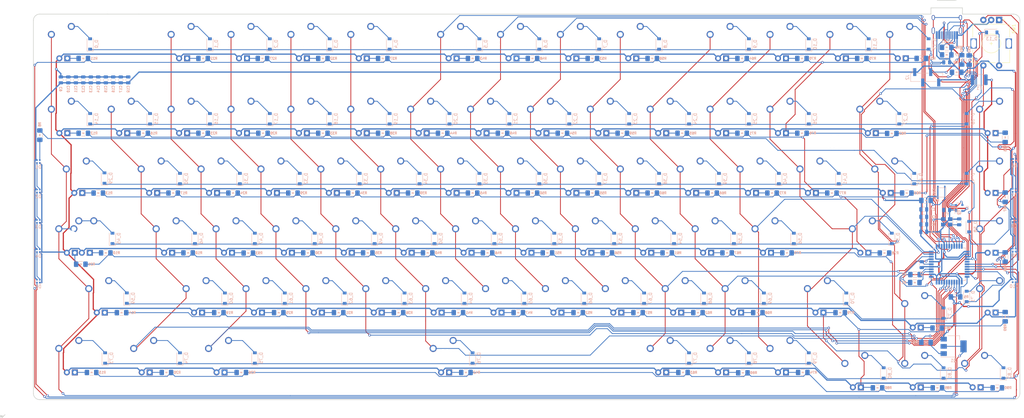
<source format=kicad_pcb>
(kicad_pcb (version 20171130) (host pcbnew "(5.1.6-0-10_14)")
  (layers (0 F.Cu signal) (31 B.Cu signal) (34 B.Paste user) (35 F.Paste user) (36 B.SilkS user) (37 F.SilkS user) (38 B.Mask user) (39 F.Mask user) (44 Edge.Cuts user))
  (net 0 "")
  (net 1 col0)
  (net 2 col1)
  (net 3 col2)
  (net 4 col3)
  (net 5 col4)
  (net 6 col5)
  (net 7 col6)
  (net 8 col7)
  (net 9 col8)
  (net 10 col9)
  (net 11 col10)
  (net 12 col11)
  (net 13 col12)
  (net 14 col13)
  (net 15 row0)
  (net 16 row1)
  (net 17 row2)
  (net 18 row3)
  (net 19 row4)
  (net 20 row5)
  (net 21 "Net-(D_0-Pad2)")
  (net 22 "Net-(D_1-Pad2)")
  (net 23 "Net-(D_2-Pad2)")
  (net 24 "Net-(D_3-Pad2)")
  (net 25 "Net-(D_4-Pad2)")
  (net 26 "Net-(D_5-Pad2)")
  (net 27 "Net-(D_6-Pad2)")
  (net 28 "Net-(D_7-Pad2)")
  (net 29 "Net-(D_8-Pad2)")
  (net 30 "Net-(D_9-Pad2)")
  (net 31 "Net-(D_10-Pad2)")
  (net 32 "Net-(D_11-Pad2)")
  (net 33 "Net-(D_12-Pad2)")
  (net 34 "Net-(D_14-Pad2)")
  (net 35 "Net-(D_15-Pad2)")
  (net 36 "Net-(D_16-Pad2)")
  (net 37 "Net-(D_17-Pad2)")
  (net 38 "Net-(D_18-Pad2)")
  (net 39 "Net-(D_19-Pad2)")
  (net 40 "Net-(D_20-Pad2)")
  (net 41 "Net-(D_21-Pad2)")
  (net 42 "Net-(D_22-Pad2)")
  (net 43 "Net-(D_23-Pad2)")
  (net 44 "Net-(D_24-Pad2)")
  (net 45 "Net-(D_25-Pad2)")
  (net 46 "Net-(D_26-Pad2)")
  (net 47 "Net-(D_27-Pad2)")
  (net 48 "Net-(D_28-Pad2)")
  (net 49 "Net-(D_29-Pad2)")
  (net 50 "Net-(D_30-Pad2)")
  (net 51 "Net-(D_31-Pad2)")
  (net 52 "Net-(D_32-Pad2)")
  (net 53 "Net-(D_33-Pad2)")
  (net 54 "Net-(D_34-Pad2)")
  (net 55 "Net-(D_35-Pad2)")
  (net 56 "Net-(D_36-Pad2)")
  (net 57 "Net-(D_37-Pad2)")
  (net 58 "Net-(D_38-Pad2)")
  (net 59 "Net-(D_39-Pad2)")
  (net 60 "Net-(D_40-Pad2)")
  (net 61 "Net-(D_41-Pad2)")
  (net 62 "Net-(D_42-Pad2)")
  (net 63 "Net-(D_43-Pad2)")
  (net 64 "Net-(D_46-Pad2)")
  (net 65 "Net-(D_47-Pad2)")
  (net 66 "Net-(D_48-Pad2)")
  (net 67 "Net-(D_49-Pad2)")
  (net 68 "Net-(D_50-Pad2)")
  (net 69 "Net-(D_51-Pad2)")
  (net 70 "Net-(D_52-Pad2)")
  (net 71 "Net-(D_53-Pad2)")
  (net 72 "Net-(D_54-Pad2)")
  (net 73 "Net-(D_55-Pad2)")
  (net 74 "Net-(D_56-Pad2)")
  (net 75 "Net-(D_57-Pad2)")
  (net 76 "Net-(D_58-Pad2)")
  (net 77 "Net-(D_59-Pad2)")
  (net 78 "Net-(D_60-Pad2)")
  (net 79 "Net-(D_61-Pad2)")
  (net 80 "Net-(D_62-Pad2)")
  (net 81 "Net-(D_63-Pad2)")
  (net 82 "Net-(D_64-Pad2)")
  (net 83 "Net-(D_65-Pad2)")
  (net 84 "Net-(D_66-Pad2)")
  (net 85 "Net-(D_67-Pad2)")
  (net 86 "Net-(D_68-Pad2)")
  (net 87 "Net-(D_69-Pad2)")
  (net 88 "Net-(D_70-Pad2)")
  (net 89 "Net-(D_72-Pad2)")
  (net 90 "Net-(D_71-Pad2)")
  (net 91 "Net-(D_73-Pad2)")
  (net 92 "Net-(D_74-Pad2)")
  (net 93 "Net-(D_75-Pad2)")
  (net 94 "Net-(D_76-Pad2)")
  (net 95 "Net-(D_77-Pad2)")
  (net 96 "Net-(D_78-Pad2)")
  (net 97 "Net-(D_79-Pad2)")
  (net 98 "Net-(D_80-Pad2)")
  (net 99 "Net-(D_81-Pad2)")
  (net 100 "Net-(D_82-Pad2)")
  (net 101 ENB2)
  (net 102 ENB1)
  (net 103 +5V)
  (net 104 GND)
  (net 105 "Net-(C2-Pad1)")
  (net 106 "Net-(C3-Pad1)")
  (net 107 "Net-(C4-Pad1)")
  (net 108 "Net-(C8-Pad1)")
  (net 109 "Net-(D_45-Pad2)")
  (net 110 VCC)
  (net 111 D-)
  (net 112 D+)
  (net 113 "Net-(K_0-Pad4)")
  (net 114 "Net-(K_1-Pad4)")
  (net 115 "Net-(K_2-Pad4)")
  (net 116 "Net-(K_3-Pad4)")
  (net 117 "Net-(K_4-Pad4)")
  (net 118 "Net-(K_5-Pad4)")
  (net 119 "Net-(K_6-Pad4)")
  (net 120 "Net-(K_7-Pad4)")
  (net 121 "Net-(K_8-Pad4)")
  (net 122 "Net-(K_9-Pad4)")
  (net 123 "Net-(K_10-Pad4)")
  (net 124 "Net-(K_11-Pad4)")
  (net 125 "Net-(K_12-Pad4)")
  (net 126 "Net-(K_14-Pad4)")
  (net 127 "Net-(K_15-Pad4)")
  (net 128 "Net-(K_16-Pad4)")
  (net 129 "Net-(K_17-Pad4)")
  (net 130 "Net-(K_18-Pad4)")
  (net 131 "Net-(K_19-Pad4)")
  (net 132 "Net-(K_20-Pad4)")
  (net 133 "Net-(K_21-Pad4)")
  (net 134 "Net-(K_22-Pad4)")
  (net 135 "Net-(K_23-Pad4)")
  (net 136 "Net-(K_24-Pad4)")
  (net 137 "Net-(K_25-Pad4)")
  (net 138 LEDGND)
  (net 139 "Net-(K_27-Pad4)")
  (net 140 "Net-(K_28-Pad4)")
  (net 141 "Net-(K_29-Pad4)")
  (net 142 "Net-(K_30-Pad4)")
  (net 143 "Net-(K_31-Pad4)")
  (net 144 "Net-(K_32-Pad4)")
  (net 145 "Net-(K_33-Pad4)")
  (net 146 "Net-(K_34-Pad4)")
  (net 147 "Net-(K_35-Pad4)")
  (net 148 "Net-(K_36-Pad4)")
  (net 149 "Net-(K_37-Pad4)")
  (net 150 "Net-(K_38-Pad4)")
  (net 151 "Net-(K_39-Pad4)")
  (net 152 "Net-(K_40-Pad4)")
  (net 153 "Net-(K_41-Pad4)")
  (net 154 "Net-(K_42-Pad4)")
  (net 155 "Net-(K_43-Pad4)")
  (net 156 "Net-(K_44-Pad4)")
  (net 157 "Net-(K_46-Pad4)")
  (net 158 "Net-(K_47-Pad4)")
  (net 159 "Net-(K_48-Pad4)")
  (net 160 "Net-(K_49-Pad4)")
  (net 161 "Net-(K_50-Pad4)")
  (net 162 "Net-(K_51-Pad4)")
  (net 163 "Net-(K_52-Pad4)")
  (net 164 "Net-(K_53-Pad4)")
  (net 165 "Net-(K_54-Pad4)")
  (net 166 "Net-(K_55-Pad4)")
  (net 167 "Net-(K_56-Pad4)")
  (net 168 "Net-(K_57-Pad4)")
  (net 169 "Net-(K_58-Pad4)")
  (net 170 "Net-(K_59-Pad4)")
  (net 171 "Net-(K_60-Pad4)")
  (net 172 "Net-(K_61-Pad4)")
  (net 173 "Net-(K_62-Pad4)")
  (net 174 "Net-(K_63-Pad4)")
  (net 175 "Net-(K_64-Pad4)")
  (net 176 "Net-(K_65-Pad4)")
  (net 177 "Net-(K_66-Pad4)")
  (net 178 "Net-(K_67-Pad4)")
  (net 179 "Net-(K_68-Pad4)")
  (net 180 "Net-(K_69-Pad4)")
  (net 181 "Net-(K_70-Pad4)")
  (net 182 "Net-(K_71-Pad4)")
  (net 183 "Net-(K_72-Pad4)")
  (net 184 "Net-(K_73-Pad4)")
  (net 185 "Net-(K_74-Pad4)")
  (net 186 "Net-(K_75-Pad4)")
  (net 187 "Net-(K_76-Pad4)")
  (net 188 "Net-(K_77-Pad4)")
  (net 189 "Net-(K_78-Pad4)")
  (net 190 "Net-(K_79-Pad4)")
  (net 191 "Net-(K_80-Pad4)")
  (net 192 "Net-(K_81-Pad4)")
  (net 193 "Net-(K_82-Pad4)")
  (net 194 "Net-(Q1-Pad1)")
  (net 195 "Net-(R1-Pad1)")
  (net 196 "Net-(R2-Pad1)")
  (net 197 "Net-(R5-Pad2)")
  (net 198 RGBIN)
  (net 199 LEDPWM)
  (net 200 "Net-(R15-Pad2)")
  (net 201 "Net-(U1-Pad42)")
  (net 202 "Net-(U1-Pad27)")
  (net 203 "Net-(J2-Pad2)")
  (net 204 "Net-(J2-Pad3)")
  (net 205 "Net-(R6-Pad1)")
  (net 206 "Net-(R7-Pad1)")
  (net 207 "Net-(USB1-Pad3)")
  (net 208 "Net-(USB1-Pad9)")
  (net 209 "Net-(K_45-Pad4)")
  (net 210 "Net-(D1-Pad1)")
  (net 211 "Net-(D1-Pad3)")
  (net 212 "Net-(D2-Pad1)")
  (net 213 "Net-(D3-Pad1)")
  (net 214 "Net-(D4-Pad1)")
  (net 215 "Net-(D5-Pad1)")
  (net 216 "Net-(D6-Pad1)")
  (net 217 "Net-(D7-Pad1)")
  (net 218 "Net-(D8-Pad1)")
  (net 219 "Net-(D10-Pad3)")
  (net 220 "Net-(D10-Pad1)")
  (net 221 "Net-(R3-Pad2)")
  (net 222 ENA)
  (net 223 ENB)
  (module Keebio-Parts:SW_SPST_3x3 (layer B.Cu) (at 415.798 148.59 270)
    (fp_text reference SW2 (at 0 2.25 90) (layer B.SilkS) (effects (font (size 0.8 0.8)) (justify mirror)))
    (fp_text value SW_Push)
    (pad 2 smd rect (at 1.8 -1.1 270) (size 0.7 0.5) (layers B.Cu B.Paste B.Mask) (net 221 "Net-(R3-Pad2)"))
    (pad 2 smd rect (at -1.8 -1.1 270) (size 0.7 0.5) (layers B.Cu B.Paste B.Mask) (net 221 "Net-(R3-Pad2)"))
    (pad 1 smd rect (at 1.8 1.1 270) (size 0.7 0.5) (layers B.Cu B.Paste B.Mask) (net 104 GND))
    (pad 1 smd rect (at -1.8 1.1 270) (size 0.7 0.5) (layers B.Cu B.Paste B.Mask) (net 104 GND))
  )
  (module acheron_Components:R_SMD_1206 (layer B.Cu) (at 195.3625 167.894)
    (fp_text reference R93 (at 3.429 0) (layer B.SilkS) (effects (font (size 0.762 0.762) (thickness 0.1905)) (justify mirror)))
    (fp_text value R_Small)
    (pad 1 smd roundrect (at -1.4875 0) (size 1.425 1.75) (layers B.Cu B.Paste B.Mask) (roundrect_rratio 0.175439) (net 158 "Net-(K_47-Pad4)"))
    (pad 2 smd roundrect (at 1.4875 0) (size 1.425 1.75) (layers B.Cu B.Paste B.Mask) (roundrect_rratio 0.175439) (net 181 "Net-(K_70-Pad4)"))
  )
  (module LED_SMD:LED_SK6812_EC15_1.5x1.5mm (layer B.Cu) (at 438.97 176.726)
    (fp_text reference D10 (at 0 1.75) (layer B.SilkS) (effects (justify mirror)))
    (fp_text value SK6805)
    (fp_text user 1 (at -0.925 0.45) (layer B.SilkS) (effects (font (size 0.3 0.3) (thickness 0.075)) (justify mirror)))
    (pad 1 smd rect (at -0.45 0.45) (size 0.5 0.5) (layers B.Cu B.Paste B.Mask) (net 220 "Net-(D10-Pad1)"))
    (pad 2 smd rect (at -0.45 -0.45) (size 0.5 0.5) (layers B.Cu B.Paste B.Mask) (net 104 GND))
    (pad 3 smd rect (at 0.45 -0.45) (size 0.5 0.5) (layers B.Cu B.Paste B.Mask) (net 219 "Net-(D10-Pad3)"))
    (pad 4 smd rect (at 0.45 0.45) (size 0.5 0.5) (layers B.Cu B.Paste B.Mask) (net 103 +5V))
  )
  (module LED_SMD:LED_SK6812_EC15_1.5x1.5mm (layer B.Cu) (at 438.97 166.936)
    (fp_text reference D9 (at 0 1.75) (layer B.SilkS) (effects (justify mirror)))
    (fp_text value SK6805)
    (fp_text user 1 (at -0.925 0.45) (layer B.SilkS) (effects (font (size 0.3 0.3) (thickness 0.075)) (justify mirror)))
    (pad 1 smd rect (at -0.45 0.45) (size 0.5 0.5) (layers B.Cu B.Paste B.Mask) (net 219 "Net-(D10-Pad3)"))
    (pad 2 smd rect (at -0.45 -0.45) (size 0.5 0.5) (layers B.Cu B.Paste B.Mask) (net 104 GND))
    (pad 3 smd rect (at 0.45 -0.45) (size 0.5 0.5) (layers B.Cu B.Paste B.Mask) (net 218 "Net-(D8-Pad1)"))
    (pad 4 smd rect (at 0.45 0.45) (size 0.5 0.5) (layers B.Cu B.Paste B.Mask) (net 103 +5V))
  )
  (module LED_SMD:LED_SK6812_EC15_1.5x1.5mm (layer B.Cu) (at 438.97 157.538)
    (fp_text reference D8 (at 0 1.75) (layer B.SilkS) (effects (justify mirror)))
    (fp_text value SK6805)
    (fp_text user 1 (at -0.925 0.45) (layer B.SilkS) (effects (font (size 0.3 0.3) (thickness 0.075)) (justify mirror)))
    (pad 1 smd rect (at -0.45 0.45) (size 0.5 0.5) (layers B.Cu B.Paste B.Mask) (net 218 "Net-(D8-Pad1)"))
    (pad 2 smd rect (at -0.45 -0.45) (size 0.5 0.5) (layers B.Cu B.Paste B.Mask) (net 104 GND))
    (pad 3 smd rect (at 0.45 -0.45) (size 0.5 0.5) (layers B.Cu B.Paste B.Mask) (net 217 "Net-(D7-Pad1)"))
    (pad 4 smd rect (at 0.45 0.45) (size 0.5 0.5) (layers B.Cu B.Paste B.Mask) (net 103 +5V))
  )
  (module LED_SMD:LED_SK6812_EC15_1.5x1.5mm (layer B.Cu) (at 438.97 147.886)
    (fp_text reference D7 (at 0 1.75) (layer B.SilkS) (effects (justify mirror)))
    (fp_text value SK6805)
    (fp_text user 1 (at -0.925 0.45) (layer B.SilkS) (effects (font (size 0.3 0.3) (thickness 0.075)) (justify mirror)))
    (pad 1 smd rect (at -0.45 0.45) (size 0.5 0.5) (layers B.Cu B.Paste B.Mask) (net 217 "Net-(D7-Pad1)"))
    (pad 2 smd rect (at -0.45 -0.45) (size 0.5 0.5) (layers B.Cu B.Paste B.Mask) (net 104 GND))
    (pad 3 smd rect (at 0.45 -0.45) (size 0.5 0.5) (layers B.Cu B.Paste B.Mask) (net 216 "Net-(D6-Pad1)"))
    (pad 4 smd rect (at 0.45 0.45) (size 0.5 0.5) (layers B.Cu B.Paste B.Mask) (net 103 +5V))
  )
  (module LED_SMD:LED_SK6812_EC15_1.5x1.5mm (layer B.Cu) (at 439.108 138.372)
    (fp_text reference D6 (at 0 1.75) (layer B.SilkS) (effects (justify mirror)))
    (fp_text value SK6805)
    (fp_text user 1 (at -0.925 0.45) (layer B.SilkS) (effects (font (size 0.3 0.3) (thickness 0.075)) (justify mirror)))
    (pad 1 smd rect (at -0.45 0.45) (size 0.5 0.5) (layers B.Cu B.Paste B.Mask) (net 216 "Net-(D6-Pad1)"))
    (pad 2 smd rect (at -0.45 -0.45) (size 0.5 0.5) (layers B.Cu B.Paste B.Mask) (net 104 GND))
    (pad 3 smd rect (at 0.45 -0.45) (size 0.5 0.5) (layers B.Cu B.Paste B.Mask) (net 215 "Net-(D5-Pad1)"))
    (pad 4 smd rect (at 0.45 0.45) (size 0.5 0.5) (layers B.Cu B.Paste B.Mask) (net 103 +5V))
  )
  (module LED_SMD:LED_SK6812_EC15_1.5x1.5mm (layer B.Cu) (at 128.582 176.842)
    (fp_text reference D5 (at 0 1.75) (layer B.SilkS) (effects (justify mirror)))
    (fp_text value SK6805)
    (fp_text user 1 (at -0.925 0.45) (layer B.SilkS) (effects (font (size 0.3 0.3) (thickness 0.075)) (justify mirror)))
    (pad 1 smd rect (at -0.45 0.45) (size 0.5 0.5) (layers B.Cu B.Paste B.Mask) (net 215 "Net-(D5-Pad1)"))
    (pad 2 smd rect (at -0.45 -0.45) (size 0.5 0.5) (layers B.Cu B.Paste B.Mask) (net 104 GND))
    (pad 3 smd rect (at 0.45 -0.45) (size 0.5 0.5) (layers B.Cu B.Paste B.Mask) (net 214 "Net-(D4-Pad1)"))
    (pad 4 smd rect (at 0.45 0.45) (size 0.5 0.5) (layers B.Cu B.Paste B.Mask) (net 103 +5V))
  )
  (module LED_SMD:LED_SK6812_EC15_1.5x1.5mm (layer B.Cu) (at 128.582 167.132)
    (fp_text reference D4 (at 0 1.75) (layer B.SilkS) (effects (justify mirror)))
    (fp_text value SK6805)
    (fp_text user 1 (at -0.925 0.45) (layer B.SilkS) (effects (font (size 0.3 0.3) (thickness 0.075)) (justify mirror)))
    (pad 1 smd rect (at -0.45 0.45) (size 0.5 0.5) (layers B.Cu B.Paste B.Mask) (net 214 "Net-(D4-Pad1)"))
    (pad 2 smd rect (at -0.45 -0.45) (size 0.5 0.5) (layers B.Cu B.Paste B.Mask) (net 104 GND))
    (pad 3 smd rect (at 0.45 -0.45) (size 0.5 0.5) (layers B.Cu B.Paste B.Mask) (net 213 "Net-(D3-Pad1)"))
    (pad 4 smd rect (at 0.45 0.45) (size 0.5 0.5) (layers B.Cu B.Paste B.Mask) (net 103 +5V))
  )
  (module LED_SMD:LED_SK6812_EC15_1.5x1.5mm (layer B.Cu) (at 128.582 157.792)
    (fp_text reference D3 (at 0 1.75) (layer B.SilkS) (effects (justify mirror)))
    (fp_text value SK6805)
    (fp_text user 1 (at -0.925 0.45) (layer B.SilkS) (effects (font (size 0.3 0.3) (thickness 0.075)) (justify mirror)))
    (pad 1 smd rect (at -0.45 0.45) (size 0.5 0.5) (layers B.Cu B.Paste B.Mask) (net 213 "Net-(D3-Pad1)"))
    (pad 2 smd rect (at -0.45 -0.45) (size 0.5 0.5) (layers B.Cu B.Paste B.Mask) (net 104 GND))
    (pad 3 smd rect (at 0.45 -0.45) (size 0.5 0.5) (layers B.Cu B.Paste B.Mask) (net 212 "Net-(D2-Pad1)"))
    (pad 4 smd rect (at 0.45 0.45) (size 0.5 0.5) (layers B.Cu B.Paste B.Mask) (net 103 +5V))
  )
  (module LED_SMD:LED_SK6812_EC15_1.5x1.5mm (layer B.Cu) (at 128.582 148.14)
    (fp_text reference D2 (at 0 1.75) (layer B.SilkS) (effects (justify mirror)))
    (fp_text value SK6805)
    (fp_text user 1 (at -0.925 0.45) (layer B.SilkS) (effects (font (size 0.3 0.3) (thickness 0.075)) (justify mirror)))
    (pad 1 smd rect (at -0.45 0.45) (size 0.5 0.5) (layers B.Cu B.Paste B.Mask) (net 212 "Net-(D2-Pad1)"))
    (pad 2 smd rect (at -0.45 -0.45) (size 0.5 0.5) (layers B.Cu B.Paste B.Mask) (net 104 GND))
    (pad 3 smd rect (at 0.45 -0.45) (size 0.5 0.5) (layers B.Cu B.Paste B.Mask) (net 210 "Net-(D1-Pad1)"))
    (pad 4 smd rect (at 0.45 0.45) (size 0.5 0.5) (layers B.Cu B.Paste B.Mask) (net 103 +5V))
  )
  (module LED_SMD:LED_SK6812_EC15_1.5x1.5mm (layer B.Cu) (at 128.582 138.742)
    (fp_text reference D1 (at 0 1.75) (layer B.SilkS) (effects (justify mirror)))
    (fp_text value SK6805)
    (fp_text user 1 (at -0.925 0.45) (layer B.SilkS) (effects (font (size 0.3 0.3) (thickness 0.075)) (justify mirror)))
    (pad 1 smd rect (at -0.45 0.45) (size 0.5 0.5) (layers B.Cu B.Paste B.Mask) (net 210 "Net-(D1-Pad1)"))
    (pad 2 smd rect (at -0.45 -0.45) (size 0.5 0.5) (layers B.Cu B.Paste B.Mask) (net 104 GND))
    (pad 3 smd rect (at 0.45 -0.45) (size 0.5 0.5) (layers B.Cu B.Paste B.Mask) (net 211 "Net-(D1-Pad3)"))
    (pad 4 smd rect (at 0.45 0.45) (size 0.5 0.5) (layers B.Cu B.Paste B.Mask) (net 103 +5V))
  )
  (module MX_Only:MXOnly-1.75U (layer F.Cu) (at 138.90625 162.71875)
    (fp_text reference K_45)
    (fp_text value MX-NoLED)
    (pad "" np_thru_hole circle (at 5.08 0 48.0996) (size 1.75 1.75) (drill 1.75) (layers *.Cu *.Mask))
    (pad "" np_thru_hole circle (at -5.08 0 48.0996) (size 1.75 1.75) (drill 1.75) (layers *.Cu *.Mask))
    (pad 4 thru_hole rect (at 1.27 5.08) (size 1.905 1.905) (drill 1.04) (layers *.Cu B.Mask) (net 209 "Net-(K_45-Pad4)"))
    (pad 3 thru_hole circle (at -1.27 5.08) (size 1.905 1.905) (drill 1.04) (layers *.Cu B.Mask) (net 103 +5V))
    (pad 1 thru_hole circle (at -3.81 -2.54) (size 2.25 2.25) (drill 1.47) (layers *.Cu B.Mask) (net 1 col0))
    (pad "" np_thru_hole circle (at 0 0) (size 3.9878 3.9878) (drill 3.9878) (layers *.Cu *.Mask))
    (pad 2 thru_hole circle (at 2.54 -5.08) (size 2.25 2.25) (drill 1.47) (layers *.Cu B.Mask) (net 109 "Net-(D_45-Pad2)"))
  )
  (module Type-C:HRO-TYPE-C-31-M-12-HandSoldering (layer B.Cu) (at 417.576 90.297)
    (fp_text reference USB1 (at 0 10.2) (layer B.SilkS) (effects (justify mirror)))
    (fp_text value HRO-TYPE-C-31-M-12)
    (pad 13 thru_hole oval (at 4.32 2.6) (size 1 1.6) (drill oval 0.6 1.2) (layers *.Cu F.Mask) (net 108 "Net-(C8-Pad1)"))
    (pad 13 thru_hole oval (at -4.32 2.6) (size 1 1.6) (drill oval 0.6 1.2) (layers *.Cu F.Mask) (net 108 "Net-(C8-Pad1)"))
    (pad 13 thru_hole oval (at 4.32 6.78) (size 1 2.1) (drill oval 0.6 1.7) (layers *.Cu F.Mask) (net 108 "Net-(C8-Pad1)"))
    (pad 13 thru_hole oval (at -4.32 6.78) (size 1 2.1) (drill oval 0.6 1.7) (layers *.Cu F.Mask) (net 108 "Net-(C8-Pad1)"))
    (pad "" np_thru_hole circle (at -2.89 6.25) (size 0.65 0.65) (drill 0.65) (layers *.Cu *.Mask))
    (pad "" np_thru_hole circle (at 2.89 6.25) (size 0.65 0.65) (drill 0.65) (layers *.Cu *.Mask))
    (pad 6 smd rect (at -0.25 8.195) (size 0.3 2.45) (layers B.Cu B.Paste B.Mask) (net 204 "Net-(J2-Pad3)"))
    (pad 7 smd rect (at 0.25 8.195) (size 0.3 2.45) (layers B.Cu B.Paste B.Mask) (net 203 "Net-(J2-Pad2)"))
    (pad 8 smd rect (at 0.75 8.195) (size 0.3 2.45) (layers B.Cu B.Paste B.Mask) (net 204 "Net-(J2-Pad3)"))
    (pad 5 smd rect (at -0.75 8.195) (size 0.3 2.45) (layers B.Cu B.Paste B.Mask) (net 203 "Net-(J2-Pad2)"))
    (pad 9 smd rect (at 1.25 8.195) (size 0.3 2.45) (layers B.Cu B.Paste B.Mask) (net 208 "Net-(USB1-Pad9)"))
    (pad 4 smd rect (at -1.25 8.195) (size 0.3 2.45) (layers B.Cu B.Paste B.Mask) (net 206 "Net-(R7-Pad1)"))
    (pad 10 smd rect (at 1.75 8.195) (size 0.3 2.45) (layers B.Cu B.Paste B.Mask) (net 205 "Net-(R6-Pad1)"))
    (pad 3 smd rect (at -1.75 8.195) (size 0.3 2.45) (layers B.Cu B.Paste B.Mask) (net 207 "Net-(USB1-Pad3)"))
    (pad 2 smd rect (at -2.45 8.195) (size 0.6 2.45) (layers B.Cu B.Paste B.Mask) (net 110 VCC))
    (pad 11 smd rect (at 2.45 8.195) (size 0.6 2.45) (layers B.Cu B.Paste B.Mask) (net 110 VCC))
    (pad 1 smd rect (at -3.225 8.195) (size 0.6 2.45) (layers B.Cu B.Paste B.Mask) (net 104 GND))
    (pad 12 smd rect (at 3.225 8.195) (size 0.6 2.45) (layers B.Cu B.Paste B.Mask) (net 104 GND))
  )
  (module acheron_Components:R_SMD_1206 (layer B.Cu) (at 424.65625 106.4625 90)
    (fp_text reference R92 (at 3.429 0 90) (layer B.SilkS) (effects (font (size 0.762 0.762) (thickness 0.1905)) (justify mirror)))
    (fp_text value 22)
    (pad 1 smd roundrect (at -1.4875 0 90) (size 1.425 1.75) (layers B.Cu B.Paste B.Mask) (roundrect_rratio 0.175439) (net 111 D-))
    (pad 2 smd roundrect (at 1.4875 0 90) (size 1.425 1.75) (layers B.Cu B.Paste B.Mask) (roundrect_rratio 0.175439) (net 203 "Net-(J2-Pad2)"))
  )
  (module acheron_Components:R_SMD_1206 (layer B.Cu) (at 422.275 106.3625 90)
    (fp_text reference R91 (at 3.429 0 90) (layer B.SilkS) (effects (font (size 0.762 0.762) (thickness 0.1905)) (justify mirror)))
    (fp_text value 22)
    (pad 1 smd roundrect (at -1.4875 0 90) (size 1.425 1.75) (layers B.Cu B.Paste B.Mask) (roundrect_rratio 0.175439) (net 112 D+))
    (pad 2 smd roundrect (at 1.4875 0 90) (size 1.425 1.75) (layers B.Cu B.Paste B.Mask) (roundrect_rratio 0.175439) (net 204 "Net-(J2-Pad3)"))
  )
  (module Connector_PinHeader_2.54mm:PinHeader_1x04_P2.54mm_Vertical_SMD_Pin1Left (layer B.Cu) (at 411.1625 111.91875 270)
    (fp_text reference J2 (at 0 6.14 90) (layer B.SilkS) (effects (justify mirror)))
    (fp_text value Conn_01x04)
    (pad 4 smd rect (at 1.655 -3.81 270) (size 2.51 1) (layers B.Cu B.Paste B.Mask) (net 110 VCC))
    (pad 2 smd rect (at 1.655 1.27 270) (size 2.51 1) (layers B.Cu B.Paste B.Mask) (net 203 "Net-(J2-Pad2)"))
    (pad 3 smd rect (at -1.655 -1.27 270) (size 2.51 1) (layers B.Cu B.Paste B.Mask) (net 204 "Net-(J2-Pad3)"))
    (pad 1 smd rect (at -1.655 3.81 270) (size 2.51 1) (layers B.Cu B.Paste B.Mask) (net 104 GND))
  )
  (module Keebio-Parts:Crystal_SMD_3225-4pin_3.2x2.5mm (layer B.Cu) (at 417.5125 157.95625 180)
    (fp_text reference Y1 (at 0 2.45) (layer B.SilkS) (effects (font (size 0.8 0.8)) (justify mirror)))
    (fp_text value 16MHz)
    (pad 1 smd rect (at -1.1 -0.85 180) (size 1.4 1.2) (layers B.Cu B.Paste B.Mask) (net 105 "Net-(C2-Pad1)"))
    (pad 2 smd rect (at 1.1 -0.85 180) (size 1.4 1.2) (layers B.Cu B.Paste B.Mask) (net 104 GND))
    (pad 3 smd rect (at 1.1 0.85 180) (size 1.4 1.2) (layers B.Cu B.Paste B.Mask) (net 106 "Net-(C3-Pad1)"))
    (pad 4 smd rect (at -1.1 0.85 180) (size 1.4 1.2) (layers B.Cu B.Paste B.Mask) (net 104 GND))
  )
  (module Nexperia:SOT143B (layer B.Cu) (at 421.497 153.555 90)
    (fp_text reference U2 (at 0 2.6 90) (layer B.SilkS) (effects (font (size 0.75 0.75) (thickness 0.1)) (justify mirror)))
    (fp_text value PRTR5V0U2X hide)
    (pad 4 smd rect (at -0.95 1 90) (size 0.6 0.7) (layers B.Cu B.Paste B.Mask) (net 110 VCC))
    (pad 3 smd rect (at 0.95 1 90) (size 0.6 0.7) (layers B.Cu B.Paste B.Mask) (net 203 "Net-(J2-Pad2)"))
    (pad 2 smd rect (at 0.95 -1 90) (size 0.6 0.7) (layers B.Cu B.Paste B.Mask) (net 204 "Net-(J2-Pad3)"))
    (pad 1 smd rect (at -0.75 -1 90) (size 1 0.7) (layers B.Cu B.Paste B.Mask) (net 104 GND))
  )
  (module Package_QFP:TQFP-44_10x10mm_P0.8mm (layer B.Cu) (at 418.30625 171.45)
    (fp_text reference U1 (at 0 7.45) (layer B.SilkS) (effects (justify mirror)))
    (fp_text value ATmega32U4-AU)
    (pad 44 smd rect (at -4 5.7 270) (size 1.5 0.55) (layers B.Cu B.Paste B.Mask) (net 103 +5V))
    (pad 43 smd rect (at -3.2 5.7 270) (size 1.5 0.55) (layers B.Cu B.Paste B.Mask) (net 104 GND))
    (pad 42 smd rect (at -2.4 5.7 270) (size 1.5 0.55) (layers B.Cu B.Paste B.Mask) (net 201 "Net-(U1-Pad42)"))
    (pad 41 smd rect (at -1.6 5.7 270) (size 1.5 0.55) (layers B.Cu B.Paste B.Mask) (net 6 col5))
    (pad 40 smd rect (at -0.8 5.7 270) (size 1.5 0.55) (layers B.Cu B.Paste B.Mask) (net 5 col4))
    (pad 39 smd rect (at 0 5.7 270) (size 1.5 0.55) (layers B.Cu B.Paste B.Mask) (net 4 col3))
    (pad 38 smd rect (at 0.8 5.7 270) (size 1.5 0.55) (layers B.Cu B.Paste B.Mask) (net 3 col2))
    (pad 37 smd rect (at 1.6 5.7 270) (size 1.5 0.55) (layers B.Cu B.Paste B.Mask) (net 2 col1))
    (pad 36 smd rect (at 2.4 5.7 270) (size 1.5 0.55) (layers B.Cu B.Paste B.Mask) (net 1 col0))
    (pad 35 smd rect (at 3.2 5.7 270) (size 1.5 0.55) (layers B.Cu B.Paste B.Mask) (net 104 GND))
    (pad 34 smd rect (at 4 5.7 270) (size 1.5 0.55) (layers B.Cu B.Paste B.Mask) (net 103 +5V))
    (pad 33 smd rect (at 5.7 4) (size 1.5 0.55) (layers B.Cu B.Paste B.Mask) (net 197 "Net-(R5-Pad2)"))
    (pad 32 smd rect (at 5.7 3.2) (size 1.5 0.55) (layers B.Cu B.Paste B.Mask) (net 102 ENB1))
    (pad 31 smd rect (at 5.7 2.4) (size 1.5 0.55) (layers B.Cu B.Paste B.Mask) (net 19 row4))
    (pad 30 smd rect (at 5.7 1.6) (size 1.5 0.55) (layers B.Cu B.Paste B.Mask) (net 20 row5))
    (pad 29 smd rect (at 5.7 0.8) (size 1.5 0.55) (layers B.Cu B.Paste B.Mask) (net 223 ENB))
    (pad 28 smd rect (at 5.7 0) (size 1.5 0.55) (layers B.Cu B.Paste B.Mask) (net 222 ENA))
    (pad 27 smd rect (at 5.7 -0.8) (size 1.5 0.55) (layers B.Cu B.Paste B.Mask) (net 202 "Net-(U1-Pad27)"))
    (pad 26 smd rect (at 5.7 -1.6) (size 1.5 0.55) (layers B.Cu B.Paste B.Mask) (net 198 RGBIN))
    (pad 25 smd rect (at 5.7 -2.4) (size 1.5 0.55) (layers B.Cu B.Paste B.Mask) (net 18 row3))
    (pad 24 smd rect (at 5.7 -3.2) (size 1.5 0.55) (layers B.Cu B.Paste B.Mask) (net 103 +5V))
    (pad 23 smd rect (at 5.7 -4) (size 1.5 0.55) (layers B.Cu B.Paste B.Mask) (net 104 GND))
    (pad 22 smd rect (at 4 -5.7 270) (size 1.5 0.55) (layers B.Cu B.Paste B.Mask) (net 16 row1))
    (pad 21 smd rect (at 3.2 -5.7 270) (size 1.5 0.55) (layers B.Cu B.Paste B.Mask) (net 15 row0))
    (pad 20 smd rect (at 2.4 -5.7 270) (size 1.5 0.55) (layers B.Cu B.Paste B.Mask) (net 9 col8))
    (pad 19 smd rect (at 1.6 -5.7 270) (size 1.5 0.55) (layers B.Cu B.Paste B.Mask) (net 8 col7))
    (pad 18 smd rect (at 0.8 -5.7 270) (size 1.5 0.55) (layers B.Cu B.Paste B.Mask) (net 7 col6))
    (pad 17 smd rect (at 0 -5.7 270) (size 1.5 0.55) (layers B.Cu B.Paste B.Mask) (net 105 "Net-(C2-Pad1)"))
    (pad 16 smd rect (at -0.8 -5.7 270) (size 1.5 0.55) (layers B.Cu B.Paste B.Mask) (net 106 "Net-(C3-Pad1)"))
    (pad 15 smd rect (at -1.6 -5.7 270) (size 1.5 0.55) (layers B.Cu B.Paste B.Mask) (net 104 GND))
    (pad 14 smd rect (at -2.4 -5.7 270) (size 1.5 0.55) (layers B.Cu B.Paste B.Mask) (net 103 +5V))
    (pad 13 smd rect (at -3.2 -5.7 270) (size 1.5 0.55) (layers B.Cu B.Paste B.Mask) (net 221 "Net-(R3-Pad2)"))
    (pad 12 smd rect (at -4 -5.7 270) (size 1.5 0.55) (layers B.Cu B.Paste B.Mask) (net 10 col9))
    (pad 11 smd rect (at -5.7 -4) (size 1.5 0.55) (layers B.Cu B.Paste B.Mask) (net 12 col11))
    (pad 10 smd rect (at -5.7 -3.2) (size 1.5 0.55) (layers B.Cu B.Paste B.Mask) (net 13 col12))
    (pad 9 smd rect (at -5.7 -2.4) (size 1.5 0.55) (layers B.Cu B.Paste B.Mask) (net 11 col10))
    (pad 8 smd rect (at -5.7 -1.6) (size 1.5 0.55) (layers B.Cu B.Paste B.Mask) (net 14 col13))
    (pad 7 smd rect (at -5.7 -0.8) (size 1.5 0.55) (layers B.Cu B.Paste B.Mask) (net 103 +5V))
    (pad 6 smd rect (at -5.7 0) (size 1.5 0.55) (layers B.Cu B.Paste B.Mask) (net 107 "Net-(C4-Pad1)"))
    (pad 5 smd rect (at -5.7 0.8) (size 1.5 0.55) (layers B.Cu B.Paste B.Mask) (net 104 GND))
    (pad 4 smd rect (at -5.7 1.6) (size 1.5 0.55) (layers B.Cu B.Paste B.Mask) (net 196 "Net-(R2-Pad1)"))
    (pad 3 smd rect (at -5.7 2.4) (size 1.5 0.55) (layers B.Cu B.Paste B.Mask) (net 195 "Net-(R1-Pad1)"))
    (pad 2 smd rect (at -5.7 3.2) (size 1.5 0.55) (layers B.Cu B.Paste B.Mask) (net 103 +5V))
    (pad 1 smd rect (at -5.7 4) (size 1.5 0.55) (layers B.Cu B.Paste B.Mask) (net 199 LEDPWM))
  )
  (module acheron_Components:R_SMD_1206 (layer B.Cu) (at 433.6145 210.82)
    (fp_text reference R90 (at 3.429 0) (layer B.SilkS) (effects (font (size 0.762 0.762) (thickness 0.1905)) (justify mirror)))
    (fp_text value R_Small)
    (pad 1 smd roundrect (at -1.4875 0) (size 1.425 1.75) (layers B.Cu B.Paste B.Mask) (roundrect_rratio 0.175439) (net 193 "Net-(K_82-Pad4)"))
    (pad 2 smd roundrect (at 1.4875 0) (size 1.425 1.75) (layers B.Cu B.Paste B.Mask) (roundrect_rratio 0.175439) (net 200 "Net-(R15-Pad2)"))
  )
  (module acheron_Components:R_SMD_1206 (layer B.Cu) (at 436.118 188.1775 270)
    (fp_text reference R89 (at 3.429 0 90) (layer B.SilkS) (effects (font (size 0.762 0.762) (thickness 0.1905)) (justify mirror)))
    (fp_text value R_Small)
    (pad 1 smd roundrect (at -1.4875 0 270) (size 1.425 1.75) (layers B.Cu B.Paste B.Mask) (roundrect_rratio 0.175439) (net 182 "Net-(K_71-Pad4)"))
    (pad 2 smd roundrect (at 1.4875 0 270) (size 1.425 1.75) (layers B.Cu B.Paste B.Mask) (roundrect_rratio 0.175439) (net 191 "Net-(K_80-Pad4)"))
  )
  (module acheron_Components:R_SMD_1206 (layer B.Cu) (at 436.118 169.164 270)
    (fp_text reference R88 (at 3.429 0 90) (layer B.SilkS) (effects (font (size 0.762 0.762) (thickness 0.1905)) (justify mirror)))
    (fp_text value R_Small)
    (pad 1 smd roundrect (at -1.4875 0 270) (size 1.425 1.75) (layers B.Cu B.Paste B.Mask) (roundrect_rratio 0.175439) (net 169 "Net-(K_58-Pad4)"))
    (pad 2 smd roundrect (at 1.4875 0 270) (size 1.425 1.75) (layers B.Cu B.Paste B.Mask) (roundrect_rratio 0.175439) (net 181 "Net-(K_70-Pad4)"))
  )
  (module acheron_Components:R_SMD_1206 (layer B.Cu) (at 436.118 150.114 270)
    (fp_text reference R87 (at 3.429 0 90) (layer B.SilkS) (effects (font (size 0.762 0.762) (thickness 0.1905)) (justify mirror)))
    (fp_text value R_Small)
    (pad 1 smd roundrect (at -1.4875 0 270) (size 1.425 1.75) (layers B.Cu B.Paste B.Mask) (roundrect_rratio 0.175439) (net 155 "Net-(K_43-Pad4)"))
    (pad 2 smd roundrect (at 1.4875 0 270) (size 1.425 1.75) (layers B.Cu B.Paste B.Mask) (roundrect_rratio 0.175439) (net 168 "Net-(K_57-Pad4)"))
  )
  (module acheron_Components:R_SMD_1206 (layer B.Cu) (at 436.118 131.064 270)
    (fp_text reference R86 (at 3.429 0 90) (layer B.SilkS) (effects (font (size 0.762 0.762) (thickness 0.1905)) (justify mirror)))
    (fp_text value R_Small)
    (pad 1 smd roundrect (at -1.4875 0 270) (size 1.425 1.75) (layers B.Cu B.Paste B.Mask) (roundrect_rratio 0.175439) (net 140 "Net-(K_28-Pad4)"))
    (pad 2 smd roundrect (at 1.4875 0 270) (size 1.425 1.75) (layers B.Cu B.Paste B.Mask) (roundrect_rratio 0.175439) (net 153 "Net-(K_41-Pad4)"))
  )
  (module acheron_Components:R_SMD_1206 (layer B.Cu) (at 414.5645 210.82)
    (fp_text reference R85 (at 3.429 0) (layer B.SilkS) (effects (font (size 0.762 0.762) (thickness 0.1905)) (justify mirror)))
    (fp_text value R_Small)
    (pad 1 smd roundrect (at -1.4875 0) (size 1.425 1.75) (layers B.Cu B.Paste B.Mask) (roundrect_rratio 0.175439) (net 192 "Net-(K_81-Pad4)"))
    (pad 2 smd roundrect (at 1.4875 0) (size 1.425 1.75) (layers B.Cu B.Paste B.Mask) (roundrect_rratio 0.175439) (net 200 "Net-(R15-Pad2)"))
  )
  (module acheron_Components:R_SMD_1206 (layer B.Cu) (at 414.4915 191.77)
    (fp_text reference R84 (at 3.429 0) (layer B.SilkS) (effects (font (size 0.762 0.762) (thickness 0.1905)) (justify mirror)))
    (fp_text value R_Small)
    (pad 1 smd roundrect (at -1.4875 0) (size 1.425 1.75) (layers B.Cu B.Paste B.Mask) (roundrect_rratio 0.175439) (net 183 "Net-(K_72-Pad4)"))
    (pad 2 smd roundrect (at 1.4875 0) (size 1.425 1.75) (layers B.Cu B.Paste B.Mask) (roundrect_rratio 0.175439) (net 191 "Net-(K_80-Pad4)"))
  )
  (module acheron_Components:R_SMD_1206 (layer B.Cu) (at 404.8125 148.7805)
    (fp_text reference R83 (at 3.429 0) (layer B.SilkS) (effects (font (size 0.762 0.762) (thickness 0.1905)) (justify mirror)))
    (fp_text value R_Small)
    (pad 1 smd roundrect (at -1.4875 0) (size 1.425 1.75) (layers B.Cu B.Paste B.Mask) (roundrect_rratio 0.175439) (net 154 "Net-(K_42-Pad4)"))
    (pad 2 smd roundrect (at 1.4875 0) (size 1.425 1.75) (layers B.Cu B.Paste B.Mask) (roundrect_rratio 0.175439) (net 168 "Net-(K_57-Pad4)"))
  )
  (module acheron_Components:R_SMD_1206 (layer B.Cu) (at 400.05 129.794)
    (fp_text reference R82 (at 3.429 0) (layer B.SilkS) (effects (font (size 0.762 0.762) (thickness 0.1905)) (justify mirror)))
    (fp_text value R_Small)
    (pad 1 smd roundrect (at -1.4875 0) (size 1.425 1.75) (layers B.Cu B.Paste B.Mask) (roundrect_rratio 0.175439) (net 139 "Net-(K_27-Pad4)"))
    (pad 2 smd roundrect (at 1.4875 0) (size 1.425 1.75) (layers B.Cu B.Paste B.Mask) (roundrect_rratio 0.175439) (net 153 "Net-(K_41-Pad4)"))
  )
  (module acheron_Components:R_SMD_1206 (layer B.Cu) (at 409.448 105.918)
    (fp_text reference R81 (at 3.429 0) (layer B.SilkS) (effects (font (size 0.762 0.762) (thickness 0.1905)) (justify mirror)))
    (fp_text value R_Small)
    (pad 1 smd roundrect (at -1.4875 0) (size 1.425 1.75) (layers B.Cu B.Paste B.Mask) (roundrect_rratio 0.175439) (net 125 "Net-(K_12-Pad4)"))
    (pad 2 smd roundrect (at 1.4875 0) (size 1.425 1.75) (layers B.Cu B.Paste B.Mask) (roundrect_rratio 0.175439) (net 138 LEDGND))
  )
  (module acheron_Components:R_SMD_1206 (layer B.Cu) (at 395.5145 210.82)
    (fp_text reference R80 (at 3.429 0) (layer B.SilkS) (effects (font (size 0.762 0.762) (thickness 0.1905)) (justify mirror)))
    (fp_text value R_Small)
    (pad 1 smd roundrect (at -1.4875 0) (size 1.425 1.75) (layers B.Cu B.Paste B.Mask) (roundrect_rratio 0.175439) (net 191 "Net-(K_80-Pad4)"))
    (pad 2 smd roundrect (at 1.4875 0) (size 1.425 1.75) (layers B.Cu B.Paste B.Mask) (roundrect_rratio 0.175439) (net 200 "Net-(R15-Pad2)"))
  )
  (module acheron_Components:R_SMD_1206 (layer B.Cu) (at 383.63525 186.8805)
    (fp_text reference R79 (at 3.429 0) (layer B.SilkS) (effects (font (size 0.762 0.762) (thickness 0.1905)) (justify mirror)))
    (fp_text value R_Small)
    (pad 1 smd roundrect (at -1.4875 0) (size 1.425 1.75) (layers B.Cu B.Paste B.Mask) (roundrect_rratio 0.175439) (net 181 "Net-(K_70-Pad4)"))
    (pad 2 smd roundrect (at 1.4875 0) (size 1.425 1.75) (layers B.Cu B.Paste B.Mask) (roundrect_rratio 0.175439) (net 191 "Net-(K_80-Pad4)"))
  )
  (module acheron_Components:R_SMD_1206 (layer B.Cu) (at 397.7275 167.894)
    (fp_text reference R78 (at 3.429 0) (layer B.SilkS) (effects (font (size 0.762 0.762) (thickness 0.1905)) (justify mirror)))
    (fp_text value R_Small)
    (pad 1 smd roundrect (at -1.4875 0) (size 1.425 1.75) (layers B.Cu B.Paste B.Mask) (roundrect_rratio 0.175439) (net 168 "Net-(K_57-Pad4)"))
    (pad 2 smd roundrect (at 1.4875 0) (size 1.425 1.75) (layers B.Cu B.Paste B.Mask) (roundrect_rratio 0.175439) (net 181 "Net-(K_70-Pad4)"))
  )
  (module acheron_Components:R_SMD_1206 (layer B.Cu) (at 381 148.7805)
    (fp_text reference R77 (at 3.429 0) (layer B.SilkS) (effects (font (size 0.762 0.762) (thickness 0.1905)) (justify mirror)))
    (fp_text value R_Small)
    (pad 1 smd roundrect (at -1.4875 0) (size 1.425 1.75) (layers B.Cu B.Paste B.Mask) (roundrect_rratio 0.175439) (net 153 "Net-(K_41-Pad4)"))
    (pad 2 smd roundrect (at 1.4875 0) (size 1.425 1.75) (layers B.Cu B.Paste B.Mask) (roundrect_rratio 0.175439) (net 168 "Net-(K_57-Pad4)"))
  )
  (module acheron_Components:R_SMD_1206 (layer B.Cu) (at 371.475 129.7305)
    (fp_text reference R76 (at 3.429 0) (layer B.SilkS) (effects (font (size 0.762 0.762) (thickness 0.1905)) (justify mirror)))
    (fp_text value R_Small)
    (pad 1 smd roundrect (at -1.4875 0) (size 1.425 1.75) (layers B.Cu B.Paste B.Mask) (roundrect_rratio 0.175439) (net 138 LEDGND))
    (pad 2 smd roundrect (at 1.4875 0) (size 1.425 1.75) (layers B.Cu B.Paste B.Mask) (roundrect_rratio 0.175439) (net 153 "Net-(K_41-Pad4)"))
  )
  (module acheron_Components:R_SMD_1206 (layer B.Cu) (at 390.525 105.918)
    (fp_text reference R75 (at 3.429 0) (layer B.SilkS) (effects (font (size 0.762 0.762) (thickness 0.1905)) (justify mirror)))
    (fp_text value R_Small)
    (pad 1 smd roundrect (at -1.4875 0) (size 1.425 1.75) (layers B.Cu B.Paste B.Mask) (roundrect_rratio 0.175439) (net 124 "Net-(K_11-Pad4)"))
    (pad 2 smd roundrect (at 1.4875 0) (size 1.425 1.75) (layers B.Cu B.Paste B.Mask) (roundrect_rratio 0.175439) (net 138 LEDGND))
  )
  (module acheron_Components:R_SMD_1206 (layer B.Cu) (at 371.729 205.9305)
    (fp_text reference R74 (at 3.429 0) (layer B.SilkS) (effects (font (size 0.762 0.762) (thickness 0.1905)) (justify mirror)))
    (fp_text value R_Small)
    (pad 1 smd roundrect (at -1.4875 0) (size 1.425 1.75) (layers B.Cu B.Paste B.Mask) (roundrect_rratio 0.175439) (net 190 "Net-(K_79-Pad4)"))
    (pad 2 smd roundrect (at 1.4875 0) (size 1.425 1.75) (layers B.Cu B.Paste B.Mask) (roundrect_rratio 0.175439) (net 200 "Net-(R15-Pad2)"))
  )
  (module acheron_Components:R_SMD_1206 (layer B.Cu) (at 366.7125 167.8305)
    (fp_text reference R73 (at 3.429 0) (layer B.SilkS) (effects (font (size 0.762 0.762) (thickness 0.1905)) (justify mirror)))
    (fp_text value R_Small)
    (pad 1 smd roundrect (at -1.4875 0) (size 1.425 1.75) (layers B.Cu B.Paste B.Mask) (roundrect_rratio 0.175439) (net 167 "Net-(K_56-Pad4)"))
    (pad 2 smd roundrect (at 1.4875 0) (size 1.425 1.75) (layers B.Cu B.Paste B.Mask) (roundrect_rratio 0.175439) (net 181 "Net-(K_70-Pad4)"))
  )
  (module acheron_Components:R_SMD_1206 (layer B.Cu) (at 361.95 148.7805)
    (fp_text reference R72 (at 3.429 0) (layer B.SilkS) (effects (font (size 0.762 0.762) (thickness 0.1905)) (justify mirror)))
    (fp_text value R_Small)
    (pad 1 smd roundrect (at -1.4875 0) (size 1.425 1.75) (layers B.Cu B.Paste B.Mask) (roundrect_rratio 0.175439) (net 152 "Net-(K_40-Pad4)"))
    (pad 2 smd roundrect (at 1.4875 0) (size 1.425 1.75) (layers B.Cu B.Paste B.Mask) (roundrect_rratio 0.175439) (net 168 "Net-(K_57-Pad4)"))
  )
  (module acheron_Components:R_SMD_1206 (layer B.Cu) (at 352.425 129.7305)
    (fp_text reference R71 (at 3.429 0) (layer B.SilkS) (effects (font (size 0.762 0.762) (thickness 0.1905)) (justify mirror)))
    (fp_text value R_Small)
    (pad 1 smd roundrect (at -1.4875 0) (size 1.425 1.75) (layers B.Cu B.Paste B.Mask) (roundrect_rratio 0.175439) (net 137 "Net-(K_25-Pad4)"))
    (pad 2 smd roundrect (at 1.4875 0) (size 1.425 1.75) (layers B.Cu B.Paste B.Mask) (roundrect_rratio 0.175439) (net 153 "Net-(K_41-Pad4)"))
  )
  (module acheron_Components:R_SMD_1206 (layer B.Cu) (at 371.475 105.918)
    (fp_text reference R70 (at 3.429 0) (layer B.SilkS) (effects (font (size 0.762 0.762) (thickness 0.1905)) (justify mirror)))
    (fp_text value R_Small)
    (pad 1 smd roundrect (at -1.4875 0) (size 1.425 1.75) (layers B.Cu B.Paste B.Mask) (roundrect_rratio 0.175439) (net 123 "Net-(K_10-Pad4)"))
    (pad 2 smd roundrect (at 1.4875 0) (size 1.425 1.75) (layers B.Cu B.Paste B.Mask) (roundrect_rratio 0.175439) (net 138 LEDGND))
  )
  (module acheron_Components:R_SMD_1206 (layer B.Cu) (at 352.679 206.0305)
    (fp_text reference R69 (at 3.429 0) (layer B.SilkS) (effects (font (size 0.762 0.762) (thickness 0.1905)) (justify mirror)))
    (fp_text value R_Small)
    (pad 1 smd roundrect (at -1.4875 0) (size 1.425 1.75) (layers B.Cu B.Paste B.Mask) (roundrect_rratio 0.175439) (net 189 "Net-(K_78-Pad4)"))
    (pad 2 smd roundrect (at 1.4875 0) (size 1.425 1.75) (layers B.Cu B.Paste B.Mask) (roundrect_rratio 0.175439) (net 200 "Net-(R15-Pad2)"))
  )
  (module acheron_Components:R_SMD_1206 (layer B.Cu) (at 357.4415 186.8805)
    (fp_text reference R68 (at 3.429 0) (layer B.SilkS) (effects (font (size 0.762 0.762) (thickness 0.1905)) (justify mirror)))
    (fp_text value R_Small)
    (pad 1 smd roundrect (at -1.4875 0) (size 1.425 1.75) (layers B.Cu B.Paste B.Mask) (roundrect_rratio 0.175439) (net 180 "Net-(K_69-Pad4)"))
    (pad 2 smd roundrect (at 1.4875 0) (size 1.425 1.75) (layers B.Cu B.Paste B.Mask) (roundrect_rratio 0.175439) (net 191 "Net-(K_80-Pad4)"))
  )
  (module acheron_Components:R_SMD_1206 (layer B.Cu) (at 347.6625 167.8305)
    (fp_text reference R67 (at 3.429 0) (layer B.SilkS) (effects (font (size 0.762 0.762) (thickness 0.1905)) (justify mirror)))
    (fp_text value R_Small)
    (pad 1 smd roundrect (at -1.4875 0) (size 1.425 1.75) (layers B.Cu B.Paste B.Mask) (roundrect_rratio 0.175439) (net 166 "Net-(K_55-Pad4)"))
    (pad 2 smd roundrect (at 1.4875 0) (size 1.425 1.75) (layers B.Cu B.Paste B.Mask) (roundrect_rratio 0.175439) (net 181 "Net-(K_70-Pad4)"))
  )
  (module acheron_Components:R_SMD_1206 (layer B.Cu) (at 342.9 148.7805)
    (fp_text reference R66 (at 3.429 0) (layer B.SilkS) (effects (font (size 0.762 0.762) (thickness 0.1905)) (justify mirror)))
    (fp_text value R_Small)
    (pad 1 smd roundrect (at -1.4875 0) (size 1.425 1.75) (layers B.Cu B.Paste B.Mask) (roundrect_rratio 0.175439) (net 151 "Net-(K_39-Pad4)"))
    (pad 2 smd roundrect (at 1.4875 0) (size 1.425 1.75) (layers B.Cu B.Paste B.Mask) (roundrect_rratio 0.175439) (net 168 "Net-(K_57-Pad4)"))
  )
  (module acheron_Components:R_SMD_1206 (layer B.Cu) (at 333.375 129.7305)
    (fp_text reference R65 (at 3.429 0) (layer B.SilkS) (effects (font (size 0.762 0.762) (thickness 0.1905)) (justify mirror)))
    (fp_text value R_Small)
    (pad 1 smd roundrect (at -1.4875 0) (size 1.425 1.75) (layers B.Cu B.Paste B.Mask) (roundrect_rratio 0.175439) (net 136 "Net-(K_24-Pad4)"))
    (pad 2 smd roundrect (at 1.4875 0) (size 1.425 1.75) (layers B.Cu B.Paste B.Mask) (roundrect_rratio 0.175439) (net 153 "Net-(K_41-Pad4)"))
  )
  (module acheron_Components:R_SMD_1206 (layer B.Cu) (at 352.425 105.918)
    (fp_text reference R64 (at 3.429 0) (layer B.SilkS) (effects (font (size 0.762 0.762) (thickness 0.1905)) (justify mirror)))
    (fp_text value R_Small)
    (pad 1 smd roundrect (at -1.4875 0) (size 1.425 1.75) (layers B.Cu B.Paste B.Mask) (roundrect_rratio 0.175439) (net 122 "Net-(K_9-Pad4)"))
    (pad 2 smd roundrect (at 1.4875 0) (size 1.425 1.75) (layers B.Cu B.Paste B.Mask) (roundrect_rratio 0.175439) (net 138 LEDGND))
  )
  (module acheron_Components:R_SMD_1206 (layer B.Cu) (at 333.629 205.9305)
    (fp_text reference R63 (at 3.429 0) (layer B.SilkS) (effects (font (size 0.762 0.762) (thickness 0.1905)) (justify mirror)))
    (fp_text value R_Small)
    (pad 1 smd roundrect (at -1.4875 0) (size 1.425 1.75) (layers B.Cu B.Paste B.Mask) (roundrect_rratio 0.175439) (net 188 "Net-(K_77-Pad4)"))
    (pad 2 smd roundrect (at 1.4875 0) (size 1.425 1.75) (layers B.Cu B.Paste B.Mask) (roundrect_rratio 0.175439) (net 200 "Net-(R15-Pad2)"))
  )
  (module acheron_Components:R_SMD_1206 (layer B.Cu) (at 338.3915 186.8805)
    (fp_text reference R62 (at 3.429 0) (layer B.SilkS) (effects (font (size 0.762 0.762) (thickness 0.1905)) (justify mirror)))
    (fp_text value R_Small)
    (pad 1 smd roundrect (at -1.4875 0) (size 1.425 1.75) (layers B.Cu B.Paste B.Mask) (roundrect_rratio 0.175439) (net 179 "Net-(K_68-Pad4)"))
    (pad 2 smd roundrect (at 1.4875 0) (size 1.425 1.75) (layers B.Cu B.Paste B.Mask) (roundrect_rratio 0.175439) (net 191 "Net-(K_80-Pad4)"))
  )
  (module acheron_Components:R_SMD_1206 (layer B.Cu) (at 328.6125 167.8305)
    (fp_text reference R61 (at 3.429 0) (layer B.SilkS) (effects (font (size 0.762 0.762) (thickness 0.1905)) (justify mirror)))
    (fp_text value R_Small)
    (pad 1 smd roundrect (at -1.4875 0) (size 1.425 1.75) (layers B.Cu B.Paste B.Mask) (roundrect_rratio 0.175439) (net 165 "Net-(K_54-Pad4)"))
    (pad 2 smd roundrect (at 1.4875 0) (size 1.425 1.75) (layers B.Cu B.Paste B.Mask) (roundrect_rratio 0.175439) (net 181 "Net-(K_70-Pad4)"))
  )
  (module acheron_Components:R_SMD_1206 (layer B.Cu) (at 323.85 148.7805)
    (fp_text reference R60 (at 3.429 0) (layer B.SilkS) (effects (font (size 0.762 0.762) (thickness 0.1905)) (justify mirror)))
    (fp_text value R_Small)
    (pad 1 smd roundrect (at -1.4875 0) (size 1.425 1.75) (layers B.Cu B.Paste B.Mask) (roundrect_rratio 0.175439) (net 150 "Net-(K_38-Pad4)"))
    (pad 2 smd roundrect (at 1.4875 0) (size 1.425 1.75) (layers B.Cu B.Paste B.Mask) (roundrect_rratio 0.175439) (net 168 "Net-(K_57-Pad4)"))
  )
  (module acheron_Components:R_SMD_1206 (layer B.Cu) (at 314.325 129.7305)
    (fp_text reference R59 (at 3.429 0) (layer B.SilkS) (effects (font (size 0.762 0.762) (thickness 0.1905)) (justify mirror)))
    (fp_text value R_Small)
    (pad 1 smd roundrect (at -1.4875 0) (size 1.425 1.75) (layers B.Cu B.Paste B.Mask) (roundrect_rratio 0.175439) (net 135 "Net-(K_23-Pad4)"))
    (pad 2 smd roundrect (at 1.4875 0) (size 1.425 1.75) (layers B.Cu B.Paste B.Mask) (roundrect_rratio 0.175439) (net 153 "Net-(K_41-Pad4)"))
  )
  (module acheron_Components:R_SMD_1206 (layer B.Cu) (at 323.85 105.918)
    (fp_text reference R58 (at 3.429 0) (layer B.SilkS) (effects (font (size 0.762 0.762) (thickness 0.1905)) (justify mirror)))
    (fp_text value R_Small)
    (pad 1 smd roundrect (at -1.4875 0) (size 1.425 1.75) (layers B.Cu B.Paste B.Mask) (roundrect_rratio 0.175439) (net 121 "Net-(K_8-Pad4)"))
    (pad 2 smd roundrect (at 1.4875 0) (size 1.425 1.75) (layers B.Cu B.Paste B.Mask) (roundrect_rratio 0.175439) (net 138 LEDGND))
  )
  (module acheron_Components:R_SMD_1206 (layer B.Cu) (at 319.3415 186.8805)
    (fp_text reference R57 (at 3.429 0) (layer B.SilkS) (effects (font (size 0.762 0.762) (thickness 0.1905)) (justify mirror)))
    (fp_text value R_Small)
    (pad 1 smd roundrect (at -1.4875 0) (size 1.425 1.75) (layers B.Cu B.Paste B.Mask) (roundrect_rratio 0.175439) (net 178 "Net-(K_67-Pad4)"))
    (pad 2 smd roundrect (at 1.4875 0) (size 1.425 1.75) (layers B.Cu B.Paste B.Mask) (roundrect_rratio 0.175439) (net 191 "Net-(K_80-Pad4)"))
  )
  (module acheron_Components:R_SMD_1206 (layer B.Cu) (at 309.5625 167.8305)
    (fp_text reference R56 (at 3.429 0) (layer B.SilkS) (effects (font (size 0.762 0.762) (thickness 0.1905)) (justify mirror)))
    (fp_text value R_Small)
    (pad 1 smd roundrect (at -1.4875 0) (size 1.425 1.75) (layers B.Cu B.Paste B.Mask) (roundrect_rratio 0.175439) (net 164 "Net-(K_53-Pad4)"))
    (pad 2 smd roundrect (at 1.4875 0) (size 1.425 1.75) (layers B.Cu B.Paste B.Mask) (roundrect_rratio 0.175439) (net 181 "Net-(K_70-Pad4)"))
  )
  (module acheron_Components:R_SMD_1206 (layer B.Cu) (at 304.8 148.7805)
    (fp_text reference R55 (at 3.429 0) (layer B.SilkS) (effects (font (size 0.762 0.762) (thickness 0.1905)) (justify mirror)))
    (fp_text value R_Small)
    (pad 1 smd roundrect (at -1.4875 0) (size 1.425 1.75) (layers B.Cu B.Paste B.Mask) (roundrect_rratio 0.175439) (net 149 "Net-(K_37-Pad4)"))
    (pad 2 smd roundrect (at 1.4875 0) (size 1.425 1.75) (layers B.Cu B.Paste B.Mask) (roundrect_rratio 0.175439) (net 168 "Net-(K_57-Pad4)"))
  )
  (module acheron_Components:R_SMD_1206 (layer B.Cu) (at 295.275 129.7305)
    (fp_text reference R54 (at 3.429 0) (layer B.SilkS) (effects (font (size 0.762 0.762) (thickness 0.1905)) (justify mirror)))
    (fp_text value R_Small)
    (pad 1 smd roundrect (at -1.4875 0) (size 1.425 1.75) (layers B.Cu B.Paste B.Mask) (roundrect_rratio 0.175439) (net 134 "Net-(K_22-Pad4)"))
    (pad 2 smd roundrect (at 1.4875 0) (size 1.425 1.75) (layers B.Cu B.Paste B.Mask) (roundrect_rratio 0.175439) (net 153 "Net-(K_41-Pad4)"))
  )
  (module acheron_Components:R_SMD_1206 (layer B.Cu) (at 304.8 105.918)
    (fp_text reference R53 (at 3.429 0) (layer B.SilkS) (effects (font (size 0.762 0.762) (thickness 0.1905)) (justify mirror)))
    (fp_text value R_Small)
    (pad 1 smd roundrect (at -1.4875 0) (size 1.425 1.75) (layers B.Cu B.Paste B.Mask) (roundrect_rratio 0.175439) (net 120 "Net-(K_7-Pad4)"))
    (pad 2 smd roundrect (at 1.4875 0) (size 1.425 1.75) (layers B.Cu B.Paste B.Mask) (roundrect_rratio 0.175439) (net 138 LEDGND))
  )
  (module acheron_Components:R_SMD_1206 (layer B.Cu) (at 300.2915 186.8805)
    (fp_text reference R52 (at 3.429 0) (layer B.SilkS) (effects (font (size 0.762 0.762) (thickness 0.1905)) (justify mirror)))
    (fp_text value R_Small)
    (pad 1 smd roundrect (at -1.4875 0) (size 1.425 1.75) (layers B.Cu B.Paste B.Mask) (roundrect_rratio 0.175439) (net 177 "Net-(K_66-Pad4)"))
    (pad 2 smd roundrect (at 1.4875 0) (size 1.425 1.75) (layers B.Cu B.Paste B.Mask) (roundrect_rratio 0.175439) (net 191 "Net-(K_80-Pad4)"))
  )
  (module acheron_Components:R_SMD_1206 (layer B.Cu) (at 290.5125 167.8305)
    (fp_text reference R51 (at 3.429 0) (layer B.SilkS) (effects (font (size 0.762 0.762) (thickness 0.1905)) (justify mirror)))
    (fp_text value R_Small)
    (pad 1 smd roundrect (at -1.4875 0) (size 1.425 1.75) (layers B.Cu B.Paste B.Mask) (roundrect_rratio 0.175439) (net 163 "Net-(K_52-Pad4)"))
    (pad 2 smd roundrect (at 1.4875 0) (size 1.425 1.75) (layers B.Cu B.Paste B.Mask) (roundrect_rratio 0.175439) (net 181 "Net-(K_70-Pad4)"))
  )
  (module acheron_Components:R_SMD_1206 (layer B.Cu) (at 285.75 148.7805)
    (fp_text reference R50 (at 3.429 0) (layer B.SilkS) (effects (font (size 0.762 0.762) (thickness 0.1905)) (justify mirror)))
    (fp_text value R_Small)
    (pad 1 smd roundrect (at -1.4875 0) (size 1.425 1.75) (layers B.Cu B.Paste B.Mask) (roundrect_rratio 0.175439) (net 148 "Net-(K_36-Pad4)"))
    (pad 2 smd roundrect (at 1.4875 0) (size 1.425 1.75) (layers B.Cu B.Paste B.Mask) (roundrect_rratio 0.175439) (net 168 "Net-(K_57-Pad4)"))
  )
  (module acheron_Components:R_SMD_1206 (layer B.Cu) (at 276.225 129.7305)
    (fp_text reference R49 (at 3.429 0) (layer B.SilkS) (effects (font (size 0.762 0.762) (thickness 0.1905)) (justify mirror)))
    (fp_text value R_Small)
    (pad 1 smd roundrect (at -1.4875 0) (size 1.425 1.75) (layers B.Cu B.Paste B.Mask) (roundrect_rratio 0.175439) (net 133 "Net-(K_21-Pad4)"))
    (pad 2 smd roundrect (at 1.4875 0) (size 1.425 1.75) (layers B.Cu B.Paste B.Mask) (roundrect_rratio 0.175439) (net 153 "Net-(K_41-Pad4)"))
  )
  (module acheron_Components:R_SMD_1206 (layer B.Cu) (at 285.75 105.918)
    (fp_text reference R48 (at 3.429 0) (layer B.SilkS) (effects (font (size 0.762 0.762) (thickness 0.1905)) (justify mirror)))
    (fp_text value R_Small)
    (pad 1 smd roundrect (at -1.4875 0) (size 1.425 1.75) (layers B.Cu B.Paste B.Mask) (roundrect_rratio 0.175439) (net 119 "Net-(K_6-Pad4)"))
    (pad 2 smd roundrect (at 1.4875 0) (size 1.425 1.75) (layers B.Cu B.Paste B.Mask) (roundrect_rratio 0.175439) (net 138 LEDGND))
  )
  (module acheron_Components:R_SMD_1206 (layer B.Cu) (at 281.2415 186.8805)
    (fp_text reference R47 (at 3.429 0) (layer B.SilkS) (effects (font (size 0.762 0.762) (thickness 0.1905)) (justify mirror)))
    (fp_text value R_Small)
    (pad 1 smd roundrect (at -1.4875 0) (size 1.425 1.75) (layers B.Cu B.Paste B.Mask) (roundrect_rratio 0.175439) (net 176 "Net-(K_65-Pad4)"))
    (pad 2 smd roundrect (at 1.4875 0) (size 1.425 1.75) (layers B.Cu B.Paste B.Mask) (roundrect_rratio 0.175439) (net 191 "Net-(K_80-Pad4)"))
  )
  (module acheron_Components:R_SMD_1206 (layer B.Cu) (at 271.4625 167.8305)
    (fp_text reference R46 (at 3.429 0) (layer B.SilkS) (effects (font (size 0.762 0.762) (thickness 0.1905)) (justify mirror)))
    (fp_text value R_Small)
    (pad 1 smd roundrect (at -1.4875 0) (size 1.425 1.75) (layers B.Cu B.Paste B.Mask) (roundrect_rratio 0.175439) (net 162 "Net-(K_51-Pad4)"))
    (pad 2 smd roundrect (at 1.4875 0) (size 1.425 1.75) (layers B.Cu B.Paste B.Mask) (roundrect_rratio 0.175439) (net 181 "Net-(K_70-Pad4)"))
  )
  (module acheron_Components:R_SMD_1206 (layer B.Cu) (at 266.7 148.7805)
    (fp_text reference R45 (at 3.429 0) (layer B.SilkS) (effects (font (size 0.762 0.762) (thickness 0.1905)) (justify mirror)))
    (fp_text value R_Small)
    (pad 1 smd roundrect (at -1.4875 0) (size 1.425 1.75) (layers B.Cu B.Paste B.Mask) (roundrect_rratio 0.175439) (net 147 "Net-(K_35-Pad4)"))
    (pad 2 smd roundrect (at 1.4875 0) (size 1.425 1.75) (layers B.Cu B.Paste B.Mask) (roundrect_rratio 0.175439) (net 168 "Net-(K_57-Pad4)"))
  )
  (module acheron_Components:R_SMD_1206 (layer B.Cu) (at 257.175 129.7305)
    (fp_text reference R44 (at 3.429 0) (layer B.SilkS) (effects (font (size 0.762 0.762) (thickness 0.1905)) (justify mirror)))
    (fp_text value R_Small)
    (pad 2 smd roundrect (at 1.4875 0) (size 1.425 1.75) (layers B.Cu B.Paste B.Mask) (roundrect_rratio 0.175439) (net 153 "Net-(K_41-Pad4)"))
    (pad 1 smd roundrect (at -1.4875 0) (size 1.425 1.75) (layers B.Cu B.Paste B.Mask) (roundrect_rratio 0.175439) (net 132 "Net-(K_20-Pad4)"))
  )
  (module acheron_Components:R_SMD_1206 (layer B.Cu) (at 266.7 105.918)
    (fp_text reference R43 (at 3.429 0) (layer B.SilkS) (effects (font (size 0.762 0.762) (thickness 0.1905)) (justify mirror)))
    (fp_text value R_Small)
    (pad 1 smd roundrect (at -1.4875 0) (size 1.425 1.75) (layers B.Cu B.Paste B.Mask) (roundrect_rratio 0.175439) (net 118 "Net-(K_5-Pad4)"))
    (pad 2 smd roundrect (at 1.4875 0) (size 1.425 1.75) (layers B.Cu B.Paste B.Mask) (roundrect_rratio 0.175439) (net 138 LEDGND))
  )
  (module acheron_Components:R_SMD_1206 (layer B.Cu) (at 264.57275 205.9305)
    (fp_text reference R42 (at 3.429 0) (layer B.SilkS) (effects (font (size 0.762 0.762) (thickness 0.1905)) (justify mirror)))
    (fp_text value R_Small)
    (pad 1 smd roundrect (at -1.4875 0) (size 1.425 1.75) (layers B.Cu B.Paste B.Mask) (roundrect_rratio 0.175439) (net 187 "Net-(K_76-Pad4)"))
    (pad 2 smd roundrect (at 1.4875 0) (size 1.425 1.75) (layers B.Cu B.Paste B.Mask) (roundrect_rratio 0.175439) (net 200 "Net-(R15-Pad2)"))
  )
  (module acheron_Components:R_SMD_1206 (layer B.Cu) (at 262.1915 186.8805)
    (fp_text reference R41 (at 3.429 0) (layer B.SilkS) (effects (font (size 0.762 0.762) (thickness 0.1905)) (justify mirror)))
    (fp_text value R_Small)
    (pad 1 smd roundrect (at -1.4875 0) (size 1.425 1.75) (layers B.Cu B.Paste B.Mask) (roundrect_rratio 0.175439) (net 175 "Net-(K_64-Pad4)"))
    (pad 2 smd roundrect (at 1.4875 0) (size 1.425 1.75) (layers B.Cu B.Paste B.Mask) (roundrect_rratio 0.175439) (net 191 "Net-(K_80-Pad4)"))
  )
  (module acheron_Components:R_SMD_1206 (layer B.Cu) (at 252.4125 167.8305)
    (fp_text reference R40 (at 3.429 0) (layer B.SilkS) (effects (font (size 0.762 0.762) (thickness 0.1905)) (justify mirror)))
    (fp_text value R_Small)
    (pad 1 smd roundrect (at -1.4875 0) (size 1.425 1.75) (layers B.Cu B.Paste B.Mask) (roundrect_rratio 0.175439) (net 161 "Net-(K_50-Pad4)"))
    (pad 2 smd roundrect (at 1.4875 0) (size 1.425 1.75) (layers B.Cu B.Paste B.Mask) (roundrect_rratio 0.175439) (net 181 "Net-(K_70-Pad4)"))
  )
  (module acheron_Components:R_SMD_1206 (layer B.Cu) (at 247.65 148.7805)
    (fp_text reference R39 (at 3.429 0) (layer B.SilkS) (effects (font (size 0.762 0.762) (thickness 0.1905)) (justify mirror)))
    (fp_text value R_Small)
    (pad 1 smd roundrect (at -1.4875 0) (size 1.425 1.75) (layers B.Cu B.Paste B.Mask) (roundrect_rratio 0.175439) (net 146 "Net-(K_34-Pad4)"))
    (pad 2 smd roundrect (at 1.4875 0) (size 1.425 1.75) (layers B.Cu B.Paste B.Mask) (roundrect_rratio 0.175439) (net 168 "Net-(K_57-Pad4)"))
  )
  (module acheron_Components:R_SMD_1206 (layer B.Cu) (at 238.125 129.7305)
    (fp_text reference R38 (at 3.429 0) (layer B.SilkS) (effects (font (size 0.762 0.762) (thickness 0.1905)) (justify mirror)))
    (fp_text value R_Small)
    (pad 1 smd roundrect (at -1.4875 0) (size 1.425 1.75) (layers B.Cu B.Paste B.Mask) (roundrect_rratio 0.175439) (net 131 "Net-(K_19-Pad4)"))
    (pad 2 smd roundrect (at 1.4875 0) (size 1.425 1.75) (layers B.Cu B.Paste B.Mask) (roundrect_rratio 0.175439) (net 153 "Net-(K_41-Pad4)"))
  )
  (module acheron_Components:R_SMD_1206 (layer B.Cu) (at 238.125 105.918)
    (fp_text reference R37 (at 3.429 0) (layer B.SilkS) (effects (font (size 0.762 0.762) (thickness 0.1905)) (justify mirror)))
    (fp_text value R_Small)
    (pad 1 smd roundrect (at -1.4875 0) (size 1.425 1.75) (layers B.Cu B.Paste B.Mask) (roundrect_rratio 0.175439) (net 117 "Net-(K_4-Pad4)"))
    (pad 2 smd roundrect (at 1.4875 0) (size 1.425 1.75) (layers B.Cu B.Paste B.Mask) (roundrect_rratio 0.175439) (net 138 LEDGND))
  )
  (module acheron_Components:R_SMD_1206 (layer B.Cu) (at 243.1415 186.8805)
    (fp_text reference R36 (at 3.429 0) (layer B.SilkS) (effects (font (size 0.762 0.762) (thickness 0.1905)) (justify mirror)))
    (fp_text value R_Small)
    (pad 1 smd roundrect (at -1.4875 0) (size 1.425 1.75) (layers B.Cu B.Paste B.Mask) (roundrect_rratio 0.175439) (net 174 "Net-(K_63-Pad4)"))
    (pad 2 smd roundrect (at 1.4875 0) (size 1.425 1.75) (layers B.Cu B.Paste B.Mask) (roundrect_rratio 0.175439) (net 191 "Net-(K_80-Pad4)"))
  )
  (module acheron_Components:R_SMD_1206 (layer B.Cu) (at 233.3625 167.8305)
    (fp_text reference R35 (at 3.429 0) (layer B.SilkS) (effects (font (size 0.762 0.762) (thickness 0.1905)) (justify mirror)))
    (fp_text value R_Small)
    (pad 1 smd roundrect (at -1.4875 0) (size 1.425 1.75) (layers B.Cu B.Paste B.Mask) (roundrect_rratio 0.175439) (net 160 "Net-(K_49-Pad4)"))
    (pad 2 smd roundrect (at 1.4875 0) (size 1.425 1.75) (layers B.Cu B.Paste B.Mask) (roundrect_rratio 0.175439) (net 181 "Net-(K_70-Pad4)"))
  )
  (module acheron_Components:R_SMD_1206 (layer B.Cu) (at 228.6 148.7805)
    (fp_text reference R34 (at 3.429 0) (layer B.SilkS) (effects (font (size 0.762 0.762) (thickness 0.1905)) (justify mirror)))
    (fp_text value R_Small)
    (pad 1 smd roundrect (at -1.4875 0) (size 1.425 1.75) (layers B.Cu B.Paste B.Mask) (roundrect_rratio 0.175439) (net 145 "Net-(K_33-Pad4)"))
    (pad 2 smd roundrect (at 1.4875 0) (size 1.425 1.75) (layers B.Cu B.Paste B.Mask) (roundrect_rratio 0.175439) (net 168 "Net-(K_57-Pad4)"))
  )
  (module acheron_Components:R_SMD_1206 (layer B.Cu) (at 219.075 129.7305)
    (fp_text reference R33 (at 3.429 0) (layer B.SilkS) (effects (font (size 0.762 0.762) (thickness 0.1905)) (justify mirror)))
    (fp_text value R_Small)
    (pad 1 smd roundrect (at -1.4875 0) (size 1.425 1.75) (layers B.Cu B.Paste B.Mask) (roundrect_rratio 0.175439) (net 130 "Net-(K_18-Pad4)"))
    (pad 2 smd roundrect (at 1.4875 0) (size 1.425 1.75) (layers B.Cu B.Paste B.Mask) (roundrect_rratio 0.175439) (net 153 "Net-(K_41-Pad4)"))
  )
  (module acheron_Components:R_SMD_1206 (layer B.Cu) (at 219.075 105.918)
    (fp_text reference R32 (at 3.429 0) (layer B.SilkS) (effects (font (size 0.762 0.762) (thickness 0.1905)) (justify mirror)))
    (fp_text value R_Small)
    (pad 1 smd roundrect (at -1.4875 0) (size 1.425 1.75) (layers B.Cu B.Paste B.Mask) (roundrect_rratio 0.175439) (net 116 "Net-(K_3-Pad4)"))
    (pad 2 smd roundrect (at 1.4875 0) (size 1.425 1.75) (layers B.Cu B.Paste B.Mask) (roundrect_rratio 0.175439) (net 138 LEDGND))
  )
  (module acheron_Components:R_SMD_1206 (layer B.Cu) (at 224.0915 186.8805)
    (fp_text reference R31 (at 3.429 0) (layer B.SilkS) (effects (font (size 0.762 0.762) (thickness 0.1905)) (justify mirror)))
    (fp_text value R_Small)
    (pad 1 smd roundrect (at -1.4875 0) (size 1.425 1.75) (layers B.Cu B.Paste B.Mask) (roundrect_rratio 0.175439) (net 173 "Net-(K_62-Pad4)"))
    (pad 2 smd roundrect (at 1.4875 0) (size 1.425 1.75) (layers B.Cu B.Paste B.Mask) (roundrect_rratio 0.175439) (net 191 "Net-(K_80-Pad4)"))
  )
  (module acheron_Components:R_SMD_1206 (layer B.Cu) (at 214.3125 167.8305)
    (fp_text reference R30 (at 3.429 0) (layer B.SilkS) (effects (font (size 0.762 0.762) (thickness 0.1905)) (justify mirror)))
    (fp_text value R_Small)
    (pad 1 smd roundrect (at -1.4875 0) (size 1.425 1.75) (layers B.Cu B.Paste B.Mask) (roundrect_rratio 0.175439) (net 159 "Net-(K_48-Pad4)"))
    (pad 2 smd roundrect (at 1.4875 0) (size 1.425 1.75) (layers B.Cu B.Paste B.Mask) (roundrect_rratio 0.175439) (net 181 "Net-(K_70-Pad4)"))
  )
  (module acheron_Components:R_SMD_1206 (layer B.Cu) (at 209.55 148.7805)
    (fp_text reference R29 (at 3.429 0) (layer B.SilkS) (effects (font (size 0.762 0.762) (thickness 0.1905)) (justify mirror)))
    (fp_text value R_Small)
    (pad 1 smd roundrect (at -1.4875 0) (size 1.425 1.75) (layers B.Cu B.Paste B.Mask) (roundrect_rratio 0.175439) (net 144 "Net-(K_32-Pad4)"))
    (pad 2 smd roundrect (at 1.4875 0) (size 1.425 1.75) (layers B.Cu B.Paste B.Mask) (roundrect_rratio 0.175439) (net 168 "Net-(K_57-Pad4)"))
  )
  (module acheron_Components:R_SMD_1206 (layer B.Cu) (at 200.025 129.7305)
    (fp_text reference R28 (at 3.429 0) (layer B.SilkS) (effects (font (size 0.762 0.762) (thickness 0.1905)) (justify mirror)))
    (fp_text value R_Small)
    (pad 1 smd roundrect (at -1.4875 0) (size 1.425 1.75) (layers B.Cu B.Paste B.Mask) (roundrect_rratio 0.175439) (net 129 "Net-(K_17-Pad4)"))
    (pad 2 smd roundrect (at 1.4875 0) (size 1.425 1.75) (layers B.Cu B.Paste B.Mask) (roundrect_rratio 0.175439) (net 153 "Net-(K_41-Pad4)"))
  )
  (module acheron_Components:R_SMD_1206 (layer B.Cu) (at 199.8615 105.918)
    (fp_text reference R27 (at 3.429 0) (layer B.SilkS) (effects (font (size 0.762 0.762) (thickness 0.1905)) (justify mirror)))
    (fp_text value R_Small)
    (pad 1 smd roundrect (at -1.4875 0) (size 1.425 1.75) (layers B.Cu B.Paste B.Mask) (roundrect_rratio 0.175439) (net 115 "Net-(K_2-Pad4)"))
    (pad 2 smd roundrect (at 1.4875 0) (size 1.425 1.75) (layers B.Cu B.Paste B.Mask) (roundrect_rratio 0.175439) (net 138 LEDGND))
  )
  (module acheron_Components:R_SMD_1206 (layer B.Cu) (at 193.13525 205.9305)
    (fp_text reference R26 (at 3.429 0) (layer B.SilkS) (effects (font (size 0.762 0.762) (thickness 0.1905)) (justify mirror)))
    (fp_text value R_Small)
    (pad 1 smd roundrect (at -1.4875 0) (size 1.425 1.75) (layers B.Cu B.Paste B.Mask) (roundrect_rratio 0.175439) (net 186 "Net-(K_75-Pad4)"))
    (pad 2 smd roundrect (at 1.4875 0) (size 1.425 1.75) (layers B.Cu B.Paste B.Mask) (roundrect_rratio 0.175439) (net 200 "Net-(R15-Pad2)"))
  )
  (module acheron_Components:R_SMD_1206 (layer B.Cu) (at 205.0415 186.8805)
    (fp_text reference R25 (at 3.429 0) (layer B.SilkS) (effects (font (size 0.762 0.762) (thickness 0.1905)) (justify mirror)))
    (fp_text value R_Small)
    (pad 1 smd roundrect (at -1.4875 0) (size 1.425 1.75) (layers B.Cu B.Paste B.Mask) (roundrect_rratio 0.175439) (net 172 "Net-(K_61-Pad4)"))
    (pad 2 smd roundrect (at 1.4875 0) (size 1.425 1.75) (layers B.Cu B.Paste B.Mask) (roundrect_rratio 0.175439) (net 191 "Net-(K_80-Pad4)"))
  )
  (module acheron_Components:R_SMD_1206 (layer B.Cu) (at 190.5 148.7805)
    (fp_text reference R24 (at 3.429 0) (layer B.SilkS) (effects (font (size 0.762 0.762) (thickness 0.1905)) (justify mirror)))
    (fp_text value R_Small)
    (pad 1 smd roundrect (at -1.4875 0) (size 1.425 1.75) (layers B.Cu B.Paste B.Mask) (roundrect_rratio 0.175439) (net 143 "Net-(K_31-Pad4)"))
    (pad 2 smd roundrect (at 1.4875 0) (size 1.425 1.75) (layers B.Cu B.Paste B.Mask) (roundrect_rratio 0.175439) (net 168 "Net-(K_57-Pad4)"))
  )
  (module acheron_Components:R_SMD_1206 (layer B.Cu) (at 180.975 129.7305)
    (fp_text reference R23 (at 3.429 0) (layer B.SilkS) (effects (font (size 0.762 0.762) (thickness 0.1905)) (justify mirror)))
    (fp_text value R_Small)
    (pad 1 smd roundrect (at -1.4875 0) (size 1.425 1.75) (layers B.Cu B.Paste B.Mask) (roundrect_rratio 0.175439) (net 128 "Net-(K_16-Pad4)"))
    (pad 2 smd roundrect (at 1.4875 0) (size 1.425 1.75) (layers B.Cu B.Paste B.Mask) (roundrect_rratio 0.175439) (net 153 "Net-(K_41-Pad4)"))
  )
  (module acheron_Components:R_SMD_1206 (layer B.Cu) (at 180.975 105.918)
    (fp_text reference R22 (at 3.429 0) (layer B.SilkS) (effects (font (size 0.762 0.762) (thickness 0.1905)) (justify mirror)))
    (fp_text value R_Small)
    (pad 1 smd roundrect (at -1.4875 0) (size 1.425 1.75) (layers B.Cu B.Paste B.Mask) (roundrect_rratio 0.175439) (net 114 "Net-(K_1-Pad4)"))
    (pad 2 smd roundrect (at 1.4875 0) (size 1.425 1.75) (layers B.Cu B.Paste B.Mask) (roundrect_rratio 0.175439) (net 138 LEDGND))
  )
  (module acheron_Components:R_SMD_1206 (layer B.Cu) (at 142.08125 171.45)
    (fp_text reference R21 (at 3.429 0) (layer B.SilkS) (effects (font (size 0.762 0.762) (thickness 0.1905)) (justify mirror)))
    (fp_text value R_Small)
    (pad 1 smd roundrect (at -1.4875 0) (size 1.425 1.75) (layers B.Cu B.Paste B.Mask) (roundrect_rratio 0.175439) (net 209 "Net-(K_45-Pad4)"))
    (pad 2 smd roundrect (at 1.4875 0) (size 1.425 1.75) (layers B.Cu B.Paste B.Mask) (roundrect_rratio 0.175439) (net 181 "Net-(K_70-Pad4)"))
  )
  (module acheron_Components:R_SMD_1206 (layer B.Cu) (at 169.32275 205.9305)
    (fp_text reference R20 (at 3.429 0) (layer B.SilkS) (effects (font (size 0.762 0.762) (thickness 0.1905)) (justify mirror)))
    (fp_text value R_Small)
    (pad 1 smd roundrect (at -1.4875 0) (size 1.425 1.75) (layers B.Cu B.Paste B.Mask) (roundrect_rratio 0.175439) (net 185 "Net-(K_74-Pad4)"))
    (pad 2 smd roundrect (at 1.4875 0) (size 1.425 1.75) (layers B.Cu B.Paste B.Mask) (roundrect_rratio 0.175439) (net 200 "Net-(R15-Pad2)"))
  )
  (module acheron_Components:R_SMD_1206 (layer B.Cu) (at 185.9915 186.8805)
    (fp_text reference R19 (at 3.429 0) (layer B.SilkS) (effects (font (size 0.762 0.762) (thickness 0.1905)) (justify mirror)))
    (fp_text value R_Small)
    (pad 1 smd roundrect (at -1.4875 0) (size 1.425 1.75) (layers B.Cu B.Paste B.Mask) (roundrect_rratio 0.175439) (net 171 "Net-(K_60-Pad4)"))
    (pad 2 smd roundrect (at 1.4875 0) (size 1.425 1.75) (layers B.Cu B.Paste B.Mask) (roundrect_rratio 0.175439) (net 191 "Net-(K_80-Pad4)"))
  )
  (module acheron_Components:R_SMD_1206 (layer B.Cu) (at 176.2125 167.8305)
    (fp_text reference R18 (at 3.429 0) (layer B.SilkS) (effects (font (size 0.762 0.762) (thickness 0.1905)) (justify mirror)))
    (fp_text value R_Small)
    (pad 1 smd roundrect (at -1.4875 0) (size 1.425 1.75) (layers B.Cu B.Paste B.Mask) (roundrect_rratio 0.175439) (net 157 "Net-(K_46-Pad4)"))
    (pad 2 smd roundrect (at 1.4875 0) (size 1.425 1.75) (layers B.Cu B.Paste B.Mask) (roundrect_rratio 0.175439) (net 181 "Net-(K_70-Pad4)"))
  )
  (module acheron_Components:R_SMD_1206 (layer B.Cu) (at 171.45 148.7805)
    (fp_text reference R17 (at 3.429 0) (layer B.SilkS) (effects (font (size 0.762 0.762) (thickness 0.1905)) (justify mirror)))
    (fp_text value R_Small)
    (pad 1 smd roundrect (at -1.4875 0) (size 1.425 1.75) (layers B.Cu B.Paste B.Mask) (roundrect_rratio 0.175439) (net 142 "Net-(K_30-Pad4)"))
    (pad 2 smd roundrect (at 1.4875 0) (size 1.425 1.75) (layers B.Cu B.Paste B.Mask) (roundrect_rratio 0.175439) (net 168 "Net-(K_57-Pad4)"))
  )
  (module acheron_Components:R_SMD_1206 (layer B.Cu) (at 161.925 129.7305)
    (fp_text reference R16 (at 3.429 0) (layer B.SilkS) (effects (font (size 0.762 0.762) (thickness 0.1905)) (justify mirror)))
    (fp_text value R_Small)
    (pad 1 smd roundrect (at -1.4875 0) (size 1.425 1.75) (layers B.Cu B.Paste B.Mask) (roundrect_rratio 0.175439) (net 127 "Net-(K_15-Pad4)"))
    (pad 2 smd roundrect (at 1.4875 0) (size 1.425 1.75) (layers B.Cu B.Paste B.Mask) (roundrect_rratio 0.175439) (net 153 "Net-(K_41-Pad4)"))
  )
  (module acheron_Components:R_SMD_1206 (layer B.Cu) (at 145.51025 205.9305)
    (fp_text reference R15 (at 3.429 0) (layer B.SilkS) (effects (font (size 0.762 0.762) (thickness 0.1905)) (justify mirror)))
    (fp_text value R_Small)
    (pad 1 smd roundrect (at -1.4875 0) (size 1.425 1.75) (layers B.Cu B.Paste B.Mask) (roundrect_rratio 0.175439) (net 184 "Net-(K_73-Pad4)"))
    (pad 2 smd roundrect (at 1.4875 0) (size 1.425 1.75) (layers B.Cu B.Paste B.Mask) (roundrect_rratio 0.175439) (net 200 "Net-(R15-Pad2)"))
  )
  (module acheron_Components:R_SMD_1206 (layer B.Cu) (at 155.03525 186.8805)
    (fp_text reference R14 (at 3.429 0) (layer B.SilkS) (effects (font (size 0.762 0.762) (thickness 0.1905)) (justify mirror)))
    (fp_text value R_Small)
    (pad 1 smd roundrect (at -1.4875 0) (size 1.425 1.75) (layers B.Cu B.Paste B.Mask) (roundrect_rratio 0.175439) (net 170 "Net-(K_59-Pad4)"))
    (pad 2 smd roundrect (at 1.4875 0) (size 1.425 1.75) (layers B.Cu B.Paste B.Mask) (roundrect_rratio 0.175439) (net 191 "Net-(K_80-Pad4)"))
  )
  (module acheron_Components:R_SMD_1206 (layer B.Cu) (at 147.6375 148.7805)
    (fp_text reference R13 (at 3.429 0) (layer B.SilkS) (effects (font (size 0.762 0.762) (thickness 0.1905)) (justify mirror)))
    (fp_text value R_Small)
    (pad 1 smd roundrect (at -1.4875 0) (size 1.425 1.75) (layers B.Cu B.Paste B.Mask) (roundrect_rratio 0.175439) (net 141 "Net-(K_29-Pad4)"))
    (pad 2 smd roundrect (at 1.4875 0) (size 1.425 1.75) (layers B.Cu B.Paste B.Mask) (roundrect_rratio 0.175439) (net 168 "Net-(K_57-Pad4)"))
  )
  (module acheron_Components:R_SMD_1206 (layer B.Cu) (at 142.875 129.7305)
    (fp_text reference R12 (at 3.429 0) (layer B.SilkS) (effects (font (size 0.762 0.762) (thickness 0.1905)) (justify mirror)))
    (fp_text value R_Small)
    (pad 1 smd roundrect (at -1.4875 0) (size 1.425 1.75) (layers B.Cu B.Paste B.Mask) (roundrect_rratio 0.175439) (net 126 "Net-(K_14-Pad4)"))
    (pad 2 smd roundrect (at 1.4875 0) (size 1.425 1.75) (layers B.Cu B.Paste B.Mask) (roundrect_rratio 0.175439) (net 153 "Net-(K_41-Pad4)"))
  )
  (module acheron_Components:R_SMD_1206 (layer B.Cu) (at 142.875 105.918)
    (fp_text reference R11 (at 3.429 0) (layer B.SilkS) (effects (font (size 0.762 0.762) (thickness 0.1905)) (justify mirror)))
    (fp_text value R_Small)
    (pad 1 smd roundrect (at -1.4875 0) (size 1.425 1.75) (layers B.Cu B.Paste B.Mask) (roundrect_rratio 0.175439) (net 113 "Net-(K_0-Pad4)"))
    (pad 2 smd roundrect (at 1.4875 0) (size 1.425 1.75) (layers B.Cu B.Paste B.Mask) (roundrect_rratio 0.175439) (net 138 LEDGND))
  )
  (module acheron_Components:R_SMD_1206 (layer B.Cu) (at 150.01875 167.8305)
    (fp_text reference R10 (at 3.429 0) (layer B.SilkS) (effects (font (size 0.762 0.762) (thickness 0.1905)) (justify mirror)))
    (fp_text value R_Small)
    (pad 1 smd roundrect (at -1.4875 0) (size 1.425 1.75) (layers B.Cu B.Paste B.Mask) (roundrect_rratio 0.175439) (net 156 "Net-(K_44-Pad4)"))
    (pad 2 smd roundrect (at 1.4875 0) (size 1.425 1.75) (layers B.Cu B.Paste B.Mask) (roundrect_rratio 0.175439) (net 181 "Net-(K_70-Pad4)"))
  )
  (module acheron_Components:R_SMD_1206 (layer B.Cu) (at 410.9355 196.342 180)
    (fp_text reference R9 (at 3.429 0) (layer B.SilkS) (effects (font (size 0.762 0.762) (thickness 0.1905)) (justify mirror)))
    (fp_text value 1.5k)
    (pad 1 smd roundrect (at -1.4875 0 180) (size 1.425 1.75) (layers B.Cu B.Paste B.Mask) (roundrect_rratio 0.175439) (net 194 "Net-(Q1-Pad1)"))
    (pad 2 smd roundrect (at 1.4875 0 180) (size 1.425 1.75) (layers B.Cu B.Paste B.Mask) (roundrect_rratio 0.175439) (net 199 LEDPWM))
  )
  (module acheron_Components:R_SMD_1206 (layer B.Cu) (at 129.032 130.3385 90)
    (fp_text reference R8 (at 3.429 0 90) (layer B.SilkS) (effects (font (size 0.762 0.762) (thickness 0.1905)) (justify mirror)))
    (fp_text value 500)
    (pad 1 smd roundrect (at -1.4875 0 90) (size 1.425 1.75) (layers B.Cu B.Paste B.Mask) (roundrect_rratio 0.175439) (net 211 "Net-(D1-Pad3)"))
    (pad 2 smd roundrect (at 1.4875 0 90) (size 1.425 1.75) (layers B.Cu B.Paste B.Mask) (roundrect_rratio 0.175439) (net 198 RGBIN))
  )
  (module acheron_Components:R_SMD_1206 (layer B.Cu) (at 417.5125 104.775)
    (fp_text reference R7 (at 3.429 0) (layer B.SilkS) (effects (font (size 0.762 0.762) (thickness 0.1905)) (justify mirror)))
    (fp_text value 5.1k)
    (pad 1 smd roundrect (at -1.4875 0) (size 1.425 1.75) (layers B.Cu B.Paste B.Mask) (roundrect_rratio 0.175439) (net 206 "Net-(R7-Pad1)"))
    (pad 2 smd roundrect (at 1.4875 0) (size 1.425 1.75) (layers B.Cu B.Paste B.Mask) (roundrect_rratio 0.175439) (net 104 GND))
  )
  (module acheron_Components:R_SMD_1206 (layer B.Cu) (at 417.5125 102.39375)
    (fp_text reference R6 (at 3.429 0) (layer B.SilkS) (effects (font (size 0.762 0.762) (thickness 0.1905)) (justify mirror)))
    (fp_text value 5.1k)
    (pad 1 smd roundrect (at -1.4875 0) (size 1.425 1.75) (layers B.Cu B.Paste B.Mask) (roundrect_rratio 0.175439) (net 205 "Net-(R6-Pad1)"))
    (pad 2 smd roundrect (at 1.4875 0) (size 1.425 1.75) (layers B.Cu B.Paste B.Mask) (roundrect_rratio 0.175439) (net 104 GND))
  )
  (module acheron_Components:R_SMD_1206 (layer B.Cu) (at 420.3335 181.864)
    (fp_text reference R5 (at 3.429 0) (layer B.SilkS) (effects (font (size 0.762 0.762) (thickness 0.1905)) (justify mirror)))
    (fp_text value 10k)
    (pad 1 smd roundrect (at -1.4875 0) (size 1.425 1.75) (layers B.Cu B.Paste B.Mask) (roundrect_rratio 0.175439) (net 104 GND))
    (pad 2 smd roundrect (at 1.4875 0) (size 1.425 1.75) (layers B.Cu B.Paste B.Mask) (roundrect_rratio 0.175439) (net 197 "Net-(R5-Pad2)"))
  )
  (module acheron_Components:R_SMD_1206 (layer B.Cu) (at 420.6875 110.33125)
    (fp_text reference R4 (at 3.429 0) (layer B.SilkS) (effects (font (size 0.762 0.762) (thickness 0.1905)) (justify mirror)))
    (fp_text value 1M)
    (pad 1 smd roundrect (at -1.4875 0) (size 1.425 1.75) (layers B.Cu B.Paste B.Mask) (roundrect_rratio 0.175439) (net 108 "Net-(C8-Pad1)"))
    (pad 2 smd roundrect (at 1.4875 0) (size 1.425 1.75) (layers B.Cu B.Paste B.Mask) (roundrect_rratio 0.175439) (net 104 GND))
  )
  (module acheron_Components:R_SMD_1206 (layer B.Cu) (at 410.9355 151.13)
    (fp_text reference R3 (at 3.429 0) (layer B.SilkS) (effects (font (size 0.762 0.762) (thickness 0.1905)) (justify mirror)))
    (fp_text value 10k)
    (pad 1 smd roundrect (at -1.4875 0) (size 1.425 1.75) (layers B.Cu B.Paste B.Mask) (roundrect_rratio 0.175439) (net 103 +5V))
    (pad 2 smd roundrect (at 1.4875 0) (size 1.425 1.75) (layers B.Cu B.Paste B.Mask) (roundrect_rratio 0.175439) (net 221 "Net-(R3-Pad2)"))
  )
  (module acheron_Components:R_SMD_1206 (layer B.Cu) (at 407.4525 174.752 180)
    (fp_text reference R2 (at 3.429 0) (layer B.SilkS) (effects (font (size 0.762 0.762) (thickness 0.1905)) (justify mirror)))
    (fp_text value 22)
    (pad 1 smd roundrect (at -1.4875 0 180) (size 1.425 1.75) (layers B.Cu B.Paste B.Mask) (roundrect_rratio 0.175439) (net 196 "Net-(R2-Pad1)"))
    (pad 2 smd roundrect (at 1.4875 0 180) (size 1.425 1.75) (layers B.Cu B.Paste B.Mask) (roundrect_rratio 0.175439) (net 112 D+))
  )
  (module acheron_Components:R_SMD_1206 (layer B.Cu) (at 407.3795 177.292 180)
    (fp_text reference R1 (at 3.429 0) (layer B.SilkS) (effects (font (size 0.762 0.762) (thickness 0.1905)) (justify mirror)))
    (fp_text value 22)
    (pad 1 smd roundrect (at -1.4875 0 180) (size 1.425 1.75) (layers B.Cu B.Paste B.Mask) (roundrect_rratio 0.175439) (net 195 "Net-(R1-Pad1)"))
    (pad 2 smd roundrect (at 1.4875 0 180) (size 1.425 1.75) (layers B.Cu B.Paste B.Mask) (roundrect_rratio 0.175439) (net 111 D-))
  )
  (module Package_TO_SOT_SMD:SOT-223-3_TabPin2 (layer B.Cu) (at 419.71 197.612)
    (fp_text reference Q1 (at 0 4.5) (layer B.SilkS) (effects (justify mirror)))
    (fp_text value Q_NPN_BCE)
    (pad 1 smd rect (at -3.15 2.3) (size 2 1.5) (layers B.Cu B.Paste B.Mask) (net 194 "Net-(Q1-Pad1)"))
    (pad 3 smd rect (at -3.15 -2.3) (size 2 1.5) (layers B.Cu B.Paste B.Mask) (net 104 GND))
    (pad 2 smd rect (at -3.15 0) (size 2 1.5) (layers B.Cu B.Paste B.Mask) (net 138 LEDGND))
    (pad 2 smd rect (at 3.15 0) (size 2 3.8) (layers B.Cu B.Paste B.Mask) (net 138 LEDGND))
  )
  (module MX_Only:MXOnly-1U (layer F.Cu) (at 427.0375 205.58125)
    (fp_text reference K_82)
    (fp_text value KEYSW)
    (pad "" np_thru_hole circle (at 5.08 0 48.0996) (size 1.75 1.75) (drill 1.75) (layers *.Cu *.Mask))
    (pad "" np_thru_hole circle (at -5.08 0 48.0996) (size 1.75 1.75) (drill 1.75) (layers *.Cu *.Mask))
    (pad 4 thru_hole rect (at 1.27 5.08) (size 1.905 1.905) (drill 1.04) (layers *.Cu B.Mask) (net 193 "Net-(K_82-Pad4)"))
    (pad 3 thru_hole circle (at -1.27 5.08) (size 1.905 1.905) (drill 1.04) (layers *.Cu B.Mask) (net 103 +5V))
    (pad 1 thru_hole circle (at -3.81 -2.54) (size 2.25 2.25) (drill 1.47) (layers *.Cu B.Mask) (net 102 ENB1))
    (pad "" np_thru_hole circle (at 0 0) (size 3.9878 3.9878) (drill 3.9878) (layers *.Cu *.Mask))
    (pad 2 thru_hole circle (at 2.54 -5.08) (size 2.25 2.25) (drill 1.47) (layers *.Cu B.Mask) (net 100 "Net-(D_82-Pad2)"))
  )
  (module MX_Only:MXOnly-1U (layer F.Cu) (at 407.9875 205.58125)
    (fp_text reference K_81)
    (fp_text value KEYSW)
    (pad "" np_thru_hole circle (at 5.08 0 48.0996) (size 1.75 1.75) (drill 1.75) (layers *.Cu *.Mask))
    (pad "" np_thru_hole circle (at -5.08 0 48.0996) (size 1.75 1.75) (drill 1.75) (layers *.Cu *.Mask))
    (pad 4 thru_hole rect (at 1.27 5.08) (size 1.905 1.905) (drill 1.04) (layers *.Cu B.Mask) (net 192 "Net-(K_81-Pad4)"))
    (pad 3 thru_hole circle (at -1.27 5.08) (size 1.905 1.905) (drill 1.04) (layers *.Cu B.Mask) (net 103 +5V))
    (pad 1 thru_hole circle (at -3.81 -2.54) (size 2.25 2.25) (drill 1.47) (layers *.Cu B.Mask) (net 14 col13))
    (pad "" np_thru_hole circle (at 0 0) (size 3.9878 3.9878) (drill 3.9878) (layers *.Cu *.Mask))
    (pad 2 thru_hole circle (at 2.54 -5.08) (size 2.25 2.25) (drill 1.47) (layers *.Cu B.Mask) (net 99 "Net-(D_81-Pad2)"))
  )
  (module MX_Only:MXOnly-1U (layer F.Cu) (at 388.9375 205.58125)
    (fp_text reference K_80)
    (fp_text value KEYSW)
    (pad "" np_thru_hole circle (at 5.08 0 48.0996) (size 1.75 1.75) (drill 1.75) (layers *.Cu *.Mask))
    (pad "" np_thru_hole circle (at -5.08 0 48.0996) (size 1.75 1.75) (drill 1.75) (layers *.Cu *.Mask))
    (pad 4 thru_hole rect (at 1.27 5.08) (size 1.905 1.905) (drill 1.04) (layers *.Cu B.Mask) (net 191 "Net-(K_80-Pad4)"))
    (pad 3 thru_hole circle (at -1.27 5.08) (size 1.905 1.905) (drill 1.04) (layers *.Cu B.Mask) (net 103 +5V))
    (pad 1 thru_hole circle (at -3.81 -2.54) (size 2.25 2.25) (drill 1.47) (layers *.Cu B.Mask) (net 13 col12))
    (pad "" np_thru_hole circle (at 0 0) (size 3.9878 3.9878) (drill 3.9878) (layers *.Cu *.Mask))
    (pad 2 thru_hole circle (at 2.54 -5.08) (size 2.25 2.25) (drill 1.47) (layers *.Cu B.Mask) (net 98 "Net-(D_80-Pad2)"))
  )
  (module MX_Only:MXOnly-1U (layer F.Cu) (at 365.125 200.81875)
    (fp_text reference K_79)
    (fp_text value KEYSW)
    (pad "" np_thru_hole circle (at 5.08 0 48.0996) (size 1.75 1.75) (drill 1.75) (layers *.Cu *.Mask))
    (pad "" np_thru_hole circle (at -5.08 0 48.0996) (size 1.75 1.75) (drill 1.75) (layers *.Cu *.Mask))
    (pad 4 thru_hole rect (at 1.27 5.08) (size 1.905 1.905) (drill 1.04) (layers *.Cu B.Mask) (net 190 "Net-(K_79-Pad4)"))
    (pad 3 thru_hole circle (at -1.27 5.08) (size 1.905 1.905) (drill 1.04) (layers *.Cu B.Mask) (net 103 +5V))
    (pad 1 thru_hole circle (at -3.81 -2.54) (size 2.25 2.25) (drill 1.47) (layers *.Cu B.Mask) (net 12 col11))
    (pad "" np_thru_hole circle (at 0 0) (size 3.9878 3.9878) (drill 3.9878) (layers *.Cu *.Mask))
    (pad 2 thru_hole circle (at 2.54 -5.08) (size 2.25 2.25) (drill 1.47) (layers *.Cu B.Mask) (net 97 "Net-(D_79-Pad2)"))
  )
  (module MX_Only:MXOnly-1U (layer F.Cu) (at 346.075 200.81875)
    (fp_text reference K_78)
    (fp_text value KEYSW)
    (pad "" np_thru_hole circle (at 5.08 0 48.0996) (size 1.75 1.75) (drill 1.75) (layers *.Cu *.Mask))
    (pad "" np_thru_hole circle (at -5.08 0 48.0996) (size 1.75 1.75) (drill 1.75) (layers *.Cu *.Mask))
    (pad 4 thru_hole rect (at 1.27 5.08) (size 1.905 1.905) (drill 1.04) (layers *.Cu B.Mask) (net 189 "Net-(K_78-Pad4)"))
    (pad 3 thru_hole circle (at -1.27 5.08) (size 1.905 1.905) (drill 1.04) (layers *.Cu B.Mask) (net 103 +5V))
    (pad 1 thru_hole circle (at -3.81 -2.54) (size 2.25 2.25) (drill 1.47) (layers *.Cu B.Mask) (net 11 col10))
    (pad "" np_thru_hole circle (at 0 0) (size 3.9878 3.9878) (drill 3.9878) (layers *.Cu *.Mask))
    (pad 2 thru_hole circle (at 2.54 -5.08) (size 2.25 2.25) (drill 1.47) (layers *.Cu B.Mask) (net 96 "Net-(D_78-Pad2)"))
  )
  (module MX_Only:MXOnly-1U (layer F.Cu) (at 327.025 200.81875)
    (fp_text reference K_77)
    (fp_text value KEYSW)
    (pad "" np_thru_hole circle (at 5.08 0 48.0996) (size 1.75 1.75) (drill 1.75) (layers *.Cu *.Mask))
    (pad "" np_thru_hole circle (at -5.08 0 48.0996) (size 1.75 1.75) (drill 1.75) (layers *.Cu *.Mask))
    (pad 4 thru_hole rect (at 1.27 5.08) (size 1.905 1.905) (drill 1.04) (layers *.Cu B.Mask) (net 188 "Net-(K_77-Pad4)"))
    (pad 3 thru_hole circle (at -1.27 5.08) (size 1.905 1.905) (drill 1.04) (layers *.Cu B.Mask) (net 103 +5V))
    (pad 1 thru_hole circle (at -3.81 -2.54) (size 2.25 2.25) (drill 1.47) (layers *.Cu B.Mask) (net 10 col9))
    (pad "" np_thru_hole circle (at 0 0) (size 3.9878 3.9878) (drill 3.9878) (layers *.Cu *.Mask))
    (pad 2 thru_hole circle (at 2.54 -5.08) (size 2.25 2.25) (drill 1.47) (layers *.Cu B.Mask) (net 95 "Net-(D_77-Pad2)"))
  )
  (module MX_Only:MXOnly-6.25U (layer F.Cu) (at 257.96875 200.81875)
    (fp_text reference K_76)
    (fp_text value KEYSW)
    (pad "" np_thru_hole circle (at 49.9999 8.255) (size 3.9878 3.9878) (drill 3.9878) (layers *.Cu *.Mask))
    (pad "" np_thru_hole circle (at -49.9999 8.255) (size 3.9878 3.9878) (drill 3.9878) (layers *.Cu *.Mask))
    (pad "" np_thru_hole circle (at 49.9999 -6.985) (size 3.048 3.048) (drill 3.048) (layers *.Cu *.Mask))
    (pad "" np_thru_hole circle (at -49.9999 -6.985) (size 3.048 3.048) (drill 3.048) (layers *.Cu *.Mask))
    (pad "" np_thru_hole circle (at 5.08 0 48.0996) (size 1.75 1.75) (drill 1.75) (layers *.Cu *.Mask))
    (pad "" np_thru_hole circle (at -5.08 0 48.0996) (size 1.75 1.75) (drill 1.75) (layers *.Cu *.Mask))
    (pad 4 thru_hole rect (at 1.27 5.08) (size 1.905 1.905) (drill 1.04) (layers *.Cu B.Mask) (net 187 "Net-(K_76-Pad4)"))
    (pad 3 thru_hole circle (at -1.27 5.08) (size 1.905 1.905) (drill 1.04) (layers *.Cu B.Mask) (net 103 +5V))
    (pad 1 thru_hole circle (at -3.81 -2.54) (size 2.25 2.25) (drill 1.47) (layers *.Cu B.Mask) (net 6 col5))
    (pad "" np_thru_hole circle (at 0 0) (size 3.9878 3.9878) (drill 3.9878) (layers *.Cu *.Mask))
    (pad 2 thru_hole circle (at 2.54 -5.08) (size 2.25 2.25) (drill 1.47) (layers *.Cu B.Mask) (net 94 "Net-(D_76-Pad2)"))
  )
  (module MX_Only:MXOnly-1.25U (layer F.Cu) (at 186.53125 200.81875)
    (fp_text reference K_75)
    (fp_text value KEYSW)
    (pad "" np_thru_hole circle (at 5.08 0 48.0996) (size 1.75 1.75) (drill 1.75) (layers *.Cu *.Mask))
    (pad "" np_thru_hole circle (at -5.08 0 48.0996) (size 1.75 1.75) (drill 1.75) (layers *.Cu *.Mask))
    (pad 4 thru_hole rect (at 1.27 5.08) (size 1.905 1.905) (drill 1.04) (layers *.Cu B.Mask) (net 186 "Net-(K_75-Pad4)"))
    (pad 3 thru_hole circle (at -1.27 5.08) (size 1.905 1.905) (drill 1.04) (layers *.Cu B.Mask) (net 103 +5V))
    (pad 1 thru_hole circle (at -3.81 -2.54) (size 2.25 2.25) (drill 1.47) (layers *.Cu B.Mask) (net 3 col2))
    (pad "" np_thru_hole circle (at 0 0) (size 3.9878 3.9878) (drill 3.9878) (layers *.Cu *.Mask))
    (pad 2 thru_hole circle (at 2.54 -5.08) (size 2.25 2.25) (drill 1.47) (layers *.Cu B.Mask) (net 93 "Net-(D_75-Pad2)"))
  )
  (module MX_Only:MXOnly-1.25U (layer F.Cu) (at 162.71875 200.81875)
    (fp_text reference K_74)
    (fp_text value KEYSW)
    (pad "" np_thru_hole circle (at 5.08 0 48.0996) (size 1.75 1.75) (drill 1.75) (layers *.Cu *.Mask))
    (pad "" np_thru_hole circle (at -5.08 0 48.0996) (size 1.75 1.75) (drill 1.75) (layers *.Cu *.Mask))
    (pad 4 thru_hole rect (at 1.27 5.08) (size 1.905 1.905) (drill 1.04) (layers *.Cu B.Mask) (net 185 "Net-(K_74-Pad4)"))
    (pad 3 thru_hole circle (at -1.27 5.08) (size 1.905 1.905) (drill 1.04) (layers *.Cu B.Mask) (net 103 +5V))
    (pad 1 thru_hole circle (at -3.81 -2.54) (size 2.25 2.25) (drill 1.47) (layers *.Cu B.Mask) (net 2 col1))
    (pad "" np_thru_hole circle (at 0 0) (size 3.9878 3.9878) (drill 3.9878) (layers *.Cu *.Mask))
    (pad 2 thru_hole circle (at 2.54 -5.08) (size 2.25 2.25) (drill 1.47) (layers *.Cu B.Mask) (net 92 "Net-(D_74-Pad2)"))
  )
  (module MX_Only:MXOnly-1.25U (layer F.Cu) (at 138.90625 200.81875)
    (fp_text reference K_73)
    (fp_text value KEYSW)
    (pad "" np_thru_hole circle (at 5.08 0 48.0996) (size 1.75 1.75) (drill 1.75) (layers *.Cu *.Mask))
    (pad "" np_thru_hole circle (at -5.08 0 48.0996) (size 1.75 1.75) (drill 1.75) (layers *.Cu *.Mask))
    (pad 4 thru_hole rect (at 1.27 5.08) (size 1.905 1.905) (drill 1.04) (layers *.Cu B.Mask) (net 184 "Net-(K_73-Pad4)"))
    (pad 3 thru_hole circle (at -1.27 5.08) (size 1.905 1.905) (drill 1.04) (layers *.Cu B.Mask) (net 103 +5V))
    (pad 1 thru_hole circle (at -3.81 -2.54) (size 2.25 2.25) (drill 1.47) (layers *.Cu B.Mask) (net 1 col0))
    (pad "" np_thru_hole circle (at 0 0) (size 3.9878 3.9878) (drill 3.9878) (layers *.Cu *.Mask))
    (pad 2 thru_hole circle (at 2.54 -5.08) (size 2.25 2.25) (drill 1.47) (layers *.Cu B.Mask) (net 91 "Net-(D_73-Pad2)"))
  )
  (module MX_Only:MXOnly-1U (layer F.Cu) (at 407.9875 186.53125)
    (fp_text reference K_72)
    (fp_text value KEYSW)
    (pad "" np_thru_hole circle (at 5.08 0 48.0996) (size 1.75 1.75) (drill 1.75) (layers *.Cu *.Mask))
    (pad "" np_thru_hole circle (at -5.08 0 48.0996) (size 1.75 1.75) (drill 1.75) (layers *.Cu *.Mask))
    (pad 4 thru_hole rect (at 1.27 5.08) (size 1.905 1.905) (drill 1.04) (layers *.Cu B.Mask) (net 183 "Net-(K_72-Pad4)"))
    (pad 3 thru_hole circle (at -1.27 5.08) (size 1.905 1.905) (drill 1.04) (layers *.Cu B.Mask) (net 103 +5V))
    (pad 1 thru_hole circle (at -3.81 -2.54) (size 2.25 2.25) (drill 1.47) (layers *.Cu B.Mask) (net 14 col13))
    (pad "" np_thru_hole circle (at 0 0) (size 3.9878 3.9878) (drill 3.9878) (layers *.Cu *.Mask))
    (pad 2 thru_hole circle (at 2.54 -5.08) (size 2.25 2.25) (drill 1.47) (layers *.Cu B.Mask) (net 89 "Net-(D_72-Pad2)"))
  )
  (module MX_Only:MXOnly-1U (layer F.Cu) (at 431.8 181.76875)
    (fp_text reference K_71)
    (fp_text value KEYSW)
    (pad "" np_thru_hole circle (at 5.08 0 48.0996) (size 1.75 1.75) (drill 1.75) (layers *.Cu *.Mask))
    (pad "" np_thru_hole circle (at -5.08 0 48.0996) (size 1.75 1.75) (drill 1.75) (layers *.Cu *.Mask))
    (pad 4 thru_hole rect (at 1.27 5.08) (size 1.905 1.905) (drill 1.04) (layers *.Cu B.Mask) (net 182 "Net-(K_71-Pad4)"))
    (pad 3 thru_hole circle (at -1.27 5.08) (size 1.905 1.905) (drill 1.04) (layers *.Cu B.Mask) (net 103 +5V))
    (pad 1 thru_hole circle (at -3.81 -2.54) (size 2.25 2.25) (drill 1.47) (layers *.Cu B.Mask) (net 102 ENB1))
    (pad "" np_thru_hole circle (at 0 0) (size 3.9878 3.9878) (drill 3.9878) (layers *.Cu *.Mask))
    (pad 2 thru_hole circle (at 2.54 -5.08) (size 2.25 2.25) (drill 1.47) (layers *.Cu B.Mask) (net 90 "Net-(D_71-Pad2)"))
  )
  (module MX_Only:MXOnly-1.75U (layer F.Cu) (at 377.03125 181.76875)
    (fp_text reference K_70)
    (fp_text value KEYSW)
    (pad "" np_thru_hole circle (at 5.08 0 48.0996) (size 1.75 1.75) (drill 1.75) (layers *.Cu *.Mask))
    (pad "" np_thru_hole circle (at -5.08 0 48.0996) (size 1.75 1.75) (drill 1.75) (layers *.Cu *.Mask))
    (pad 4 thru_hole rect (at 1.27 5.08) (size 1.905 1.905) (drill 1.04) (layers *.Cu B.Mask) (net 181 "Net-(K_70-Pad4)"))
    (pad 3 thru_hole circle (at -1.27 5.08) (size 1.905 1.905) (drill 1.04) (layers *.Cu B.Mask) (net 103 +5V))
    (pad 1 thru_hole circle (at -3.81 -2.54) (size 2.25 2.25) (drill 1.47) (layers *.Cu B.Mask) (net 13 col12))
    (pad "" np_thru_hole circle (at 0 0) (size 3.9878 3.9878) (drill 3.9878) (layers *.Cu *.Mask))
    (pad 2 thru_hole circle (at 2.54 -5.08) (size 2.25 2.25) (drill 1.47) (layers *.Cu B.Mask) (net 88 "Net-(D_70-Pad2)"))
  )
  (module MX_Only:MXOnly-1U (layer F.Cu) (at 350.8375 181.76875)
    (fp_text reference K_69)
    (fp_text value KEYSW)
    (pad "" np_thru_hole circle (at 5.08 0 48.0996) (size 1.75 1.75) (drill 1.75) (layers *.Cu *.Mask))
    (pad "" np_thru_hole circle (at -5.08 0 48.0996) (size 1.75 1.75) (drill 1.75) (layers *.Cu *.Mask))
    (pad 4 thru_hole rect (at 1.27 5.08) (size 1.905 1.905) (drill 1.04) (layers *.Cu B.Mask) (net 180 "Net-(K_69-Pad4)"))
    (pad 3 thru_hole circle (at -1.27 5.08) (size 1.905 1.905) (drill 1.04) (layers *.Cu B.Mask) (net 103 +5V))
    (pad 1 thru_hole circle (at -3.81 -2.54) (size 2.25 2.25) (drill 1.47) (layers *.Cu B.Mask) (net 11 col10))
    (pad "" np_thru_hole circle (at 0 0) (size 3.9878 3.9878) (drill 3.9878) (layers *.Cu *.Mask))
    (pad 2 thru_hole circle (at 2.54 -5.08) (size 2.25 2.25) (drill 1.47) (layers *.Cu B.Mask) (net 87 "Net-(D_69-Pad2)"))
  )
  (module MX_Only:MXOnly-1U (layer F.Cu) (at 331.7875 181.76875)
    (fp_text reference K_68)
    (fp_text value KEYSW)
    (pad "" np_thru_hole circle (at 5.08 0 48.0996) (size 1.75 1.75) (drill 1.75) (layers *.Cu *.Mask))
    (pad "" np_thru_hole circle (at -5.08 0 48.0996) (size 1.75 1.75) (drill 1.75) (layers *.Cu *.Mask))
    (pad 4 thru_hole rect (at 1.27 5.08) (size 1.905 1.905) (drill 1.04) (layers *.Cu B.Mask) (net 179 "Net-(K_68-Pad4)"))
    (pad 3 thru_hole circle (at -1.27 5.08) (size 1.905 1.905) (drill 1.04) (layers *.Cu B.Mask) (net 103 +5V))
    (pad 1 thru_hole circle (at -3.81 -2.54) (size 2.25 2.25) (drill 1.47) (layers *.Cu B.Mask) (net 10 col9))
    (pad "" np_thru_hole circle (at 0 0) (size 3.9878 3.9878) (drill 3.9878) (layers *.Cu *.Mask))
    (pad 2 thru_hole circle (at 2.54 -5.08) (size 2.25 2.25) (drill 1.47) (layers *.Cu B.Mask) (net 86 "Net-(D_68-Pad2)"))
  )
  (module MX_Only:MXOnly-1U (layer F.Cu) (at 312.7375 181.76875)
    (fp_text reference K_67)
    (fp_text value KEYSW)
    (pad "" np_thru_hole circle (at 5.08 0 48.0996) (size 1.75 1.75) (drill 1.75) (layers *.Cu *.Mask))
    (pad "" np_thru_hole circle (at -5.08 0 48.0996) (size 1.75 1.75) (drill 1.75) (layers *.Cu *.Mask))
    (pad 4 thru_hole rect (at 1.27 5.08) (size 1.905 1.905) (drill 1.04) (layers *.Cu B.Mask) (net 178 "Net-(K_67-Pad4)"))
    (pad 3 thru_hole circle (at -1.27 5.08) (size 1.905 1.905) (drill 1.04) (layers *.Cu B.Mask) (net 103 +5V))
    (pad 1 thru_hole circle (at -3.81 -2.54) (size 2.25 2.25) (drill 1.47) (layers *.Cu B.Mask) (net 9 col8))
    (pad "" np_thru_hole circle (at 0 0) (size 3.9878 3.9878) (drill 3.9878) (layers *.Cu *.Mask))
    (pad 2 thru_hole circle (at 2.54 -5.08) (size 2.25 2.25) (drill 1.47) (layers *.Cu B.Mask) (net 85 "Net-(D_67-Pad2)"))
  )
  (module MX_Only:MXOnly-1U (layer F.Cu) (at 293.6875 181.76875)
    (fp_text reference K_66)
    (fp_text value KEYSW)
    (pad "" np_thru_hole circle (at 5.08 0 48.0996) (size 1.75 1.75) (drill 1.75) (layers *.Cu *.Mask))
    (pad "" np_thru_hole circle (at -5.08 0 48.0996) (size 1.75 1.75) (drill 1.75) (layers *.Cu *.Mask))
    (pad 4 thru_hole rect (at 1.27 5.08) (size 1.905 1.905) (drill 1.04) (layers *.Cu B.Mask) (net 177 "Net-(K_66-Pad4)"))
    (pad 3 thru_hole circle (at -1.27 5.08) (size 1.905 1.905) (drill 1.04) (layers *.Cu B.Mask) (net 103 +5V))
    (pad 1 thru_hole circle (at -3.81 -2.54) (size 2.25 2.25) (drill 1.47) (layers *.Cu B.Mask) (net 8 col7))
    (pad "" np_thru_hole circle (at 0 0) (size 3.9878 3.9878) (drill 3.9878) (layers *.Cu *.Mask))
    (pad 2 thru_hole circle (at 2.54 -5.08) (size 2.25 2.25) (drill 1.47) (layers *.Cu B.Mask) (net 84 "Net-(D_66-Pad2)"))
  )
  (module MX_Only:MXOnly-1U (layer F.Cu) (at 274.6375 181.76875)
    (fp_text reference K_65)
    (fp_text value KEYSW)
    (pad "" np_thru_hole circle (at 5.08 0 48.0996) (size 1.75 1.75) (drill 1.75) (layers *.Cu *.Mask))
    (pad "" np_thru_hole circle (at -5.08 0 48.0996) (size 1.75 1.75) (drill 1.75) (layers *.Cu *.Mask))
    (pad 4 thru_hole rect (at 1.27 5.08) (size 1.905 1.905) (drill 1.04) (layers *.Cu B.Mask) (net 176 "Net-(K_65-Pad4)"))
    (pad 3 thru_hole circle (at -1.27 5.08) (size 1.905 1.905) (drill 1.04) (layers *.Cu B.Mask) (net 103 +5V))
    (pad 1 thru_hole circle (at -3.81 -2.54) (size 2.25 2.25) (drill 1.47) (layers *.Cu B.Mask) (net 7 col6))
    (pad "" np_thru_hole circle (at 0 0) (size 3.9878 3.9878) (drill 3.9878) (layers *.Cu *.Mask))
    (pad 2 thru_hole circle (at 2.54 -5.08) (size 2.25 2.25) (drill 1.47) (layers *.Cu B.Mask) (net 83 "Net-(D_65-Pad2)"))
  )
  (module MX_Only:MXOnly-1U (layer F.Cu) (at 255.5875 181.76875)
    (fp_text reference K_64)
    (fp_text value KEYSW)
    (pad "" np_thru_hole circle (at 5.08 0 48.0996) (size 1.75 1.75) (drill 1.75) (layers *.Cu *.Mask))
    (pad "" np_thru_hole circle (at -5.08 0 48.0996) (size 1.75 1.75) (drill 1.75) (layers *.Cu *.Mask))
    (pad 4 thru_hole rect (at 1.27 5.08) (size 1.905 1.905) (drill 1.04) (layers *.Cu B.Mask) (net 175 "Net-(K_64-Pad4)"))
    (pad 3 thru_hole circle (at -1.27 5.08) (size 1.905 1.905) (drill 1.04) (layers *.Cu B.Mask) (net 103 +5V))
    (pad 1 thru_hole circle (at -3.81 -2.54) (size 2.25 2.25) (drill 1.47) (layers *.Cu B.Mask) (net 6 col5))
    (pad "" np_thru_hole circle (at 0 0) (size 3.9878 3.9878) (drill 3.9878) (layers *.Cu *.Mask))
    (pad 2 thru_hole circle (at 2.54 -5.08) (size 2.25 2.25) (drill 1.47) (layers *.Cu B.Mask) (net 82 "Net-(D_64-Pad2)"))
  )
  (module MX_Only:MXOnly-1U (layer F.Cu) (at 236.5375 181.76875)
    (fp_text reference K_63)
    (fp_text value KEYSW)
    (pad "" np_thru_hole circle (at 5.08 0 48.0996) (size 1.75 1.75) (drill 1.75) (layers *.Cu *.Mask))
    (pad "" np_thru_hole circle (at -5.08 0 48.0996) (size 1.75 1.75) (drill 1.75) (layers *.Cu *.Mask))
    (pad 4 thru_hole rect (at 1.27 5.08) (size 1.905 1.905) (drill 1.04) (layers *.Cu B.Mask) (net 174 "Net-(K_63-Pad4)"))
    (pad 3 thru_hole circle (at -1.27 5.08) (size 1.905 1.905) (drill 1.04) (layers *.Cu B.Mask) (net 103 +5V))
    (pad 1 thru_hole circle (at -3.81 -2.54) (size 2.25 2.25) (drill 1.47) (layers *.Cu B.Mask) (net 5 col4))
    (pad "" np_thru_hole circle (at 0 0) (size 3.9878 3.9878) (drill 3.9878) (layers *.Cu *.Mask))
    (pad 2 thru_hole circle (at 2.54 -5.08) (size 2.25 2.25) (drill 1.47) (layers *.Cu B.Mask) (net 81 "Net-(D_63-Pad2)"))
  )
  (module MX_Only:MXOnly-1U (layer F.Cu) (at 217.4875 181.76875)
    (fp_text reference K_62)
    (fp_text value KEYSW)
    (pad "" np_thru_hole circle (at 5.08 0 48.0996) (size 1.75 1.75) (drill 1.75) (layers *.Cu *.Mask))
    (pad "" np_thru_hole circle (at -5.08 0 48.0996) (size 1.75 1.75) (drill 1.75) (layers *.Cu *.Mask))
    (pad 4 thru_hole rect (at 1.27 5.08) (size 1.905 1.905) (drill 1.04) (layers *.Cu B.Mask) (net 173 "Net-(K_62-Pad4)"))
    (pad 3 thru_hole circle (at -1.27 5.08) (size 1.905 1.905) (drill 1.04) (layers *.Cu B.Mask) (net 103 +5V))
    (pad 1 thru_hole circle (at -3.81 -2.54) (size 2.25 2.25) (drill 1.47) (layers *.Cu B.Mask) (net 4 col3))
    (pad "" np_thru_hole circle (at 0 0) (size 3.9878 3.9878) (drill 3.9878) (layers *.Cu *.Mask))
    (pad 2 thru_hole circle (at 2.54 -5.08) (size 2.25 2.25) (drill 1.47) (layers *.Cu B.Mask) (net 80 "Net-(D_62-Pad2)"))
  )
  (module MX_Only:MXOnly-1U (layer F.Cu) (at 198.4375 181.76875)
    (fp_text reference K_61)
    (fp_text value KEYSW)
    (pad "" np_thru_hole circle (at 5.08 0 48.0996) (size 1.75 1.75) (drill 1.75) (layers *.Cu *.Mask))
    (pad "" np_thru_hole circle (at -5.08 0 48.0996) (size 1.75 1.75) (drill 1.75) (layers *.Cu *.Mask))
    (pad 4 thru_hole rect (at 1.27 5.08) (size 1.905 1.905) (drill 1.04) (layers *.Cu B.Mask) (net 172 "Net-(K_61-Pad4)"))
    (pad 3 thru_hole circle (at -1.27 5.08) (size 1.905 1.905) (drill 1.04) (layers *.Cu B.Mask) (net 103 +5V))
    (pad 1 thru_hole circle (at -3.81 -2.54) (size 2.25 2.25) (drill 1.47) (layers *.Cu B.Mask) (net 3 col2))
    (pad "" np_thru_hole circle (at 0 0) (size 3.9878 3.9878) (drill 3.9878) (layers *.Cu *.Mask))
    (pad 2 thru_hole circle (at 2.54 -5.08) (size 2.25 2.25) (drill 1.47) (layers *.Cu B.Mask) (net 79 "Net-(D_61-Pad2)"))
  )
  (module MX_Only:MXOnly-1U (layer F.Cu) (at 179.3875 181.76875)
    (fp_text reference K_60)
    (fp_text value KEYSW)
    (pad "" np_thru_hole circle (at 5.08 0 48.0996) (size 1.75 1.75) (drill 1.75) (layers *.Cu *.Mask))
    (pad "" np_thru_hole circle (at -5.08 0 48.0996) (size 1.75 1.75) (drill 1.75) (layers *.Cu *.Mask))
    (pad 4 thru_hole rect (at 1.27 5.08) (size 1.905 1.905) (drill 1.04) (layers *.Cu B.Mask) (net 171 "Net-(K_60-Pad4)"))
    (pad 3 thru_hole circle (at -1.27 5.08) (size 1.905 1.905) (drill 1.04) (layers *.Cu B.Mask) (net 103 +5V))
    (pad 1 thru_hole circle (at -3.81 -2.54) (size 2.25 2.25) (drill 1.47) (layers *.Cu B.Mask) (net 2 col1))
    (pad "" np_thru_hole circle (at 0 0) (size 3.9878 3.9878) (drill 3.9878) (layers *.Cu *.Mask))
    (pad 2 thru_hole circle (at 2.54 -5.08) (size 2.25 2.25) (drill 1.47) (layers *.Cu B.Mask) (net 78 "Net-(D_60-Pad2)"))
  )
  (module MX_Only:MXOnly-2.25U (layer F.Cu) (at 148.43125 181.76875)
    (fp_text reference K_59)
    (fp_text value KEYSW)
    (pad "" np_thru_hole circle (at 11.938 8.255) (size 3.9878 3.9878) (drill 3.9878) (layers *.Cu *.Mask))
    (pad "" np_thru_hole circle (at -11.938 8.255) (size 3.9878 3.9878) (drill 3.9878) (layers *.Cu *.Mask))
    (pad "" np_thru_hole circle (at 11.938 -6.985) (size 3.048 3.048) (drill 3.048) (layers *.Cu *.Mask))
    (pad "" np_thru_hole circle (at -11.938 -6.985) (size 3.048 3.048) (drill 3.048) (layers *.Cu *.Mask))
    (pad "" np_thru_hole circle (at 5.08 0 48.0996) (size 1.75 1.75) (drill 1.75) (layers *.Cu *.Mask))
    (pad "" np_thru_hole circle (at -5.08 0 48.0996) (size 1.75 1.75) (drill 1.75) (layers *.Cu *.Mask))
    (pad 4 thru_hole rect (at 1.27 5.08) (size 1.905 1.905) (drill 1.04) (layers *.Cu B.Mask) (net 170 "Net-(K_59-Pad4)"))
    (pad 3 thru_hole circle (at -1.27 5.08) (size 1.905 1.905) (drill 1.04) (layers *.Cu B.Mask) (net 103 +5V))
    (pad 1 thru_hole circle (at -3.81 -2.54) (size 2.25 2.25) (drill 1.47) (layers *.Cu B.Mask) (net 1 col0))
    (pad "" np_thru_hole circle (at 0 0) (size 3.9878 3.9878) (drill 3.9878) (layers *.Cu *.Mask))
    (pad 2 thru_hole circle (at 2.54 -5.08) (size 2.25 2.25) (drill 1.47) (layers *.Cu B.Mask) (net 77 "Net-(D_59-Pad2)"))
  )
  (module MX_Only:MXOnly-1U (layer F.Cu) (at 431.8 162.71875)
    (fp_text reference K_58)
    (fp_text value KEYSW)
    (pad "" np_thru_hole circle (at 5.08 0 48.0996) (size 1.75 1.75) (drill 1.75) (layers *.Cu *.Mask))
    (pad "" np_thru_hole circle (at -5.08 0 48.0996) (size 1.75 1.75) (drill 1.75) (layers *.Cu *.Mask))
    (pad 4 thru_hole rect (at 1.27 5.08) (size 1.905 1.905) (drill 1.04) (layers *.Cu B.Mask) (net 169 "Net-(K_58-Pad4)"))
    (pad 3 thru_hole circle (at -1.27 5.08) (size 1.905 1.905) (drill 1.04) (layers *.Cu B.Mask) (net 103 +5V))
    (pad 1 thru_hole circle (at -3.81 -2.54) (size 2.25 2.25) (drill 1.47) (layers *.Cu B.Mask) (net 102 ENB1))
    (pad "" np_thru_hole circle (at 0 0) (size 3.9878 3.9878) (drill 3.9878) (layers *.Cu *.Mask))
    (pad 2 thru_hole circle (at 2.54 -5.08) (size 2.25 2.25) (drill 1.47) (layers *.Cu B.Mask) (net 76 "Net-(D_58-Pad2)"))
  )
  (module MX_Only:MXOnly-2.25U (layer F.Cu) (at 391.31875 162.71875)
    (fp_text reference K_57)
    (fp_text value KEYSW)
    (pad "" np_thru_hole circle (at 11.938 8.255) (size 3.9878 3.9878) (drill 3.9878) (layers *.Cu *.Mask))
    (pad "" np_thru_hole circle (at -11.938 8.255) (size 3.9878 3.9878) (drill 3.9878) (layers *.Cu *.Mask))
    (pad "" np_thru_hole circle (at 11.938 -6.985) (size 3.048 3.048) (drill 3.048) (layers *.Cu *.Mask))
    (pad "" np_thru_hole circle (at -11.938 -6.985) (size 3.048 3.048) (drill 3.048) (layers *.Cu *.Mask))
    (pad "" np_thru_hole circle (at 5.08 0 48.0996) (size 1.75 1.75) (drill 1.75) (layers *.Cu *.Mask))
    (pad "" np_thru_hole circle (at -5.08 0 48.0996) (size 1.75 1.75) (drill 1.75) (layers *.Cu *.Mask))
    (pad 4 thru_hole rect (at 1.27 5.08) (size 1.905 1.905) (drill 1.04) (layers *.Cu B.Mask) (net 168 "Net-(K_57-Pad4)"))
    (pad 3 thru_hole circle (at -1.27 5.08) (size 1.905 1.905) (drill 1.04) (layers *.Cu B.Mask) (net 103 +5V))
    (pad 1 thru_hole circle (at -3.81 -2.54) (size 2.25 2.25) (drill 1.47) (layers *.Cu B.Mask) (net 13 col12))
    (pad "" np_thru_hole circle (at 0 0) (size 3.9878 3.9878) (drill 3.9878) (layers *.Cu *.Mask))
    (pad 2 thru_hole circle (at 2.54 -5.08) (size 2.25 2.25) (drill 1.47) (layers *.Cu B.Mask) (net 75 "Net-(D_57-Pad2)"))
  )
  (module MX_Only:MXOnly-1U (layer F.Cu) (at 360.3625 162.71875)
    (fp_text reference K_56)
    (fp_text value KEYSW)
    (pad "" np_thru_hole circle (at 5.08 0 48.0996) (size 1.75 1.75) (drill 1.75) (layers *.Cu *.Mask))
    (pad "" np_thru_hole circle (at -5.08 0 48.0996) (size 1.75 1.75) (drill 1.75) (layers *.Cu *.Mask))
    (pad 4 thru_hole rect (at 1.27 5.08) (size 1.905 1.905) (drill 1.04) (layers *.Cu B.Mask) (net 167 "Net-(K_56-Pad4)"))
    (pad 3 thru_hole circle (at -1.27 5.08) (size 1.905 1.905) (drill 1.04) (layers *.Cu B.Mask) (net 103 +5V))
    (pad 1 thru_hole circle (at -3.81 -2.54) (size 2.25 2.25) (drill 1.47) (layers *.Cu B.Mask) (net 12 col11))
    (pad "" np_thru_hole circle (at 0 0) (size 3.9878 3.9878) (drill 3.9878) (layers *.Cu *.Mask))
    (pad 2 thru_hole circle (at 2.54 -5.08) (size 2.25 2.25) (drill 1.47) (layers *.Cu B.Mask) (net 74 "Net-(D_56-Pad2)"))
  )
  (module MX_Only:MXOnly-1U (layer F.Cu) (at 341.3125 162.71875)
    (fp_text reference K_55)
    (fp_text value KEYSW)
    (pad "" np_thru_hole circle (at 5.08 0 48.0996) (size 1.75 1.75) (drill 1.75) (layers *.Cu *.Mask))
    (pad "" np_thru_hole circle (at -5.08 0 48.0996) (size 1.75 1.75) (drill 1.75) (layers *.Cu *.Mask))
    (pad 4 thru_hole rect (at 1.27 5.08) (size 1.905 1.905) (drill 1.04) (layers *.Cu B.Mask) (net 166 "Net-(K_55-Pad4)"))
    (pad 3 thru_hole circle (at -1.27 5.08) (size 1.905 1.905) (drill 1.04) (layers *.Cu B.Mask) (net 103 +5V))
    (pad 1 thru_hole circle (at -3.81 -2.54) (size 2.25 2.25) (drill 1.47) (layers *.Cu B.Mask) (net 11 col10))
    (pad "" np_thru_hole circle (at 0 0) (size 3.9878 3.9878) (drill 3.9878) (layers *.Cu *.Mask))
    (pad 2 thru_hole circle (at 2.54 -5.08) (size 2.25 2.25) (drill 1.47) (layers *.Cu B.Mask) (net 73 "Net-(D_55-Pad2)"))
  )
  (module MX_Only:MXOnly-1U (layer F.Cu) (at 322.2625 162.71875)
    (fp_text reference K_54)
    (fp_text value KEYSW)
    (pad "" np_thru_hole circle (at 5.08 0 48.0996) (size 1.75 1.75) (drill 1.75) (layers *.Cu *.Mask))
    (pad "" np_thru_hole circle (at -5.08 0 48.0996) (size 1.75 1.75) (drill 1.75) (layers *.Cu *.Mask))
    (pad 4 thru_hole rect (at 1.27 5.08) (size 1.905 1.905) (drill 1.04) (layers *.Cu B.Mask) (net 165 "Net-(K_54-Pad4)"))
    (pad 3 thru_hole circle (at -1.27 5.08) (size 1.905 1.905) (drill 1.04) (layers *.Cu B.Mask) (net 103 +5V))
    (pad 1 thru_hole circle (at -3.81 -2.54) (size 2.25 2.25) (drill 1.47) (layers *.Cu B.Mask) (net 10 col9))
    (pad "" np_thru_hole circle (at 0 0) (size 3.9878 3.9878) (drill 3.9878) (layers *.Cu *.Mask))
    (pad 2 thru_hole circle (at 2.54 -5.08) (size 2.25 2.25) (drill 1.47) (layers *.Cu B.Mask) (net 72 "Net-(D_54-Pad2)"))
  )
  (module MX_Only:MXOnly-1U (layer F.Cu) (at 303.2125 162.71875)
    (fp_text reference K_53)
    (fp_text value KEYSW)
    (pad "" np_thru_hole circle (at 5.08 0 48.0996) (size 1.75 1.75) (drill 1.75) (layers *.Cu *.Mask))
    (pad "" np_thru_hole circle (at -5.08 0 48.0996) (size 1.75 1.75) (drill 1.75) (layers *.Cu *.Mask))
    (pad 4 thru_hole rect (at 1.27 5.08) (size 1.905 1.905) (drill 1.04) (layers *.Cu B.Mask) (net 164 "Net-(K_53-Pad4)"))
    (pad 3 thru_hole circle (at -1.27 5.08) (size 1.905 1.905) (drill 1.04) (layers *.Cu B.Mask) (net 103 +5V))
    (pad 1 thru_hole circle (at -3.81 -2.54) (size 2.25 2.25) (drill 1.47) (layers *.Cu B.Mask) (net 9 col8))
    (pad "" np_thru_hole circle (at 0 0) (size 3.9878 3.9878) (drill 3.9878) (layers *.Cu *.Mask))
    (pad 2 thru_hole circle (at 2.54 -5.08) (size 2.25 2.25) (drill 1.47) (layers *.Cu B.Mask) (net 71 "Net-(D_53-Pad2)"))
  )
  (module MX_Only:MXOnly-1U (layer F.Cu) (at 284.1625 162.71875)
    (fp_text reference K_52)
    (fp_text value KEYSW)
    (pad "" np_thru_hole circle (at 5.08 0 48.0996) (size 1.75 1.75) (drill 1.75) (layers *.Cu *.Mask))
    (pad "" np_thru_hole circle (at -5.08 0 48.0996) (size 1.75 1.75) (drill 1.75) (layers *.Cu *.Mask))
    (pad 4 thru_hole rect (at 1.27 5.08) (size 1.905 1.905) (drill 1.04) (layers *.Cu B.Mask) (net 163 "Net-(K_52-Pad4)"))
    (pad 3 thru_hole circle (at -1.27 5.08) (size 1.905 1.905) (drill 1.04) (layers *.Cu B.Mask) (net 103 +5V))
    (pad 1 thru_hole circle (at -3.81 -2.54) (size 2.25 2.25) (drill 1.47) (layers *.Cu B.Mask) (net 8 col7))
    (pad "" np_thru_hole circle (at 0 0) (size 3.9878 3.9878) (drill 3.9878) (layers *.Cu *.Mask))
    (pad 2 thru_hole circle (at 2.54 -5.08) (size 2.25 2.25) (drill 1.47) (layers *.Cu B.Mask) (net 70 "Net-(D_52-Pad2)"))
  )
  (module MX_Only:MXOnly-1U (layer F.Cu) (at 265.1125 162.71875)
    (fp_text reference K_51)
    (fp_text value KEYSW)
    (pad "" np_thru_hole circle (at 5.08 0 48.0996) (size 1.75 1.75) (drill 1.75) (layers *.Cu *.Mask))
    (pad "" np_thru_hole circle (at -5.08 0 48.0996) (size 1.75 1.75) (drill 1.75) (layers *.Cu *.Mask))
    (pad 4 thru_hole rect (at 1.27 5.08) (size 1.905 1.905) (drill 1.04) (layers *.Cu B.Mask) (net 162 "Net-(K_51-Pad4)"))
    (pad 3 thru_hole circle (at -1.27 5.08) (size 1.905 1.905) (drill 1.04) (layers *.Cu B.Mask) (net 103 +5V))
    (pad 1 thru_hole circle (at -3.81 -2.54) (size 2.25 2.25) (drill 1.47) (layers *.Cu B.Mask) (net 7 col6))
    (pad "" np_thru_hole circle (at 0 0) (size 3.9878 3.9878) (drill 3.9878) (layers *.Cu *.Mask))
    (pad 2 thru_hole circle (at 2.54 -5.08) (size 2.25 2.25) (drill 1.47) (layers *.Cu B.Mask) (net 69 "Net-(D_51-Pad2)"))
  )
  (module MX_Only:MXOnly-1U (layer F.Cu) (at 246.0625 162.71875)
    (fp_text reference K_50)
    (fp_text value KEYSW)
    (pad "" np_thru_hole circle (at 5.08 0 48.0996) (size 1.75 1.75) (drill 1.75) (layers *.Cu *.Mask))
    (pad "" np_thru_hole circle (at -5.08 0 48.0996) (size 1.75 1.75) (drill 1.75) (layers *.Cu *.Mask))
    (pad 4 thru_hole rect (at 1.27 5.08) (size 1.905 1.905) (drill 1.04) (layers *.Cu B.Mask) (net 161 "Net-(K_50-Pad4)"))
    (pad 3 thru_hole circle (at -1.27 5.08) (size 1.905 1.905) (drill 1.04) (layers *.Cu B.Mask) (net 103 +5V))
    (pad 1 thru_hole circle (at -3.81 -2.54) (size 2.25 2.25) (drill 1.47) (layers *.Cu B.Mask) (net 6 col5))
    (pad "" np_thru_hole circle (at 0 0) (size 3.9878 3.9878) (drill 3.9878) (layers *.Cu *.Mask))
    (pad 2 thru_hole circle (at 2.54 -5.08) (size 2.25 2.25) (drill 1.47) (layers *.Cu B.Mask) (net 68 "Net-(D_50-Pad2)"))
  )
  (module MX_Only:MXOnly-1U (layer F.Cu) (at 227.0125 162.71875)
    (fp_text reference K_49)
    (fp_text value KEYSW)
    (pad "" np_thru_hole circle (at 5.08 0 48.0996) (size 1.75 1.75) (drill 1.75) (layers *.Cu *.Mask))
    (pad "" np_thru_hole circle (at -5.08 0 48.0996) (size 1.75 1.75) (drill 1.75) (layers *.Cu *.Mask))
    (pad 4 thru_hole rect (at 1.27 5.08) (size 1.905 1.905) (drill 1.04) (layers *.Cu B.Mask) (net 160 "Net-(K_49-Pad4)"))
    (pad 3 thru_hole circle (at -1.27 5.08) (size 1.905 1.905) (drill 1.04) (layers *.Cu B.Mask) (net 103 +5V))
    (pad 1 thru_hole circle (at -3.81 -2.54) (size 2.25 2.25) (drill 1.47) (layers *.Cu B.Mask) (net 5 col4))
    (pad "" np_thru_hole circle (at 0 0) (size 3.9878 3.9878) (drill 3.9878) (layers *.Cu *.Mask))
    (pad 2 thru_hole circle (at 2.54 -5.08) (size 2.25 2.25) (drill 1.47) (layers *.Cu B.Mask) (net 67 "Net-(D_49-Pad2)"))
  )
  (module MX_Only:MXOnly-1U (layer F.Cu) (at 207.9625 162.71875)
    (fp_text reference K_48)
    (fp_text value KEYSW)
    (pad "" np_thru_hole circle (at 5.08 0 48.0996) (size 1.75 1.75) (drill 1.75) (layers *.Cu *.Mask))
    (pad "" np_thru_hole circle (at -5.08 0 48.0996) (size 1.75 1.75) (drill 1.75) (layers *.Cu *.Mask))
    (pad 4 thru_hole rect (at 1.27 5.08) (size 1.905 1.905) (drill 1.04) (layers *.Cu B.Mask) (net 159 "Net-(K_48-Pad4)"))
    (pad 3 thru_hole circle (at -1.27 5.08) (size 1.905 1.905) (drill 1.04) (layers *.Cu B.Mask) (net 103 +5V))
    (pad 1 thru_hole circle (at -3.81 -2.54) (size 2.25 2.25) (drill 1.47) (layers *.Cu B.Mask) (net 4 col3))
    (pad "" np_thru_hole circle (at 0 0) (size 3.9878 3.9878) (drill 3.9878) (layers *.Cu *.Mask))
    (pad 2 thru_hole circle (at 2.54 -5.08) (size 2.25 2.25) (drill 1.47) (layers *.Cu B.Mask) (net 66 "Net-(D_48-Pad2)"))
  )
  (module MX_Only:MXOnly-1U (layer F.Cu) (at 188.9125 162.71875)
    (fp_text reference K_47)
    (fp_text value KEYSW)
    (pad "" np_thru_hole circle (at 5.08 0 48.0996) (size 1.75 1.75) (drill 1.75) (layers *.Cu *.Mask))
    (pad "" np_thru_hole circle (at -5.08 0 48.0996) (size 1.75 1.75) (drill 1.75) (layers *.Cu *.Mask))
    (pad 4 thru_hole rect (at 1.27 5.08) (size 1.905 1.905) (drill 1.04) (layers *.Cu B.Mask) (net 158 "Net-(K_47-Pad4)"))
    (pad 3 thru_hole circle (at -1.27 5.08) (size 1.905 1.905) (drill 1.04) (layers *.Cu B.Mask) (net 103 +5V))
    (pad 1 thru_hole circle (at -3.81 -2.54) (size 2.25 2.25) (drill 1.47) (layers *.Cu B.Mask) (net 3 col2))
    (pad "" np_thru_hole circle (at 0 0) (size 3.9878 3.9878) (drill 3.9878) (layers *.Cu *.Mask))
    (pad 2 thru_hole circle (at 2.54 -5.08) (size 2.25 2.25) (drill 1.47) (layers *.Cu B.Mask) (net 65 "Net-(D_47-Pad2)"))
  )
  (module MX_Only:MXOnly-1U (layer F.Cu) (at 169.8625 162.71875)
    (fp_text reference K_46)
    (fp_text value KEYSW)
    (pad "" np_thru_hole circle (at 5.08 0 48.0996) (size 1.75 1.75) (drill 1.75) (layers *.Cu *.Mask))
    (pad "" np_thru_hole circle (at -5.08 0 48.0996) (size 1.75 1.75) (drill 1.75) (layers *.Cu *.Mask))
    (pad 4 thru_hole rect (at 1.27 5.08) (size 1.905 1.905) (drill 1.04) (layers *.Cu B.Mask) (net 157 "Net-(K_46-Pad4)"))
    (pad 3 thru_hole circle (at -1.27 5.08) (size 1.905 1.905) (drill 1.04) (layers *.Cu B.Mask) (net 103 +5V))
    (pad 1 thru_hole circle (at -3.81 -2.54) (size 2.25 2.25) (drill 1.47) (layers *.Cu B.Mask) (net 2 col1))
    (pad "" np_thru_hole circle (at 0 0) (size 3.9878 3.9878) (drill 3.9878) (layers *.Cu *.Mask))
    (pad 2 thru_hole circle (at 2.54 -5.08) (size 2.25 2.25) (drill 1.47) (layers *.Cu B.Mask) (net 64 "Net-(D_46-Pad2)"))
  )
  (module MX_Only:MXOnly-1.75U (layer F.Cu) (at 143.66875 162.71875)
    (fp_text reference K_44)
    (fp_text value KEYSW)
    (pad "" np_thru_hole circle (at 5.08 0 48.0996) (size 1.75 1.75) (drill 1.75) (layers *.Cu *.Mask))
    (pad "" np_thru_hole circle (at -5.08 0 48.0996) (size 1.75 1.75) (drill 1.75) (layers *.Cu *.Mask))
    (pad 4 thru_hole rect (at 1.27 5.08) (size 1.905 1.905) (drill 1.04) (layers *.Cu B.Mask) (net 156 "Net-(K_44-Pad4)"))
    (pad 3 thru_hole circle (at -1.27 5.08) (size 1.905 1.905) (drill 1.04) (layers *.Cu B.Mask) (net 103 +5V))
    (pad 1 thru_hole circle (at -3.81 -2.54) (size 2.25 2.25) (drill 1.47) (layers *.Cu B.Mask) (net 1 col0))
    (pad "" np_thru_hole circle (at 0 0) (size 3.9878 3.9878) (drill 3.9878) (layers *.Cu *.Mask))
    (pad 2 thru_hole circle (at 2.54 -5.08) (size 2.25 2.25) (drill 1.47) (layers *.Cu B.Mask) (net 109 "Net-(D_45-Pad2)"))
  )
  (module MX_Only:MXOnly-1U (layer F.Cu) (at 431.8 143.66875)
    (fp_text reference K_43)
    (fp_text value KEYSW)
    (pad "" np_thru_hole circle (at 5.08 0 48.0996) (size 1.75 1.75) (drill 1.75) (layers *.Cu *.Mask))
    (pad "" np_thru_hole circle (at -5.08 0 48.0996) (size 1.75 1.75) (drill 1.75) (layers *.Cu *.Mask))
    (pad 4 thru_hole rect (at 1.27 5.08) (size 1.905 1.905) (drill 1.04) (layers *.Cu B.Mask) (net 155 "Net-(K_43-Pad4)"))
    (pad 3 thru_hole circle (at -1.27 5.08) (size 1.905 1.905) (drill 1.04) (layers *.Cu B.Mask) (net 103 +5V))
    (pad 1 thru_hole circle (at -3.81 -2.54) (size 2.25 2.25) (drill 1.47) (layers *.Cu B.Mask) (net 102 ENB1))
    (pad "" np_thru_hole circle (at 0 0) (size 3.9878 3.9878) (drill 3.9878) (layers *.Cu *.Mask))
    (pad 2 thru_hole circle (at 2.54 -5.08) (size 2.25 2.25) (drill 1.47) (layers *.Cu B.Mask) (net 63 "Net-(D_43-Pad2)"))
  )
  (module MX_Only:MXOnly-1.5U (layer F.Cu) (at 398.4625 143.66875)
    (fp_text reference K_42)
    (fp_text value KEYSW)
    (pad "" np_thru_hole circle (at 5.08 0 48.0996) (size 1.75 1.75) (drill 1.75) (layers *.Cu *.Mask))
    (pad "" np_thru_hole circle (at -5.08 0 48.0996) (size 1.75 1.75) (drill 1.75) (layers *.Cu *.Mask))
    (pad 4 thru_hole rect (at 1.27 5.08) (size 1.905 1.905) (drill 1.04) (layers *.Cu B.Mask) (net 154 "Net-(K_42-Pad4)"))
    (pad 3 thru_hole circle (at -1.27 5.08) (size 1.905 1.905) (drill 1.04) (layers *.Cu B.Mask) (net 103 +5V))
    (pad 1 thru_hole circle (at -3.81 -2.54) (size 2.25 2.25) (drill 1.47) (layers *.Cu B.Mask) (net 14 col13))
    (pad "" np_thru_hole circle (at 0 0) (size 3.9878 3.9878) (drill 3.9878) (layers *.Cu *.Mask))
    (pad 2 thru_hole circle (at 2.54 -5.08) (size 2.25 2.25) (drill 1.47) (layers *.Cu B.Mask) (net 62 "Net-(D_42-Pad2)"))
  )
  (module MX_Only:MXOnly-1U (layer F.Cu) (at 374.65 143.66875)
    (fp_text reference K_41)
    (fp_text value KEYSW)
    (pad "" np_thru_hole circle (at 5.08 0 48.0996) (size 1.75 1.75) (drill 1.75) (layers *.Cu *.Mask))
    (pad "" np_thru_hole circle (at -5.08 0 48.0996) (size 1.75 1.75) (drill 1.75) (layers *.Cu *.Mask))
    (pad 4 thru_hole rect (at 1.27 5.08) (size 1.905 1.905) (drill 1.04) (layers *.Cu B.Mask) (net 153 "Net-(K_41-Pad4)"))
    (pad 3 thru_hole circle (at -1.27 5.08) (size 1.905 1.905) (drill 1.04) (layers *.Cu B.Mask) (net 103 +5V))
    (pad 1 thru_hole circle (at -3.81 -2.54) (size 2.25 2.25) (drill 1.47) (layers *.Cu B.Mask) (net 13 col12))
    (pad "" np_thru_hole circle (at 0 0) (size 3.9878 3.9878) (drill 3.9878) (layers *.Cu *.Mask))
    (pad 2 thru_hole circle (at 2.54 -5.08) (size 2.25 2.25) (drill 1.47) (layers *.Cu B.Mask) (net 61 "Net-(D_41-Pad2)"))
  )
  (module MX_Only:MXOnly-1U (layer F.Cu) (at 355.6 143.66875)
    (fp_text reference K_40)
    (fp_text value KEYSW)
    (pad "" np_thru_hole circle (at 5.08 0 48.0996) (size 1.75 1.75) (drill 1.75) (layers *.Cu *.Mask))
    (pad "" np_thru_hole circle (at -5.08 0 48.0996) (size 1.75 1.75) (drill 1.75) (layers *.Cu *.Mask))
    (pad 4 thru_hole rect (at 1.27 5.08) (size 1.905 1.905) (drill 1.04) (layers *.Cu B.Mask) (net 152 "Net-(K_40-Pad4)"))
    (pad 3 thru_hole circle (at -1.27 5.08) (size 1.905 1.905) (drill 1.04) (layers *.Cu B.Mask) (net 103 +5V))
    (pad 1 thru_hole circle (at -3.81 -2.54) (size 2.25 2.25) (drill 1.47) (layers *.Cu B.Mask) (net 12 col11))
    (pad "" np_thru_hole circle (at 0 0) (size 3.9878 3.9878) (drill 3.9878) (layers *.Cu *.Mask))
    (pad 2 thru_hole circle (at 2.54 -5.08) (size 2.25 2.25) (drill 1.47) (layers *.Cu B.Mask) (net 60 "Net-(D_40-Pad2)"))
  )
  (module MX_Only:MXOnly-1U (layer F.Cu) (at 336.55 143.66875)
    (fp_text reference K_39)
    (fp_text value KEYSW)
    (pad "" np_thru_hole circle (at 5.08 0 48.0996) (size 1.75 1.75) (drill 1.75) (layers *.Cu *.Mask))
    (pad "" np_thru_hole circle (at -5.08 0 48.0996) (size 1.75 1.75) (drill 1.75) (layers *.Cu *.Mask))
    (pad 4 thru_hole rect (at 1.27 5.08) (size 1.905 1.905) (drill 1.04) (layers *.Cu B.Mask) (net 151 "Net-(K_39-Pad4)"))
    (pad 3 thru_hole circle (at -1.27 5.08) (size 1.905 1.905) (drill 1.04) (layers *.Cu B.Mask) (net 103 +5V))
    (pad 1 thru_hole circle (at -3.81 -2.54) (size 2.25 2.25) (drill 1.47) (layers *.Cu B.Mask) (net 11 col10))
    (pad "" np_thru_hole circle (at 0 0) (size 3.9878 3.9878) (drill 3.9878) (layers *.Cu *.Mask))
    (pad 2 thru_hole circle (at 2.54 -5.08) (size 2.25 2.25) (drill 1.47) (layers *.Cu B.Mask) (net 59 "Net-(D_39-Pad2)"))
  )
  (module MX_Only:MXOnly-1U (layer F.Cu) (at 317.5 143.66875)
    (fp_text reference K_38)
    (fp_text value KEYSW)
    (pad "" np_thru_hole circle (at 5.08 0 48.0996) (size 1.75 1.75) (drill 1.75) (layers *.Cu *.Mask))
    (pad "" np_thru_hole circle (at -5.08 0 48.0996) (size 1.75 1.75) (drill 1.75) (layers *.Cu *.Mask))
    (pad 4 thru_hole rect (at 1.27 5.08) (size 1.905 1.905) (drill 1.04) (layers *.Cu B.Mask) (net 150 "Net-(K_38-Pad4)"))
    (pad 3 thru_hole circle (at -1.27 5.08) (size 1.905 1.905) (drill 1.04) (layers *.Cu B.Mask) (net 103 +5V))
    (pad 1 thru_hole circle (at -3.81 -2.54) (size 2.25 2.25) (drill 1.47) (layers *.Cu B.Mask) (net 10 col9))
    (pad "" np_thru_hole circle (at 0 0) (size 3.9878 3.9878) (drill 3.9878) (layers *.Cu *.Mask))
    (pad 2 thru_hole circle (at 2.54 -5.08) (size 2.25 2.25) (drill 1.47) (layers *.Cu B.Mask) (net 58 "Net-(D_38-Pad2)"))
  )
  (module MX_Only:MXOnly-1U (layer F.Cu) (at 298.45 143.66875)
    (fp_text reference K_37)
    (fp_text value KEYSW)
    (pad "" np_thru_hole circle (at 5.08 0 48.0996) (size 1.75 1.75) (drill 1.75) (layers *.Cu *.Mask))
    (pad "" np_thru_hole circle (at -5.08 0 48.0996) (size 1.75 1.75) (drill 1.75) (layers *.Cu *.Mask))
    (pad 4 thru_hole rect (at 1.27 5.08) (size 1.905 1.905) (drill 1.04) (layers *.Cu B.Mask) (net 149 "Net-(K_37-Pad4)"))
    (pad 3 thru_hole circle (at -1.27 5.08) (size 1.905 1.905) (drill 1.04) (layers *.Cu B.Mask) (net 103 +5V))
    (pad 1 thru_hole circle (at -3.81 -2.54) (size 2.25 2.25) (drill 1.47) (layers *.Cu B.Mask) (net 9 col8))
    (pad "" np_thru_hole circle (at 0 0) (size 3.9878 3.9878) (drill 3.9878) (layers *.Cu *.Mask))
    (pad 2 thru_hole circle (at 2.54 -5.08) (size 2.25 2.25) (drill 1.47) (layers *.Cu B.Mask) (net 57 "Net-(D_37-Pad2)"))
  )
  (module MX_Only:MXOnly-1U (layer F.Cu) (at 279.4 143.66875)
    (fp_text reference K_36)
    (fp_text value KEYSW)
    (pad "" np_thru_hole circle (at 5.08 0 48.0996) (size 1.75 1.75) (drill 1.75) (layers *.Cu *.Mask))
    (pad "" np_thru_hole circle (at -5.08 0 48.0996) (size 1.75 1.75) (drill 1.75) (layers *.Cu *.Mask))
    (pad 4 thru_hole rect (at 1.27 5.08) (size 1.905 1.905) (drill 1.04) (layers *.Cu B.Mask) (net 148 "Net-(K_36-Pad4)"))
    (pad 3 thru_hole circle (at -1.27 5.08) (size 1.905 1.905) (drill 1.04) (layers *.Cu B.Mask) (net 103 +5V))
    (pad 1 thru_hole circle (at -3.81 -2.54) (size 2.25 2.25) (drill 1.47) (layers *.Cu B.Mask) (net 8 col7))
    (pad "" np_thru_hole circle (at 0 0) (size 3.9878 3.9878) (drill 3.9878) (layers *.Cu *.Mask))
    (pad 2 thru_hole circle (at 2.54 -5.08) (size 2.25 2.25) (drill 1.47) (layers *.Cu B.Mask) (net 56 "Net-(D_36-Pad2)"))
  )
  (module MX_Only:MXOnly-1U (layer F.Cu) (at 260.35 143.66875)
    (fp_text reference K_35)
    (fp_text value KEYSW)
    (pad "" np_thru_hole circle (at 5.08 0 48.0996) (size 1.75 1.75) (drill 1.75) (layers *.Cu *.Mask))
    (pad "" np_thru_hole circle (at -5.08 0 48.0996) (size 1.75 1.75) (drill 1.75) (layers *.Cu *.Mask))
    (pad 4 thru_hole rect (at 1.27 5.08) (size 1.905 1.905) (drill 1.04) (layers *.Cu B.Mask) (net 147 "Net-(K_35-Pad4)"))
    (pad 3 thru_hole circle (at -1.27 5.08) (size 1.905 1.905) (drill 1.04) (layers *.Cu B.Mask) (net 103 +5V))
    (pad 1 thru_hole circle (at -3.81 -2.54) (size 2.25 2.25) (drill 1.47) (layers *.Cu B.Mask) (net 7 col6))
    (pad "" np_thru_hole circle (at 0 0) (size 3.9878 3.9878) (drill 3.9878) (layers *.Cu *.Mask))
    (pad 2 thru_hole circle (at 2.54 -5.08) (size 2.25 2.25) (drill 1.47) (layers *.Cu B.Mask) (net 55 "Net-(D_35-Pad2)"))
  )
  (module MX_Only:MXOnly-1U (layer F.Cu) (at 241.3 143.66875)
    (fp_text reference K_34)
    (fp_text value KEYSW)
    (pad "" np_thru_hole circle (at 5.08 0 48.0996) (size 1.75 1.75) (drill 1.75) (layers *.Cu *.Mask))
    (pad "" np_thru_hole circle (at -5.08 0 48.0996) (size 1.75 1.75) (drill 1.75) (layers *.Cu *.Mask))
    (pad 4 thru_hole rect (at 1.27 5.08) (size 1.905 1.905) (drill 1.04) (layers *.Cu B.Mask) (net 146 "Net-(K_34-Pad4)"))
    (pad 3 thru_hole circle (at -1.27 5.08) (size 1.905 1.905) (drill 1.04) (layers *.Cu B.Mask) (net 103 +5V))
    (pad 1 thru_hole circle (at -3.81 -2.54) (size 2.25 2.25) (drill 1.47) (layers *.Cu B.Mask) (net 6 col5))
    (pad "" np_thru_hole circle (at 0 0) (size 3.9878 3.9878) (drill 3.9878) (layers *.Cu *.Mask))
    (pad 2 thru_hole circle (at 2.54 -5.08) (size 2.25 2.25) (drill 1.47) (layers *.Cu B.Mask) (net 54 "Net-(D_34-Pad2)"))
  )
  (module MX_Only:MXOnly-1U (layer F.Cu) (at 222.25 143.66875)
    (fp_text reference K_33)
    (fp_text value KEYSW)
    (pad "" np_thru_hole circle (at 5.08 0 48.0996) (size 1.75 1.75) (drill 1.75) (layers *.Cu *.Mask))
    (pad "" np_thru_hole circle (at -5.08 0 48.0996) (size 1.75 1.75) (drill 1.75) (layers *.Cu *.Mask))
    (pad 4 thru_hole rect (at 1.27 5.08) (size 1.905 1.905) (drill 1.04) (layers *.Cu B.Mask) (net 145 "Net-(K_33-Pad4)"))
    (pad 3 thru_hole circle (at -1.27 5.08) (size 1.905 1.905) (drill 1.04) (layers *.Cu B.Mask) (net 103 +5V))
    (pad 1 thru_hole circle (at -3.81 -2.54) (size 2.25 2.25) (drill 1.47) (layers *.Cu B.Mask) (net 5 col4))
    (pad "" np_thru_hole circle (at 0 0) (size 3.9878 3.9878) (drill 3.9878) (layers *.Cu *.Mask))
    (pad 2 thru_hole circle (at 2.54 -5.08) (size 2.25 2.25) (drill 1.47) (layers *.Cu B.Mask) (net 53 "Net-(D_33-Pad2)"))
  )
  (module MX_Only:MXOnly-1U (layer F.Cu) (at 203.2 143.66875)
    (fp_text reference K_32)
    (fp_text value KEYSW)
    (pad "" np_thru_hole circle (at 5.08 0 48.0996) (size 1.75 1.75) (drill 1.75) (layers *.Cu *.Mask))
    (pad "" np_thru_hole circle (at -5.08 0 48.0996) (size 1.75 1.75) (drill 1.75) (layers *.Cu *.Mask))
    (pad 4 thru_hole rect (at 1.27 5.08) (size 1.905 1.905) (drill 1.04) (layers *.Cu B.Mask) (net 144 "Net-(K_32-Pad4)"))
    (pad 3 thru_hole circle (at -1.27 5.08) (size 1.905 1.905) (drill 1.04) (layers *.Cu B.Mask) (net 103 +5V))
    (pad 1 thru_hole circle (at -3.81 -2.54) (size 2.25 2.25) (drill 1.47) (layers *.Cu B.Mask) (net 4 col3))
    (pad "" np_thru_hole circle (at 0 0) (size 3.9878 3.9878) (drill 3.9878) (layers *.Cu *.Mask))
    (pad 2 thru_hole circle (at 2.54 -5.08) (size 2.25 2.25) (drill 1.47) (layers *.Cu B.Mask) (net 52 "Net-(D_32-Pad2)"))
  )
  (module MX_Only:MXOnly-1U (layer F.Cu) (at 184.15 143.66875)
    (fp_text reference K_31)
    (fp_text value KEYSW)
    (pad "" np_thru_hole circle (at 5.08 0 48.0996) (size 1.75 1.75) (drill 1.75) (layers *.Cu *.Mask))
    (pad "" np_thru_hole circle (at -5.08 0 48.0996) (size 1.75 1.75) (drill 1.75) (layers *.Cu *.Mask))
    (pad 4 thru_hole rect (at 1.27 5.08) (size 1.905 1.905) (drill 1.04) (layers *.Cu B.Mask) (net 143 "Net-(K_31-Pad4)"))
    (pad 3 thru_hole circle (at -1.27 5.08) (size 1.905 1.905) (drill 1.04) (layers *.Cu B.Mask) (net 103 +5V))
    (pad 1 thru_hole circle (at -3.81 -2.54) (size 2.25 2.25) (drill 1.47) (layers *.Cu B.Mask) (net 3 col2))
    (pad "" np_thru_hole circle (at 0 0) (size 3.9878 3.9878) (drill 3.9878) (layers *.Cu *.Mask))
    (pad 2 thru_hole circle (at 2.54 -5.08) (size 2.25 2.25) (drill 1.47) (layers *.Cu B.Mask) (net 51 "Net-(D_31-Pad2)"))
  )
  (module MX_Only:MXOnly-1U (layer F.Cu) (at 165.1 143.66875)
    (fp_text reference K_30)
    (fp_text value KEYSW)
    (pad "" np_thru_hole circle (at 5.08 0 48.0996) (size 1.75 1.75) (drill 1.75) (layers *.Cu *.Mask))
    (pad "" np_thru_hole circle (at -5.08 0 48.0996) (size 1.75 1.75) (drill 1.75) (layers *.Cu *.Mask))
    (pad 4 thru_hole rect (at 1.27 5.08) (size 1.905 1.905) (drill 1.04) (layers *.Cu B.Mask) (net 142 "Net-(K_30-Pad4)"))
    (pad 3 thru_hole circle (at -1.27 5.08) (size 1.905 1.905) (drill 1.04) (layers *.Cu B.Mask) (net 103 +5V))
    (pad 1 thru_hole circle (at -3.81 -2.54) (size 2.25 2.25) (drill 1.47) (layers *.Cu B.Mask) (net 2 col1))
    (pad "" np_thru_hole circle (at 0 0) (size 3.9878 3.9878) (drill 3.9878) (layers *.Cu *.Mask))
    (pad 2 thru_hole circle (at 2.54 -5.08) (size 2.25 2.25) (drill 1.47) (layers *.Cu B.Mask) (net 50 "Net-(D_30-Pad2)"))
  )
  (module MX_Only:MXOnly-1.5U (layer F.Cu) (at 141.2875 143.66875)
    (fp_text reference K_29)
    (fp_text value KEYSW)
    (pad "" np_thru_hole circle (at 5.08 0 48.0996) (size 1.75 1.75) (drill 1.75) (layers *.Cu *.Mask))
    (pad "" np_thru_hole circle (at -5.08 0 48.0996) (size 1.75 1.75) (drill 1.75) (layers *.Cu *.Mask))
    (pad 4 thru_hole rect (at 1.27 5.08) (size 1.905 1.905) (drill 1.04) (layers *.Cu B.Mask) (net 141 "Net-(K_29-Pad4)"))
    (pad 3 thru_hole circle (at -1.27 5.08) (size 1.905 1.905) (drill 1.04) (layers *.Cu B.Mask) (net 103 +5V))
    (pad 1 thru_hole circle (at -3.81 -2.54) (size 2.25 2.25) (drill 1.47) (layers *.Cu B.Mask) (net 1 col0))
    (pad "" np_thru_hole circle (at 0 0) (size 3.9878 3.9878) (drill 3.9878) (layers *.Cu *.Mask))
    (pad 2 thru_hole circle (at 2.54 -5.08) (size 2.25 2.25) (drill 1.47) (layers *.Cu B.Mask) (net 49 "Net-(D_29-Pad2)"))
  )
  (module MX_Only:MXOnly-1U (layer F.Cu) (at 431.8 124.61875)
    (fp_text reference K_28)
    (fp_text value KEYSW)
    (pad "" np_thru_hole circle (at 5.08 0 48.0996) (size 1.75 1.75) (drill 1.75) (layers *.Cu *.Mask))
    (pad "" np_thru_hole circle (at -5.08 0 48.0996) (size 1.75 1.75) (drill 1.75) (layers *.Cu *.Mask))
    (pad 4 thru_hole rect (at 1.27 5.08) (size 1.905 1.905) (drill 1.04) (layers *.Cu B.Mask) (net 140 "Net-(K_28-Pad4)"))
    (pad 3 thru_hole circle (at -1.27 5.08) (size 1.905 1.905) (drill 1.04) (layers *.Cu B.Mask) (net 103 +5V))
    (pad 1 thru_hole circle (at -3.81 -2.54) (size 2.25 2.25) (drill 1.47) (layers *.Cu B.Mask) (net 102 ENB1))
    (pad "" np_thru_hole circle (at 0 0) (size 3.9878 3.9878) (drill 3.9878) (layers *.Cu *.Mask))
    (pad 2 thru_hole circle (at 2.54 -5.08) (size 2.25 2.25) (drill 1.47) (layers *.Cu B.Mask) (net 48 "Net-(D_28-Pad2)"))
  )
  (module MX_Only:MXOnly-2U (layer F.Cu) (at 393.7 124.61875)
    (fp_text reference K_27)
    (fp_text value KEYSW)
    (pad "" np_thru_hole circle (at 11.938 8.255) (size 3.9878 3.9878) (drill 3.9878) (layers *.Cu *.Mask))
    (pad "" np_thru_hole circle (at -11.938 8.255) (size 3.9878 3.9878) (drill 3.9878) (layers *.Cu *.Mask))
    (pad "" np_thru_hole circle (at 11.938 -6.985) (size 3.048 3.048) (drill 3.048) (layers *.Cu *.Mask))
    (pad "" np_thru_hole circle (at -11.938 -6.985) (size 3.048 3.048) (drill 3.048) (layers *.Cu *.Mask))
    (pad "" np_thru_hole circle (at 5.08 0 48.0996) (size 1.75 1.75) (drill 1.75) (layers *.Cu *.Mask))
    (pad "" np_thru_hole circle (at -5.08 0 48.0996) (size 1.75 1.75) (drill 1.75) (layers *.Cu *.Mask))
    (pad 4 thru_hole rect (at 1.27 5.08) (size 1.905 1.905) (drill 1.04) (layers *.Cu B.Mask) (net 139 "Net-(K_27-Pad4)"))
    (pad 3 thru_hole circle (at -1.27 5.08) (size 1.905 1.905) (drill 1.04) (layers *.Cu B.Mask) (net 103 +5V))
    (pad 1 thru_hole circle (at -3.81 -2.54) (size 2.25 2.25) (drill 1.47) (layers *.Cu B.Mask) (net 14 col13))
    (pad "" np_thru_hole circle (at 0 0) (size 3.9878 3.9878) (drill 3.9878) (layers *.Cu *.Mask))
    (pad 2 thru_hole circle (at 2.54 -5.08) (size 2.25 2.25) (drill 1.47) (layers *.Cu B.Mask) (net 47 "Net-(D_27-Pad2)"))
  )
  (module MX_Only:MXOnly-1U (layer F.Cu) (at 365.125 124.61875)
    (fp_text reference K_26)
    (fp_text value KEYSW)
    (pad "" np_thru_hole circle (at 5.08 0 48.0996) (size 1.75 1.75) (drill 1.75) (layers *.Cu *.Mask))
    (pad "" np_thru_hole circle (at -5.08 0 48.0996) (size 1.75 1.75) (drill 1.75) (layers *.Cu *.Mask))
    (pad 4 thru_hole rect (at 1.27 5.08) (size 1.905 1.905) (drill 1.04) (layers *.Cu B.Mask) (net 138 LEDGND))
    (pad 3 thru_hole circle (at -1.27 5.08) (size 1.905 1.905) (drill 1.04) (layers *.Cu B.Mask) (net 103 +5V))
    (pad 1 thru_hole circle (at -3.81 -2.54) (size 2.25 2.25) (drill 1.47) (layers *.Cu B.Mask) (net 13 col12))
    (pad "" np_thru_hole circle (at 0 0) (size 3.9878 3.9878) (drill 3.9878) (layers *.Cu *.Mask))
    (pad 2 thru_hole circle (at 2.54 -5.08) (size 2.25 2.25) (drill 1.47) (layers *.Cu B.Mask) (net 46 "Net-(D_26-Pad2)"))
  )
  (module MX_Only:MXOnly-1U (layer F.Cu) (at 346.075 124.61875)
    (fp_text reference K_25)
    (fp_text value KEYSW)
    (pad "" np_thru_hole circle (at 5.08 0 48.0996) (size 1.75 1.75) (drill 1.75) (layers *.Cu *.Mask))
    (pad "" np_thru_hole circle (at -5.08 0 48.0996) (size 1.75 1.75) (drill 1.75) (layers *.Cu *.Mask))
    (pad 4 thru_hole rect (at 1.27 5.08) (size 1.905 1.905) (drill 1.04) (layers *.Cu B.Mask) (net 137 "Net-(K_25-Pad4)"))
    (pad 3 thru_hole circle (at -1.27 5.08) (size 1.905 1.905) (drill 1.04) (layers *.Cu B.Mask) (net 103 +5V))
    (pad 1 thru_hole circle (at -3.81 -2.54) (size 2.25 2.25) (drill 1.47) (layers *.Cu B.Mask) (net 12 col11))
    (pad "" np_thru_hole circle (at 0 0) (size 3.9878 3.9878) (drill 3.9878) (layers *.Cu *.Mask))
    (pad 2 thru_hole circle (at 2.54 -5.08) (size 2.25 2.25) (drill 1.47) (layers *.Cu B.Mask) (net 45 "Net-(D_25-Pad2)"))
  )
  (module MX_Only:MXOnly-1U (layer F.Cu) (at 327.025 124.61875)
    (fp_text reference K_24)
    (fp_text value KEYSW)
    (pad "" np_thru_hole circle (at 5.08 0 48.0996) (size 1.75 1.75) (drill 1.75) (layers *.Cu *.Mask))
    (pad "" np_thru_hole circle (at -5.08 0 48.0996) (size 1.75 1.75) (drill 1.75) (layers *.Cu *.Mask))
    (pad 4 thru_hole rect (at 1.27 5.08) (size 1.905 1.905) (drill 1.04) (layers *.Cu B.Mask) (net 136 "Net-(K_24-Pad4)"))
    (pad 3 thru_hole circle (at -1.27 5.08) (size 1.905 1.905) (drill 1.04) (layers *.Cu B.Mask) (net 103 +5V))
    (pad 1 thru_hole circle (at -3.81 -2.54) (size 2.25 2.25) (drill 1.47) (layers *.Cu B.Mask) (net 11 col10))
    (pad "" np_thru_hole circle (at 0 0) (size 3.9878 3.9878) (drill 3.9878) (layers *.Cu *.Mask))
    (pad 2 thru_hole circle (at 2.54 -5.08) (size 2.25 2.25) (drill 1.47) (layers *.Cu B.Mask) (net 44 "Net-(D_24-Pad2)"))
  )
  (module MX_Only:MXOnly-1U (layer F.Cu) (at 307.975 124.61875)
    (fp_text reference K_23)
    (fp_text value KEYSW)
    (pad "" np_thru_hole circle (at 5.08 0 48.0996) (size 1.75 1.75) (drill 1.75) (layers *.Cu *.Mask))
    (pad "" np_thru_hole circle (at -5.08 0 48.0996) (size 1.75 1.75) (drill 1.75) (layers *.Cu *.Mask))
    (pad 4 thru_hole rect (at 1.27 5.08) (size 1.905 1.905) (drill 1.04) (layers *.Cu B.Mask) (net 135 "Net-(K_23-Pad4)"))
    (pad 3 thru_hole circle (at -1.27 5.08) (size 1.905 1.905) (drill 1.04) (layers *.Cu B.Mask) (net 103 +5V))
    (pad 1 thru_hole circle (at -3.81 -2.54) (size 2.25 2.25) (drill 1.47) (layers *.Cu B.Mask) (net 10 col9))
    (pad "" np_thru_hole circle (at 0 0) (size 3.9878 3.9878) (drill 3.9878) (layers *.Cu *.Mask))
    (pad 2 thru_hole circle (at 2.54 -5.08) (size 2.25 2.25) (drill 1.47) (layers *.Cu B.Mask) (net 43 "Net-(D_23-Pad2)"))
  )
  (module MX_Only:MXOnly-1U (layer F.Cu) (at 288.925 124.61875)
    (fp_text reference K_22)
    (fp_text value KEYSW)
    (pad "" np_thru_hole circle (at 5.08 0 48.0996) (size 1.75 1.75) (drill 1.75) (layers *.Cu *.Mask))
    (pad "" np_thru_hole circle (at -5.08 0 48.0996) (size 1.75 1.75) (drill 1.75) (layers *.Cu *.Mask))
    (pad 4 thru_hole rect (at 1.27 5.08) (size 1.905 1.905) (drill 1.04) (layers *.Cu B.Mask) (net 134 "Net-(K_22-Pad4)"))
    (pad 3 thru_hole circle (at -1.27 5.08) (size 1.905 1.905) (drill 1.04) (layers *.Cu B.Mask) (net 103 +5V))
    (pad 1 thru_hole circle (at -3.81 -2.54) (size 2.25 2.25) (drill 1.47) (layers *.Cu B.Mask) (net 9 col8))
    (pad "" np_thru_hole circle (at 0 0) (size 3.9878 3.9878) (drill 3.9878) (layers *.Cu *.Mask))
    (pad 2 thru_hole circle (at 2.54 -5.08) (size 2.25 2.25) (drill 1.47) (layers *.Cu B.Mask) (net 42 "Net-(D_22-Pad2)"))
  )
  (module MX_Only:MXOnly-1U (layer F.Cu) (at 269.875 124.61875)
    (fp_text reference K_21)
    (fp_text value KEYSW)
    (pad "" np_thru_hole circle (at 5.08 0 48.0996) (size 1.75 1.75) (drill 1.75) (layers *.Cu *.Mask))
    (pad "" np_thru_hole circle (at -5.08 0 48.0996) (size 1.75 1.75) (drill 1.75) (layers *.Cu *.Mask))
    (pad 4 thru_hole rect (at 1.27 5.08) (size 1.905 1.905) (drill 1.04) (layers *.Cu B.Mask) (net 133 "Net-(K_21-Pad4)"))
    (pad 3 thru_hole circle (at -1.27 5.08) (size 1.905 1.905) (drill 1.04) (layers *.Cu B.Mask) (net 103 +5V))
    (pad 1 thru_hole circle (at -3.81 -2.54) (size 2.25 2.25) (drill 1.47) (layers *.Cu B.Mask) (net 8 col7))
    (pad "" np_thru_hole circle (at 0 0) (size 3.9878 3.9878) (drill 3.9878) (layers *.Cu *.Mask))
    (pad 2 thru_hole circle (at 2.54 -5.08) (size 2.25 2.25) (drill 1.47) (layers *.Cu B.Mask) (net 41 "Net-(D_21-Pad2)"))
  )
  (module MX_Only:MXOnly-1U (layer F.Cu) (at 250.825 124.61875)
    (fp_text reference K_20)
    (fp_text value KEYSW)
    (pad "" np_thru_hole circle (at 5.08 0 48.0996) (size 1.75 1.75) (drill 1.75) (layers *.Cu *.Mask))
    (pad "" np_thru_hole circle (at -5.08 0 48.0996) (size 1.75 1.75) (drill 1.75) (layers *.Cu *.Mask))
    (pad 4 thru_hole rect (at 1.27 5.08) (size 1.905 1.905) (drill 1.04) (layers *.Cu B.Mask) (net 132 "Net-(K_20-Pad4)"))
    (pad 3 thru_hole circle (at -1.27 5.08) (size 1.905 1.905) (drill 1.04) (layers *.Cu B.Mask) (net 103 +5V))
    (pad 1 thru_hole circle (at -3.81 -2.54) (size 2.25 2.25) (drill 1.47) (layers *.Cu B.Mask) (net 7 col6))
    (pad "" np_thru_hole circle (at 0 0) (size 3.9878 3.9878) (drill 3.9878) (layers *.Cu *.Mask))
    (pad 2 thru_hole circle (at 2.54 -5.08) (size 2.25 2.25) (drill 1.47) (layers *.Cu B.Mask) (net 40 "Net-(D_20-Pad2)"))
  )
  (module MX_Only:MXOnly-1U (layer F.Cu) (at 231.775 124.61875)
    (fp_text reference K_19)
    (fp_text value KEYSW)
    (pad "" np_thru_hole circle (at 5.08 0 48.0996) (size 1.75 1.75) (drill 1.75) (layers *.Cu *.Mask))
    (pad "" np_thru_hole circle (at -5.08 0 48.0996) (size 1.75 1.75) (drill 1.75) (layers *.Cu *.Mask))
    (pad 4 thru_hole rect (at 1.27 5.08) (size 1.905 1.905) (drill 1.04) (layers *.Cu B.Mask) (net 131 "Net-(K_19-Pad4)"))
    (pad 3 thru_hole circle (at -1.27 5.08) (size 1.905 1.905) (drill 1.04) (layers *.Cu B.Mask) (net 103 +5V))
    (pad 1 thru_hole circle (at -3.81 -2.54) (size 2.25 2.25) (drill 1.47) (layers *.Cu B.Mask) (net 6 col5))
    (pad "" np_thru_hole circle (at 0 0) (size 3.9878 3.9878) (drill 3.9878) (layers *.Cu *.Mask))
    (pad 2 thru_hole circle (at 2.54 -5.08) (size 2.25 2.25) (drill 1.47) (layers *.Cu B.Mask) (net 39 "Net-(D_19-Pad2)"))
  )
  (module MX_Only:MXOnly-1U (layer F.Cu) (at 212.725 124.61875)
    (fp_text reference K_18)
    (fp_text value KEYSW)
    (pad "" np_thru_hole circle (at 5.08 0 48.0996) (size 1.75 1.75) (drill 1.75) (layers *.Cu *.Mask))
    (pad "" np_thru_hole circle (at -5.08 0 48.0996) (size 1.75 1.75) (drill 1.75) (layers *.Cu *.Mask))
    (pad 4 thru_hole rect (at 1.27 5.08) (size 1.905 1.905) (drill 1.04) (layers *.Cu B.Mask) (net 130 "Net-(K_18-Pad4)"))
    (pad 3 thru_hole circle (at -1.27 5.08) (size 1.905 1.905) (drill 1.04) (layers *.Cu B.Mask) (net 103 +5V))
    (pad 1 thru_hole circle (at -3.81 -2.54) (size 2.25 2.25) (drill 1.47) (layers *.Cu B.Mask) (net 5 col4))
    (pad "" np_thru_hole circle (at 0 0) (size 3.9878 3.9878) (drill 3.9878) (layers *.Cu *.Mask))
    (pad 2 thru_hole circle (at 2.54 -5.08) (size 2.25 2.25) (drill 1.47) (layers *.Cu B.Mask) (net 38 "Net-(D_18-Pad2)"))
  )
  (module MX_Only:MXOnly-1U (layer F.Cu) (at 193.675 124.61875)
    (fp_text reference K_17)
    (fp_text value KEYSW)
    (pad "" np_thru_hole circle (at 5.08 0 48.0996) (size 1.75 1.75) (drill 1.75) (layers *.Cu *.Mask))
    (pad "" np_thru_hole circle (at -5.08 0 48.0996) (size 1.75 1.75) (drill 1.75) (layers *.Cu *.Mask))
    (pad 4 thru_hole rect (at 1.27 5.08) (size 1.905 1.905) (drill 1.04) (layers *.Cu B.Mask) (net 129 "Net-(K_17-Pad4)"))
    (pad 3 thru_hole circle (at -1.27 5.08) (size 1.905 1.905) (drill 1.04) (layers *.Cu B.Mask) (net 103 +5V))
    (pad 1 thru_hole circle (at -3.81 -2.54) (size 2.25 2.25) (drill 1.47) (layers *.Cu B.Mask) (net 4 col3))
    (pad "" np_thru_hole circle (at 0 0) (size 3.9878 3.9878) (drill 3.9878) (layers *.Cu *.Mask))
    (pad 2 thru_hole circle (at 2.54 -5.08) (size 2.25 2.25) (drill 1.47) (layers *.Cu B.Mask) (net 37 "Net-(D_17-Pad2)"))
  )
  (module MX_Only:MXOnly-1U (layer F.Cu) (at 174.625 124.61875)
    (fp_text reference K_16)
    (fp_text value KEYSW)
    (pad "" np_thru_hole circle (at 5.08 0 48.0996) (size 1.75 1.75) (drill 1.75) (layers *.Cu *.Mask))
    (pad "" np_thru_hole circle (at -5.08 0 48.0996) (size 1.75 1.75) (drill 1.75) (layers *.Cu *.Mask))
    (pad 4 thru_hole rect (at 1.27 5.08) (size 1.905 1.905) (drill 1.04) (layers *.Cu B.Mask) (net 128 "Net-(K_16-Pad4)"))
    (pad 3 thru_hole circle (at -1.27 5.08) (size 1.905 1.905) (drill 1.04) (layers *.Cu B.Mask) (net 103 +5V))
    (pad 1 thru_hole circle (at -3.81 -2.54) (size 2.25 2.25) (drill 1.47) (layers *.Cu B.Mask) (net 3 col2))
    (pad "" np_thru_hole circle (at 0 0) (size 3.9878 3.9878) (drill 3.9878) (layers *.Cu *.Mask))
    (pad 2 thru_hole circle (at 2.54 -5.08) (size 2.25 2.25) (drill 1.47) (layers *.Cu B.Mask) (net 36 "Net-(D_16-Pad2)"))
  )
  (module MX_Only:MXOnly-1U (layer F.Cu) (at 155.575 124.61875)
    (fp_text reference K_15)
    (fp_text value KEYSW)
    (pad "" np_thru_hole circle (at 5.08 0 48.0996) (size 1.75 1.75) (drill 1.75) (layers *.Cu *.Mask))
    (pad "" np_thru_hole circle (at -5.08 0 48.0996) (size 1.75 1.75) (drill 1.75) (layers *.Cu *.Mask))
    (pad 4 thru_hole rect (at 1.27 5.08) (size 1.905 1.905) (drill 1.04) (layers *.Cu B.Mask) (net 127 "Net-(K_15-Pad4)"))
    (pad 3 thru_hole circle (at -1.27 5.08) (size 1.905 1.905) (drill 1.04) (layers *.Cu B.Mask) (net 103 +5V))
    (pad 1 thru_hole circle (at -3.81 -2.54) (size 2.25 2.25) (drill 1.47) (layers *.Cu B.Mask) (net 2 col1))
    (pad "" np_thru_hole circle (at 0 0) (size 3.9878 3.9878) (drill 3.9878) (layers *.Cu *.Mask))
    (pad 2 thru_hole circle (at 2.54 -5.08) (size 2.25 2.25) (drill 1.47) (layers *.Cu B.Mask) (net 35 "Net-(D_15-Pad2)"))
  )
  (module MX_Only:MXOnly-1U (layer F.Cu) (at 136.525 124.61875)
    (fp_text reference K_14)
    (fp_text value KEYSW)
    (pad "" np_thru_hole circle (at 5.08 0 48.0996) (size 1.75 1.75) (drill 1.75) (layers *.Cu *.Mask))
    (pad "" np_thru_hole circle (at -5.08 0 48.0996) (size 1.75 1.75) (drill 1.75) (layers *.Cu *.Mask))
    (pad 4 thru_hole rect (at 1.27 5.08) (size 1.905 1.905) (drill 1.04) (layers *.Cu B.Mask) (net 126 "Net-(K_14-Pad4)"))
    (pad 3 thru_hole circle (at -1.27 5.08) (size 1.905 1.905) (drill 1.04) (layers *.Cu B.Mask) (net 103 +5V))
    (pad 1 thru_hole circle (at -3.81 -2.54) (size 2.25 2.25) (drill 1.47) (layers *.Cu B.Mask) (net 1 col0))
    (pad "" np_thru_hole circle (at 0 0) (size 3.9878 3.9878) (drill 3.9878) (layers *.Cu *.Mask))
    (pad 2 thru_hole circle (at 2.54 -5.08) (size 2.25 2.25) (drill 1.47) (layers *.Cu B.Mask) (net 34 "Net-(D_14-Pad2)"))
  )
  (module MX_Only:MXOnly-1U (layer F.Cu) (at 403.225 100.80625)
    (fp_text reference K_12)
    (fp_text value KEYSW)
    (pad "" np_thru_hole circle (at 5.08 0 48.0996) (size 1.75 1.75) (drill 1.75) (layers *.Cu *.Mask))
    (pad "" np_thru_hole circle (at -5.08 0 48.0996) (size 1.75 1.75) (drill 1.75) (layers *.Cu *.Mask))
    (pad 4 thru_hole rect (at 1.27 5.08) (size 1.905 1.905) (drill 1.04) (layers *.Cu B.Mask) (net 125 "Net-(K_12-Pad4)"))
    (pad 3 thru_hole circle (at -1.27 5.08) (size 1.905 1.905) (drill 1.04) (layers *.Cu B.Mask) (net 103 +5V))
    (pad 1 thru_hole circle (at -3.81 -2.54) (size 2.25 2.25) (drill 1.47) (layers *.Cu B.Mask) (net 14 col13))
    (pad "" np_thru_hole circle (at 0 0) (size 3.9878 3.9878) (drill 3.9878) (layers *.Cu *.Mask))
    (pad 2 thru_hole circle (at 2.54 -5.08) (size 2.25 2.25) (drill 1.47) (layers *.Cu B.Mask) (net 33 "Net-(D_12-Pad2)"))
  )
  (module MX_Only:MXOnly-1U (layer F.Cu) (at 384.175 100.80625)
    (fp_text reference K_11)
    (fp_text value KEYSW)
    (pad "" np_thru_hole circle (at 5.08 0 48.0996) (size 1.75 1.75) (drill 1.75) (layers *.Cu *.Mask))
    (pad "" np_thru_hole circle (at -5.08 0 48.0996) (size 1.75 1.75) (drill 1.75) (layers *.Cu *.Mask))
    (pad 4 thru_hole rect (at 1.27 5.08) (size 1.905 1.905) (drill 1.04) (layers *.Cu B.Mask) (net 124 "Net-(K_11-Pad4)"))
    (pad 3 thru_hole circle (at -1.27 5.08) (size 1.905 1.905) (drill 1.04) (layers *.Cu B.Mask) (net 103 +5V))
    (pad 1 thru_hole circle (at -3.81 -2.54) (size 2.25 2.25) (drill 1.47) (layers *.Cu B.Mask) (net 13 col12))
    (pad "" np_thru_hole circle (at 0 0) (size 3.9878 3.9878) (drill 3.9878) (layers *.Cu *.Mask))
    (pad 2 thru_hole circle (at 2.54 -5.08) (size 2.25 2.25) (drill 1.47) (layers *.Cu B.Mask) (net 32 "Net-(D_11-Pad2)"))
  )
  (module MX_Only:MXOnly-1U (layer F.Cu) (at 365.125 100.80625)
    (fp_text reference K_10)
    (fp_text value KEYSW)
    (pad "" np_thru_hole circle (at 5.08 0 48.0996) (size 1.75 1.75) (drill 1.75) (layers *.Cu *.Mask))
    (pad "" np_thru_hole circle (at -5.08 0 48.0996) (size 1.75 1.75) (drill 1.75) (layers *.Cu *.Mask))
    (pad 4 thru_hole rect (at 1.27 5.08) (size 1.905 1.905) (drill 1.04) (layers *.Cu B.Mask) (net 123 "Net-(K_10-Pad4)"))
    (pad 3 thru_hole circle (at -1.27 5.08) (size 1.905 1.905) (drill 1.04) (layers *.Cu B.Mask) (net 103 +5V))
    (pad 1 thru_hole circle (at -3.81 -2.54) (size 2.25 2.25) (drill 1.47) (layers *.Cu B.Mask) (net 12 col11))
    (pad "" np_thru_hole circle (at 0 0) (size 3.9878 3.9878) (drill 3.9878) (layers *.Cu *.Mask))
    (pad 2 thru_hole circle (at 2.54 -5.08) (size 2.25 2.25) (drill 1.47) (layers *.Cu B.Mask) (net 31 "Net-(D_10-Pad2)"))
  )
  (module MX_Only:MXOnly-1U (layer F.Cu) (at 346.075 100.80625)
    (fp_text reference K_9)
    (fp_text value KEYSW)
    (pad "" np_thru_hole circle (at 5.08 0 48.0996) (size 1.75 1.75) (drill 1.75) (layers *.Cu *.Mask))
    (pad "" np_thru_hole circle (at -5.08 0 48.0996) (size 1.75 1.75) (drill 1.75) (layers *.Cu *.Mask))
    (pad 4 thru_hole rect (at 1.27 5.08) (size 1.905 1.905) (drill 1.04) (layers *.Cu B.Mask) (net 122 "Net-(K_9-Pad4)"))
    (pad 3 thru_hole circle (at -1.27 5.08) (size 1.905 1.905) (drill 1.04) (layers *.Cu B.Mask) (net 103 +5V))
    (pad 1 thru_hole circle (at -3.81 -2.54) (size 2.25 2.25) (drill 1.47) (layers *.Cu B.Mask) (net 11 col10))
    (pad "" np_thru_hole circle (at 0 0) (size 3.9878 3.9878) (drill 3.9878) (layers *.Cu *.Mask))
    (pad 2 thru_hole circle (at 2.54 -5.08) (size 2.25 2.25) (drill 1.47) (layers *.Cu B.Mask) (net 30 "Net-(D_9-Pad2)"))
  )
  (module MX_Only:MXOnly-1U (layer F.Cu) (at 317.5 100.80625)
    (fp_text reference K_8)
    (fp_text value KEYSW)
    (pad "" np_thru_hole circle (at 5.08 0 48.0996) (size 1.75 1.75) (drill 1.75) (layers *.Cu *.Mask))
    (pad "" np_thru_hole circle (at -5.08 0 48.0996) (size 1.75 1.75) (drill 1.75) (layers *.Cu *.Mask))
    (pad 4 thru_hole rect (at 1.27 5.08) (size 1.905 1.905) (drill 1.04) (layers *.Cu B.Mask) (net 121 "Net-(K_8-Pad4)"))
    (pad 3 thru_hole circle (at -1.27 5.08) (size 1.905 1.905) (drill 1.04) (layers *.Cu B.Mask) (net 103 +5V))
    (pad 1 thru_hole circle (at -3.81 -2.54) (size 2.25 2.25) (drill 1.47) (layers *.Cu B.Mask) (net 10 col9))
    (pad "" np_thru_hole circle (at 0 0) (size 3.9878 3.9878) (drill 3.9878) (layers *.Cu *.Mask))
    (pad 2 thru_hole circle (at 2.54 -5.08) (size 2.25 2.25) (drill 1.47) (layers *.Cu B.Mask) (net 29 "Net-(D_8-Pad2)"))
  )
  (module MX_Only:MXOnly-1U (layer F.Cu) (at 298.45 100.80625)
    (fp_text reference K_7)
    (fp_text value KEYSW)
    (pad "" np_thru_hole circle (at 5.08 0 48.0996) (size 1.75 1.75) (drill 1.75) (layers *.Cu *.Mask))
    (pad "" np_thru_hole circle (at -5.08 0 48.0996) (size 1.75 1.75) (drill 1.75) (layers *.Cu *.Mask))
    (pad 4 thru_hole rect (at 1.27 5.08) (size 1.905 1.905) (drill 1.04) (layers *.Cu B.Mask) (net 120 "Net-(K_7-Pad4)"))
    (pad 3 thru_hole circle (at -1.27 5.08) (size 1.905 1.905) (drill 1.04) (layers *.Cu B.Mask) (net 103 +5V))
    (pad 1 thru_hole circle (at -3.81 -2.54) (size 2.25 2.25) (drill 1.47) (layers *.Cu B.Mask) (net 9 col8))
    (pad "" np_thru_hole circle (at 0 0) (size 3.9878 3.9878) (drill 3.9878) (layers *.Cu *.Mask))
    (pad 2 thru_hole circle (at 2.54 -5.08) (size 2.25 2.25) (drill 1.47) (layers *.Cu B.Mask) (net 28 "Net-(D_7-Pad2)"))
  )
  (module MX_Only:MXOnly-1U (layer F.Cu) (at 279.4 100.80625)
    (fp_text reference K_6)
    (fp_text value KEYSW)
    (pad "" np_thru_hole circle (at 5.08 0 48.0996) (size 1.75 1.75) (drill 1.75) (layers *.Cu *.Mask))
    (pad "" np_thru_hole circle (at -5.08 0 48.0996) (size 1.75 1.75) (drill 1.75) (layers *.Cu *.Mask))
    (pad 4 thru_hole rect (at 1.27 5.08) (size 1.905 1.905) (drill 1.04) (layers *.Cu B.Mask) (net 119 "Net-(K_6-Pad4)"))
    (pad 3 thru_hole circle (at -1.27 5.08) (size 1.905 1.905) (drill 1.04) (layers *.Cu B.Mask) (net 103 +5V))
    (pad 1 thru_hole circle (at -3.81 -2.54) (size 2.25 2.25) (drill 1.47) (layers *.Cu B.Mask) (net 8 col7))
    (pad "" np_thru_hole circle (at 0 0) (size 3.9878 3.9878) (drill 3.9878) (layers *.Cu *.Mask))
    (pad 2 thru_hole circle (at 2.54 -5.08) (size 2.25 2.25) (drill 1.47) (layers *.Cu B.Mask) (net 27 "Net-(D_6-Pad2)"))
  )
  (module MX_Only:MXOnly-1U (layer F.Cu) (at 260.35 100.80625)
    (fp_text reference K_5)
    (fp_text value KEYSW)
    (pad "" np_thru_hole circle (at 5.08 0 48.0996) (size 1.75 1.75) (drill 1.75) (layers *.Cu *.Mask))
    (pad "" np_thru_hole circle (at -5.08 0 48.0996) (size 1.75 1.75) (drill 1.75) (layers *.Cu *.Mask))
    (pad 4 thru_hole rect (at 1.27 5.08) (size 1.905 1.905) (drill 1.04) (layers *.Cu B.Mask) (net 118 "Net-(K_5-Pad4)"))
    (pad 3 thru_hole circle (at -1.27 5.08) (size 1.905 1.905) (drill 1.04) (layers *.Cu B.Mask) (net 103 +5V))
    (pad 1 thru_hole circle (at -3.81 -2.54) (size 2.25 2.25) (drill 1.47) (layers *.Cu B.Mask) (net 7 col6))
    (pad "" np_thru_hole circle (at 0 0) (size 3.9878 3.9878) (drill 3.9878) (layers *.Cu *.Mask))
    (pad 2 thru_hole circle (at 2.54 -5.08) (size 2.25 2.25) (drill 1.47) (layers *.Cu B.Mask) (net 26 "Net-(D_5-Pad2)"))
  )
  (module MX_Only:MXOnly-1U (layer F.Cu) (at 231.775 100.80625)
    (fp_text reference K_4)
    (fp_text value KEYSW)
    (pad "" np_thru_hole circle (at 5.08 0 48.0996) (size 1.75 1.75) (drill 1.75) (layers *.Cu *.Mask))
    (pad "" np_thru_hole circle (at -5.08 0 48.0996) (size 1.75 1.75) (drill 1.75) (layers *.Cu *.Mask))
    (pad 4 thru_hole rect (at 1.27 5.08) (size 1.905 1.905) (drill 1.04) (layers *.Cu B.Mask) (net 117 "Net-(K_4-Pad4)"))
    (pad 3 thru_hole circle (at -1.27 5.08) (size 1.905 1.905) (drill 1.04) (layers *.Cu B.Mask) (net 103 +5V))
    (pad 1 thru_hole circle (at -3.81 -2.54) (size 2.25 2.25) (drill 1.47) (layers *.Cu B.Mask) (net 6 col5))
    (pad "" np_thru_hole circle (at 0 0) (size 3.9878 3.9878) (drill 3.9878) (layers *.Cu *.Mask))
    (pad 2 thru_hole circle (at 2.54 -5.08) (size 2.25 2.25) (drill 1.47) (layers *.Cu B.Mask) (net 25 "Net-(D_4-Pad2)"))
  )
  (module MX_Only:MXOnly-1U (layer F.Cu) (at 212.725 100.80625)
    (fp_text reference K_3)
    (fp_text value KEYSW)
    (pad "" np_thru_hole circle (at 5.08 0 48.0996) (size 1.75 1.75) (drill 1.75) (layers *.Cu *.Mask))
    (pad "" np_thru_hole circle (at -5.08 0 48.0996) (size 1.75 1.75) (drill 1.75) (layers *.Cu *.Mask))
    (pad 4 thru_hole rect (at 1.27 5.08) (size 1.905 1.905) (drill 1.04) (layers *.Cu B.Mask) (net 116 "Net-(K_3-Pad4)"))
    (pad 3 thru_hole circle (at -1.27 5.08) (size 1.905 1.905) (drill 1.04) (layers *.Cu B.Mask) (net 103 +5V))
    (pad 1 thru_hole circle (at -3.81 -2.54) (size 2.25 2.25) (drill 1.47) (layers *.Cu B.Mask) (net 5 col4))
    (pad "" np_thru_hole circle (at 0 0) (size 3.9878 3.9878) (drill 3.9878) (layers *.Cu *.Mask))
    (pad 2 thru_hole circle (at 2.54 -5.08) (size 2.25 2.25) (drill 1.47) (layers *.Cu B.Mask) (net 24 "Net-(D_3-Pad2)"))
  )
  (module MX_Only:MXOnly-1U (layer F.Cu) (at 193.675 100.80625)
    (fp_text reference K_2)
    (fp_text value KEYSW)
    (pad "" np_thru_hole circle (at 5.08 0 48.0996) (size 1.75 1.75) (drill 1.75) (layers *.Cu *.Mask))
    (pad "" np_thru_hole circle (at -5.08 0 48.0996) (size 1.75 1.75) (drill 1.75) (layers *.Cu *.Mask))
    (pad 4 thru_hole rect (at 1.27 5.08) (size 1.905 1.905) (drill 1.04) (layers *.Cu B.Mask) (net 115 "Net-(K_2-Pad4)"))
    (pad 3 thru_hole circle (at -1.27 5.08) (size 1.905 1.905) (drill 1.04) (layers *.Cu B.Mask) (net 103 +5V))
    (pad 1 thru_hole circle (at -3.81 -2.54) (size 2.25 2.25) (drill 1.47) (layers *.Cu B.Mask) (net 4 col3))
    (pad "" np_thru_hole circle (at 0 0) (size 3.9878 3.9878) (drill 3.9878) (layers *.Cu *.Mask))
    (pad 2 thru_hole circle (at 2.54 -5.08) (size 2.25 2.25) (drill 1.47) (layers *.Cu B.Mask) (net 23 "Net-(D_2-Pad2)"))
  )
  (module MX_Only:MXOnly-1U (layer F.Cu) (at 174.625 100.80625)
    (fp_text reference K_1)
    (fp_text value KEYSW)
    (pad "" np_thru_hole circle (at 5.08 0 48.0996) (size 1.75 1.75) (drill 1.75) (layers *.Cu *.Mask))
    (pad "" np_thru_hole circle (at -5.08 0 48.0996) (size 1.75 1.75) (drill 1.75) (layers *.Cu *.Mask))
    (pad 4 thru_hole rect (at 1.27 5.08) (size 1.905 1.905) (drill 1.04) (layers *.Cu B.Mask) (net 114 "Net-(K_1-Pad4)"))
    (pad 3 thru_hole circle (at -1.27 5.08) (size 1.905 1.905) (drill 1.04) (layers *.Cu B.Mask) (net 103 +5V))
    (pad 1 thru_hole circle (at -3.81 -2.54) (size 2.25 2.25) (drill 1.47) (layers *.Cu B.Mask) (net 3 col2))
    (pad "" np_thru_hole circle (at 0 0) (size 3.9878 3.9878) (drill 3.9878) (layers *.Cu *.Mask))
    (pad 2 thru_hole circle (at 2.54 -5.08) (size 2.25 2.25) (drill 1.47) (layers *.Cu B.Mask) (net 22 "Net-(D_1-Pad2)"))
  )
  (module MX_Only:MXOnly-1U (layer F.Cu) (at 136.525 100.80625)
    (fp_text reference K_0)
    (fp_text value KEYSW)
    (pad "" np_thru_hole circle (at 5.08 0 48.0996) (size 1.75 1.75) (drill 1.75) (layers *.Cu *.Mask))
    (pad "" np_thru_hole circle (at -5.08 0 48.0996) (size 1.75 1.75) (drill 1.75) (layers *.Cu *.Mask))
    (pad 4 thru_hole rect (at 1.27 5.08) (size 1.905 1.905) (drill 1.04) (layers *.Cu B.Mask) (net 113 "Net-(K_0-Pad4)"))
    (pad 3 thru_hole circle (at -1.27 5.08) (size 1.905 1.905) (drill 1.04) (layers *.Cu B.Mask) (net 103 +5V))
    (pad 1 thru_hole circle (at -3.81 -2.54) (size 2.25 2.25) (drill 1.47) (layers *.Cu B.Mask) (net 1 col0))
    (pad "" np_thru_hole circle (at 0 0) (size 3.9878 3.9878) (drill 3.9878) (layers *.Cu *.Mask))
    (pad 2 thru_hole circle (at 2.54 -5.08) (size 2.25 2.25) (drill 1.47) (layers *.Cu B.Mask) (net 21 "Net-(D_0-Pad2)"))
  )
  (module acheron_Components:Fuse_1812_4532 (layer B.Cu) (at 427.83125 112.7125)
    (fp_text reference F1 (at 0 2.65) (layer B.SilkS) (effects (justify mirror)))
    (fp_text value "500mA Hold")
    (pad 2 smd roundrect (at 2.1375 0) (size 1.125 3.4) (layers B.Cu B.Paste B.Mask) (roundrect_rratio 0.222222) (net 103 +5V))
    (pad 1 smd roundrect (at -2.1375 0) (size 1.125 3.4) (layers B.Cu B.Paste B.Mask) (roundrect_rratio 0.222222) (net 110 VCC))
  )
  (module acheron_Components:C_0805_2012Metric (layer B.Cu) (at 157.1625 112.74425 270)
    (fp_text reference C18 (at 2.921 0 270) (layer B.SilkS) (effects (font (size 0.762 0.762) (thickness 0.1905)) (justify mirror)))
    (fp_text value 0.1uF)
    (pad 1 smd roundrect (at -0.9375 0 270) (size 0.975 1.4) (layers B.Cu B.Paste B.Mask) (net 103 +5V))
    (pad 2 smd roundrect (at 0.9375 0 270) (size 0.975 1.4) (layers B.Cu B.Paste B.Mask) (net 104 GND))
  )
  (module acheron_Components:C_0805_2012Metric (layer B.Cu) (at 154.78125 112.74425 270)
    (fp_text reference C17 (at 2.921 0 270) (layer B.SilkS) (effects (font (size 0.762 0.762) (thickness 0.1905)) (justify mirror)))
    (fp_text value 0.1uF)
    (pad 1 smd roundrect (at -0.9375 0 270) (size 0.975 1.4) (layers B.Cu B.Paste B.Mask) (net 103 +5V))
    (pad 2 smd roundrect (at 0.9375 0 270) (size 0.975 1.4) (layers B.Cu B.Paste B.Mask) (net 104 GND))
  )
  (module acheron_Components:C_0805_2012Metric (layer B.Cu) (at 152.4 112.74425 270)
    (fp_text reference C16 (at 2.921 0 270) (layer B.SilkS) (effects (font (size 0.762 0.762) (thickness 0.1905)) (justify mirror)))
    (fp_text value 0.1uF)
    (pad 1 smd roundrect (at -0.9375 0 270) (size 0.975 1.4) (layers B.Cu B.Paste B.Mask) (net 103 +5V))
    (pad 2 smd roundrect (at 0.9375 0 270) (size 0.975 1.4) (layers B.Cu B.Paste B.Mask) (net 104 GND))
  )
  (module acheron_Components:C_0805_2012Metric (layer B.Cu) (at 150.01875 112.74425 270)
    (fp_text reference C15 (at 2.921 0 270) (layer B.SilkS) (effects (font (size 0.762 0.762) (thickness 0.1905)) (justify mirror)))
    (fp_text value 0.1uF)
    (pad 1 smd roundrect (at -0.9375 0 270) (size 0.975 1.4) (layers B.Cu B.Paste B.Mask) (net 103 +5V))
    (pad 2 smd roundrect (at 0.9375 0 270) (size 0.975 1.4) (layers B.Cu B.Paste B.Mask) (net 104 GND))
  )
  (module acheron_Components:C_0805_2012Metric (layer B.Cu) (at 147.6375 112.74425 270)
    (fp_text reference C14 (at 2.921 0 270) (layer B.SilkS) (effects (font (size 0.762 0.762) (thickness 0.1905)) (justify mirror)))
    (fp_text value 0.1uF)
    (pad 1 smd roundrect (at -0.9375 0 270) (size 0.975 1.4) (layers B.Cu B.Paste B.Mask) (net 103 +5V))
    (pad 2 smd roundrect (at 0.9375 0 270) (size 0.975 1.4) (layers B.Cu B.Paste B.Mask) (net 104 GND))
  )
  (module acheron_Components:C_0805_2012Metric (layer B.Cu) (at 145.25625 112.74425 270)
    (fp_text reference C13 (at 2.921 0 270) (layer B.SilkS) (effects (font (size 0.762 0.762) (thickness 0.1905)) (justify mirror)))
    (fp_text value 0.1uF)
    (pad 1 smd roundrect (at -0.9375 0 270) (size 0.975 1.4) (layers B.Cu B.Paste B.Mask) (net 103 +5V))
    (pad 2 smd roundrect (at 0.9375 0 270) (size 0.975 1.4) (layers B.Cu B.Paste B.Mask) (net 104 GND))
  )
  (module acheron_Components:C_0805_2012Metric (layer B.Cu) (at 142.875 112.74425 270)
    (fp_text reference C12 (at 2.921 0 270) (layer B.SilkS) (effects (font (size 0.762 0.762) (thickness 0.1905)) (justify mirror)))
    (fp_text value 0.1uF)
    (pad 1 smd roundrect (at -0.9375 0 270) (size 0.975 1.4) (layers B.Cu B.Paste B.Mask) (net 103 +5V))
    (pad 2 smd roundrect (at 0.9375 0 270) (size 0.975 1.4) (layers B.Cu B.Paste B.Mask) (net 104 GND))
  )
  (module acheron_Components:C_0805_2012Metric (layer B.Cu) (at 140.49375 112.74425 270)
    (fp_text reference C11 (at 2.921 0 270) (layer B.SilkS) (effects (font (size 0.762 0.762) (thickness 0.1905)) (justify mirror)))
    (fp_text value 0.1uF)
    (pad 1 smd roundrect (at -0.9375 0 270) (size 0.975 1.4) (layers B.Cu B.Paste B.Mask) (net 103 +5V))
    (pad 2 smd roundrect (at 0.9375 0 270) (size 0.975 1.4) (layers B.Cu B.Paste B.Mask) (net 104 GND))
  )
  (module acheron_Components:C_0805_2012Metric (layer B.Cu) (at 138.1125 112.74425 270)
    (fp_text reference C10 (at 2.921 0 270) (layer B.SilkS) (effects (font (size 0.762 0.762) (thickness 0.1905)) (justify mirror)))
    (fp_text value 0.1uF)
    (pad 1 smd roundrect (at -0.9375 0 270) (size 0.975 1.4) (layers B.Cu B.Paste B.Mask) (net 103 +5V))
    (pad 2 smd roundrect (at 0.9375 0 270) (size 0.975 1.4) (layers B.Cu B.Paste B.Mask) (net 104 GND))
  )
  (module acheron_Components:C_0805_2012Metric (layer B.Cu) (at 135.73125 112.74425 270)
    (fp_text reference C9 (at 2.921 0 270) (layer B.SilkS) (effects (font (size 0.762 0.762) (thickness 0.1905)) (justify mirror)))
    (fp_text value 0.1uF)
    (pad 1 smd roundrect (at -0.9375 0 270) (size 0.975 1.4) (layers B.Cu B.Paste B.Mask) (net 103 +5V))
    (pad 2 smd roundrect (at 0.9375 0 270) (size 0.975 1.4) (layers B.Cu B.Paste B.Mask) (net 104 GND))
  )
  (module acheron_Components:C_0805_2012Metric (layer B.Cu) (at 417.5125 107.15625)
    (fp_text reference C8 (at 2.921 0 -180) (layer B.SilkS) (effects (font (size 0.762 0.762) (thickness 0.1905)) (justify mirror)))
    (fp_text value 4.7uF)
    (pad 1 smd roundrect (at -0.9375 0) (size 0.975 1.4) (layers B.Cu B.Paste B.Mask) (net 108 "Net-(C8-Pad1)"))
    (pad 2 smd roundrect (at 0.9375 0) (size 0.975 1.4) (layers B.Cu B.Paste B.Mask) (net 104 GND))
  )
  (module acheron_Components:C_0805_2012Metric (layer B.Cu) (at 410.225 153.9875)
    (fp_text reference C7 (at 2.921 0 -180) (layer B.SilkS) (effects (font (size 0.762 0.762) (thickness 0.1905)) (justify mirror)))
    (fp_text value 10uF)
    (pad 1 smd roundrect (at -0.9375 0) (size 0.975 1.4) (layers B.Cu B.Paste B.Mask) (net 103 +5V))
    (pad 2 smd roundrect (at 0.9375 0) (size 0.975 1.4) (layers B.Cu B.Paste B.Mask) (net 104 GND))
  )
  (module acheron_Components:C_0805_2012Metric (layer B.Cu) (at 410.225 156.36875)
    (fp_text reference C6 (at 2.921 0 -180) (layer B.SilkS) (effects (font (size 0.762 0.762) (thickness 0.1905)) (justify mirror)))
    (fp_text value 0.1uF)
    (pad 1 smd roundrect (at -0.9375 0) (size 0.975 1.4) (layers B.Cu B.Paste B.Mask) (net 103 +5V))
    (pad 2 smd roundrect (at 0.9375 0) (size 0.975 1.4) (layers B.Cu B.Paste B.Mask) (net 104 GND))
  )
  (module acheron_Components:C_0805_2012Metric (layer B.Cu) (at 410.225 161.13125)
    (fp_text reference C5 (at 2.921 0 -180) (layer B.SilkS) (effects (font (size 0.762 0.762) (thickness 0.1905)) (justify mirror)))
    (fp_text value 0.1uF)
    (pad 1 smd roundrect (at -0.9375 0) (size 0.975 1.4) (layers B.Cu B.Paste B.Mask) (net 103 +5V))
    (pad 2 smd roundrect (at 0.9375 0) (size 0.975 1.4) (layers B.Cu B.Paste B.Mask) (net 104 GND))
  )
  (module acheron_Components:C_0805_2012Metric (layer B.Cu) (at 409.575 171.59375 270)
    (fp_text reference C4 (at 2.921 0 270) (layer B.SilkS) (effects (font (size 0.762 0.762) (thickness 0.1905)) (justify mirror)))
    (fp_text value 1uF)
    (pad 1 smd roundrect (at -0.9375 0 270) (size 0.975 1.4) (layers B.Cu B.Paste B.Mask) (net 107 "Net-(C4-Pad1)"))
    (pad 2 smd roundrect (at 0.9375 0 270) (size 0.975 1.4) (layers B.Cu B.Paste B.Mask) (net 104 GND))
  )
  (module acheron_Components:C_0805_2012Metric (layer B.Cu) (at 417.4975 154.178)
    (fp_text reference C3 (at 2.921 0 180) (layer B.SilkS) (effects (font (size 0.762 0.762) (thickness 0.1905)) (justify mirror)))
    (fp_text value 22pF)
    (pad 1 smd roundrect (at -0.9375 0) (size 0.975 1.4) (layers B.Cu B.Paste B.Mask) (net 106 "Net-(C3-Pad1)"))
    (pad 2 smd roundrect (at 0.9375 0) (size 0.975 1.4) (layers B.Cu B.Paste B.Mask) (net 104 GND))
  )
  (module acheron_Components:C_0805_2012Metric (layer B.Cu) (at 421.48125 157.95625 90)
    (fp_text reference C2 (at 2.921 0 -90) (layer B.SilkS) (effects (font (size 0.762 0.762) (thickness 0.1905)) (justify mirror)))
    (fp_text value 22pF)
    (pad 1 smd roundrect (at -0.9375 0 90) (size 0.975 1.4) (layers B.Cu B.Paste B.Mask) (net 105 "Net-(C2-Pad1)"))
    (pad 2 smd roundrect (at 0.9375 0 90) (size 0.975 1.4) (layers B.Cu B.Paste B.Mask) (net 104 GND))
  )
  (module acheron_Components:C_0805_2012Metric (layer B.Cu) (at 410.225 158.75)
    (fp_text reference C1 (at 2.921 0 -180) (layer B.SilkS) (effects (font (size 0.762 0.762) (thickness 0.1905)) (justify mirror)))
    (fp_text value 0.1uF)
    (pad 1 smd roundrect (at -0.9375 0) (size 0.975 1.4) (layers B.Cu B.Paste B.Mask) (net 103 +5V))
    (pad 2 smd roundrect (at 0.9375 0) (size 0.975 1.4) (layers B.Cu B.Paste B.Mask) (net 104 GND))
  )
  (module Rotary_Encoder:RotaryEncoder_Alps_EC11E-Switch_Vertical_H20mm (layer F.Cu) (at 434.18125 93.6625 270)
    (fp_text reference SW1 (at 2.8 -4.7 90) (layer F.SilkS))
    (fp_text value Rotary_Encoder_Switch)
    (pad A thru_hole rect (at 0 0 270) (size 2 2) (drill 1) (layers *.Cu *.Mask) (net 222 ENA))
    (pad C thru_hole circle (at 0 2.5 270) (size 2 2) (drill 1) (layers *.Cu *.Mask) (net 104 GND))
    (pad B thru_hole circle (at 0 5 270) (size 2 2) (drill 1) (layers *.Cu *.Mask) (net 223 ENB))
    (pad MP thru_hole rect (at 7.5 -3.1 270) (size 3.2 2) (drill oval 2.8 1.5) (layers *.Cu *.Mask))
    (pad MP thru_hole rect (at 7.5 8.1 270) (size 3.2 2) (drill oval 2.8 1.5) (layers *.Cu *.Mask))
    (pad S2 thru_hole circle (at 14.5 0 270) (size 2 2) (drill 1) (layers *.Cu *.Mask) (net 101 ENB2))
    (pad S1 thru_hole circle (at 14.5 5 270) (size 2 2) (drill 1) (layers *.Cu *.Mask) (net 102 ENB1))
  )
  (module Diode_SMD:D_SOD-123 (layer B.Cu) (at 145.05 101.30625 90)
    (fp_text reference D_0 (at 0 2 90) (layer B.SilkS) (effects (justify mirror)))
    (fp_text value D)
    (pad 2 smd rect (at 1.65 0 90) (size 0.9 1.2) (layers B.Cu B.Paste B.Mask) (net 21 "Net-(D_0-Pad2)"))
    (pad 1 smd rect (at -1.65 0 90) (size 0.9 1.2) (layers B.Cu B.Paste B.Mask) (net 15 row0))
  )
  (module Diode_SMD:D_SOD-123 (layer B.Cu) (at 183.15 101.30625 90)
    (fp_text reference D_1 (at 0 2 90) (layer B.SilkS) (effects (justify mirror)))
    (fp_text value D)
    (pad 2 smd rect (at 1.65 0 90) (size 0.9 1.2) (layers B.Cu B.Paste B.Mask) (net 22 "Net-(D_1-Pad2)"))
    (pad 1 smd rect (at -1.65 0 90) (size 0.9 1.2) (layers B.Cu B.Paste B.Mask) (net 15 row0))
  )
  (module Diode_SMD:D_SOD-123 (layer B.Cu) (at 202.2 101.30625 90)
    (fp_text reference D_2 (at 0 2 90) (layer B.SilkS) (effects (justify mirror)))
    (fp_text value D)
    (pad 2 smd rect (at 1.65 0 90) (size 0.9 1.2) (layers B.Cu B.Paste B.Mask) (net 23 "Net-(D_2-Pad2)"))
    (pad 1 smd rect (at -1.65 0 90) (size 0.9 1.2) (layers B.Cu B.Paste B.Mask) (net 15 row0))
  )
  (module Diode_SMD:D_SOD-123 (layer B.Cu) (at 221.25 101.30625 90)
    (fp_text reference D_3 (at 0 2 90) (layer B.SilkS) (effects (justify mirror)))
    (fp_text value D)
    (pad 2 smd rect (at 1.65 0 90) (size 0.9 1.2) (layers B.Cu B.Paste B.Mask) (net 24 "Net-(D_3-Pad2)"))
    (pad 1 smd rect (at -1.65 0 90) (size 0.9 1.2) (layers B.Cu B.Paste B.Mask) (net 15 row0))
  )
  (module Diode_SMD:D_SOD-123 (layer B.Cu) (at 240.3 101.30625 90)
    (fp_text reference D_4 (at 0 2 90) (layer B.SilkS) (effects (justify mirror)))
    (fp_text value D)
    (pad 2 smd rect (at 1.65 0 90) (size 0.9 1.2) (layers B.Cu B.Paste B.Mask) (net 25 "Net-(D_4-Pad2)"))
    (pad 1 smd rect (at -1.65 0 90) (size 0.9 1.2) (layers B.Cu B.Paste B.Mask) (net 15 row0))
  )
  (module Diode_SMD:D_SOD-123 (layer B.Cu) (at 268.875 101.30625 90)
    (fp_text reference D_5 (at 0 2 90) (layer B.SilkS) (effects (justify mirror)))
    (fp_text value D)
    (pad 2 smd rect (at 1.65 0 90) (size 0.9 1.2) (layers B.Cu B.Paste B.Mask) (net 26 "Net-(D_5-Pad2)"))
    (pad 1 smd rect (at -1.65 0 90) (size 0.9 1.2) (layers B.Cu B.Paste B.Mask) (net 15 row0))
  )
  (module Diode_SMD:D_SOD-123 (layer B.Cu) (at 287.925 101.30625 90)
    (fp_text reference D_6 (at 0 2 90) (layer B.SilkS) (effects (justify mirror)))
    (fp_text value D)
    (pad 2 smd rect (at 1.65 0 90) (size 0.9 1.2) (layers B.Cu B.Paste B.Mask) (net 27 "Net-(D_6-Pad2)"))
    (pad 1 smd rect (at -1.65 0 90) (size 0.9 1.2) (layers B.Cu B.Paste B.Mask) (net 15 row0))
  )
  (module Diode_SMD:D_SOD-123 (layer B.Cu) (at 306.975 101.30625 90)
    (fp_text reference D_7 (at 0 2 90) (layer B.SilkS) (effects (justify mirror)))
    (fp_text value D)
    (pad 2 smd rect (at 1.65 0 90) (size 0.9 1.2) (layers B.Cu B.Paste B.Mask) (net 28 "Net-(D_7-Pad2)"))
    (pad 1 smd rect (at -1.65 0 90) (size 0.9 1.2) (layers B.Cu B.Paste B.Mask) (net 15 row0))
  )
  (module Diode_SMD:D_SOD-123 (layer B.Cu) (at 326.025 101.30625 90)
    (fp_text reference D_8 (at 0 2 90) (layer B.SilkS) (effects (justify mirror)))
    (fp_text value D)
    (pad 2 smd rect (at 1.65 0 90) (size 0.9 1.2) (layers B.Cu B.Paste B.Mask) (net 29 "Net-(D_8-Pad2)"))
    (pad 1 smd rect (at -1.65 0 90) (size 0.9 1.2) (layers B.Cu B.Paste B.Mask) (net 15 row0))
  )
  (module Diode_SMD:D_SOD-123 (layer B.Cu) (at 354.6 101.30625 90)
    (fp_text reference D_9 (at 0 2 90) (layer B.SilkS) (effects (justify mirror)))
    (fp_text value D)
    (pad 2 smd rect (at 1.65 0 90) (size 0.9 1.2) (layers B.Cu B.Paste B.Mask) (net 30 "Net-(D_9-Pad2)"))
    (pad 1 smd rect (at -1.65 0 90) (size 0.9 1.2) (layers B.Cu B.Paste B.Mask) (net 15 row0))
  )
  (module Diode_SMD:D_SOD-123 (layer B.Cu) (at 373.65 101.30625 90)
    (fp_text reference D_10 (at 0 2 90) (layer B.SilkS) (effects (justify mirror)))
    (fp_text value D)
    (pad 2 smd rect (at 1.65 0 90) (size 0.9 1.2) (layers B.Cu B.Paste B.Mask) (net 31 "Net-(D_10-Pad2)"))
    (pad 1 smd rect (at -1.65 0 90) (size 0.9 1.2) (layers B.Cu B.Paste B.Mask) (net 15 row0))
  )
  (module Diode_SMD:D_SOD-123 (layer B.Cu) (at 392.7 101.30625 90)
    (fp_text reference D_11 (at 0 2 90) (layer B.SilkS) (effects (justify mirror)))
    (fp_text value D)
    (pad 2 smd rect (at 1.65 0 90) (size 0.9 1.2) (layers B.Cu B.Paste B.Mask) (net 32 "Net-(D_11-Pad2)"))
    (pad 1 smd rect (at -1.65 0 90) (size 0.9 1.2) (layers B.Cu B.Paste B.Mask) (net 15 row0))
  )
  (module Diode_SMD:D_SOD-123 (layer B.Cu) (at 411.75 101.30625 90)
    (fp_text reference D_12 (at 0 2 90) (layer B.SilkS) (effects (justify mirror)))
    (fp_text value D)
    (pad 2 smd rect (at 1.65 0 90) (size 0.9 1.2) (layers B.Cu B.Paste B.Mask) (net 33 "Net-(D_12-Pad2)"))
    (pad 1 smd rect (at -1.65 0 90) (size 0.9 1.2) (layers B.Cu B.Paste B.Mask) (net 15 row0))
  )
  (module Diode_SMD:D_SOD-123 (layer B.Cu) (at 431.8625 97.63125)
    (fp_text reference D_13 (at 0 2) (layer B.SilkS) (effects (justify mirror)))
    (fp_text value D)
    (pad 2 smd rect (at 1.65 0) (size 0.9 1.2) (layers B.Cu B.Paste B.Mask) (net 101 ENB2))
    (pad 1 smd rect (at -1.65 0) (size 0.9 1.2) (layers B.Cu B.Paste B.Mask) (net 15 row0))
  )
  (module Diode_SMD:D_SOD-123 (layer B.Cu) (at 145.05 125.11875 90)
    (fp_text reference D_14 (at 0 2 90) (layer B.SilkS) (effects (justify mirror)))
    (fp_text value D)
    (pad 2 smd rect (at 1.65 0 90) (size 0.9 1.2) (layers B.Cu B.Paste B.Mask) (net 34 "Net-(D_14-Pad2)"))
    (pad 1 smd rect (at -1.65 0 90) (size 0.9 1.2) (layers B.Cu B.Paste B.Mask) (net 16 row1))
  )
  (module Diode_SMD:D_SOD-123 (layer B.Cu) (at 164.1 125.11875 90)
    (fp_text reference D_15 (at 0 2 90) (layer B.SilkS) (effects (justify mirror)))
    (fp_text value D)
    (pad 2 smd rect (at 1.65 0 90) (size 0.9 1.2) (layers B.Cu B.Paste B.Mask) (net 35 "Net-(D_15-Pad2)"))
    (pad 1 smd rect (at -1.65 0 90) (size 0.9 1.2) (layers B.Cu B.Paste B.Mask) (net 16 row1))
  )
  (module Diode_SMD:D_SOD-123 (layer B.Cu) (at 183.15 125.11875 90)
    (fp_text reference D_16 (at 0 2 90) (layer B.SilkS) (effects (justify mirror)))
    (fp_text value D)
    (pad 2 smd rect (at 1.65 0 90) (size 0.9 1.2) (layers B.Cu B.Paste B.Mask) (net 36 "Net-(D_16-Pad2)"))
    (pad 1 smd rect (at -1.65 0 90) (size 0.9 1.2) (layers B.Cu B.Paste B.Mask) (net 16 row1))
  )
  (module Diode_SMD:D_SOD-123 (layer B.Cu) (at 202.2 125.11875 90)
    (fp_text reference D_17 (at 0 2 90) (layer B.SilkS) (effects (justify mirror)))
    (fp_text value D)
    (pad 2 smd rect (at 1.65 0 90) (size 0.9 1.2) (layers B.Cu B.Paste B.Mask) (net 37 "Net-(D_17-Pad2)"))
    (pad 1 smd rect (at -1.65 0 90) (size 0.9 1.2) (layers B.Cu B.Paste B.Mask) (net 16 row1))
  )
  (module Diode_SMD:D_SOD-123 (layer B.Cu) (at 221.25 125.11875 90)
    (fp_text reference D_18 (at 0 2 90) (layer B.SilkS) (effects (justify mirror)))
    (fp_text value D)
    (pad 2 smd rect (at 1.65 0 90) (size 0.9 1.2) (layers B.Cu B.Paste B.Mask) (net 38 "Net-(D_18-Pad2)"))
    (pad 1 smd rect (at -1.65 0 90) (size 0.9 1.2) (layers B.Cu B.Paste B.Mask) (net 16 row1))
  )
  (module Diode_SMD:D_SOD-123 (layer B.Cu) (at 240.3 125.11875 90)
    (fp_text reference D_19 (at 0 2 90) (layer B.SilkS) (effects (justify mirror)))
    (fp_text value D)
    (pad 2 smd rect (at 1.65 0 90) (size 0.9 1.2) (layers B.Cu B.Paste B.Mask) (net 39 "Net-(D_19-Pad2)"))
    (pad 1 smd rect (at -1.65 0 90) (size 0.9 1.2) (layers B.Cu B.Paste B.Mask) (net 16 row1))
  )
  (module Diode_SMD:D_SOD-123 (layer B.Cu) (at 259.35 125.11875 90)
    (fp_text reference D_20 (at 0 2 90) (layer B.SilkS) (effects (justify mirror)))
    (fp_text value D)
    (pad 2 smd rect (at 1.65 0 90) (size 0.9 1.2) (layers B.Cu B.Paste B.Mask) (net 40 "Net-(D_20-Pad2)"))
    (pad 1 smd rect (at -1.65 0 90) (size 0.9 1.2) (layers B.Cu B.Paste B.Mask) (net 16 row1))
  )
  (module Diode_SMD:D_SOD-123 (layer B.Cu) (at 278.4 125.11875 90)
    (fp_text reference D_21 (at 0 2 90) (layer B.SilkS) (effects (justify mirror)))
    (fp_text value D)
    (pad 2 smd rect (at 1.65 0 90) (size 0.9 1.2) (layers B.Cu B.Paste B.Mask) (net 41 "Net-(D_21-Pad2)"))
    (pad 1 smd rect (at -1.65 0 90) (size 0.9 1.2) (layers B.Cu B.Paste B.Mask) (net 16 row1))
  )
  (module Diode_SMD:D_SOD-123 (layer B.Cu) (at 297.45 125.11875 90)
    (fp_text reference D_22 (at 0 2 90) (layer B.SilkS) (effects (justify mirror)))
    (fp_text value D)
    (pad 2 smd rect (at 1.65 0 90) (size 0.9 1.2) (layers B.Cu B.Paste B.Mask) (net 42 "Net-(D_22-Pad2)"))
    (pad 1 smd rect (at -1.65 0 90) (size 0.9 1.2) (layers B.Cu B.Paste B.Mask) (net 16 row1))
  )
  (module Diode_SMD:D_SOD-123 (layer B.Cu) (at 316.5 125.11875 90)
    (fp_text reference D_23 (at 0 2 90) (layer B.SilkS) (effects (justify mirror)))
    (fp_text value D)
    (pad 2 smd rect (at 1.65 0 90) (size 0.9 1.2) (layers B.Cu B.Paste B.Mask) (net 43 "Net-(D_23-Pad2)"))
    (pad 1 smd rect (at -1.65 0 90) (size 0.9 1.2) (layers B.Cu B.Paste B.Mask) (net 16 row1))
  )
  (module Diode_SMD:D_SOD-123 (layer B.Cu) (at 335.55 125.11875 90)
    (fp_text reference D_24 (at 0 2 90) (layer B.SilkS) (effects (justify mirror)))
    (fp_text value D)
    (pad 2 smd rect (at 1.65 0 90) (size 0.9 1.2) (layers B.Cu B.Paste B.Mask) (net 44 "Net-(D_24-Pad2)"))
    (pad 1 smd rect (at -1.65 0 90) (size 0.9 1.2) (layers B.Cu B.Paste B.Mask) (net 16 row1))
  )
  (module Diode_SMD:D_SOD-123 (layer B.Cu) (at 354.6 125.11875 90)
    (fp_text reference D_25 (at 0 2 90) (layer B.SilkS) (effects (justify mirror)))
    (fp_text value D)
    (pad 2 smd rect (at 1.65 0 90) (size 0.9 1.2) (layers B.Cu B.Paste B.Mask) (net 45 "Net-(D_25-Pad2)"))
    (pad 1 smd rect (at -1.65 0 90) (size 0.9 1.2) (layers B.Cu B.Paste B.Mask) (net 16 row1))
  )
  (module Diode_SMD:D_SOD-123 (layer B.Cu) (at 373.65 125.11875 90)
    (fp_text reference D_26 (at 0 2 90) (layer B.SilkS) (effects (justify mirror)))
    (fp_text value D)
    (pad 2 smd rect (at 1.65 0 90) (size 0.9 1.2) (layers B.Cu B.Paste B.Mask) (net 46 "Net-(D_26-Pad2)"))
    (pad 1 smd rect (at -1.65 0 90) (size 0.9 1.2) (layers B.Cu B.Paste B.Mask) (net 16 row1))
  )
  (module Diode_SMD:D_SOD-123 (layer B.Cu) (at 402.43125 125.11875 90)
    (fp_text reference D_27 (at 0 2 90) (layer B.SilkS) (effects (justify mirror)))
    (fp_text value D)
    (pad 2 smd rect (at 1.65 0 90) (size 0.9 1.2) (layers B.Cu B.Paste B.Mask) (net 47 "Net-(D_27-Pad2)"))
    (pad 1 smd rect (at -1.65 0 90) (size 0.9 1.2) (layers B.Cu B.Paste B.Mask) (net 16 row1))
  )
  (module Diode_SMD:D_SOD-123 (layer B.Cu) (at 423.8625 125.11875 90)
    (fp_text reference D_28 (at 0 2 90) (layer B.SilkS) (effects (justify mirror)))
    (fp_text value D)
    (pad 2 smd rect (at 1.65 0 90) (size 0.9 1.2) (layers B.Cu B.Paste B.Mask) (net 48 "Net-(D_28-Pad2)"))
    (pad 1 smd rect (at -1.65 0 90) (size 0.9 1.2) (layers B.Cu B.Paste B.Mask) (net 16 row1))
  )
  (module Diode_SMD:D_SOD-123 (layer B.Cu) (at 149.606 144.018 90)
    (fp_text reference D_29 (at 0 2 90) (layer B.SilkS) (effects (justify mirror)))
    (fp_text value D)
    (pad 2 smd rect (at 1.65 0 90) (size 0.9 1.2) (layers B.Cu B.Paste B.Mask) (net 49 "Net-(D_29-Pad2)"))
    (pad 1 smd rect (at -1.65 0 90) (size 0.9 1.2) (layers B.Cu B.Paste B.Mask) (net 17 row2))
  )
  (module Diode_SMD:D_SOD-123 (layer B.Cu) (at 173.625 144.16875 90)
    (fp_text reference D_30 (at 0 2 90) (layer B.SilkS) (effects (justify mirror)))
    (fp_text value D)
    (pad 2 smd rect (at 1.65 0 90) (size 0.9 1.2) (layers B.Cu B.Paste B.Mask) (net 50 "Net-(D_30-Pad2)"))
    (pad 1 smd rect (at -1.65 0 90) (size 0.9 1.2) (layers B.Cu B.Paste B.Mask) (net 17 row2))
  )
  (module Diode_SMD:D_SOD-123 (layer B.Cu) (at 192.675 144.16875 90)
    (fp_text reference D_31 (at 0 2 90) (layer B.SilkS) (effects (justify mirror)))
    (fp_text value D)
    (pad 2 smd rect (at 1.65 0 90) (size 0.9 1.2) (layers B.Cu B.Paste B.Mask) (net 51 "Net-(D_31-Pad2)"))
    (pad 1 smd rect (at -1.65 0 90) (size 0.9 1.2) (layers B.Cu B.Paste B.Mask) (net 17 row2))
  )
  (module Diode_SMD:D_SOD-123 (layer B.Cu) (at 211.725 144.16875 90)
    (fp_text reference D_32 (at 0 2 90) (layer B.SilkS) (effects (justify mirror)))
    (fp_text value D)
    (pad 2 smd rect (at 1.65 0 90) (size 0.9 1.2) (layers B.Cu B.Paste B.Mask) (net 52 "Net-(D_32-Pad2)"))
    (pad 1 smd rect (at -1.65 0 90) (size 0.9 1.2) (layers B.Cu B.Paste B.Mask) (net 17 row2))
  )
  (module Diode_SMD:D_SOD-123 (layer B.Cu) (at 230.775 144.16875 90)
    (fp_text reference D_33 (at 0 2 90) (layer B.SilkS) (effects (justify mirror)))
    (fp_text value D)
    (pad 2 smd rect (at 1.65 0 90) (size 0.9 1.2) (layers B.Cu B.Paste B.Mask) (net 53 "Net-(D_33-Pad2)"))
    (pad 1 smd rect (at -1.65 0 90) (size 0.9 1.2) (layers B.Cu B.Paste B.Mask) (net 17 row2))
  )
  (module Diode_SMD:D_SOD-123 (layer B.Cu) (at 249.825 144.16875 90)
    (fp_text reference D_34 (at 0 2 90) (layer B.SilkS) (effects (justify mirror)))
    (fp_text value D)
    (pad 2 smd rect (at 1.65 0 90) (size 0.9 1.2) (layers B.Cu B.Paste B.Mask) (net 54 "Net-(D_34-Pad2)"))
    (pad 1 smd rect (at -1.65 0 90) (size 0.9 1.2) (layers B.Cu B.Paste B.Mask) (net 17 row2))
  )
  (module Diode_SMD:D_SOD-123 (layer B.Cu) (at 268.875 144.16875 90)
    (fp_text reference D_35 (at 0 2 90) (layer B.SilkS) (effects (justify mirror)))
    (fp_text value D)
    (pad 2 smd rect (at 1.65 0 90) (size 0.9 1.2) (layers B.Cu B.Paste B.Mask) (net 55 "Net-(D_35-Pad2)"))
    (pad 1 smd rect (at -1.65 0 90) (size 0.9 1.2) (layers B.Cu B.Paste B.Mask) (net 17 row2))
  )
  (module Diode_SMD:D_SOD-123 (layer B.Cu) (at 287.925 144.16875 90)
    (fp_text reference D_36 (at 0 2 90) (layer B.SilkS) (effects (justify mirror)))
    (fp_text value D)
    (pad 2 smd rect (at 1.65 0 90) (size 0.9 1.2) (layers B.Cu B.Paste B.Mask) (net 56 "Net-(D_36-Pad2)"))
    (pad 1 smd rect (at -1.65 0 90) (size 0.9 1.2) (layers B.Cu B.Paste B.Mask) (net 17 row2))
  )
  (module Diode_SMD:D_SOD-123 (layer B.Cu) (at 306.975 144.16875 90)
    (fp_text reference D_37 (at 0 2 90) (layer B.SilkS) (effects (justify mirror)))
    (fp_text value D)
    (pad 2 smd rect (at 1.65 0 90) (size 0.9 1.2) (layers B.Cu B.Paste B.Mask) (net 57 "Net-(D_37-Pad2)"))
    (pad 1 smd rect (at -1.65 0 90) (size 0.9 1.2) (layers B.Cu B.Paste B.Mask) (net 17 row2))
  )
  (module Diode_SMD:D_SOD-123 (layer B.Cu) (at 326.025 144.16875 90)
    (fp_text reference D_38 (at 0 2 90) (layer B.SilkS) (effects (justify mirror)))
    (fp_text value D)
    (pad 2 smd rect (at 1.65 0 90) (size 0.9 1.2) (layers B.Cu B.Paste B.Mask) (net 58 "Net-(D_38-Pad2)"))
    (pad 1 smd rect (at -1.65 0 90) (size 0.9 1.2) (layers B.Cu B.Paste B.Mask) (net 17 row2))
  )
  (module Diode_SMD:D_SOD-123 (layer B.Cu) (at 345.075 144.16875 90)
    (fp_text reference D_39 (at 0 2 90) (layer B.SilkS) (effects (justify mirror)))
    (fp_text value D)
    (pad 2 smd rect (at 1.65 0 90) (size 0.9 1.2) (layers B.Cu B.Paste B.Mask) (net 59 "Net-(D_39-Pad2)"))
    (pad 1 smd rect (at -1.65 0 90) (size 0.9 1.2) (layers B.Cu B.Paste B.Mask) (net 17 row2))
  )
  (module Diode_SMD:D_SOD-123 (layer B.Cu) (at 364.125 144.16875 90)
    (fp_text reference D_40 (at 0 2 90) (layer B.SilkS) (effects (justify mirror)))
    (fp_text value D)
    (pad 2 smd rect (at 1.65 0 90) (size 0.9 1.2) (layers B.Cu B.Paste B.Mask) (net 60 "Net-(D_40-Pad2)"))
    (pad 1 smd rect (at -1.65 0 90) (size 0.9 1.2) (layers B.Cu B.Paste B.Mask) (net 17 row2))
  )
  (module Diode_SMD:D_SOD-123 (layer B.Cu) (at 383.175 144.16875 90)
    (fp_text reference D_41 (at 0 2 90) (layer B.SilkS) (effects (justify mirror)))
    (fp_text value D)
    (pad 2 smd rect (at 1.65 0 90) (size 0.9 1.2) (layers B.Cu B.Paste B.Mask) (net 61 "Net-(D_41-Pad2)"))
    (pad 1 smd rect (at -1.65 0 90) (size 0.9 1.2) (layers B.Cu B.Paste B.Mask) (net 17 row2))
  )
  (module Diode_SMD:D_SOD-123 (layer B.Cu) (at 407.19375 144.16875 90)
    (fp_text reference D_42 (at 0 2 90) (layer B.SilkS) (effects (justify mirror)))
    (fp_text value D)
    (pad 2 smd rect (at 1.65 0 90) (size 0.9 1.2) (layers B.Cu B.Paste B.Mask) (net 62 "Net-(D_42-Pad2)"))
    (pad 1 smd rect (at -1.65 0 90) (size 0.9 1.2) (layers B.Cu B.Paste B.Mask) (net 17 row2))
  )
  (module Diode_SMD:D_SOD-123 (layer B.Cu) (at 423.8625 144.16875 90)
    (fp_text reference D_43 (at 0 2 90) (layer B.SilkS) (effects (justify mirror)))
    (fp_text value D)
    (pad 2 smd rect (at 1.65 0 90) (size 0.9 1.2) (layers B.Cu B.Paste B.Mask) (net 63 "Net-(D_43-Pad2)"))
    (pad 1 smd rect (at -1.65 0 90) (size 0.9 1.2) (layers B.Cu B.Paste B.Mask) (net 17 row2))
  )
  (module Diode_SMD:D_SOD-123 (layer B.Cu) (at 152.146 163.21875 90)
    (fp_text reference D_45 (at 0 2 90) (layer B.SilkS) (effects (justify mirror)))
    (fp_text value D)
    (pad 2 smd rect (at 1.65 0 90) (size 0.9 1.2) (layers B.Cu B.Paste B.Mask) (net 109 "Net-(D_45-Pad2)"))
    (pad 1 smd rect (at -1.65 0 90) (size 0.9 1.2) (layers B.Cu B.Paste B.Mask) (net 18 row3))
  )
  (module Diode_SMD:D_SOD-123 (layer B.Cu) (at 178.3875 163.21875 90)
    (fp_text reference D_46 (at 0 2 90) (layer B.SilkS) (effects (justify mirror)))
    (fp_text value D)
    (pad 2 smd rect (at 1.65 0 90) (size 0.9 1.2) (layers B.Cu B.Paste B.Mask) (net 64 "Net-(D_46-Pad2)"))
    (pad 1 smd rect (at -1.65 0 90) (size 0.9 1.2) (layers B.Cu B.Paste B.Mask) (net 18 row3))
  )
  (module Diode_SMD:D_SOD-123 (layer B.Cu) (at 197.4375 163.21875 90)
    (fp_text reference D_47 (at 0 2 90) (layer B.SilkS) (effects (justify mirror)))
    (fp_text value D)
    (pad 2 smd rect (at 1.65 0 90) (size 0.9 1.2) (layers B.Cu B.Paste B.Mask) (net 65 "Net-(D_47-Pad2)"))
    (pad 1 smd rect (at -1.65 0 90) (size 0.9 1.2) (layers B.Cu B.Paste B.Mask) (net 18 row3))
  )
  (module Diode_SMD:D_SOD-123 (layer B.Cu) (at 216.4875 163.21875 90)
    (fp_text reference D_48 (at 0 2 90) (layer B.SilkS) (effects (justify mirror)))
    (fp_text value D)
    (pad 2 smd rect (at 1.65 0 90) (size 0.9 1.2) (layers B.Cu B.Paste B.Mask) (net 66 "Net-(D_48-Pad2)"))
    (pad 1 smd rect (at -1.65 0 90) (size 0.9 1.2) (layers B.Cu B.Paste B.Mask) (net 18 row3))
  )
  (module Diode_SMD:D_SOD-123 (layer B.Cu) (at 235.5375 163.21875 90)
    (fp_text reference D_49 (at 0 2 90) (layer B.SilkS) (effects (justify mirror)))
    (fp_text value D)
    (pad 2 smd rect (at 1.65 0 90) (size 0.9 1.2) (layers B.Cu B.Paste B.Mask) (net 67 "Net-(D_49-Pad2)"))
    (pad 1 smd rect (at -1.65 0 90) (size 0.9 1.2) (layers B.Cu B.Paste B.Mask) (net 18 row3))
  )
  (module Diode_SMD:D_SOD-123 (layer B.Cu) (at 254.5875 163.21875 90)
    (fp_text reference D_50 (at 0 2 90) (layer B.SilkS) (effects (justify mirror)))
    (fp_text value D)
    (pad 2 smd rect (at 1.65 0 90) (size 0.9 1.2) (layers B.Cu B.Paste B.Mask) (net 68 "Net-(D_50-Pad2)"))
    (pad 1 smd rect (at -1.65 0 90) (size 0.9 1.2) (layers B.Cu B.Paste B.Mask) (net 18 row3))
  )
  (module Diode_SMD:D_SOD-123 (layer B.Cu) (at 273.6375 163.21875 90)
    (fp_text reference D_51 (at 0 2 90) (layer B.SilkS) (effects (justify mirror)))
    (fp_text value D)
    (pad 2 smd rect (at 1.65 0 90) (size 0.9 1.2) (layers B.Cu B.Paste B.Mask) (net 69 "Net-(D_51-Pad2)"))
    (pad 1 smd rect (at -1.65 0 90) (size 0.9 1.2) (layers B.Cu B.Paste B.Mask) (net 18 row3))
  )
  (module Diode_SMD:D_SOD-123 (layer B.Cu) (at 292.6875 163.21875 90)
    (fp_text reference D_52 (at 0 2 90) (layer B.SilkS) (effects (justify mirror)))
    (fp_text value D)
    (pad 2 smd rect (at 1.65 0 90) (size 0.9 1.2) (layers B.Cu B.Paste B.Mask) (net 70 "Net-(D_52-Pad2)"))
    (pad 1 smd rect (at -1.65 0 90) (size 0.9 1.2) (layers B.Cu B.Paste B.Mask) (net 18 row3))
  )
  (module Diode_SMD:D_SOD-123 (layer B.Cu) (at 311.7375 163.21875 90)
    (fp_text reference D_53 (at 0 2 90) (layer B.SilkS) (effects (justify mirror)))
    (fp_text value D)
    (pad 2 smd rect (at 1.65 0 90) (size 0.9 1.2) (layers B.Cu B.Paste B.Mask) (net 71 "Net-(D_53-Pad2)"))
    (pad 1 smd rect (at -1.65 0 90) (size 0.9 1.2) (layers B.Cu B.Paste B.Mask) (net 18 row3))
  )
  (module Diode_SMD:D_SOD-123 (layer B.Cu) (at 330.7875 163.21875 90)
    (fp_text reference D_54 (at 0 2 90) (layer B.SilkS) (effects (justify mirror)))
    (fp_text value D)
    (pad 2 smd rect (at 1.65 0 90) (size 0.9 1.2) (layers B.Cu B.Paste B.Mask) (net 72 "Net-(D_54-Pad2)"))
    (pad 1 smd rect (at -1.65 0 90) (size 0.9 1.2) (layers B.Cu B.Paste B.Mask) (net 18 row3))
  )
  (module Diode_SMD:D_SOD-123 (layer B.Cu) (at 349.8375 163.21875 90)
    (fp_text reference D_55 (at 0 2 90) (layer B.SilkS) (effects (justify mirror)))
    (fp_text value D)
    (pad 2 smd rect (at 1.65 0 90) (size 0.9 1.2) (layers B.Cu B.Paste B.Mask) (net 73 "Net-(D_55-Pad2)"))
    (pad 1 smd rect (at -1.65 0 90) (size 0.9 1.2) (layers B.Cu B.Paste B.Mask) (net 18 row3))
  )
  (module Diode_SMD:D_SOD-123 (layer B.Cu) (at 368.8875 163.21875 90)
    (fp_text reference D_56 (at 0 2 90) (layer B.SilkS) (effects (justify mirror)))
    (fp_text value D)
    (pad 2 smd rect (at 1.65 0 90) (size 0.9 1.2) (layers B.Cu B.Paste B.Mask) (net 74 "Net-(D_56-Pad2)"))
    (pad 1 smd rect (at -1.65 0 90) (size 0.9 1.2) (layers B.Cu B.Paste B.Mask) (net 18 row3))
  )
  (module Diode_SMD:D_SOD-123 (layer B.Cu) (at 400.05 163.21875 90)
    (fp_text reference D_57 (at 0 2 90) (layer B.SilkS) (effects (justify mirror)))
    (fp_text value D)
    (pad 2 smd rect (at 1.65 0 90) (size 0.9 1.2) (layers B.Cu B.Paste B.Mask) (net 75 "Net-(D_57-Pad2)"))
    (pad 1 smd rect (at -1.65 0 90) (size 0.9 1.2) (layers B.Cu B.Paste B.Mask) (net 18 row3))
  )
  (module Diode_SMD:D_SOD-123 (layer B.Cu) (at 424.65625 159.48125 90)
    (fp_text reference D_58 (at 0 2 90) (layer B.SilkS) (effects (justify mirror)))
    (fp_text value D)
    (pad 2 smd rect (at 1.65 0 90) (size 0.9 1.2) (layers B.Cu B.Paste B.Mask) (net 76 "Net-(D_58-Pad2)"))
    (pad 1 smd rect (at -1.65 0 90) (size 0.9 1.2) (layers B.Cu B.Paste B.Mask) (net 18 row3))
  )
  (module Diode_SMD:D_SOD-123 (layer B.Cu) (at 156.718 182.244 90)
    (fp_text reference D_59 (at 0 2 90) (layer B.SilkS) (effects (justify mirror)))
    (fp_text value D)
    (pad 2 smd rect (at 1.65 0 90) (size 0.9 1.2) (layers B.Cu B.Paste B.Mask) (net 77 "Net-(D_59-Pad2)"))
    (pad 1 smd rect (at -1.65 0 90) (size 0.9 1.2) (layers B.Cu B.Paste B.Mask) (net 19 row4))
  )
  (module Diode_SMD:D_SOD-123 (layer B.Cu) (at 187.9125 182.26875 90)
    (fp_text reference D_60 (at 0 2 90) (layer B.SilkS) (effects (justify mirror)))
    (fp_text value D)
    (pad 2 smd rect (at 1.65 0 90) (size 0.9 1.2) (layers B.Cu B.Paste B.Mask) (net 78 "Net-(D_60-Pad2)"))
    (pad 1 smd rect (at -1.65 0 90) (size 0.9 1.2) (layers B.Cu B.Paste B.Mask) (net 19 row4))
  )
  (module Diode_SMD:D_SOD-123 (layer B.Cu) (at 206.9625 182.26875 90)
    (fp_text reference D_61 (at 0 2 90) (layer B.SilkS) (effects (justify mirror)))
    (fp_text value D)
    (pad 2 smd rect (at 1.65 0 90) (size 0.9 1.2) (layers B.Cu B.Paste B.Mask) (net 79 "Net-(D_61-Pad2)"))
    (pad 1 smd rect (at -1.65 0 90) (size 0.9 1.2) (layers B.Cu B.Paste B.Mask) (net 19 row4))
  )
  (module Diode_SMD:D_SOD-123 (layer B.Cu) (at 226.0125 182.26875 90)
    (fp_text reference D_62 (at 0 2 90) (layer B.SilkS) (effects (justify mirror)))
    (fp_text value D)
    (pad 2 smd rect (at 1.65 0 90) (size 0.9 1.2) (layers B.Cu B.Paste B.Mask) (net 80 "Net-(D_62-Pad2)"))
    (pad 1 smd rect (at -1.65 0 90) (size 0.9 1.2) (layers B.Cu B.Paste B.Mask) (net 19 row4))
  )
  (module Diode_SMD:D_SOD-123 (layer B.Cu) (at 245.0625 182.26875 90)
    (fp_text reference D_63 (at 0 2 90) (layer B.SilkS) (effects (justify mirror)))
    (fp_text value D)
    (pad 2 smd rect (at 1.65 0 90) (size 0.9 1.2) (layers B.Cu B.Paste B.Mask) (net 81 "Net-(D_63-Pad2)"))
    (pad 1 smd rect (at -1.65 0 90) (size 0.9 1.2) (layers B.Cu B.Paste B.Mask) (net 19 row4))
  )
  (module Diode_SMD:D_SOD-123 (layer B.Cu) (at 264.1125 182.26875 90)
    (fp_text reference D_64 (at 0 2 90) (layer B.SilkS) (effects (justify mirror)))
    (fp_text value D)
    (pad 2 smd rect (at 1.65 0 90) (size 0.9 1.2) (layers B.Cu B.Paste B.Mask) (net 82 "Net-(D_64-Pad2)"))
    (pad 1 smd rect (at -1.65 0 90) (size 0.9 1.2) (layers B.Cu B.Paste B.Mask) (net 19 row4))
  )
  (module Diode_SMD:D_SOD-123 (layer B.Cu) (at 283.1625 182.26875 90)
    (fp_text reference D_65 (at 0 2 90) (layer B.SilkS) (effects (justify mirror)))
    (fp_text value D)
    (pad 2 smd rect (at 1.65 0 90) (size 0.9 1.2) (layers B.Cu B.Paste B.Mask) (net 83 "Net-(D_65-Pad2)"))
    (pad 1 smd rect (at -1.65 0 90) (size 0.9 1.2) (layers B.Cu B.Paste B.Mask) (net 19 row4))
  )
  (module Diode_SMD:D_SOD-123 (layer B.Cu) (at 302.2125 182.26875 90)
    (fp_text reference D_66 (at 0 2 90) (layer B.SilkS) (effects (justify mirror)))
    (fp_text value D)
    (pad 2 smd rect (at 1.65 0 90) (size 0.9 1.2) (layers B.Cu B.Paste B.Mask) (net 84 "Net-(D_66-Pad2)"))
    (pad 1 smd rect (at -1.65 0 90) (size 0.9 1.2) (layers B.Cu B.Paste B.Mask) (net 19 row4))
  )
  (module Diode_SMD:D_SOD-123 (layer B.Cu) (at 321.2625 182.26875 90)
    (fp_text reference D_67 (at 0 2 90) (layer B.SilkS) (effects (justify mirror)))
    (fp_text value D)
    (pad 2 smd rect (at 1.65 0 90) (size 0.9 1.2) (layers B.Cu B.Paste B.Mask) (net 85 "Net-(D_67-Pad2)"))
    (pad 1 smd rect (at -1.65 0 90) (size 0.9 1.2) (layers B.Cu B.Paste B.Mask) (net 19 row4))
  )
  (module Diode_SMD:D_SOD-123 (layer B.Cu) (at 340.3125 182.26875 90)
    (fp_text reference D_68 (at 0 2 90) (layer B.SilkS) (effects (justify mirror)))
    (fp_text value D)
    (pad 2 smd rect (at 1.65 0 90) (size 0.9 1.2) (layers B.Cu B.Paste B.Mask) (net 86 "Net-(D_68-Pad2)"))
    (pad 1 smd rect (at -1.65 0 90) (size 0.9 1.2) (layers B.Cu B.Paste B.Mask) (net 19 row4))
  )
  (module Diode_SMD:D_SOD-123 (layer B.Cu) (at 359.3625 182.26875 90)
    (fp_text reference D_69 (at 0 2 90) (layer B.SilkS) (effects (justify mirror)))
    (fp_text value D)
    (pad 2 smd rect (at 1.65 0 90) (size 0.9 1.2) (layers B.Cu B.Paste B.Mask) (net 87 "Net-(D_69-Pad2)"))
    (pad 1 smd rect (at -1.65 0 90) (size 0.9 1.2) (layers B.Cu B.Paste B.Mask) (net 19 row4))
  )
  (module Diode_SMD:D_SOD-123 (layer B.Cu) (at 385.572 182.26875 90)
    (fp_text reference D_70 (at 0 2 90) (layer B.SilkS) (effects (justify mirror)))
    (fp_text value D)
    (pad 2 smd rect (at 1.65 0 90) (size 0.9 1.2) (layers B.Cu B.Paste B.Mask) (net 88 "Net-(D_70-Pad2)"))
    (pad 1 smd rect (at -1.65 0 90) (size 0.9 1.2) (layers B.Cu B.Paste B.Mask) (net 19 row4))
  )
  (module Diode_SMD:D_SOD-123 (layer B.Cu) (at 416.5125 187.03125 90)
    (fp_text reference D_72 (at 0 2 90) (layer B.SilkS) (effects (justify mirror)))
    (fp_text value D)
    (pad 2 smd rect (at 1.65 0 90) (size 0.9 1.2) (layers B.Cu B.Paste B.Mask) (net 89 "Net-(D_72-Pad2)"))
    (pad 1 smd rect (at -1.65 0 90) (size 0.9 1.2) (layers B.Cu B.Paste B.Mask) (net 19 row4))
  )
  (module Diode_SMD:D_SOD-123 (layer B.Cu) (at 423.8625 181.70625 90)
    (fp_text reference D_71 (at 0 2 90) (layer B.SilkS) (effects (justify mirror)))
    (fp_text value D)
    (pad 2 smd rect (at 1.65 0 90) (size 0.9 1.2) (layers B.Cu B.Paste B.Mask) (net 90 "Net-(D_71-Pad2)"))
    (pad 1 smd rect (at -1.65 0 90) (size 0.9 1.2) (layers B.Cu B.Paste B.Mask) (net 19 row4))
  )
  (module Diode_SMD:D_SOD-123 (layer B.Cu) (at 149.8125 201.31875 90)
    (fp_text reference D_73 (at 0 2 90) (layer B.SilkS) (effects (justify mirror)))
    (fp_text value D)
    (pad 2 smd rect (at 1.65 0 90) (size 0.9 1.2) (layers B.Cu B.Paste B.Mask) (net 91 "Net-(D_73-Pad2)"))
    (pad 1 smd rect (at -1.65 0 90) (size 0.9 1.2) (layers B.Cu B.Paste B.Mask) (net 20 row5))
  )
  (module Diode_SMD:D_SOD-123 (layer B.Cu) (at 173.625 201.31875 90)
    (fp_text reference D_74 (at 0 2 90) (layer B.SilkS) (effects (justify mirror)))
    (fp_text value D)
    (pad 2 smd rect (at 1.65 0 90) (size 0.9 1.2) (layers B.Cu B.Paste B.Mask) (net 92 "Net-(D_74-Pad2)"))
    (pad 1 smd rect (at -1.65 0 90) (size 0.9 1.2) (layers B.Cu B.Paste B.Mask) (net 20 row5))
  )
  (module Diode_SMD:D_SOD-123 (layer B.Cu) (at 197.4375 201.31875 90)
    (fp_text reference D_75 (at 0 2 90) (layer B.SilkS) (effects (justify mirror)))
    (fp_text value D)
    (pad 2 smd rect (at 1.65 0 90) (size 0.9 1.2) (layers B.Cu B.Paste B.Mask) (net 93 "Net-(D_75-Pad2)"))
    (pad 1 smd rect (at -1.65 0 90) (size 0.9 1.2) (layers B.Cu B.Paste B.Mask) (net 20 row5))
  )
  (module Diode_SMD:D_SOD-123 (layer B.Cu) (at 266.7 201.31875 90)
    (fp_text reference D_76 (at 0 2 90) (layer B.SilkS) (effects (justify mirror)))
    (fp_text value D)
    (pad 2 smd rect (at 1.65 0 90) (size 0.9 1.2) (layers B.Cu B.Paste B.Mask) (net 94 "Net-(D_76-Pad2)"))
    (pad 1 smd rect (at -1.65 0 90) (size 0.9 1.2) (layers B.Cu B.Paste B.Mask) (net 20 row5))
  )
  (module Diode_SMD:D_SOD-123 (layer B.Cu) (at 335.55 201.31875 90)
    (fp_text reference D_77 (at 0 2 90) (layer B.SilkS) (effects (justify mirror)))
    (fp_text value D)
    (pad 2 smd rect (at 1.65 0 90) (size 0.9 1.2) (layers B.Cu B.Paste B.Mask) (net 95 "Net-(D_77-Pad2)"))
    (pad 1 smd rect (at -1.65 0 90) (size 0.9 1.2) (layers B.Cu B.Paste B.Mask) (net 20 row5))
  )
  (module Diode_SMD:D_SOD-123 (layer B.Cu) (at 354.6 201.31875 90)
    (fp_text reference D_78 (at 0 2 90) (layer B.SilkS) (effects (justify mirror)))
    (fp_text value D)
    (pad 2 smd rect (at 1.65 0 90) (size 0.9 1.2) (layers B.Cu B.Paste B.Mask) (net 96 "Net-(D_78-Pad2)"))
    (pad 1 smd rect (at -1.65 0 90) (size 0.9 1.2) (layers B.Cu B.Paste B.Mask) (net 20 row5))
  )
  (module Diode_SMD:D_SOD-123 (layer B.Cu) (at 373.65 201.31875 90)
    (fp_text reference D_79 (at 0 2 90) (layer B.SilkS) (effects (justify mirror)))
    (fp_text value D)
    (pad 2 smd rect (at 1.65 0 90) (size 0.9 1.2) (layers B.Cu B.Paste B.Mask) (net 97 "Net-(D_79-Pad2)"))
    (pad 1 smd rect (at -1.65 0 90) (size 0.9 1.2) (layers B.Cu B.Paste B.Mask) (net 20 row5))
  )
  (module Diode_SMD:D_SOD-123 (layer B.Cu) (at 397.4625 206.08125 90)
    (fp_text reference D_80 (at 0 2 90) (layer B.SilkS) (effects (justify mirror)))
    (fp_text value D)
    (pad 2 smd rect (at 1.65 0 90) (size 0.9 1.2) (layers B.Cu B.Paste B.Mask) (net 98 "Net-(D_80-Pad2)"))
    (pad 1 smd rect (at -1.65 0 90) (size 0.9 1.2) (layers B.Cu B.Paste B.Mask) (net 20 row5))
  )
  (module Diode_SMD:D_SOD-123 (layer B.Cu) (at 416.5125 206.08125 90)
    (fp_text reference D_81 (at 0 2 90) (layer B.SilkS) (effects (justify mirror)))
    (fp_text value D)
    (pad 2 smd rect (at 1.65 0 90) (size 0.9 1.2) (layers B.Cu B.Paste B.Mask) (net 99 "Net-(D_81-Pad2)"))
    (pad 1 smd rect (at -1.65 0 90) (size 0.9 1.2) (layers B.Cu B.Paste B.Mask) (net 20 row5))
  )
  (module Diode_SMD:D_SOD-123 (layer B.Cu) (at 435.5625 206.08125 90)
    (fp_text reference D_82 (at 0 2 90) (layer B.SilkS) (effects (justify mirror)))
    (fp_text value D)
    (pad 2 smd rect (at 1.65 0 90) (size 0.9 1.2) (layers B.Cu B.Paste B.Mask) (net 100 "Net-(D_82-Pad2)"))
    (pad 1 smd rect (at -1.65 0 90) (size 0.9 1.2) (layers B.Cu B.Paste B.Mask) (net 20 row5))
  )
  (gr_line (start 412.5125 91.80625) (end 160.575 91.80625) (layer Edge.Cuts) (width 0.2))
  (gr_line (start 417.5125 87.40625) (end 420.5125 87.40625) (layer Edge.Cuts) (width 0.2))
  (gr_line (start 417.5125 87.40625) (end 414.5125 87.40625) (layer Edge.Cuts) (width 0.2))
  (gr_line (start 422.5125 89.806251) (end 422.5125 91.80625) (layer Edge.Cuts) (width 0.2))
  (gr_line (start 412.5125 89.80625) (end 422.5125 89.806251) (layer Edge.Cuts) (width 0.2))
  (gr_line (start 412.5125 91.80625) (end 412.5125 89.80625) (layer Edge.Cuts) (width 0.2))
  (gr_line (start 150.575 91.80625) (end 160.575 91.80625) (layer Edge.Cuts) (width 0.2))
  (gr_line (start 150.575 91.80625) (end 129 91.80625) (layer Edge.Cuts) (width 0.2))
  (gr_arc (start 438.8 93.80625) (end 440.8 93.80625) (angle -90) (layer Edge.Cuts) (width 0.2))
  (gr_arc (start 438.8 212.58125) (end 438.8 214.58125) (angle -90) (layer Edge.Cuts) (width 0.2))
  (gr_arc (start 129 212.58125) (end 127 212.58125) (angle -90) (layer Edge.Cuts) (width 0.2))
  (gr_arc (start 129 93.80625) (end 129 91.80625) (angle -90) (layer Edge.Cuts) (width 0.2))
  (gr_line (start 127 93.80625) (end 126.999999 212.58125) (layer Edge.Cuts) (width 0.2))
  (gr_line (start 427.0375 214.58125) (end 129 214.58125) (layer Edge.Cuts) (width 0.2))
  (gr_line (start 438.8 91.80625) (end 422.512499 91.806251) (layer Edge.Cuts) (width 0.2))
  (gr_line (start 440.8 212.58125) (end 440.8 93.80625) (layer Edge.Cuts) (width 0.2))
  (gr_line (start 427.0375 214.58125) (end 438.8 214.58125) (layer Edge.Cuts) (width 0.2))
  (gr_line (start 117.475 219.86875) (end 116.475 219.86875) (layer Edge.Cuts) (width 0.2))
  (gr_line (start 117.475 219.86875) (end 116.475 220.136699) (layer Edge.Cuts) (width 0.2))
  (gr_line (start 116.475 219.600801) (end 117.475 219.86875) (layer Edge.Cuts) (width 0.2))
  (gr_line (start 116.975 220.36875) (end 117.975 219.36875) (layer Edge.Cuts) (width 0.2))
  (segment (start 132.715 98.26625) (end 132.715 122.07875) (width 0.25) (layer F.Cu) (net 1))
  (segment (start 132.715 136.36625) (end 137.4775 141.12875) (width 0.25) (layer F.Cu) (net 1))
  (segment (start 132.715 122.07875) (end 132.715 136.36625) (width 0.25) (layer F.Cu) (net 1))
  (segment (start 137.4775 157.7975) (end 135.09625 160.17875) (width 0.25) (layer F.Cu) (net 1))
  (segment (start 137.4775 141.12875) (end 137.4775 157.7975) (width 0.25) (layer F.Cu) (net 1))
  (segment (start 135.09625 169.70375) (end 144.62125 179.22875) (width 0.25) (layer F.Cu) (net 1))
  (segment (start 135.09625 160.17875) (end 135.09625 169.70375) (width 0.25) (layer F.Cu) (net 1))
  (segment (start 144.62125 188.75375) (end 135.09625 198.27875) (width 0.25) (layer F.Cu) (net 1))
  (segment (start 144.62125 179.22875) (end 144.62125 188.75375) (width 0.25) (layer F.Cu) (net 1))
  (segment (start 420.70625 177.15) (end 420.70625 179.74975) (width 0.25) (layer B.Cu) (net 1))
  (segment (start 420.70625 179.74975) (end 420.624 179.832) (width 0.25) (layer B.Cu) (net 1))
  (segment (start 420.624 179.832) (end 420.37 180.086) (width 0.25) (layer B.Cu) (net 1))
  (segment (start 420.37 180.086) (end 420.37 180.086) (width 0.25) (layer B.Cu) (net 1))
  (via (at 420.37 180.086) (size 0.8) (drill 0.4) (layers F.Cu B.Cu) (net 1))
  (segment (start 420.587001 184.244001) (end 420.37751 184.453492) (width 0.25) (layer F.Cu) (net 1))
  (segment (start 420.587001 180.303001) (end 420.587001 184.244001) (width 0.25) (layer F.Cu) (net 1))
  (segment (start 420.37 180.086) (end 420.587001 180.303001) (width 0.25) (layer F.Cu) (net 1))
  (segment (start 420.37751 191.311492) (end 420.307489 191.381513) (width 0.25) (layer F.Cu) (net 1))
  (segment (start 420.37751 184.453492) (end 420.37751 191.311492) (width 0.25) (layer F.Cu) (net 1))
  (segment (start 420.307489 212.349509) (end 419.862 212.794998) (width 0.25) (layer F.Cu) (net 1))
  (segment (start 420.307489 191.381513) (end 420.307489 212.349509) (width 0.25) (layer F.Cu) (net 1))
  (segment (start 419.862 212.794998) (end 419.862 212.794998) (width 0.25) (layer F.Cu) (net 1))
  (via (at 419.862 212.794998) (size 0.8) (drill 0.4) (layers F.Cu B.Cu) (net 1))
  (segment (start 419.862 212.794998) (end 419.400778 213.25622) (width 0.25) (layer B.Cu) (net 1))
  (segment (start 419.400778 213.25622) (end 419.12463 213.25622) (width 0.25) (layer B.Cu) (net 1))
  (segment (start 419.12463 213.25622) (end 407.67 213.25622) (width 0.25) (layer B.Cu) (net 1))
  (segment (start 407.67 213.25622) (end 208.719346 213.25622) (width 0.25) (layer B.Cu) (net 1))
  (segment (start 208.719346 213.25622) (end 137.05622 213.25622) (width 0.25) (layer B.Cu) (net 1))
  (segment (start 137.05622 213.25622) (end 136.398 212.598) (width 0.25) (layer B.Cu) (net 1))
  (segment (start 136.398 212.598) (end 136.398 212.598) (width 0.25) (layer B.Cu) (net 1))
  (via (at 136.398 212.598) (size 0.8) (drill 0.4) (layers F.Cu B.Cu) (net 1))
  (segment (start 135.09625 211.29625) (end 136.398 212.598) (width 0.25) (layer F.Cu) (net 1))
  (segment (start 135.09625 198.27875) (end 135.09625 211.29625) (width 0.25) (layer F.Cu) (net 1))
  (segment (start 139.85875 160.17875) (end 135.09625 160.17875) (width 0.25) (layer B.Cu) (net 1))
  (segment (start 151.765 131.60375) (end 161.29 141.12875) (width 0.25) (layer F.Cu) (net 2))
  (segment (start 151.765 122.07875) (end 151.765 131.60375) (width 0.25) (layer F.Cu) (net 2))
  (segment (start 161.29 155.41625) (end 166.0525 160.17875) (width 0.25) (layer F.Cu) (net 2))
  (segment (start 161.29 141.12875) (end 161.29 155.41625) (width 0.25) (layer F.Cu) (net 2))
  (segment (start 166.0525 169.70375) (end 175.5775 179.22875) (width 0.25) (layer F.Cu) (net 2))
  (segment (start 166.0525 160.17875) (end 166.0525 169.70375) (width 0.25) (layer F.Cu) (net 2))
  (segment (start 159.573502 198.27875) (end 158.90875 198.27875) (width 0.25) (layer F.Cu) (net 2))
  (segment (start 175.5775 182.274752) (end 159.573502 198.27875) (width 0.25) (layer F.Cu) (net 2))
  (segment (start 175.5775 179.22875) (end 175.5775 182.274752) (width 0.25) (layer F.Cu) (net 2))
  (segment (start 419.90625 177.15) (end 419.90625 178.77175) (width 0.25) (layer B.Cu) (net 2))
  (segment (start 419.90625 178.77175) (end 419.90625 179.27975) (width 0.25) (layer B.Cu) (net 2))
  (segment (start 419.90625 179.27975) (end 419.90625 179.27975) (width 0.25) (layer B.Cu) (net 2))
  (via (at 419.90625 179.27975) (size 0.8) (drill 0.4) (layers F.Cu B.Cu) (net 2))
  (segment (start 419.90625 179.27975) (end 419.90625 179.465845) (width 0.25) (layer F.Cu) (net 2))
  (segment (start 419.90625 179.465845) (end 416.75601 182.616085) (width 0.25) (layer F.Cu) (net 2))
  (segment (start 416.75601 182.616085) (end 416.75601 184.658) (width 0.25) (layer F.Cu) (net 2))
  (segment (start 416.756009 194.116811) (end 413.57281 197.30001) (width 0.25) (layer F.Cu) (net 2))
  (segment (start 416.75601 184.658) (end 416.756009 194.116811) (width 0.25) (layer F.Cu) (net 2))
  (segment (start 413.57281 197.30001) (end 407.169777 197.300009) (width 0.25) (layer F.Cu) (net 2))
  (segment (start 407.169777 197.300009) (end 406.465768 196.596) (width 0.25) (layer F.Cu) (net 2))
  (segment (start 406.465768 196.596) (end 405.638 196.596) (width 0.25) (layer F.Cu) (net 2))
  (segment (start 405.638 196.596) (end 405.638 196.596) (width 0.25) (layer F.Cu) (net 2))
  (via (at 405.638 196.596) (size 0.8) (drill 0.4) (layers F.Cu B.Cu) (net 2))
  (segment (start 405.638 196.596) (end 382.524 196.596) (width 0.25) (layer B.Cu) (net 2))
  (segment (start 382.524 196.596) (end 382.524 196.596) (width 0.25) (layer B.Cu) (net 2))
  (via (at 382.524 196.596) (size 0.8) (drill 0.4) (layers F.Cu B.Cu) (net 2))
  (segment (start 382.524 196.596) (end 382.524 195.834) (width 0.25) (layer F.Cu) (net 2))
  (segment (start 382.524 195.834) (end 379.984 193.294) (width 0.25) (layer F.Cu) (net 2))
  (segment (start 379.984 193.294) (end 379.984 191.77) (width 0.25) (layer F.Cu) (net 2))
  (segment (start 379.984 191.77) (end 379.984 191.77) (width 0.25) (layer F.Cu) (net 2))
  (via (at 379.984 191.77) (size 0.8) (drill 0.4) (layers F.Cu B.Cu) (net 2))
  (segment (start 165.6715 191.516) (end 158.90875 198.27875) (width 0.25) (layer B.Cu) (net 2))
  (segment (start 188.81011 191.516) (end 165.6715 191.516) (width 0.25) (layer B.Cu) (net 2))
  (segment (start 214.580151 191.534739) (end 188.82885 191.53474) (width 0.25) (layer B.Cu) (net 2))
  (segment (start 215.439392 192.39398) (end 214.580151 191.534739) (width 0.25) (layer B.Cu) (net 2))
  (segment (start 311.66082 191.77) (end 310.252799 190.361981) (width 0.25) (layer B.Cu) (net 2))
  (segment (start 310.252799 190.361981) (end 305.443198 190.361982) (width 0.25) (layer B.Cu) (net 2))
  (segment (start 303.4112 192.39398) (end 215.439392 192.39398) (width 0.25) (layer B.Cu) (net 2))
  (segment (start 188.82885 191.53474) (end 188.81011 191.516) (width 0.25) (layer B.Cu) (net 2))
  (segment (start 305.443198 190.361982) (end 303.4112 192.39398) (width 0.25) (layer B.Cu) (net 2))
  (segment (start 379.984 191.77) (end 311.66082 191.77) (width 0.25) (layer B.Cu) (net 2))
  (segment (start 170.815 98.26625) (end 170.815 122.07875) (width 0.25) (layer F.Cu) (net 3))
  (segment (start 170.815 131.60375) (end 180.34 141.12875) (width 0.25) (layer F.Cu) (net 3))
  (segment (start 170.815 122.07875) (end 170.815 131.60375) (width 0.25) (layer F.Cu) (net 3))
  (segment (start 180.34 155.41625) (end 185.1025 160.17875) (width 0.25) (layer F.Cu) (net 3))
  (segment (start 180.34 141.12875) (end 180.34 155.41625) (width 0.25) (layer F.Cu) (net 3))
  (segment (start 185.1025 169.70375) (end 194.6275 179.22875) (width 0.25) (layer F.Cu) (net 3))
  (segment (start 185.1025 160.17875) (end 185.1025 169.70375) (width 0.25) (layer F.Cu) (net 3))
  (segment (start 194.6275 186.3725) (end 182.72125 198.27875) (width 0.25) (layer F.Cu) (net 3))
  (segment (start 194.6275 179.22875) (end 194.6275 186.3725) (width 0.25) (layer F.Cu) (net 3))
  (segment (start 419.10625 177.15) (end 419.10625 178.80975) (width 0.25) (layer B.Cu) (net 3))
  (segment (start 419.10625 178.80975) (end 418.592 179.324) (width 0.25) (layer B.Cu) (net 3))
  (segment (start 418.592 179.324) (end 418.592 179.578) (width 0.25) (layer B.Cu) (net 3))
  (segment (start 418.592 179.578) (end 418.592 179.578) (width 0.25) (layer B.Cu) (net 3))
  (via (at 418.592 179.578) (size 0.8) (drill 0.4) (layers F.Cu B.Cu) (net 3))
  (segment (start 418.592 180.143685) (end 416.306 182.429685) (width 0.25) (layer F.Cu) (net 3))
  (segment (start 418.592 179.578) (end 418.592 180.143685) (width 0.25) (layer F.Cu) (net 3))
  (segment (start 416.306 182.429685) (end 416.306 188.976) (width 0.25) (layer F.Cu) (net 3))
  (segment (start 416.306 188.976) (end 416.306 193.93041) (width 0.25) (layer F.Cu) (net 3))
  (segment (start 416.306 193.93041) (end 413.38641 196.85) (width 0.25) (layer F.Cu) (net 3))
  (segment (start 413.38641 196.85) (end 407.356178 196.85) (width 0.25) (layer F.Cu) (net 3))
  (segment (start 406.370089 195.863911) (end 404.905911 195.863911) (width 0.25) (layer F.Cu) (net 3))
  (segment (start 407.356178 196.85) (end 406.370089 195.863911) (width 0.25) (layer F.Cu) (net 3))
  (segment (start 404.905911 195.863911) (end 404.905911 195.863911) (width 0.25) (layer F.Cu) (net 3))
  (via (at 404.905911 195.863911) (size 0.8) (drill 0.4) (layers F.Cu B.Cu) (net 3))
  (segment (start 404.905911 195.863911) (end 381.224089 195.863911) (width 0.25) (layer B.Cu) (net 3))
  (via (at 381.224089 195.863911) (size 0.8) (drill 0.4) (layers F.Cu B.Cu) (net 3))
  (segment (start 379.319089 193.958911) (end 381.224089 195.863911) (width 0.25) (layer F.Cu) (net 3))
  (segment (start 379.192089 193.831911) (end 379.192089 192.815911) (width 0.25) (layer F.Cu) (net 3))
  (segment (start 379.192089 193.831911) (end 379.319089 193.958911) (width 0.25) (layer F.Cu) (net 3))
  (segment (start 379.192089 192.815911) (end 379.192089 192.561911) (width 0.25) (layer F.Cu) (net 3))
  (segment (start 379.192089 192.561911) (end 379.192089 192.561911) (width 0.25) (layer F.Cu) (net 3))
  (via (at 379.192089 192.561911) (size 0.8) (drill 0.4) (layers F.Cu B.Cu) (net 3))
  (segment (start 214.393751 191.984749) (end 189.015251 191.984749) (width 0.25) (layer B.Cu) (net 3))
  (segment (start 215.252992 192.84399) (end 214.393751 191.984749) (width 0.25) (layer B.Cu) (net 3))
  (segment (start 303.5976 192.84399) (end 215.252992 192.84399) (width 0.25) (layer B.Cu) (net 3))
  (segment (start 310.0664 190.81199) (end 305.629599 190.811991) (width 0.25) (layer B.Cu) (net 3))
  (segment (start 189.015251 191.984749) (end 182.72125 198.27875) (width 0.25) (layer B.Cu) (net 3))
  (segment (start 311.5904 192.33599) (end 310.0664 190.81199) (width 0.25) (layer B.Cu) (net 3))
  (segment (start 378.966168 192.33599) (end 311.5904 192.33599) (width 0.25) (layer B.Cu) (net 3))
  (segment (start 305.629599 190.811991) (end 303.5976 192.84399) (width 0.25) (layer B.Cu) (net 3))
  (segment (start 379.192089 192.561911) (end 378.966168 192.33599) (width 0.25) (layer B.Cu) (net 3))
  (segment (start 189.865 98.26625) (end 189.865 122.07875) (width 0.25) (layer F.Cu) (net 4))
  (segment (start 189.865 131.60375) (end 199.39 141.12875) (width 0.25) (layer F.Cu) (net 4))
  (segment (start 189.865 122.07875) (end 189.865 131.60375) (width 0.25) (layer F.Cu) (net 4))
  (segment (start 199.39 155.41625) (end 204.1525 160.17875) (width 0.25) (layer F.Cu) (net 4))
  (segment (start 199.39 141.12875) (end 199.39 155.41625) (width 0.25) (layer F.Cu) (net 4))
  (segment (start 204.1525 169.70375) (end 213.6775 179.22875) (width 0.25) (layer F.Cu) (net 4))
  (segment (start 204.1525 160.17875) (end 204.1525 169.70375) (width 0.25) (layer F.Cu) (net 4))
  (segment (start 418.30625 178.650752) (end 417.322 179.635002) (width 0.25) (layer B.Cu) (net 4))
  (segment (start 418.30625 177.15) (end 418.30625 178.650752) (width 0.25) (layer B.Cu) (net 4))
  (segment (start 417.322 179.635002) (end 417.322 179.832) (width 0.25) (layer B.Cu) (net 4))
  (segment (start 417.322 179.832) (end 417.322 179.832) (width 0.25) (layer B.Cu) (net 4))
  (via (at 417.322 179.832) (size 0.8) (drill 0.4) (layers F.Cu B.Cu) (net 4))
  (segment (start 417.322 179.832) (end 415.798 181.356) (width 0.25) (layer F.Cu) (net 4))
  (segment (start 415.798 181.356) (end 415.798 189.23) (width 0.25) (layer F.Cu) (net 4))
  (segment (start 415.798 189.23) (end 415.798 193.802) (width 0.25) (layer F.Cu) (net 4))
  (segment (start 415.798 193.802) (end 413.258 196.342) (width 0.25) (layer F.Cu) (net 4))
  (segment (start 407.484588 196.342) (end 406.4 195.257412) (width 0.25) (layer F.Cu) (net 4))
  (segment (start 413.258 196.342) (end 407.484588 196.342) (width 0.25) (layer F.Cu) (net 4))
  (segment (start 406.4 194.056) (end 406.146 193.802) (width 0.25) (layer F.Cu) (net 4))
  (segment (start 406.4 195.257412) (end 406.4 194.056) (width 0.25) (layer F.Cu) (net 4))
  (segment (start 406.146 193.802) (end 405.892 193.548) (width 0.25) (layer F.Cu) (net 4))
  (segment (start 405.892 193.548) (end 405.638 193.548) (width 0.25) (layer F.Cu) (net 4))
  (segment (start 405.638 193.548) (end 405.638 193.548) (width 0.25) (layer F.Cu) (net 4))
  (via (at 405.638 193.548) (size 0.8) (drill 0.4) (layers F.Cu B.Cu) (net 4))
  (segment (start 217.678 193.294) (end 217.678 193.294) (width 0.25) (layer B.Cu) (net 4))
  (segment (start 213.6775 179.22875) (end 213.6775 192.3415) (width 0.25) (layer F.Cu) (net 4))
  (segment (start 213.6775 192.3415) (end 214.63 193.294) (width 0.25) (layer F.Cu) (net 4))
  (segment (start 214.63 193.294) (end 214.63 193.294) (width 0.25) (layer F.Cu) (net 4))
  (via (at 214.63 193.294) (size 0.8) (drill 0.4) (layers F.Cu B.Cu) (net 4))
  (segment (start 217.678 193.294) (end 214.63 193.294) (width 0.25) (layer B.Cu) (net 4))
  (segment (start 303.784 193.294) (end 217.678 193.294) (width 0.25) (layer B.Cu) (net 4))
  (segment (start 311.404 192.786) (end 309.88 191.262) (width 0.25) (layer B.Cu) (net 4))
  (segment (start 305.816 191.262) (end 303.784 193.294) (width 0.25) (layer B.Cu) (net 4))
  (segment (start 309.88 191.262) (end 305.816 191.262) (width 0.25) (layer B.Cu) (net 4))
  (segment (start 368.554 192.786) (end 311.404 192.786) (width 0.25) (layer B.Cu) (net 4))
  (segment (start 369.316 193.548) (end 368.554 192.786) (width 0.25) (layer B.Cu) (net 4))
  (segment (start 405.638 193.548) (end 369.316 193.548) (width 0.25) (layer B.Cu) (net 4))
  (segment (start 208.915 98.26625) (end 208.915 122.07875) (width 0.25) (layer F.Cu) (net 5))
  (segment (start 208.915 131.60375) (end 218.44 141.12875) (width 0.25) (layer F.Cu) (net 5))
  (segment (start 208.915 122.07875) (end 208.915 131.60375) (width 0.25) (layer F.Cu) (net 5))
  (segment (start 218.44 155.41625) (end 223.2025 160.17875) (width 0.25) (layer F.Cu) (net 5))
  (segment (start 218.44 141.12875) (end 218.44 155.41625) (width 0.25) (layer F.Cu) (net 5))
  (segment (start 223.2025 169.70375) (end 232.7275 179.22875) (width 0.25) (layer F.Cu) (net 5))
  (segment (start 223.2025 160.17875) (end 223.2025 169.70375) (width 0.25) (layer F.Cu) (net 5))
  (segment (start 417.50625 177.15) (end 417.50625 178.37775) (width 0.25) (layer B.Cu) (net 5))
  (segment (start 417.50625 178.37775) (end 416.814 179.07) (width 0.25) (layer B.Cu) (net 5))
  (segment (start 416.814 179.07) (end 416.814 179.07) (width 0.25) (layer B.Cu) (net 5))
  (via (at 416.814 179.07) (size 0.8) (drill 0.4) (layers F.Cu B.Cu) (net 5))
  (segment (start 416.814 179.07) (end 415.29 180.594) (width 0.25) (layer F.Cu) (net 5))
  (segment (start 415.29 180.594) (end 415.29 192.786) (width 0.25) (layer F.Cu) (net 5))
  (segment (start 415.29 193.55082) (end 413.26082 195.58) (width 0.25) (layer F.Cu) (net 5))
  (segment (start 415.29 192.786) (end 415.29 193.55082) (width 0.25) (layer F.Cu) (net 5))
  (segment (start 413.26082 195.58) (end 413.00682 195.834) (width 0.25) (layer F.Cu) (net 5))
  (segment (start 407.612998 195.834) (end 407.162 195.383002) (width 0.25) (layer F.Cu) (net 5))
  (segment (start 413.00682 195.834) (end 407.612998 195.834) (width 0.25) (layer F.Cu) (net 5))
  (segment (start 407.162 195.383002) (end 407.162 194.31) (width 0.25) (layer F.Cu) (net 5))
  (segment (start 407.162 194.31) (end 407.162 194.31) (width 0.25) (layer F.Cu) (net 5))
  (via (at 407.162 194.31) (size 0.8) (drill 0.4) (layers F.Cu B.Cu) (net 5))
  (segment (start 407.162 194.31) (end 375.158 194.31) (width 0.25) (layer B.Cu) (net 5))
  (segment (start 368.989411 194.31) (end 368.227411 193.548) (width 0.25) (layer B.Cu) (net 5))
  (segment (start 375.158 194.31) (end 368.989411 194.31) (width 0.25) (layer B.Cu) (net 5))
  (segment (start 368.227411 193.548) (end 352.298 193.548) (width 0.25) (layer B.Cu) (net 5))
  (segment (start 352.298 193.548) (end 311.15 193.548) (width 0.25) (layer B.Cu) (net 5))
  (segment (start 309.586749 191.984749) (end 306.109251 191.984749) (width 0.25) (layer B.Cu) (net 5))
  (segment (start 311.15 193.548) (end 309.586749 191.984749) (width 0.25) (layer B.Cu) (net 5))
  (segment (start 306.109251 191.984749) (end 304.038 194.056) (width 0.25) (layer B.Cu) (net 5))
  (segment (start 304.038 194.056) (end 233.934 194.056) (width 0.25) (layer B.Cu) (net 5))
  (segment (start 233.934 194.056) (end 233.934 194.056) (width 0.25) (layer B.Cu) (net 5))
  (via (at 233.934 194.056) (size 0.8) (drill 0.4) (layers F.Cu B.Cu) (net 5))
  (segment (start 232.7275 192.8495) (end 233.934 194.056) (width 0.25) (layer F.Cu) (net 5))
  (segment (start 232.7275 179.22875) (end 232.7275 192.8495) (width 0.25) (layer F.Cu) (net 5))
  (segment (start 227.965 98.26625) (end 227.965 122.07875) (width 0.25) (layer F.Cu) (net 6))
  (segment (start 227.965 131.60375) (end 237.49 141.12875) (width 0.25) (layer F.Cu) (net 6))
  (segment (start 227.965 122.07875) (end 227.965 131.60375) (width 0.25) (layer F.Cu) (net 6))
  (segment (start 237.49 155.41625) (end 242.2525 160.17875) (width 0.25) (layer F.Cu) (net 6))
  (segment (start 237.49 141.12875) (end 237.49 155.41625) (width 0.25) (layer F.Cu) (net 6))
  (segment (start 242.2525 169.70375) (end 251.7775 179.22875) (width 0.25) (layer F.Cu) (net 6))
  (segment (start 242.2525 160.17875) (end 242.2525 169.70375) (width 0.25) (layer F.Cu) (net 6))
  (segment (start 251.7775 195.8975) (end 254.15875 198.27875) (width 0.25) (layer F.Cu) (net 6))
  (segment (start 251.7775 179.22875) (end 251.7775 189.5475) (width 0.25) (layer F.Cu) (net 6))
  (segment (start 251.7775 189.5475) (end 251.7775 195.8975) (width 0.25) (layer F.Cu) (net 6))
  (segment (start 416.70625 178.15) (end 415.544 179.31225) (width 0.25) (layer B.Cu) (net 6))
  (segment (start 416.70625 177.15) (end 416.70625 178.15) (width 0.25) (layer B.Cu) (net 6))
  (segment (start 415.544 179.31225) (end 415.544 179.31225) (width 0.25) (layer B.Cu) (net 6))
  (via (at 415.544 179.31225) (size 0.8) (drill 0.4) (layers F.Cu B.Cu) (net 6))
  (segment (start 415.544 179.31225) (end 414.782 180.07425) (width 0.25) (layer F.Cu) (net 6))
  (segment (start 414.782 180.07425) (end 414.782 181.356) (width 0.25) (layer F.Cu) (net 6))
  (segment (start 414.782 193.42241) (end 413.13241 195.072) (width 0.25) (layer F.Cu) (net 6))
  (segment (start 414.782 181.356) (end 414.782 193.42241) (width 0.25) (layer F.Cu) (net 6))
  (segment (start 413.13241 195.072) (end 407.924 195.072) (width 0.25) (layer F.Cu) (net 6))
  (segment (start 407.924 195.072) (end 407.924 195.072) (width 0.25) (layer F.Cu) (net 6))
  (via (at 407.924 195.072) (size 0.8) (drill 0.4) (layers F.Cu B.Cu) (net 6))
  (segment (start 262.284752 198.27875) (end 254.15875 198.27875) (width 0.25) (layer B.Cu) (net 6))
  (segment (start 304.095171 200.443751) (end 264.449753 200.443751) (width 0.25) (layer B.Cu) (net 6))
  (segment (start 368.33175 194.288749) (end 310.250173 194.288749) (width 0.25) (layer B.Cu) (net 6))
  (segment (start 264.449753 200.443751) (end 262.284752 198.27875) (width 0.25) (layer B.Cu) (net 6))
  (segment (start 369.115001 195.072) (end 368.33175 194.288749) (width 0.25) (layer B.Cu) (net 6))
  (segment (start 310.250173 194.288749) (end 304.095171 200.443751) (width 0.25) (layer B.Cu) (net 6))
  (segment (start 407.924 195.072) (end 369.115001 195.072) (width 0.25) (layer B.Cu) (net 6))
  (segment (start 256.54 112.55375) (end 247.015 122.07875) (width 0.25) (layer F.Cu) (net 7))
  (segment (start 256.54 98.26625) (end 256.54 112.55375) (width 0.25) (layer F.Cu) (net 7))
  (segment (start 247.015 131.60375) (end 256.54 141.12875) (width 0.25) (layer F.Cu) (net 7))
  (segment (start 247.015 122.07875) (end 247.015 131.60375) (width 0.25) (layer F.Cu) (net 7))
  (segment (start 256.54 155.41625) (end 261.3025 160.17875) (width 0.25) (layer F.Cu) (net 7))
  (segment (start 256.54 141.12875) (end 256.54 155.41625) (width 0.25) (layer F.Cu) (net 7))
  (segment (start 261.3025 169.70375) (end 270.8275 179.22875) (width 0.25) (layer F.Cu) (net 7))
  (segment (start 261.3025 160.17875) (end 261.3025 169.70375) (width 0.25) (layer F.Cu) (net 7))
  (segment (start 419.10625 166.560002) (end 418.534252 167.132) (width 0.25) (layer B.Cu) (net 7))
  (segment (start 419.10625 165.75) (end 419.10625 166.560002) (width 0.25) (layer B.Cu) (net 7))
  (segment (start 418.534252 167.132) (end 418.084 167.132) (width 0.25) (layer B.Cu) (net 7))
  (segment (start 418.084 167.132) (end 418.084 167.132) (width 0.25) (layer B.Cu) (net 7))
  (via (at 418.084 167.132) (size 0.8) (drill 0.4) (layers F.Cu B.Cu) (net 7))
  (segment (start 415.810233 166.732001) (end 417.684001 166.732001) (width 0.25) (layer F.Cu) (net 7))
  (segment (start 409.702 160.623768) (end 415.810233 166.732001) (width 0.25) (layer F.Cu) (net 7))
  (segment (start 417.684001 166.732001) (end 418.084 167.132) (width 0.25) (layer F.Cu) (net 7))
  (segment (start 409.702 92.964) (end 409.702 160.623768) (width 0.25) (layer F.Cu) (net 7))
  (segment (start 409.702 92.964) (end 409.702 92.71) (width 0.25) (layer F.Cu) (net 7))
  (segment (start 409.702 92.71) (end 409.702 92.71) (width 0.25) (layer F.Cu) (net 7))
  (via (at 409.702 92.71) (size 0.8) (drill 0.4) (layers F.Cu B.Cu) (net 7))
  (segment (start 409.702 92.456) (end 409.47726 92.23126) (width 0.25) (layer B.Cu) (net 7))
  (segment (start 409.702 92.71) (end 409.702 92.456) (width 0.25) (layer B.Cu) (net 7))
  (segment (start 262.57499 92.23126) (end 256.54 98.26625) (width 0.25) (layer B.Cu) (net 7))
  (segment (start 409.47726 92.23126) (end 262.57499 92.23126) (width 0.25) (layer B.Cu) (net 7))
  (segment (start 275.59 112.55375) (end 266.065 122.07875) (width 0.25) (layer F.Cu) (net 8))
  (segment (start 275.59 98.26625) (end 275.59 112.55375) (width 0.25) (layer F.Cu) (net 8))
  (segment (start 266.065 131.60375) (end 275.59 141.12875) (width 0.25) (layer F.Cu) (net 8))
  (segment (start 266.065 122.07875) (end 266.065 131.60375) (width 0.25) (layer F.Cu) (net 8))
  (segment (start 275.59 155.41625) (end 280.3525 160.17875) (width 0.25) (layer F.Cu) (net 8))
  (segment (start 275.59 141.12875) (end 275.59 155.41625) (width 0.25) (layer F.Cu) (net 8))
  (segment (start 280.3525 169.70375) (end 289.8775 179.22875) (width 0.25) (layer F.Cu) (net 8))
  (segment (start 280.3525 160.17875) (end 280.3525 169.70375) (width 0.25) (layer F.Cu) (net 8))
  (segment (start 419.90625 165.75) (end 419.90625 164.75) (width 0.25) (layer B.Cu) (net 8))
  (segment (start 419.170125 164.013875) (end 419.170125 163.392125) (width 0.25) (layer B.Cu) (net 8))
  (segment (start 419.90625 164.75) (end 419.170125 164.013875) (width 0.25) (layer B.Cu) (net 8))
  (segment (start 419.170125 163.392125) (end 419.170125 163.392125) (width 0.25) (layer B.Cu) (net 8))
  (via (at 419.170125 163.392125) (size 0.8) (drill 0.4) (layers F.Cu B.Cu) (net 8))
  (segment (start 410.464 93.726) (end 410.464 93.726) (width 0.25) (layer F.Cu) (net 8))
  (via (at 410.464 93.726) (size 0.8) (drill 0.4) (layers F.Cu B.Cu) (net 8))
  (segment (start 409.644998 93.726) (end 410.464 93.726) (width 0.25) (layer B.Cu) (net 8))
  (segment (start 408.600268 92.68127) (end 409.644998 93.726) (width 0.25) (layer B.Cu) (net 8))
  (segment (start 281.17498 92.68127) (end 408.600268 92.68127) (width 0.25) (layer B.Cu) (net 8))
  (segment (start 275.59 98.26625) (end 281.17498 92.68127) (width 0.25) (layer B.Cu) (net 8))
  (segment (start 410.21 93.98) (end 410.464 93.726) (width 0.25) (layer F.Cu) (net 8))
  (segment (start 410.21 122.936) (end 410.21 93.98) (width 0.25) (layer F.Cu) (net 8))
  (segment (start 413.950002 151.822002) (end 413.348001 151.220001) (width 0.25) (layer F.Cu) (net 8))
  (segment (start 414.02 157.791002) (end 414.110001 157.701001) (width 0.25) (layer F.Cu) (net 8))
  (segment (start 413.348001 126.074001) (end 410.21 122.936) (width 0.25) (layer F.Cu) (net 8))
  (segment (start 414.110001 157.701001) (end 414.110001 155.607999) (width 0.25) (layer F.Cu) (net 8))
  (segment (start 418.501999 162.723999) (end 415.766411 162.723999) (width 0.25) (layer F.Cu) (net 8))
  (segment (start 414.02 160.977588) (end 414.02 157.791002) (width 0.25) (layer F.Cu) (net 8))
  (segment (start 413.950002 155.448) (end 413.950002 151.822002) (width 0.25) (layer F.Cu) (net 8))
  (segment (start 413.348001 151.220001) (end 413.348001 126.074001) (width 0.25) (layer F.Cu) (net 8))
  (segment (start 414.110001 155.607999) (end 413.950002 155.448) (width 0.25) (layer F.Cu) (net 8))
  (segment (start 415.766411 162.723999) (end 414.02 160.977588) (width 0.25) (layer F.Cu) (net 8))
  (segment (start 419.170125 163.392125) (end 418.501999 162.723999) (width 0.25) (layer F.Cu) (net 8))
  (segment (start 294.64 112.55375) (end 285.115 122.07875) (width 0.25) (layer F.Cu) (net 9))
  (segment (start 294.64 98.26625) (end 294.64 112.55375) (width 0.25) (layer F.Cu) (net 9))
  (segment (start 285.115 131.60375) (end 294.64 141.12875) (width 0.25) (layer F.Cu) (net 9))
  (segment (start 285.115 122.07875) (end 285.115 131.60375) (width 0.25) (layer F.Cu) (net 9))
  (segment (start 294.64 155.41625) (end 299.4025 160.17875) (width 0.25) (layer F.Cu) (net 9))
  (segment (start 294.64 141.12875) (end 294.64 155.41625) (width 0.25) (layer F.Cu) (net 9))
  (segment (start 299.4025 169.70375) (end 308.9275 179.22875) (width 0.25) (layer F.Cu) (net 9))
  (segment (start 299.4025 160.17875) (end 299.4025 169.70375) (width 0.25) (layer F.Cu) (net 9))
  (segment (start 420.70625 165.75) (end 420.70625 164.16625) (width 0.25) (layer B.Cu) (net 9))
  (segment (start 420.70625 164.16625) (end 420.37 163.83) (width 0.25) (layer B.Cu) (net 9))
  (segment (start 419.895126 163.158128) (end 419.895126 162.593126) (width 0.25) (layer B.Cu) (net 9))
  (segment (start 420.37 163.633002) (end 419.895126 163.158128) (width 0.25) (layer B.Cu) (net 9))
  (segment (start 420.37 163.83) (end 420.37 163.633002) (width 0.25) (layer B.Cu) (net 9))
  (segment (start 419.895126 162.593126) (end 419.608 162.306) (width 0.25) (layer B.Cu) (net 9))
  (segment (start 419.608 162.306) (end 419.608 162.306) (width 0.25) (layer B.Cu) (net 9))
  (via (at 419.608 162.306) (size 0.8) (drill 0.4) (layers F.Cu B.Cu) (net 9))
  (segment (start 419.608 162.306) (end 419.354 162.052) (width 0.25) (layer F.Cu) (net 9))
  (segment (start 419.354 162.052) (end 415.798 162.052) (width 0.25) (layer F.Cu) (net 9))
  (segment (start 415.798 162.052) (end 415.036 161.29) (width 0.25) (layer F.Cu) (net 9))
  (segment (start 415.036 161.29) (end 414.560011 160.814011) (width 0.25) (layer F.Cu) (net 9))
  (segment (start 414.560011 160.814011) (end 414.560011 151.416011) (width 0.25) (layer F.Cu) (net 9))
  (segment (start 414.560011 151.416011) (end 413.798011 150.654011) (width 0.25) (layer F.Cu) (net 9))
  (segment (start 413.798011 150.654011) (end 413.79801 125.8876) (width 0.25) (layer F.Cu) (net 9))
  (segment (start 413.79801 125.8876) (end 410.66001 122.7496) (width 0.25) (layer F.Cu) (net 9))
  (segment (start 410.66001 122.7496) (end 410.66001 95.30799) (width 0.25) (layer F.Cu) (net 9))
  (segment (start 410.66001 95.30799) (end 410.972 94.996) (width 0.25) (layer F.Cu) (net 9))
  (segment (start 410.972 94.996) (end 410.972 94.996) (width 0.25) (layer F.Cu) (net 9))
  (via (at 410.972 94.996) (size 0.8) (drill 0.4) (layers F.Cu B.Cu) (net 9))
  (segment (start 410.972 94.996) (end 410.21 94.996) (width 0.25) (layer B.Cu) (net 9))
  (segment (start 410.21 94.996) (end 408.34528 93.13128) (width 0.25) (layer B.Cu) (net 9))
  (segment (start 299.77497 93.13128) (end 294.64 98.26625) (width 0.25) (layer B.Cu) (net 9))
  (segment (start 408.34528 93.13128) (end 299.77497 93.13128) (width 0.25) (layer B.Cu) (net 9))
  (segment (start 313.69 112.55375) (end 304.165 122.07875) (width 0.25) (layer F.Cu) (net 10))
  (segment (start 313.69 98.26625) (end 313.69 112.55375) (width 0.25) (layer F.Cu) (net 10))
  (segment (start 304.165 131.60375) (end 313.69 141.12875) (width 0.25) (layer F.Cu) (net 10))
  (segment (start 304.165 122.07875) (end 304.165 131.60375) (width 0.25) (layer F.Cu) (net 10))
  (segment (start 313.69 155.41625) (end 318.4525 160.17875) (width 0.25) (layer F.Cu) (net 10))
  (segment (start 313.69 141.12875) (end 313.69 155.41625) (width 0.25) (layer F.Cu) (net 10))
  (segment (start 318.4525 169.70375) (end 327.9775 179.22875) (width 0.25) (layer F.Cu) (net 10))
  (segment (start 318.4525 160.17875) (end 318.4525 169.70375) (width 0.25) (layer F.Cu) (net 10))
  (segment (start 327.9775 193.51625) (end 323.215 198.27875) (width 0.25) (layer F.Cu) (net 10))
  (segment (start 327.9775 179.22875) (end 327.9775 193.51625) (width 0.25) (layer F.Cu) (net 10))
  (segment (start 414.30625 166.560002) (end 414.878248 167.132) (width 0.25) (layer B.Cu) (net 10))
  (segment (start 414.30625 165.75) (end 414.30625 166.560002) (width 0.25) (layer B.Cu) (net 10))
  (segment (start 414.878248 167.132) (end 414.878248 167.736248) (width 0.25) (layer B.Cu) (net 10))
  (segment (start 414.878248 167.736248) (end 414.878248 167.736248) (width 0.25) (layer B.Cu) (net 10))
  (via (at 414.878248 167.736248) (size 0.8) (drill 0.4) (layers F.Cu B.Cu) (net 10))
  (segment (start 414.878248 167.736248) (end 409.92834 167.736248) (width 0.25) (layer F.Cu) (net 10))
  (segment (start 404.402294 173.262294) (end 404.529294 173.135294) (width 0.25) (layer F.Cu) (net 10))
  (segment (start 404.65418 173.008294) (end 404.180474 173.482) (width 0.25) (layer F.Cu) (net 10))
  (segment (start 409.92834 167.736248) (end 404.656294 173.008294) (width 0.25) (layer F.Cu) (net 10))
  (segment (start 404.656294 173.008294) (end 404.65418 173.008294) (width 0.25) (layer F.Cu) (net 10))
  (segment (start 404.656294 173.008294) (end 404.402294 173.262294) (width 0.25) (layer F.Cu) (net 10))
  (segment (start 404.180474 173.482) (end 402.59 173.482) (width 0.25) (layer F.Cu) (net 10))
  (segment (start 402.59 173.482) (end 402.336 173.482) (width 0.25) (layer F.Cu) (net 10))
  (segment (start 402.336 173.482) (end 402.082 173.736) (width 0.25) (layer F.Cu) (net 10))
  (segment (start 402.082 173.736) (end 402.082 173.736) (width 0.25) (layer F.Cu) (net 10))
  (via (at 402.082 173.736) (size 0.8) (drill 0.4) (layers F.Cu B.Cu) (net 10))
  (segment (start 333.47025 173.736) (end 327.9775 179.22875) (width 0.25) (layer B.Cu) (net 10))
  (segment (start 402.082 173.736) (end 333.47025 173.736) (width 0.25) (layer B.Cu) (net 10))
  (segment (start 342.265 103.02875) (end 323.215 122.07875) (width 0.25) (layer F.Cu) (net 11))
  (segment (start 342.265 98.26625) (end 342.265 103.02875) (width 0.25) (layer F.Cu) (net 11))
  (segment (start 323.215 131.60375) (end 332.74 141.12875) (width 0.25) (layer F.Cu) (net 11))
  (segment (start 323.215 122.07875) (end 323.215 131.60375) (width 0.25) (layer F.Cu) (net 11))
  (segment (start 332.74 155.41625) (end 337.5025 160.17875) (width 0.25) (layer F.Cu) (net 11))
  (segment (start 332.74 141.12875) (end 332.74 155.41625) (width 0.25) (layer F.Cu) (net 11))
  (segment (start 337.5025 169.70375) (end 347.0275 179.22875) (width 0.25) (layer F.Cu) (net 11))
  (segment (start 337.5025 160.17875) (end 337.5025 169.70375) (width 0.25) (layer F.Cu) (net 11))
  (segment (start 347.0275 193.51625) (end 342.265 198.27875) (width 0.25) (layer F.Cu) (net 11))
  (segment (start 347.0275 179.22875) (end 347.0275 193.51625) (width 0.25) (layer F.Cu) (net 11))
  (segment (start 401.652253 175.238749) (end 351.017501 175.238749) (width 0.25) (layer B.Cu) (net 11))
  (segment (start 402.589012 174.30199) (end 401.652253 175.238749) (width 0.25) (layer B.Cu) (net 11))
  (segment (start 404.42491 174.30199) (end 402.589012 174.30199) (width 0.25) (layer B.Cu) (net 11))
  (segment (start 351.017501 175.238749) (end 347.0275 179.22875) (width 0.25) (layer B.Cu) (net 11))
  (segment (start 409.6769 169.05) (end 404.42491 174.30199) (width 0.25) (layer B.Cu) (net 11))
  (segment (start 412.60625 169.05) (end 409.6769 169.05) (width 0.25) (layer B.Cu) (net 11))
  (segment (start 361.315 103.02875) (end 342.265 122.07875) (width 0.25) (layer F.Cu) (net 12))
  (segment (start 361.315 98.26625) (end 361.315 103.02875) (width 0.25) (layer F.Cu) (net 12))
  (segment (start 342.265 131.60375) (end 351.79 141.12875) (width 0.25) (layer F.Cu) (net 12))
  (segment (start 342.265 122.07875) (end 342.265 131.60375) (width 0.25) (layer F.Cu) (net 12))
  (segment (start 351.79 155.41625) (end 356.5525 160.17875) (width 0.25) (layer F.Cu) (net 12))
  (segment (start 351.79 141.12875) (end 351.79 155.41625) (width 0.25) (layer F.Cu) (net 12))
  (segment (start 357.677499 161.303749) (end 357.677499 194.641249) (width 0.25) (layer F.Cu) (net 12))
  (segment (start 357.677499 194.641249) (end 361.315 198.27875) (width 0.25) (layer F.Cu) (net 12))
  (segment (start 356.5525 160.17875) (end 357.677499 161.303749) (width 0.25) (layer F.Cu) (net 12))
  (segment (start 365.979998 150.751252) (end 356.5525 160.17875) (width 0.25) (layer B.Cu) (net 12))
  (segment (start 393.575252 150.751252) (end 365.979998 150.751252) (width 0.25) (layer B.Cu) (net 12))
  (segment (start 410.274 167.45) (end 393.575252 150.751252) (width 0.25) (layer B.Cu) (net 12))
  (segment (start 412.60625 167.45) (end 410.274 167.45) (width 0.25) (layer B.Cu) (net 12))
  (segment (start 380.365 103.02875) (end 361.315 122.07875) (width 0.25) (layer F.Cu) (net 13))
  (segment (start 380.365 98.26625) (end 380.365 103.02875) (width 0.25) (layer F.Cu) (net 13))
  (segment (start 361.315 131.60375) (end 370.84 141.12875) (width 0.25) (layer F.Cu) (net 13))
  (segment (start 361.315 122.07875) (end 361.315 131.60375) (width 0.25) (layer F.Cu) (net 13))
  (segment (start 370.84 149.929522) (end 381.089228 160.17875) (width 0.25) (layer F.Cu) (net 13))
  (segment (start 381.089228 160.17875) (end 387.50875 160.17875) (width 0.25) (layer F.Cu) (net 13))
  (segment (start 370.84 141.12875) (end 370.84 149.929522) (width 0.25) (layer F.Cu) (net 13))
  (segment (start 374.557724 179.22875) (end 373.22125 179.22875) (width 0.25) (layer F.Cu) (net 13))
  (segment (start 387.50875 166.277724) (end 374.557724 179.22875) (width 0.25) (layer F.Cu) (net 13))
  (segment (start 387.50875 160.17875) (end 387.50875 166.277724) (width 0.25) (layer F.Cu) (net 13))
  (segment (start 373.22125 191.135) (end 385.1275 203.04125) (width 0.25) (layer F.Cu) (net 13))
  (segment (start 373.22125 179.22875) (end 373.22125 191.135) (width 0.25) (layer F.Cu) (net 13))
  (segment (start 412.60625 168.25) (end 410.312 168.25) (width 0.25) (layer B.Cu) (net 13))
  (segment (start 391.498751 156.188749) (end 387.50875 160.17875) (width 0.25) (layer B.Cu) (net 13))
  (segment (start 398.250749 156.188749) (end 391.498751 156.188749) (width 0.25) (layer B.Cu) (net 13))
  (segment (start 410.312 168.25) (end 398.250749 156.188749) (width 0.25) (layer B.Cu) (net 13))
  (segment (start 399.415 112.55375) (end 389.89 122.07875) (width 0.25) (layer F.Cu) (net 14))
  (segment (start 399.415 98.26625) (end 399.415 112.55375) (width 0.25) (layer F.Cu) (net 14))
  (segment (start 389.89 136.36625) (end 394.6525 141.12875) (width 0.25) (layer F.Cu) (net 14))
  (segment (start 389.89 122.07875) (end 389.89 136.36625) (width 0.25) (layer F.Cu) (net 14))
  (segment (start 400.937849 180.751599) (end 404.1775 183.99125) (width 0.25) (layer F.Cu) (net 14))
  (segment (start 400.937849 165.481847) (end 400.937849 180.751599) (width 0.25) (layer F.Cu) (net 14))
  (segment (start 395.777499 142.253749) (end 395.777499 160.321497) (width 0.25) (layer F.Cu) (net 14))
  (segment (start 395.777499 160.321497) (end 400.937849 165.481847) (width 0.25) (layer F.Cu) (net 14))
  (segment (start 394.6525 141.12875) (end 395.777499 142.253749) (width 0.25) (layer F.Cu) (net 14))
  (segment (start 404.1775 183.99125) (end 404.1775 203.04125) (width 0.25) (layer F.Cu) (net 14))
  (segment (start 412.60625 169.85) (end 412.572 169.85) (width 0.25) (layer B.Cu) (net 14))
  (segment (start 411.60625 169.85) (end 410.972 170.48425) (width 0.25) (layer B.Cu) (net 14))
  (segment (start 412.60625 169.85) (end 411.60625 169.85) (width 0.25) (layer B.Cu) (net 14))
  (segment (start 410.972 170.48425) (end 410.972 170.48425) (width 0.25) (layer B.Cu) (net 14))
  (via (at 410.972 170.48425) (size 0.8) (drill 0.4) (layers F.Cu B.Cu) (net 14))
  (segment (start 402.626999 182.440749) (end 404.1775 183.99125) (width 0.25) (layer F.Cu) (net 14))
  (segment (start 402.626999 175.673999) (end 402.626999 182.440749) (width 0.25) (layer F.Cu) (net 14))
  (segment (start 407.816748 170.48425) (end 402.626999 175.673999) (width 0.25) (layer F.Cu) (net 14))
  (segment (start 410.972 170.48425) (end 407.816748 170.48425) (width 0.25) (layer F.Cu) (net 14))
  (segment (start 182.981099 103.125151) (end 183.15 102.95625) (width 0.25) (layer B.Cu) (net 15))
  (segment (start 145.218901 103.125151) (end 182.981099 103.125151) (width 0.25) (layer B.Cu) (net 15))
  (segment (start 145.05 102.95625) (end 145.218901 103.125151) (width 0.25) (layer B.Cu) (net 15))
  (segment (start 202.031099 103.125151) (end 202.2 102.95625) (width 0.25) (layer B.Cu) (net 15))
  (segment (start 183.318901 103.125151) (end 202.031099 103.125151) (width 0.25) (layer B.Cu) (net 15))
  (segment (start 183.15 102.95625) (end 183.318901 103.125151) (width 0.25) (layer B.Cu) (net 15))
  (segment (start 221.081099 103.125151) (end 221.25 102.95625) (width 0.25) (layer B.Cu) (net 15))
  (segment (start 202.368901 103.125151) (end 221.081099 103.125151) (width 0.25) (layer B.Cu) (net 15))
  (segment (start 202.2 102.95625) (end 202.368901 103.125151) (width 0.25) (layer B.Cu) (net 15))
  (segment (start 240.131099 103.125151) (end 240.3 102.95625) (width 0.25) (layer B.Cu) (net 15))
  (segment (start 221.418901 103.125151) (end 240.131099 103.125151) (width 0.25) (layer B.Cu) (net 15))
  (segment (start 221.25 102.95625) (end 221.418901 103.125151) (width 0.25) (layer B.Cu) (net 15))
  (segment (start 268.706099 103.125151) (end 268.875 102.95625) (width 0.25) (layer B.Cu) (net 15))
  (segment (start 240.468901 103.125151) (end 268.706099 103.125151) (width 0.25) (layer B.Cu) (net 15))
  (segment (start 240.3 102.95625) (end 240.468901 103.125151) (width 0.25) (layer B.Cu) (net 15))
  (segment (start 287.756099 103.125151) (end 287.925 102.95625) (width 0.25) (layer B.Cu) (net 15))
  (segment (start 269.043901 103.125151) (end 287.756099 103.125151) (width 0.25) (layer B.Cu) (net 15))
  (segment (start 268.875 102.95625) (end 269.043901 103.125151) (width 0.25) (layer B.Cu) (net 15))
  (segment (start 306.806099 103.125151) (end 306.975 102.95625) (width 0.25) (layer B.Cu) (net 15))
  (segment (start 288.093901 103.125151) (end 306.806099 103.125151) (width 0.25) (layer B.Cu) (net 15))
  (segment (start 287.925 102.95625) (end 288.093901 103.125151) (width 0.25) (layer B.Cu) (net 15))
  (segment (start 307.143901 103.125151) (end 325.856099 103.125151) (width 0.25) (layer B.Cu) (net 15))
  (segment (start 325.856099 103.125151) (end 326.025 102.95625) (width 0.25) (layer B.Cu) (net 15))
  (segment (start 306.975 102.95625) (end 307.143901 103.125151) (width 0.25) (layer B.Cu) (net 15))
  (segment (start 354.431099 103.125151) (end 354.6 102.95625) (width 0.25) (layer B.Cu) (net 15))
  (segment (start 326.193901 103.125151) (end 354.431099 103.125151) (width 0.25) (layer B.Cu) (net 15))
  (segment (start 326.025 102.95625) (end 326.193901 103.125151) (width 0.25) (layer B.Cu) (net 15))
  (segment (start 373.481099 103.125151) (end 373.65 102.95625) (width 0.25) (layer B.Cu) (net 15))
  (segment (start 354.768901 103.125151) (end 373.481099 103.125151) (width 0.25) (layer B.Cu) (net 15))
  (segment (start 354.6 102.95625) (end 354.768901 103.125151) (width 0.25) (layer B.Cu) (net 15))
  (segment (start 392.531099 103.125151) (end 392.7 102.95625) (width 0.25) (layer B.Cu) (net 15))
  (segment (start 373.818901 103.125151) (end 392.531099 103.125151) (width 0.25) (layer B.Cu) (net 15))
  (segment (start 373.65 102.95625) (end 373.818901 103.125151) (width 0.25) (layer B.Cu) (net 15))
  (segment (start 411.581099 103.125151) (end 411.75 102.95625) (width 0.25) (layer B.Cu) (net 15))
  (segment (start 392.868901 103.125151) (end 411.581099 103.125151) (width 0.25) (layer B.Cu) (net 15))
  (segment (start 392.7 102.95625) (end 392.868901 103.125151) (width 0.25) (layer B.Cu) (net 15))
  (segment (start 412.496 104.775) (end 412.496 104.775) (width 0.25) (layer F.Cu) (net 15))
  (via (at 412.496 104.775) (size 0.8) (drill 0.4) (layers F.Cu B.Cu) (net 15))
  (segment (start 411.75 102.95625) (end 411.82025 102.95625) (width 0.25) (layer B.Cu) (net 15))
  (segment (start 412.496 103.632) (end 412.496 104.775) (width 0.25) (layer B.Cu) (net 15))
  (segment (start 411.82025 102.95625) (end 412.496 103.632) (width 0.25) (layer B.Cu) (net 15))
  (segment (start 426.121999 104.306753) (end 427.99 102.438752) (width 0.25) (layer F.Cu) (net 15))
  (segment (start 426.121999 111.399003) (end 426.121999 104.306753) (width 0.25) (layer F.Cu) (net 15))
  (segment (start 416.077091 113.437501) (end 424.083501 113.437501) (width 0.25) (layer F.Cu) (net 15))
  (segment (start 411.897999 109.258409) (end 416.077091 113.437501) (width 0.25) (layer F.Cu) (net 15))
  (segment (start 424.083501 113.437501) (end 426.121999 111.399003) (width 0.25) (layer F.Cu) (net 15))
  (segment (start 411.897999 105.373001) (end 411.897999 109.258409) (width 0.25) (layer F.Cu) (net 15))
  (segment (start 412.496 104.775) (end 411.897999 105.373001) (width 0.25) (layer F.Cu) (net 15))
  (segment (start 427.99 102.438752) (end 427.99 98.044) (width 0.25) (layer F.Cu) (net 15))
  (segment (start 427.99 98.044) (end 427.99 98.044) (width 0.25) (layer F.Cu) (net 15))
  (via (at 427.99 98.044) (size 0.8) (drill 0.4) (layers F.Cu B.Cu) (net 15))
  (segment (start 428.40275 97.63125) (end 427.99 98.044) (width 0.25) (layer B.Cu) (net 15))
  (segment (start 430.2125 97.63125) (end 428.40275 97.63125) (width 0.25) (layer B.Cu) (net 15))
  (segment (start 421.734989 115.418009) (end 421.73499 118.773495) (width 0.25) (layer F.Cu) (net 15))
  (segment (start 423.715497 113.437501) (end 421.734989 115.418009) (width 0.25) (layer F.Cu) (net 15))
  (segment (start 424.083501 113.437501) (end 423.715497 113.437501) (width 0.25) (layer F.Cu) (net 15))
  (segment (start 422.396951 119.435456) (end 422.396951 144.3396) (width 0.25) (layer F.Cu) (net 15))
  (segment (start 421.73499 118.773495) (end 422.396951 119.435456) (width 0.25) (layer F.Cu) (net 15))
  (segment (start 422.396951 144.3396) (end 422.396951 145.045146) (width 0.25) (layer F.Cu) (net 15))
  (segment (start 416.18996 151.252136) (end 416.189961 157.755529) (width 0.25) (layer F.Cu) (net 15))
  (segment (start 422.396951 145.045146) (end 416.18996 151.252136) (width 0.25) (layer F.Cu) (net 15))
  (segment (start 416.189961 157.755529) (end 420.809216 162.374784) (width 0.25) (layer F.Cu) (net 15))
  (segment (start 420.809216 162.374784) (end 420.809216 162.745216) (width 0.25) (layer F.Cu) (net 15))
  (segment (start 420.809216 162.745216) (end 420.809216 162.999216) (width 0.25) (layer F.Cu) (net 15))
  (segment (start 420.809216 162.999216) (end 420.809216 162.999216) (width 0.25) (layer F.Cu) (net 15))
  (via (at 420.809216 162.999216) (size 0.8) (drill 0.4) (layers F.Cu B.Cu) (net 15))
  (segment (start 421.317216 162.999216) (end 420.809216 162.999216) (width 0.25) (layer B.Cu) (net 15))
  (segment (start 421.50625 163.18825) (end 421.317216 162.999216) (width 0.25) (layer B.Cu) (net 15))
  (segment (start 421.50625 165.75) (end 421.50625 163.18825) (width 0.25) (layer B.Cu) (net 15))
  (segment (start 163.931099 126.937651) (end 164.1 126.76875) (width 0.25) (layer B.Cu) (net 16))
  (segment (start 145.218901 126.937651) (end 163.931099 126.937651) (width 0.25) (layer B.Cu) (net 16))
  (segment (start 145.05 126.76875) (end 145.218901 126.937651) (width 0.25) (layer B.Cu) (net 16))
  (segment (start 182.981099 126.937651) (end 183.15 126.76875) (width 0.25) (layer B.Cu) (net 16))
  (segment (start 164.268901 126.937651) (end 182.981099 126.937651) (width 0.25) (layer B.Cu) (net 16))
  (segment (start 164.1 126.76875) (end 164.268901 126.937651) (width 0.25) (layer B.Cu) (net 16))
  (segment (start 202.031099 126.937651) (end 202.2 126.76875) (width 0.25) (layer B.Cu) (net 16))
  (segment (start 183.318901 126.937651) (end 202.031099 126.937651) (width 0.25) (layer B.Cu) (net 16))
  (segment (start 183.15 126.76875) (end 183.318901 126.937651) (width 0.25) (layer B.Cu) (net 16))
  (segment (start 221.081099 126.937651) (end 221.25 126.76875) (width 0.25) (layer B.Cu) (net 16))
  (segment (start 202.368901 126.937651) (end 221.081099 126.937651) (width 0.25) (layer B.Cu) (net 16))
  (segment (start 202.2 126.76875) (end 202.368901 126.937651) (width 0.25) (layer B.Cu) (net 16))
  (segment (start 240.131099 126.937651) (end 240.3 126.76875) (width 0.25) (layer B.Cu) (net 16))
  (segment (start 221.418901 126.937651) (end 240.131099 126.937651) (width 0.25) (layer B.Cu) (net 16))
  (segment (start 221.25 126.76875) (end 221.418901 126.937651) (width 0.25) (layer B.Cu) (net 16))
  (segment (start 240.468901 126.937651) (end 259.181099 126.937651) (width 0.25) (layer B.Cu) (net 16))
  (segment (start 259.181099 126.937651) (end 259.35 126.76875) (width 0.25) (layer B.Cu) (net 16))
  (segment (start 240.3 126.76875) (end 240.468901 126.937651) (width 0.25) (layer B.Cu) (net 16))
  (segment (start 259.518901 126.937651) (end 278.231099 126.937651) (width 0.25) (layer B.Cu) (net 16))
  (segment (start 278.231099 126.937651) (end 278.4 126.76875) (width 0.25) (layer B.Cu) (net 16))
  (segment (start 259.35 126.76875) (end 259.518901 126.937651) (width 0.25) (layer B.Cu) (net 16))
  (segment (start 297.281099 126.937651) (end 297.45 126.76875) (width 0.25) (layer B.Cu) (net 16))
  (segment (start 278.568901 126.937651) (end 297.281099 126.937651) (width 0.25) (layer B.Cu) (net 16))
  (segment (start 278.4 126.76875) (end 278.568901 126.937651) (width 0.25) (layer B.Cu) (net 16))
  (segment (start 316.331099 126.937651) (end 316.5 126.76875) (width 0.25) (layer B.Cu) (net 16))
  (segment (start 297.618901 126.937651) (end 316.331099 126.937651) (width 0.25) (layer B.Cu) (net 16))
  (segment (start 297.45 126.76875) (end 297.618901 126.937651) (width 0.25) (layer B.Cu) (net 16))
  (segment (start 335.381099 126.937651) (end 335.55 126.76875) (width 0.25) (layer B.Cu) (net 16))
  (segment (start 316.668901 126.937651) (end 335.381099 126.937651) (width 0.25) (layer B.Cu) (net 16))
  (segment (start 316.5 126.76875) (end 316.668901 126.937651) (width 0.25) (layer B.Cu) (net 16))
  (segment (start 354.431099 126.937651) (end 354.6 126.76875) (width 0.25) (layer B.Cu) (net 16))
  (segment (start 335.718901 126.937651) (end 354.431099 126.937651) (width 0.25) (layer B.Cu) (net 16))
  (segment (start 335.55 126.76875) (end 335.718901 126.937651) (width 0.25) (layer B.Cu) (net 16))
  (segment (start 373.481099 126.937651) (end 373.65 126.76875) (width 0.25) (layer B.Cu) (net 16))
  (segment (start 354.768901 126.937651) (end 373.481099 126.937651) (width 0.25) (layer B.Cu) (net 16))
  (segment (start 354.6 126.76875) (end 354.768901 126.937651) (width 0.25) (layer B.Cu) (net 16))
  (segment (start 402.262349 126.937651) (end 402.43125 126.76875) (width 0.25) (layer B.Cu) (net 16))
  (segment (start 373.818901 126.937651) (end 402.262349 126.937651) (width 0.25) (layer B.Cu) (net 16))
  (segment (start 373.65 126.76875) (end 373.818901 126.937651) (width 0.25) (layer B.Cu) (net 16))
  (segment (start 402.43125 126.76875) (end 423.8625 126.76875) (width 0.25) (layer B.Cu) (net 16))
  (segment (start 422.30625 164.75) (end 422.84525 164.211) (width 0.25) (layer B.Cu) (net 16))
  (segment (start 422.30625 165.75) (end 422.30625 164.75) (width 0.25) (layer B.Cu) (net 16))
  (segment (start 422.84525 164.211) (end 422.84525 164.211) (width 0.25) (layer B.Cu) (net 16))
  (via (at 422.84525 164.211) (size 0.8) (drill 0.4) (layers F.Cu B.Cu) (net 16))
  (segment (start 413.925642 164.211) (end 413.073009 163.358367) (width 0.25) (layer F.Cu) (net 16))
  (segment (start 422.84525 164.211) (end 413.925642 164.211) (width 0.25) (layer F.Cu) (net 16))
  (segment (start 413.073009 163.358367) (end 412.206049 162.491407) (width 0.25) (layer F.Cu) (net 16))
  (segment (start 412.206049 162.491407) (end 412.206049 131.353951) (width 0.25) (layer F.Cu) (net 16))
  (segment (start 412.206049 131.353951) (end 412.206049 127.924951) (width 0.25) (layer F.Cu) (net 16))
  (segment (start 412.206049 127.924951) (end 412.623 127.508) (width 0.25) (layer F.Cu) (net 16))
  (segment (start 412.623 127.508) (end 412.623 127.508) (width 0.25) (layer F.Cu) (net 16))
  (via (at 412.623 127.508) (size 0.8) (drill 0.4) (layers F.Cu B.Cu) (net 16))
  (segment (start 423.7125 126.76875) (end 423.8625 126.76875) (width 0.25) (layer B.Cu) (net 16))
  (segment (start 422.97325 127.508) (end 423.7125 126.76875) (width 0.25) (layer B.Cu) (net 16))
  (segment (start 412.623 127.508) (end 422.97325 127.508) (width 0.25) (layer B.Cu) (net 16))
  (segment (start 149.925651 145.987651) (end 173.456099 145.987651) (width 0.25) (layer B.Cu) (net 17))
  (segment (start 173.456099 145.987651) (end 173.625 145.81875) (width 0.25) (layer B.Cu) (net 17))
  (segment (start 149.606 145.668) (end 149.925651 145.987651) (width 0.25) (layer B.Cu) (net 17))
  (segment (start 192.506099 145.987651) (end 192.675 145.81875) (width 0.25) (layer B.Cu) (net 17))
  (segment (start 173.793901 145.987651) (end 192.506099 145.987651) (width 0.25) (layer B.Cu) (net 17))
  (segment (start 173.625 145.81875) (end 173.793901 145.987651) (width 0.25) (layer B.Cu) (net 17))
  (segment (start 211.556099 145.987651) (end 211.725 145.81875) (width 0.25) (layer B.Cu) (net 17))
  (segment (start 192.843901 145.987651) (end 211.556099 145.987651) (width 0.25) (layer B.Cu) (net 17))
  (segment (start 192.675 145.81875) (end 192.843901 145.987651) (width 0.25) (layer B.Cu) (net 17))
  (segment (start 230.606099 145.987651) (end 230.775 145.81875) (width 0.25) (layer B.Cu) (net 17))
  (segment (start 211.893901 145.987651) (end 230.606099 145.987651) (width 0.25) (layer B.Cu) (net 17))
  (segment (start 211.725 145.81875) (end 211.893901 145.987651) (width 0.25) (layer B.Cu) (net 17))
  (segment (start 249.656099 145.987651) (end 249.825 145.81875) (width 0.25) (layer B.Cu) (net 17))
  (segment (start 230.943901 145.987651) (end 249.656099 145.987651) (width 0.25) (layer B.Cu) (net 17))
  (segment (start 230.775 145.81875) (end 230.943901 145.987651) (width 0.25) (layer B.Cu) (net 17))
  (segment (start 268.706099 145.987651) (end 268.875 145.81875) (width 0.25) (layer B.Cu) (net 17))
  (segment (start 249.993901 145.987651) (end 268.706099 145.987651) (width 0.25) (layer B.Cu) (net 17))
  (segment (start 249.825 145.81875) (end 249.993901 145.987651) (width 0.25) (layer B.Cu) (net 17))
  (segment (start 287.756099 145.987651) (end 287.925 145.81875) (width 0.25) (layer B.Cu) (net 17))
  (segment (start 269.043901 145.987651) (end 287.756099 145.987651) (width 0.25) (layer B.Cu) (net 17))
  (segment (start 268.875 145.81875) (end 269.043901 145.987651) (width 0.25) (layer B.Cu) (net 17))
  (segment (start 306.806099 145.987651) (end 306.975 145.81875) (width 0.25) (layer B.Cu) (net 17))
  (segment (start 288.093901 145.987651) (end 306.806099 145.987651) (width 0.25) (layer B.Cu) (net 17))
  (segment (start 287.925 145.81875) (end 288.093901 145.987651) (width 0.25) (layer B.Cu) (net 17))
  (segment (start 325.856099 145.987651) (end 326.025 145.81875) (width 0.25) (layer B.Cu) (net 17))
  (segment (start 307.143901 145.987651) (end 325.856099 145.987651) (width 0.25) (layer B.Cu) (net 17))
  (segment (start 306.975 145.81875) (end 307.143901 145.987651) (width 0.25) (layer B.Cu) (net 17))
  (segment (start 344.906099 145.987651) (end 345.075 145.81875) (width 0.25) (layer B.Cu) (net 17))
  (segment (start 326.193901 145.987651) (end 344.906099 145.987651) (width 0.25) (layer B.Cu) (net 17))
  (segment (start 326.025 145.81875) (end 326.193901 145.987651) (width 0.25) (layer B.Cu) (net 17))
  (segment (start 363.956099 145.987651) (end 364.125 145.81875) (width 0.25) (layer B.Cu) (net 17))
  (segment (start 345.243901 145.987651) (end 363.956099 145.987651) (width 0.25) (layer B.Cu) (net 17))
  (segment (start 345.075 145.81875) (end 345.243901 145.987651) (width 0.25) (layer B.Cu) (net 17))
  (segment (start 364.293901 145.987651) (end 383.006099 145.987651) (width 0.25) (layer B.Cu) (net 17))
  (segment (start 383.006099 145.987651) (end 383.175 145.81875) (width 0.25) (layer B.Cu) (net 17))
  (segment (start 364.125 145.81875) (end 364.293901 145.987651) (width 0.25) (layer B.Cu) (net 17))
  (segment (start 407.024849 145.987651) (end 407.19375 145.81875) (width 0.25) (layer B.Cu) (net 17))
  (segment (start 383.343901 145.987651) (end 407.024849 145.987651) (width 0.25) (layer B.Cu) (net 17))
  (segment (start 383.175 145.81875) (end 383.343901 145.987651) (width 0.25) (layer B.Cu) (net 17))
  (segment (start 407.19375 145.81875) (end 423.8625 145.81875) (width 0.25) (layer B.Cu) (net 17))
  (segment (start 152.314901 165.037651) (end 178.218599 165.037651) (width 0.25) (layer B.Cu) (net 18))
  (segment (start 178.218599 165.037651) (end 178.3875 164.86875) (width 0.25) (layer B.Cu) (net 18))
  (segment (start 152.146 164.86875) (end 152.314901 165.037651) (width 0.25) (layer B.Cu) (net 18))
  (segment (start 178.556401 165.037651) (end 197.268599 165.037651) (width 0.25) (layer B.Cu) (net 18))
  (segment (start 197.268599 165.037651) (end 197.4375 164.86875) (width 0.25) (layer B.Cu) (net 18))
  (segment (start 178.3875 164.86875) (end 178.556401 165.037651) (width 0.25) (layer B.Cu) (net 18))
  (segment (start 216.318599 165.037651) (end 216.4875 164.86875) (width 0.25) (layer B.Cu) (net 18))
  (segment (start 197.606401 165.037651) (end 216.318599 165.037651) (width 0.25) (layer B.Cu) (net 18))
  (segment (start 197.4375 164.86875) (end 197.606401 165.037651) (width 0.25) (layer B.Cu) (net 18))
  (segment (start 235.368599 165.037651) (end 235.5375 164.86875) (width 0.25) (layer B.Cu) (net 18))
  (segment (start 216.656401 165.037651) (end 235.368599 165.037651) (width 0.25) (layer B.Cu) (net 18))
  (segment (start 216.4875 164.86875) (end 216.656401 165.037651) (width 0.25) (layer B.Cu) (net 18))
  (segment (start 254.418599 165.037651) (end 254.5875 164.86875) (width 0.25) (layer B.Cu) (net 18))
  (segment (start 235.706401 165.037651) (end 254.418599 165.037651) (width 0.25) (layer B.Cu) (net 18))
  (segment (start 235.5375 164.86875) (end 235.706401 165.037651) (width 0.25) (layer B.Cu) (net 18))
  (segment (start 273.468599 165.037651) (end 273.6375 164.86875) (width 0.25) (layer B.Cu) (net 18))
  (segment (start 254.756401 165.037651) (end 273.468599 165.037651) (width 0.25) (layer B.Cu) (net 18))
  (segment (start 254.5875 164.86875) (end 254.756401 165.037651) (width 0.25) (layer B.Cu) (net 18))
  (segment (start 292.518599 165.037651) (end 292.6875 164.86875) (width 0.25) (layer B.Cu) (net 18))
  (segment (start 273.806401 165.037651) (end 292.518599 165.037651) (width 0.25) (layer B.Cu) (net 18))
  (segment (start 273.6375 164.86875) (end 273.806401 165.037651) (width 0.25) (layer B.Cu) (net 18))
  (segment (start 311.568599 165.037651) (end 311.7375 164.86875) (width 0.25) (layer B.Cu) (net 18))
  (segment (start 292.856401 165.037651) (end 311.568599 165.037651) (width 0.25) (layer B.Cu) (net 18))
  (segment (start 292.6875 164.86875) (end 292.856401 165.037651) (width 0.25) (layer B.Cu) (net 18))
  (segment (start 311.906401 165.037651) (end 330.618599 165.037651) (width 0.25) (layer B.Cu) (net 18))
  (segment (start 330.618599 165.037651) (end 330.7875 164.86875) (width 0.25) (layer B.Cu) (net 18))
  (segment (start 311.7375 164.86875) (end 311.906401 165.037651) (width 0.25) (layer B.Cu) (net 18))
  (segment (start 349.668599 165.037651) (end 349.8375 164.86875) (width 0.25) (layer B.Cu) (net 18))
  (segment (start 330.956401 165.037651) (end 349.668599 165.037651) (width 0.25) (layer B.Cu) (net 18))
  (segment (start 330.7875 164.86875) (end 330.956401 165.037651) (width 0.25) (layer B.Cu) (net 18))
  (segment (start 368.718599 165.037651) (end 368.8875 164.86875) (width 0.25) (layer B.Cu) (net 18))
  (segment (start 350.006401 165.037651) (end 368.718599 165.037651) (width 0.25) (layer B.Cu) (net 18))
  (segment (start 349.8375 164.86875) (end 350.006401 165.037651) (width 0.25) (layer B.Cu) (net 18))
  (segment (start 399.881099 165.037651) (end 400.05 164.86875) (width 0.25) (layer B.Cu) (net 18))
  (segment (start 369.056401 165.037651) (end 399.881099 165.037651) (width 0.25) (layer B.Cu) (net 18))
  (segment (start 368.8875 164.86875) (end 369.056401 165.037651) (width 0.25) (layer B.Cu) (net 18))
  (segment (start 424.65625 161.83125) (end 424.65625 161.13125) (width 0.25) (layer B.Cu) (net 18))
  (segment (start 425.081251 162.256251) (end 424.65625 161.83125) (width 0.25) (layer B.Cu) (net 18))
  (segment (start 425.00625 169.05) (end 425.081251 168.974999) (width 0.25) (layer B.Cu) (net 18))
  (segment (start 424.00625 169.05) (end 425.00625 169.05) (width 0.25) (layer B.Cu) (net 18))
  (segment (start 400.05 164.86875) (end 401.04325 164.86875) (width 0.25) (layer B.Cu) (net 18))
  (segment (start 401.04325 164.86875) (end 401.828 164.084) (width 0.25) (layer B.Cu) (net 18))
  (segment (start 401.828 164.084) (end 401.828 164.084) (width 0.25) (layer B.Cu) (net 18))
  (via (at 401.828 164.084) (size 0.8) (drill 0.4) (layers F.Cu B.Cu) (net 18))
  (segment (start 401.828 164.084) (end 400.176412 164.084) (width 0.25) (layer F.Cu) (net 18))
  (segment (start 400.176412 164.084) (end 396.227509 160.135097) (width 0.25) (layer F.Cu) (net 18))
  (segment (start 396.227509 160.135097) (end 396.227509 157.238491) (width 0.25) (layer F.Cu) (net 18))
  (segment (start 396.227509 157.238491) (end 401.010001 152.455999) (width 0.25) (layer F.Cu) (net 18))
  (segment (start 401.010001 142.784277) (end 398.272 140.046276) (width 0.25) (layer F.Cu) (net 18))
  (segment (start 401.010001 152.455999) (end 401.010001 142.784277) (width 0.25) (layer F.Cu) (net 18))
  (segment (start 397.904473 139.678749) (end 394.948749 139.678749) (width 0.25) (layer F.Cu) (net 18))
  (segment (start 398.272 140.046276) (end 397.904473 139.678749) (width 0.25) (layer F.Cu) (net 18))
  (segment (start 394.948749 139.678749) (end 390.398 135.128) (width 0.25) (layer F.Cu) (net 18))
  (segment (start 391.340001 122.292747) (end 396.516374 117.116374) (width 0.25) (layer F.Cu) (net 18))
  (segment (start 391.340001 122.774751) (end 391.340001 122.292747) (width 0.25) (layer F.Cu) (net 18))
  (segment (start 390.398 123.716752) (end 391.340001 122.774751) (width 0.25) (layer F.Cu) (net 18))
  (segment (start 390.398 135.128) (end 390.398 123.716752) (width 0.25) (layer F.Cu) (net 18))
  (segment (start 396.516374 117.116374) (end 396.538748 117.094) (width 0.25) (layer F.Cu) (net 18))
  (via (at 396.516374 117.116374) (size 0.8) (drill 0.4) (layers F.Cu B.Cu) (net 18))
  (segment (start 396.516374 117.116374) (end 398.028987 115.603761) (width 0.25) (layer B.Cu) (net 18))
  (segment (start 427.605839 119.089001) (end 431.37884 115.316) (width 0.25) (layer B.Cu) (net 18))
  (segment (start 422.815999 119.089001) (end 427.605839 119.089001) (width 0.25) (layer B.Cu) (net 18))
  (segment (start 419.330759 115.603761) (end 422.815999 119.089001) (width 0.25) (layer B.Cu) (net 18))
  (segment (start 398.028987 115.603761) (end 419.330759 115.603761) (width 0.25) (layer B.Cu) (net 18))
  (segment (start 431.37884 115.316) (end 437.896 115.316) (width 0.25) (layer B.Cu) (net 18))
  (segment (start 437.896 115.316) (end 438.404 115.824) (width 0.25) (layer B.Cu) (net 18))
  (via (at 438.404 115.824) (size 0.8) (drill 0.4) (layers F.Cu B.Cu) (net 18))
  (segment (start 438.404 115.824) (end 438.89396 116.31396) (width 0.25) (layer F.Cu) (net 18))
  (segment (start 438.89396 116.31396) (end 438.89396 132.35204) (width 0.25) (layer F.Cu) (net 18))
  (segment (start 434.245999 133.386999) (end 433.868999 133.763999) (width 0.25) (layer F.Cu) (net 18))
  (segment (start 433.868999 133.763999) (end 433.868999 134.460001) (width 0.25) (layer F.Cu) (net 18))
  (segment (start 437.859001 133.386999) (end 434.245999 133.386999) (width 0.25) (layer F.Cu) (net 18))
  (segment (start 433.868999 134.460001) (end 434.282998 134.874) (width 0.25) (layer F.Cu) (net 18))
  (segment (start 438.89396 132.35204) (end 437.859001 133.386999) (width 0.25) (layer F.Cu) (net 18))
  (segment (start 434.282998 134.874) (end 436.118 134.874) (width 0.25) (layer F.Cu) (net 18))
  (segment (start 437.388 134.874) (end 437.82699 135.31299) (width 0.25) (layer F.Cu) (net 18))
  (segment (start 436.118 134.874) (end 437.388 134.874) (width 0.25) (layer F.Cu) (net 18))
  (segment (start 435.679999 148.716999) (end 433.614999 150.781999) (width 0.25) (layer F.Cu) (net 18))
  (segment (start 433.614999 150.781999) (end 433.614999 152.436999) (width 0.25) (layer F.Cu) (net 18))
  (segment (start 435.679999 143.092749) (end 435.679999 148.716999) (width 0.25) (layer F.Cu) (net 18))
  (segment (start 437.82699 140.945758) (end 435.679999 143.092749) (width 0.25) (layer F.Cu) (net 18))
  (segment (start 437.82699 135.31299) (end 437.82699 140.945758) (width 0.25) (layer F.Cu) (net 18))
  (segment (start 433.614999 152.436999) (end 434.34 153.162) (width 0.25) (layer F.Cu) (net 18))
  (segment (start 434.34 153.162) (end 434.34 153.162) (width 0.25) (layer F.Cu) (net 18))
  (via (at 434.34 153.162) (size 0.8) (drill 0.4) (layers F.Cu B.Cu) (net 18))
  (segment (start 434.34 153.162) (end 436.372 153.162) (width 0.25) (layer B.Cu) (net 18))
  (segment (start 436.372 153.162) (end 437.363989 154.153989) (width 0.25) (layer B.Cu) (net 18))
  (segment (start 425.081251 164.706749) (end 425.412153 165.037651) (width 0.25) (layer B.Cu) (net 18))
  (segment (start 425.412153 165.037651) (end 432.785097 165.037651) (width 0.25) (layer B.Cu) (net 18))
  (segment (start 425.081251 168.974999) (end 425.081251 164.706749) (width 0.25) (layer B.Cu) (net 18))
  (segment (start 425.081251 164.706749) (end 425.081251 162.256251) (width 0.25) (layer B.Cu) (net 18))
  (segment (start 432.785097 165.037651) (end 437.363989 160.458759) (width 0.25) (layer B.Cu) (net 18))
  (segment (start 437.363989 160.458759) (end 437.363989 154.153989) (width 0.25) (layer B.Cu) (net 18))
  (segment (start 187.743599 184.087651) (end 187.9125 183.91875) (width 0.25) (layer B.Cu) (net 19))
  (segment (start 156.911651 184.087651) (end 187.743599 184.087651) (width 0.25) (layer B.Cu) (net 19))
  (segment (start 156.718 183.894) (end 156.911651 184.087651) (width 0.25) (layer B.Cu) (net 19))
  (segment (start 206.793599 184.087651) (end 206.9625 183.91875) (width 0.25) (layer B.Cu) (net 19))
  (segment (start 188.081401 184.087651) (end 206.793599 184.087651) (width 0.25) (layer B.Cu) (net 19))
  (segment (start 187.9125 183.91875) (end 188.081401 184.087651) (width 0.25) (layer B.Cu) (net 19))
  (segment (start 207.131401 184.087651) (end 225.843599 184.087651) (width 0.25) (layer B.Cu) (net 19))
  (segment (start 225.843599 184.087651) (end 226.0125 183.91875) (width 0.25) (layer B.Cu) (net 19))
  (segment (start 206.9625 183.91875) (end 207.131401 184.087651) (width 0.25) (layer B.Cu) (net 19))
  (segment (start 244.893599 184.087651) (end 245.0625 183.91875) (width 0.25) (layer B.Cu) (net 19))
  (segment (start 226.181401 184.087651) (end 244.893599 184.087651) (width 0.25) (layer B.Cu) (net 19))
  (segment (start 226.0125 183.91875) (end 226.181401 184.087651) (width 0.25) (layer B.Cu) (net 19))
  (segment (start 263.943599 184.087651) (end 264.1125 183.91875) (width 0.25) (layer B.Cu) (net 19))
  (segment (start 245.231401 184.087651) (end 263.943599 184.087651) (width 0.25) (layer B.Cu) (net 19))
  (segment (start 245.0625 183.91875) (end 245.231401 184.087651) (width 0.25) (layer B.Cu) (net 19))
  (segment (start 264.281401 184.087651) (end 282.993599 184.087651) (width 0.25) (layer B.Cu) (net 19))
  (segment (start 282.993599 184.087651) (end 283.1625 183.91875) (width 0.25) (layer B.Cu) (net 19))
  (segment (start 264.1125 183.91875) (end 264.281401 184.087651) (width 0.25) (layer B.Cu) (net 19))
  (segment (start 302.043599 184.087651) (end 302.2125 183.91875) (width 0.25) (layer B.Cu) (net 19))
  (segment (start 283.331401 184.087651) (end 302.043599 184.087651) (width 0.25) (layer B.Cu) (net 19))
  (segment (start 283.1625 183.91875) (end 283.331401 184.087651) (width 0.25) (layer B.Cu) (net 19))
  (segment (start 321.093599 184.087651) (end 321.2625 183.91875) (width 0.25) (layer B.Cu) (net 19))
  (segment (start 302.381401 184.087651) (end 321.093599 184.087651) (width 0.25) (layer B.Cu) (net 19))
  (segment (start 302.2125 183.91875) (end 302.381401 184.087651) (width 0.25) (layer B.Cu) (net 19))
  (segment (start 340.143599 184.087651) (end 340.3125 183.91875) (width 0.25) (layer B.Cu) (net 19))
  (segment (start 321.431401 184.087651) (end 340.143599 184.087651) (width 0.25) (layer B.Cu) (net 19))
  (segment (start 321.2625 183.91875) (end 321.431401 184.087651) (width 0.25) (layer B.Cu) (net 19))
  (segment (start 340.481401 184.087651) (end 359.193599 184.087651) (width 0.25) (layer B.Cu) (net 19))
  (segment (start 359.193599 184.087651) (end 359.3625 183.91875) (width 0.25) (layer B.Cu) (net 19))
  (segment (start 340.3125 183.91875) (end 340.481401 184.087651) (width 0.25) (layer B.Cu) (net 19))
  (segment (start 359.531401 184.087651) (end 385.403099 184.087651) (width 0.25) (layer B.Cu) (net 19))
  (segment (start 385.403099 184.087651) (end 385.572 183.91875) (width 0.25) (layer B.Cu) (net 19))
  (segment (start 359.3625 183.91875) (end 359.531401 184.087651) (width 0.25) (layer B.Cu) (net 19))
  (segment (start 416.343599 188.850151) (end 416.5125 188.68125) (width 0.25) (layer B.Cu) (net 19))
  (segment (start 390.503401 188.850151) (end 416.343599 188.850151) (width 0.25) (layer B.Cu) (net 19))
  (segment (start 385.572 183.91875) (end 390.503401 188.850151) (width 0.25) (layer B.Cu) (net 19))
  (segment (start 418.5375 188.68125) (end 423.8625 183.35625) (width 0.25) (layer B.Cu) (net 19))
  (segment (start 416.5125 188.68125) (end 418.5375 188.68125) (width 0.25) (layer B.Cu) (net 19))
  (segment (start 424.7125 183.35625) (end 423.8625 183.35625) (width 0.25) (layer B.Cu) (net 19))
  (segment (start 426.908502 183.35625) (end 424.7125 183.35625) (width 0.25) (layer B.Cu) (net 19))
  (segment (start 432.126001 178.138751) (end 426.908502 183.35625) (width 0.25) (layer B.Cu) (net 19))
  (segment (start 435.036001 178.138751) (end 432.126001 178.138751) (width 0.25) (layer B.Cu) (net 19))
  (segment (start 435.790001 177.384751) (end 435.036001 178.138751) (width 0.25) (layer B.Cu) (net 19))
  (segment (start 435.790001 175.992749) (end 435.790001 177.384751) (width 0.25) (layer B.Cu) (net 19))
  (segment (start 433.647252 173.85) (end 435.790001 175.992749) (width 0.25) (layer B.Cu) (net 19))
  (segment (start 424.00625 173.85) (end 433.647252 173.85) (width 0.25) (layer B.Cu) (net 19))
  (segment (start 173.456099 203.137651) (end 173.625 202.96875) (width 0.25) (layer B.Cu) (net 20))
  (segment (start 149.981401 203.137651) (end 173.456099 203.137651) (width 0.25) (layer B.Cu) (net 20))
  (segment (start 149.8125 202.96875) (end 149.981401 203.137651) (width 0.25) (layer B.Cu) (net 20))
  (segment (start 173.793901 203.137651) (end 197.268599 203.137651) (width 0.25) (layer B.Cu) (net 20))
  (segment (start 197.268599 203.137651) (end 197.4375 202.96875) (width 0.25) (layer B.Cu) (net 20))
  (segment (start 173.625 202.96875) (end 173.793901 203.137651) (width 0.25) (layer B.Cu) (net 20))
  (segment (start 266.531099 203.137651) (end 266.7 202.96875) (width 0.25) (layer B.Cu) (net 20))
  (segment (start 197.606401 203.137651) (end 266.531099 203.137651) (width 0.25) (layer B.Cu) (net 20))
  (segment (start 197.4375 202.96875) (end 197.606401 203.137651) (width 0.25) (layer B.Cu) (net 20))
  (segment (start 335.381099 203.137651) (end 335.55 202.96875) (width 0.25) (layer B.Cu) (net 20))
  (segment (start 266.868901 203.137651) (end 335.381099 203.137651) (width 0.25) (layer B.Cu) (net 20))
  (segment (start 266.7 202.96875) (end 266.868901 203.137651) (width 0.25) (layer B.Cu) (net 20))
  (segment (start 354.431099 203.137651) (end 354.6 202.96875) (width 0.25) (layer B.Cu) (net 20))
  (segment (start 335.718901 203.137651) (end 354.431099 203.137651) (width 0.25) (layer B.Cu) (net 20))
  (segment (start 335.55 202.96875) (end 335.718901 203.137651) (width 0.25) (layer B.Cu) (net 20))
  (segment (start 373.481099 203.137651) (end 373.65 202.96875) (width 0.25) (layer B.Cu) (net 20))
  (segment (start 354.768901 203.137651) (end 373.481099 203.137651) (width 0.25) (layer B.Cu) (net 20))
  (segment (start 354.6 202.96875) (end 354.768901 203.137651) (width 0.25) (layer B.Cu) (net 20))
  (segment (start 373.65 202.96875) (end 374.67275 202.96875) (width 0.25) (layer B.Cu) (net 20))
  (segment (start 397.293599 207.900151) (end 397.4625 207.73125) (width 0.25) (layer B.Cu) (net 20))
  (segment (start 379.604151 207.900151) (end 397.293599 207.900151) (width 0.25) (layer B.Cu) (net 20))
  (segment (start 374.67275 202.96875) (end 379.604151 207.900151) (width 0.25) (layer B.Cu) (net 20))
  (segment (start 416.343599 207.900151) (end 416.5125 207.73125) (width 0.25) (layer B.Cu) (net 20))
  (segment (start 397.631401 207.900151) (end 416.343599 207.900151) (width 0.25) (layer B.Cu) (net 20))
  (segment (start 397.4625 207.73125) (end 397.631401 207.900151) (width 0.25) (layer B.Cu) (net 20))
  (segment (start 416.681401 207.900151) (end 435.393599 207.900151) (width 0.25) (layer B.Cu) (net 20))
  (segment (start 435.393599 207.900151) (end 435.5625 207.73125) (width 0.25) (layer B.Cu) (net 20))
  (segment (start 416.5125 207.73125) (end 416.681401 207.900151) (width 0.25) (layer B.Cu) (net 20))
  (segment (start 424.00625 173.05) (end 429.209 173.05) (width 0.25) (layer B.Cu) (net 20))
  (segment (start 429.209 173.05) (end 429.209 173.05) (width 0.25) (layer B.Cu) (net 20))
  (via (at 429.209 173.05) (size 0.8) (drill 0.4) (layers F.Cu B.Cu) (net 20))
  (segment (start 429.209 173.05) (end 439.43499 173.05) (width 0.25) (layer F.Cu) (net 20))
  (segment (start 439.43499 173.05) (end 440.37499 173.99) (width 0.25) (layer F.Cu) (net 20))
  (segment (start 440.37499 173.99) (end 440.37499 206.30901) (width 0.25) (layer F.Cu) (net 20))
  (segment (start 440.37499 206.30901) (end 439.674 207.01) (width 0.25) (layer F.Cu) (net 20))
  (segment (start 439.674 207.01) (end 439.674 207.01) (width 0.25) (layer F.Cu) (net 20))
  (via (at 439.674 207.01) (size 0.8) (drill 0.4) (layers F.Cu B.Cu) (net 20))
  (segment (start 438.95275 207.73125) (end 439.674 207.01) (width 0.25) (layer B.Cu) (net 20))
  (segment (start 435.5625 207.73125) (end 438.95275 207.73125) (width 0.25) (layer B.Cu) (net 20))
  (segment (start 141.12 95.72625) (end 145.05 99.65625) (width 0.25) (layer B.Cu) (net 21))
  (segment (start 139.065 95.72625) (end 141.12 95.72625) (width 0.25) (layer B.Cu) (net 21))
  (segment (start 179.22 95.72625) (end 183.15 99.65625) (width 0.25) (layer B.Cu) (net 22))
  (segment (start 177.165 95.72625) (end 179.22 95.72625) (width 0.25) (layer B.Cu) (net 22))
  (segment (start 198.27 95.72625) (end 202.2 99.65625) (width 0.25) (layer B.Cu) (net 23))
  (segment (start 196.215 95.72625) (end 198.27 95.72625) (width 0.25) (layer B.Cu) (net 23))
  (segment (start 217.32 95.72625) (end 221.25 99.65625) (width 0.25) (layer B.Cu) (net 24))
  (segment (start 215.265 95.72625) (end 217.32 95.72625) (width 0.25) (layer B.Cu) (net 24))
  (segment (start 236.37 95.72625) (end 240.3 99.65625) (width 0.25) (layer B.Cu) (net 25))
  (segment (start 234.315 95.72625) (end 236.37 95.72625) (width 0.25) (layer B.Cu) (net 25))
  (segment (start 264.945 95.72625) (end 268.875 99.65625) (width 0.25) (layer B.Cu) (net 26))
  (segment (start 262.89 95.72625) (end 264.945 95.72625) (width 0.25) (layer B.Cu) (net 26))
  (segment (start 283.995 95.72625) (end 287.925 99.65625) (width 0.25) (layer B.Cu) (net 27))
  (segment (start 281.94 95.72625) (end 283.995 95.72625) (width 0.25) (layer B.Cu) (net 27))
  (segment (start 303.045 95.72625) (end 306.975 99.65625) (width 0.25) (layer B.Cu) (net 28))
  (segment (start 300.99 95.72625) (end 303.045 95.72625) (width 0.25) (layer B.Cu) (net 28))
  (segment (start 322.095 95.72625) (end 326.025 99.65625) (width 0.25) (layer B.Cu) (net 29))
  (segment (start 320.04 95.72625) (end 322.095 95.72625) (width 0.25) (layer B.Cu) (net 29))
  (segment (start 350.67 95.72625) (end 354.6 99.65625) (width 0.25) (layer B.Cu) (net 30))
  (segment (start 348.615 95.72625) (end 350.67 95.72625) (width 0.25) (layer B.Cu) (net 30))
  (segment (start 369.72 95.72625) (end 373.65 99.65625) (width 0.25) (layer B.Cu) (net 31))
  (segment (start 367.665 95.72625) (end 369.72 95.72625) (width 0.25) (layer B.Cu) (net 31))
  (segment (start 388.77 95.72625) (end 392.7 99.65625) (width 0.25) (layer B.Cu) (net 32))
  (segment (start 386.715 95.72625) (end 388.77 95.72625) (width 0.25) (layer B.Cu) (net 32))
  (segment (start 407.82 95.72625) (end 411.75 99.65625) (width 0.25) (layer B.Cu) (net 33))
  (segment (start 405.765 95.72625) (end 407.82 95.72625) (width 0.25) (layer B.Cu) (net 33))
  (segment (start 141.12 119.53875) (end 145.05 123.46875) (width 0.25) (layer B.Cu) (net 34))
  (segment (start 139.065 119.53875) (end 141.12 119.53875) (width 0.25) (layer B.Cu) (net 34))
  (segment (start 160.17 119.53875) (end 164.1 123.46875) (width 0.25) (layer B.Cu) (net 35))
  (segment (start 158.115 119.53875) (end 160.17 119.53875) (width 0.25) (layer B.Cu) (net 35))
  (segment (start 179.22 119.53875) (end 183.15 123.46875) (width 0.25) (layer B.Cu) (net 36))
  (segment (start 177.165 119.53875) (end 179.22 119.53875) (width 0.25) (layer B.Cu) (net 36))
  (segment (start 198.27 119.53875) (end 202.2 123.46875) (width 0.25) (layer B.Cu) (net 37))
  (segment (start 196.215 119.53875) (end 198.27 119.53875) (width 0.25) (layer B.Cu) (net 37))
  (segment (start 217.32 119.53875) (end 221.25 123.46875) (width 0.25) (layer B.Cu) (net 38))
  (segment (start 215.265 119.53875) (end 217.32 119.53875) (width 0.25) (layer B.Cu) (net 38))
  (segment (start 236.37 119.53875) (end 240.3 123.46875) (width 0.25) (layer B.Cu) (net 39))
  (segment (start 234.315 119.53875) (end 236.37 119.53875) (width 0.25) (layer B.Cu) (net 39))
  (segment (start 255.42 119.53875) (end 259.35 123.46875) (width 0.25) (layer B.Cu) (net 40))
  (segment (start 253.365 119.53875) (end 255.42 119.53875) (width 0.25) (layer B.Cu) (net 40))
  (segment (start 274.47 119.53875) (end 278.4 123.46875) (width 0.25) (layer B.Cu) (net 41))
  (segment (start 272.415 119.53875) (end 274.47 119.53875) (width 0.25) (layer B.Cu) (net 41))
  (segment (start 293.52 119.53875) (end 297.45 123.46875) (width 0.25) (layer B.Cu) (net 42))
  (segment (start 291.465 119.53875) (end 293.52 119.53875) (width 0.25) (layer B.Cu) (net 42))
  (segment (start 312.57 119.53875) (end 316.5 123.46875) (width 0.25) (layer B.Cu) (net 43))
  (segment (start 310.515 119.53875) (end 312.57 119.53875) (width 0.25) (layer B.Cu) (net 43))
  (segment (start 331.62 119.53875) (end 335.55 123.46875) (width 0.25) (layer B.Cu) (net 44))
  (segment (start 329.565 119.53875) (end 331.62 119.53875) (width 0.25) (layer B.Cu) (net 44))
  (segment (start 350.67 119.53875) (end 354.6 123.46875) (width 0.25) (layer B.Cu) (net 45))
  (segment (start 348.615 119.53875) (end 350.67 119.53875) (width 0.25) (layer B.Cu) (net 45))
  (segment (start 369.72 119.53875) (end 373.65 123.46875) (width 0.25) (layer B.Cu) (net 46))
  (segment (start 367.665 119.53875) (end 369.72 119.53875) (width 0.25) (layer B.Cu) (net 46))
  (segment (start 398.50125 119.53875) (end 402.43125 123.46875) (width 0.25) (layer B.Cu) (net 47))
  (segment (start 396.24 119.53875) (end 398.50125 119.53875) (width 0.25) (layer B.Cu) (net 47))
  (segment (start 427.7925 119.53875) (end 423.8625 123.46875) (width 0.25) (layer B.Cu) (net 48))
  (segment (start 434.34 119.53875) (end 427.7925 119.53875) (width 0.25) (layer B.Cu) (net 48))
  (segment (start 145.82675 138.58875) (end 149.606 142.368) (width 0.25) (layer B.Cu) (net 49))
  (segment (start 143.8275 138.58875) (end 145.82675 138.58875) (width 0.25) (layer B.Cu) (net 49))
  (segment (start 169.695 138.58875) (end 173.625 142.51875) (width 0.25) (layer B.Cu) (net 50))
  (segment (start 167.64 138.58875) (end 169.695 138.58875) (width 0.25) (layer B.Cu) (net 50))
  (segment (start 188.745 138.58875) (end 192.675 142.51875) (width 0.25) (layer B.Cu) (net 51))
  (segment (start 186.69 138.58875) (end 188.745 138.58875) (width 0.25) (layer B.Cu) (net 51))
  (segment (start 207.795 138.58875) (end 211.725 142.51875) (width 0.25) (layer B.Cu) (net 52))
  (segment (start 205.74 138.58875) (end 207.795 138.58875) (width 0.25) (layer B.Cu) (net 52))
  (segment (start 226.845 138.58875) (end 230.775 142.51875) (width 0.25) (layer B.Cu) (net 53))
  (segment (start 224.79 138.58875) (end 226.845 138.58875) (width 0.25) (layer B.Cu) (net 53))
  (segment (start 245.895 138.58875) (end 249.825 142.51875) (width 0.25) (layer B.Cu) (net 54))
  (segment (start 243.84 138.58875) (end 245.895 138.58875) (width 0.25) (layer B.Cu) (net 54))
  (segment (start 264.945 138.58875) (end 268.875 142.51875) (width 0.25) (layer B.Cu) (net 55))
  (segment (start 262.89 138.58875) (end 264.945 138.58875) (width 0.25) (layer B.Cu) (net 55))
  (segment (start 283.995 138.58875) (end 287.925 142.51875) (width 0.25) (layer B.Cu) (net 56))
  (segment (start 281.94 138.58875) (end 283.995 138.58875) (width 0.25) (layer B.Cu) (net 56))
  (segment (start 303.045 138.58875) (end 306.975 142.51875) (width 0.25) (layer B.Cu) (net 57))
  (segment (start 300.99 138.58875) (end 303.045 138.58875) (width 0.25) (layer B.Cu) (net 57))
  (segment (start 322.095 138.58875) (end 326.025 142.51875) (width 0.25) (layer B.Cu) (net 58))
  (segment (start 320.04 138.58875) (end 322.095 138.58875) (width 0.25) (layer B.Cu) (net 58))
  (segment (start 341.145 138.58875) (end 345.075 142.51875) (width 0.25) (layer B.Cu) (net 59))
  (segment (start 339.09 138.58875) (end 341.145 138.58875) (width 0.25) (layer B.Cu) (net 59))
  (segment (start 360.195 138.58875) (end 364.125 142.51875) (width 0.25) (layer B.Cu) (net 60))
  (segment (start 358.14 138.58875) (end 360.195 138.58875) (width 0.25) (layer B.Cu) (net 60))
  (segment (start 379.245 138.58875) (end 383.175 142.51875) (width 0.25) (layer B.Cu) (net 61))
  (segment (start 377.19 138.58875) (end 379.245 138.58875) (width 0.25) (layer B.Cu) (net 61))
  (segment (start 403.26375 138.58875) (end 407.19375 142.51875) (width 0.25) (layer B.Cu) (net 62))
  (segment (start 401.0025 138.58875) (end 403.26375 138.58875) (width 0.25) (layer B.Cu) (net 62))
  (segment (start 427.7925 138.58875) (end 423.8625 142.51875) (width 0.25) (layer B.Cu) (net 63))
  (segment (start 434.34 138.58875) (end 427.7925 138.58875) (width 0.25) (layer B.Cu) (net 63))
  (segment (start 174.4575 157.63875) (end 178.3875 161.56875) (width 0.25) (layer B.Cu) (net 64))
  (segment (start 172.4025 157.63875) (end 174.4575 157.63875) (width 0.25) (layer B.Cu) (net 64))
  (segment (start 193.5075 157.63875) (end 197.4375 161.56875) (width 0.25) (layer B.Cu) (net 65))
  (segment (start 191.4525 157.63875) (end 193.5075 157.63875) (width 0.25) (layer B.Cu) (net 65))
  (segment (start 212.5575 157.63875) (end 216.4875 161.56875) (width 0.25) (layer B.Cu) (net 66))
  (segment (start 210.5025 157.63875) (end 212.5575 157.63875) (width 0.25) (layer B.Cu) (net 66))
  (segment (start 231.6075 157.63875) (end 235.5375 161.56875) (width 0.25) (layer B.Cu) (net 67))
  (segment (start 229.5525 157.63875) (end 231.6075 157.63875) (width 0.25) (layer B.Cu) (net 67))
  (segment (start 250.6575 157.63875) (end 254.5875 161.56875) (width 0.25) (layer B.Cu) (net 68))
  (segment (start 248.6025 157.63875) (end 250.6575 157.63875) (width 0.25) (layer B.Cu) (net 68))
  (segment (start 269.7075 157.63875) (end 273.6375 161.56875) (width 0.25) (layer B.Cu) (net 69))
  (segment (start 267.6525 157.63875) (end 269.7075 157.63875) (width 0.25) (layer B.Cu) (net 69))
  (segment (start 288.7575 157.63875) (end 292.6875 161.56875) (width 0.25) (layer B.Cu) (net 70))
  (segment (start 286.7025 157.63875) (end 288.7575 157.63875) (width 0.25) (layer B.Cu) (net 70))
  (segment (start 307.8075 157.63875) (end 311.7375 161.56875) (width 0.25) (layer B.Cu) (net 71))
  (segment (start 305.7525 157.63875) (end 307.8075 157.63875) (width 0.25) (layer B.Cu) (net 71))
  (segment (start 326.8575 157.63875) (end 330.7875 161.56875) (width 0.25) (layer B.Cu) (net 72))
  (segment (start 324.8025 157.63875) (end 326.8575 157.63875) (width 0.25) (layer B.Cu) (net 72))
  (segment (start 345.9075 157.63875) (end 349.8375 161.56875) (width 0.25) (layer B.Cu) (net 73))
  (segment (start 343.8525 157.63875) (end 345.9075 157.63875) (width 0.25) (layer B.Cu) (net 73))
  (segment (start 364.9575 157.63875) (end 368.8875 161.56875) (width 0.25) (layer B.Cu) (net 74))
  (segment (start 362.9025 157.63875) (end 364.9575 157.63875) (width 0.25) (layer B.Cu) (net 74))
  (segment (start 396.12 157.63875) (end 400.05 161.56875) (width 0.25) (layer B.Cu) (net 75))
  (segment (start 393.85875 157.63875) (end 396.12 157.63875) (width 0.25) (layer B.Cu) (net 75))
  (segment (start 424.84875 157.63875) (end 424.65625 157.83125) (width 0.25) (layer B.Cu) (net 76))
  (segment (start 434.34 157.63875) (end 424.84875 157.63875) (width 0.25) (layer B.Cu) (net 76))
  (segment (start 152.81275 176.68875) (end 156.718 180.594) (width 0.25) (layer B.Cu) (net 77))
  (segment (start 150.97125 176.68875) (end 152.81275 176.68875) (width 0.25) (layer B.Cu) (net 77))
  (segment (start 183.9825 176.68875) (end 187.9125 180.61875) (width 0.25) (layer B.Cu) (net 78))
  (segment (start 181.9275 176.68875) (end 183.9825 176.68875) (width 0.25) (layer B.Cu) (net 78))
  (segment (start 203.0325 176.68875) (end 206.9625 180.61875) (width 0.25) (layer B.Cu) (net 79))
  (segment (start 200.9775 176.68875) (end 203.0325 176.68875) (width 0.25) (layer B.Cu) (net 79))
  (segment (start 222.0825 176.68875) (end 226.0125 180.61875) (width 0.25) (layer B.Cu) (net 80))
  (segment (start 220.0275 176.68875) (end 222.0825 176.68875) (width 0.25) (layer B.Cu) (net 80))
  (segment (start 241.1325 176.68875) (end 245.0625 180.61875) (width 0.25) (layer B.Cu) (net 81))
  (segment (start 239.0775 176.68875) (end 241.1325 176.68875) (width 0.25) (layer B.Cu) (net 81))
  (segment (start 260.1825 176.68875) (end 264.1125 180.61875) (width 0.25) (layer B.Cu) (net 82))
  (segment (start 258.1275 176.68875) (end 260.1825 176.68875) (width 0.25) (layer B.Cu) (net 82))
  (segment (start 279.2325 176.68875) (end 283.1625 180.61875) (width 0.25) (layer B.Cu) (net 83))
  (segment (start 277.1775 176.68875) (end 279.2325 176.68875) (width 0.25) (layer B.Cu) (net 83))
  (segment (start 298.2825 176.68875) (end 302.2125 180.61875) (width 0.25) (layer B.Cu) (net 84))
  (segment (start 296.2275 176.68875) (end 298.2825 176.68875) (width 0.25) (layer B.Cu) (net 84))
  (segment (start 317.3325 176.68875) (end 321.2625 180.61875) (width 0.25) (layer B.Cu) (net 85))
  (segment (start 315.2775 176.68875) (end 317.3325 176.68875) (width 0.25) (layer B.Cu) (net 85))
  (segment (start 336.3825 176.68875) (end 340.3125 180.61875) (width 0.25) (layer B.Cu) (net 86))
  (segment (start 334.3275 176.68875) (end 336.3825 176.68875) (width 0.25) (layer B.Cu) (net 86))
  (segment (start 355.4325 176.68875) (end 359.3625 180.61875) (width 0.25) (layer B.Cu) (net 87))
  (segment (start 353.3775 176.68875) (end 355.4325 176.68875) (width 0.25) (layer B.Cu) (net 87))
  (segment (start 381.642 176.68875) (end 385.572 180.61875) (width 0.25) (layer B.Cu) (net 88))
  (segment (start 379.57125 176.68875) (end 381.642 176.68875) (width 0.25) (layer B.Cu) (net 88))
  (segment (start 412.5825 181.45125) (end 416.5125 185.38125) (width 0.25) (layer B.Cu) (net 89))
  (segment (start 410.5275 181.45125) (end 412.5825 181.45125) (width 0.25) (layer B.Cu) (net 89))
  (segment (start 425.016498 180.05625) (end 423.8625 180.05625) (width 0.25) (layer B.Cu) (net 90))
  (segment (start 428.383998 176.68875) (end 425.016498 180.05625) (width 0.25) (layer B.Cu) (net 90))
  (segment (start 434.34 176.68875) (end 428.383998 176.68875) (width 0.25) (layer B.Cu) (net 90))
  (segment (start 145.8825 195.73875) (end 149.8125 199.66875) (width 0.25) (layer B.Cu) (net 91))
  (segment (start 141.44625 195.73875) (end 145.8825 195.73875) (width 0.25) (layer B.Cu) (net 91))
  (segment (start 169.695 195.73875) (end 173.625 199.66875) (width 0.25) (layer B.Cu) (net 92))
  (segment (start 165.25875 195.73875) (end 169.695 195.73875) (width 0.25) (layer B.Cu) (net 92))
  (segment (start 193.5075 195.73875) (end 197.4375 199.66875) (width 0.25) (layer B.Cu) (net 93))
  (segment (start 189.07125 195.73875) (end 193.5075 195.73875) (width 0.25) (layer B.Cu) (net 93))
  (segment (start 262.77 195.73875) (end 266.7 199.66875) (width 0.25) (layer B.Cu) (net 94))
  (segment (start 260.50875 195.73875) (end 262.77 195.73875) (width 0.25) (layer B.Cu) (net 94))
  (segment (start 331.62 195.73875) (end 335.55 199.66875) (width 0.25) (layer B.Cu) (net 95))
  (segment (start 329.565 195.73875) (end 331.62 195.73875) (width 0.25) (layer B.Cu) (net 95))
  (segment (start 350.67 195.73875) (end 354.6 199.66875) (width 0.25) (layer B.Cu) (net 96))
  (segment (start 348.615 195.73875) (end 350.67 195.73875) (width 0.25) (layer B.Cu) (net 96))
  (segment (start 369.72 195.73875) (end 373.65 199.66875) (width 0.25) (layer B.Cu) (net 97))
  (segment (start 367.665 195.73875) (end 369.72 195.73875) (width 0.25) (layer B.Cu) (net 97))
  (segment (start 393.5325 200.50125) (end 397.4625 204.43125) (width 0.25) (layer B.Cu) (net 98))
  (segment (start 391.4775 200.50125) (end 393.5325 200.50125) (width 0.25) (layer B.Cu) (net 98))
  (segment (start 412.5825 200.50125) (end 416.5125 204.43125) (width 0.25) (layer B.Cu) (net 99))
  (segment (start 410.5275 200.50125) (end 412.5825 200.50125) (width 0.25) (layer B.Cu) (net 99))
  (segment (start 431.6325 200.50125) (end 435.5625 204.43125) (width 0.25) (layer B.Cu) (net 100))
  (segment (start 429.5775 200.50125) (end 431.6325 200.50125) (width 0.25) (layer B.Cu) (net 100))
  (segment (start 434.18125 98.3) (end 433.5125 97.63125) (width 0.25) (layer B.Cu) (net 101))
  (segment (start 434.18125 108.1625) (end 434.18125 98.3) (width 0.25) (layer B.Cu) (net 101))
  (segment (start 429.18125 120.8875) (end 427.99 122.07875) (width 0.25) (layer F.Cu) (net 102))
  (segment (start 429.18125 108.1625) (end 429.18125 120.8875) (width 0.25) (layer F.Cu) (net 102))
  (segment (start 427.99 122.07875) (end 427.99 141.12875) (width 0.25) (layer F.Cu) (net 102))
  (segment (start 427.99 141.12875) (end 427.99 160.17875) (width 0.25) (layer F.Cu) (net 102))
  (segment (start 427.99 160.17875) (end 427.99 179.22875) (width 0.25) (layer F.Cu) (net 102))
  (segment (start 427.99 198.27875) (end 423.2275 203.04125) (width 0.25) (layer F.Cu) (net 102))
  (segment (start 427.99 179.22875) (end 427.99 198.27875) (width 0.25) (layer F.Cu) (net 102))
  (segment (start 429.18125 108.1625) (end 428.498 108.84575) (width 0.25) (layer B.Cu) (net 102))
  (segment (start 428.498 108.84575) (end 428.498 116.84) (width 0.25) (layer B.Cu) (net 102))
  (segment (start 428.498 116.84) (end 426.974 118.364) (width 0.25) (layer B.Cu) (net 102))
  (segment (start 426.974 118.364) (end 426.974 118.364) (width 0.25) (layer B.Cu) (net 102))
  (via (at 426.974 118.364) (size 0.8) (drill 0.4) (layers F.Cu B.Cu) (net 102))
  (segment (start 425.00625 174.65) (end 426.37825 176.022) (width 0.25) (layer B.Cu) (net 102))
  (segment (start 424.00625 174.65) (end 425.00625 174.65) (width 0.25) (layer B.Cu) (net 102))
  (segment (start 426.37825 176.022) (end 426.72 176.022) (width 0.25) (layer B.Cu) (net 102))
  (segment (start 426.72 176.022) (end 426.72 176.022) (width 0.25) (layer B.Cu) (net 102))
  (via (at 426.72 176.022) (size 0.8) (drill 0.4) (layers F.Cu B.Cu) (net 102))
  (segment (start 425.519999 119.818001) (end 425.519999 163.645999) (width 0.25) (layer F.Cu) (net 102))
  (segment (start 427.482 165.608) (end 427.482 175.768) (width 0.25) (layer F.Cu) (net 102))
  (segment (start 426.72 176.022) (end 427.228 176.022) (width 0.25) (layer F.Cu) (net 102))
  (segment (start 427.482 175.768) (end 427.228 176.022) (width 0.25) (layer F.Cu) (net 102))
  (segment (start 425.519999 163.645999) (end 427.482 165.608) (width 0.25) (layer F.Cu) (net 102))
  (segment (start 426.974 118.364) (end 425.519999 119.818001) (width 0.25) (layer F.Cu) (net 102))
  (segment (start 248.277499 128.421249) (end 249.555 129.69875) (width 0.25) (layer B.Cu) (net 103))
  (segment (start 231.782501 128.421249) (end 248.277499 128.421249) (width 0.25) (layer B.Cu) (net 103))
  (segment (start 230.505 129.69875) (end 231.782501 128.421249) (width 0.25) (layer B.Cu) (net 103))
  (segment (start 267.327499 128.421249) (end 268.605 129.69875) (width 0.25) (layer B.Cu) (net 103))
  (segment (start 250.832501 128.421249) (end 267.327499 128.421249) (width 0.25) (layer B.Cu) (net 103))
  (segment (start 249.555 129.69875) (end 250.832501 128.421249) (width 0.25) (layer B.Cu) (net 103))
  (segment (start 286.377499 128.421249) (end 287.655 129.69875) (width 0.25) (layer B.Cu) (net 103))
  (segment (start 269.882501 128.421249) (end 286.377499 128.421249) (width 0.25) (layer B.Cu) (net 103))
  (segment (start 268.605 129.69875) (end 269.882501 128.421249) (width 0.25) (layer B.Cu) (net 103))
  (segment (start 391.152499 128.421249) (end 392.43 129.69875) (width 0.25) (layer B.Cu) (net 103))
  (segment (start 365.132501 128.421249) (end 391.152499 128.421249) (width 0.25) (layer B.Cu) (net 103))
  (segment (start 363.855 129.69875) (end 365.132501 128.421249) (width 0.25) (layer B.Cu) (net 103))
  (segment (start 386.588089 185.571249) (end 390.317001 189.300161) (width 0.25) (layer B.Cu) (net 103))
  (segment (start 377.038751 185.571249) (end 386.588089 185.571249) (width 0.25) (layer B.Cu) (net 103))
  (segment (start 375.76125 186.84875) (end 377.038751 185.571249) (width 0.25) (layer B.Cu) (net 103))
  (segment (start 404.406411 189.300161) (end 406.7175 191.61125) (width 0.25) (layer B.Cu) (net 103))
  (segment (start 390.317001 189.300161) (end 404.406411 189.300161) (width 0.25) (layer B.Cu) (net 103))
  (segment (start 343.527499 204.621249) (end 344.805 205.89875) (width 0.25) (layer B.Cu) (net 103))
  (segment (start 327.032501 204.621249) (end 343.527499 204.621249) (width 0.381) (layer B.Cu) (net 103))
  (segment (start 325.755 205.89875) (end 327.032501 204.621249) (width 0.25) (layer B.Cu) (net 103))
  (segment (start 375.688839 204.621249) (end 379.417751 208.350161) (width 0.381) (layer B.Cu) (net 103))
  (segment (start 365.132501 204.621249) (end 375.688839 204.621249) (width 0.381) (layer B.Cu) (net 103))
  (segment (start 385.356411 208.350161) (end 387.6675 210.66125) (width 0.381) (layer B.Cu) (net 103))
  (segment (start 379.417751 208.350161) (end 385.356411 208.350161) (width 0.381) (layer B.Cu) (net 103))
  (segment (start 440.060501 177.166499) (end 440.060501 168.026501) (width 0.381) (layer B.Cu) (net 103))
  (segment (start 440.051 177.176) (end 440.060501 177.166499) (width 0.381) (layer B.Cu) (net 103))
  (segment (start 440.060501 168.026501) (end 439.42 167.386) (width 0.381) (layer B.Cu) (net 103))
  (segment (start 439.42 177.176) (end 440.051 177.176) (width 0.381) (layer B.Cu) (net 103))
  (segment (start 440.051 167.386) (end 440.060501 167.376499) (width 0.381) (layer B.Cu) (net 103))
  (segment (start 440.060501 158.628501) (end 439.42 157.988) (width 0.381) (layer B.Cu) (net 103))
  (segment (start 440.060501 167.376499) (end 440.060501 158.628501) (width 0.381) (layer B.Cu) (net 103))
  (segment (start 439.42 167.386) (end 440.051 167.386) (width 0.381) (layer B.Cu) (net 103))
  (segment (start 440.060501 148.976501) (end 439.42 148.336) (width 0.381) (layer B.Cu) (net 103))
  (segment (start 440.060501 157.978499) (end 440.060501 148.976501) (width 0.381) (layer B.Cu) (net 103))
  (segment (start 440.051 157.988) (end 440.060501 157.978499) (width 0.381) (layer B.Cu) (net 103))
  (segment (start 439.42 157.988) (end 440.051 157.988) (width 0.381) (layer B.Cu) (net 103))
  (segment (start 440.060501 139.324501) (end 439.558 138.822) (width 0.381) (layer B.Cu) (net 103))
  (segment (start 440.051 148.336) (end 440.060501 148.326499) (width 0.381) (layer B.Cu) (net 103))
  (segment (start 440.060501 148.326499) (end 440.060501 139.324501) (width 0.381) (layer B.Cu) (net 103))
  (segment (start 439.42 148.336) (end 440.051 148.336) (width 0.381) (layer B.Cu) (net 103))
  (segment (start 129.663 148.59) (end 129.032 148.59) (width 0.381) (layer B.Cu) (net 103))
  (segment (start 129.672501 148.580499) (end 129.663 148.59) (width 0.381) (layer B.Cu) (net 103))
  (segment (start 129.672501 139.832501) (end 129.672501 148.580499) (width 0.381) (layer B.Cu) (net 103))
  (segment (start 129.032 139.192) (end 129.672501 139.832501) (width 0.381) (layer B.Cu) (net 103))
  (segment (start 129.663 158.242) (end 129.032 158.242) (width 0.381) (layer B.Cu) (net 103))
  (segment (start 129.672501 158.232499) (end 129.663 158.242) (width 0.381) (layer B.Cu) (net 103))
  (segment (start 129.672501 149.230501) (end 129.672501 158.232499) (width 0.381) (layer B.Cu) (net 103))
  (segment (start 129.032 148.59) (end 129.672501 149.230501) (width 0.381) (layer B.Cu) (net 103))
  (segment (start 129.663 167.582) (end 129.032 167.582) (width 0.381) (layer B.Cu) (net 103))
  (segment (start 129.672501 158.882501) (end 129.672501 167.572499) (width 0.381) (layer B.Cu) (net 103))
  (segment (start 129.672501 167.572499) (end 129.663 167.582) (width 0.381) (layer B.Cu) (net 103))
  (segment (start 129.032 158.242) (end 129.672501 158.882501) (width 0.381) (layer B.Cu) (net 103))
  (segment (start 129.663 177.292) (end 129.032 177.292) (width 0.381) (layer B.Cu) (net 103))
  (segment (start 129.672501 177.282499) (end 129.663 177.292) (width 0.381) (layer B.Cu) (net 103))
  (segment (start 129.672501 168.222501) (end 129.672501 177.282499) (width 0.381) (layer B.Cu) (net 103))
  (segment (start 129.032 167.582) (end 129.672501 168.222501) (width 0.381) (layer B.Cu) (net 103))
  (segment (start 157.1625 111.80675) (end 154.78125 111.80675) (width 0.381) (layer B.Cu) (net 103))
  (segment (start 154.78125 111.80675) (end 152.4 111.80675) (width 0.381) (layer B.Cu) (net 103))
  (segment (start 152.4 111.80675) (end 150.01875 111.80675) (width 0.381) (layer B.Cu) (net 103))
  (segment (start 150.01875 111.80675) (end 147.6375 111.80675) (width 0.381) (layer B.Cu) (net 103))
  (segment (start 147.6375 111.80675) (end 145.25625 111.80675) (width 0.381) (layer B.Cu) (net 103))
  (segment (start 145.25625 111.80675) (end 142.875 111.80675) (width 0.381) (layer B.Cu) (net 103))
  (segment (start 142.875 111.80675) (end 140.49375 111.80675) (width 0.381) (layer B.Cu) (net 103))
  (segment (start 140.49375 111.80675) (end 138.1125 111.80675) (width 0.381) (layer B.Cu) (net 103))
  (segment (start 138.1125 111.80675) (end 135.73125 111.80675) (width 0.381) (layer B.Cu) (net 103))
  (segment (start 408.060501 209.318249) (end 424.424499 209.318249) (width 0.381) (layer B.Cu) (net 103))
  (segment (start 424.424499 209.318249) (end 425.7675 210.66125) (width 0.381) (layer B.Cu) (net 103))
  (segment (start 406.7175 210.66125) (end 408.060501 209.318249) (width 0.381) (layer B.Cu) (net 103))
  (segment (start 405.374499 209.318249) (end 406.7175 210.66125) (width 0.381) (layer B.Cu) (net 103))
  (segment (start 389.010501 209.318249) (end 405.374499 209.318249) (width 0.381) (layer B.Cu) (net 103))
  (segment (start 387.6675 210.66125) (end 389.010501 209.318249) (width 0.381) (layer B.Cu) (net 103))
  (segment (start 365.132501 204.621249) (end 363.855 205.89875) (width 0.381) (layer B.Cu) (net 103))
  (segment (start 346.148001 204.555749) (end 344.805 205.89875) (width 0.381) (layer B.Cu) (net 103))
  (segment (start 362.511999 204.555749) (end 346.148001 204.555749) (width 0.381) (layer B.Cu) (net 103))
  (segment (start 363.855 205.89875) (end 362.511999 204.555749) (width 0.381) (layer B.Cu) (net 103))
  (segment (start 327.098001 204.555749) (end 325.755 205.89875) (width 0.381) (layer B.Cu) (net 103))
  (segment (start 343.461999 204.555749) (end 327.098001 204.555749) (width 0.381) (layer B.Cu) (net 103))
  (segment (start 344.805 205.89875) (end 343.461999 204.555749) (width 0.381) (layer B.Cu) (net 103))
  (segment (start 258.041751 204.555749) (end 256.69875 205.89875) (width 0.381) (layer B.Cu) (net 103))
  (segment (start 325.755 205.89875) (end 324.411999 204.555749) (width 0.381) (layer B.Cu) (net 103))
  (segment (start 324.411999 204.555749) (end 258.041751 204.555749) (width 0.381) (layer B.Cu) (net 103))
  (segment (start 186.604251 204.555749) (end 185.26125 205.89875) (width 0.381) (layer B.Cu) (net 103))
  (segment (start 255.355749 204.555749) (end 186.604251 204.555749) (width 0.381) (layer B.Cu) (net 103))
  (segment (start 256.69875 205.89875) (end 255.355749 204.555749) (width 0.381) (layer B.Cu) (net 103))
  (segment (start 162.791751 204.555749) (end 161.44875 205.89875) (width 0.381) (layer B.Cu) (net 103))
  (segment (start 183.918249 204.555749) (end 162.791751 204.555749) (width 0.381) (layer B.Cu) (net 103))
  (segment (start 185.26125 205.89875) (end 183.918249 204.555749) (width 0.381) (layer B.Cu) (net 103))
  (segment (start 138.979251 204.555749) (end 137.63625 205.89875) (width 0.381) (layer B.Cu) (net 103))
  (segment (start 160.105749 204.555749) (end 138.979251 204.555749) (width 0.381) (layer B.Cu) (net 103))
  (segment (start 161.44875 205.89875) (end 160.105749 204.555749) (width 0.381) (layer B.Cu) (net 103))
  (segment (start 176.774499 185.505749) (end 178.1175 186.84875) (width 0.381) (layer B.Cu) (net 103))
  (segment (start 148.504251 185.505749) (end 176.774499 185.505749) (width 0.381) (layer B.Cu) (net 103))
  (segment (start 147.16125 186.84875) (end 148.504251 185.505749) (width 0.381) (layer B.Cu) (net 103))
  (segment (start 195.824499 185.505749) (end 197.1675 186.84875) (width 0.381) (layer B.Cu) (net 103))
  (segment (start 179.460501 185.505749) (end 195.824499 185.505749) (width 0.381) (layer B.Cu) (net 103))
  (segment (start 178.1175 186.84875) (end 179.460501 185.505749) (width 0.381) (layer B.Cu) (net 103))
  (segment (start 214.874499 185.505749) (end 216.2175 186.84875) (width 0.381) (layer B.Cu) (net 103))
  (segment (start 198.510501 185.505749) (end 214.874499 185.505749) (width 0.381) (layer B.Cu) (net 103))
  (segment (start 197.1675 186.84875) (end 198.510501 185.505749) (width 0.381) (layer B.Cu) (net 103))
  (segment (start 233.924499 185.505749) (end 235.2675 186.84875) (width 0.381) (layer B.Cu) (net 103))
  (segment (start 217.560501 185.505749) (end 233.924499 185.505749) (width 0.381) (layer B.Cu) (net 103))
  (segment (start 216.2175 186.84875) (end 217.560501 185.505749) (width 0.381) (layer B.Cu) (net 103))
  (segment (start 252.974499 185.505749) (end 254.3175 186.84875) (width 0.381) (layer B.Cu) (net 103))
  (segment (start 236.610501 185.505749) (end 252.974499 185.505749) (width 0.381) (layer B.Cu) (net 103))
  (segment (start 235.2675 186.84875) (end 236.610501 185.505749) (width 0.381) (layer B.Cu) (net 103))
  (segment (start 272.024499 185.505749) (end 273.3675 186.84875) (width 0.381) (layer B.Cu) (net 103))
  (segment (start 255.660501 185.505749) (end 272.024499 185.505749) (width 0.381) (layer B.Cu) (net 103))
  (segment (start 254.3175 186.84875) (end 255.660501 185.505749) (width 0.381) (layer B.Cu) (net 103))
  (segment (start 291.074499 185.505749) (end 292.4175 186.84875) (width 0.381) (layer B.Cu) (net 103))
  (segment (start 274.710501 185.505749) (end 291.074499 185.505749) (width 0.381) (layer B.Cu) (net 103))
  (segment (start 273.3675 186.84875) (end 274.710501 185.505749) (width 0.381) (layer B.Cu) (net 103))
  (segment (start 310.124499 185.505749) (end 311.4675 186.84875) (width 0.381) (layer B.Cu) (net 103))
  (segment (start 293.760501 185.505749) (end 310.124499 185.505749) (width 0.381) (layer B.Cu) (net 103))
  (segment (start 292.4175 186.84875) (end 293.760501 185.505749) (width 0.381) (layer B.Cu) (net 103))
  (segment (start 329.174499 185.505749) (end 330.5175 186.84875) (width 0.381) (layer B.Cu) (net 103))
  (segment (start 312.810501 185.505749) (end 329.174499 185.505749) (width 0.381) (layer B.Cu) (net 103))
  (segment (start 311.4675 186.84875) (end 312.810501 185.505749) (width 0.381) (layer B.Cu) (net 103))
  (segment (start 348.224499 185.505749) (end 349.5675 186.84875) (width 0.381) (layer B.Cu) (net 103))
  (segment (start 331.860501 185.505749) (end 348.224499 185.505749) (width 0.381) (layer B.Cu) (net 103))
  (segment (start 330.5175 186.84875) (end 331.860501 185.505749) (width 0.381) (layer B.Cu) (net 103))
  (segment (start 374.418249 185.505749) (end 375.76125 186.84875) (width 0.381) (layer B.Cu) (net 103))
  (segment (start 350.910501 185.505749) (end 374.418249 185.505749) (width 0.381) (layer B.Cu) (net 103))
  (segment (start 349.5675 186.84875) (end 350.910501 185.505749) (width 0.381) (layer B.Cu) (net 103))
  (segment (start 390.28987 189.36566) (end 390.317001 189.36566) (width 0.381) (layer B.Cu) (net 103))
  (segment (start 386.429959 185.505749) (end 390.28987 189.36566) (width 0.381) (layer B.Cu) (net 103))
  (segment (start 377.104251 185.505749) (end 386.429959 185.505749) (width 0.381) (layer B.Cu) (net 103))
  (segment (start 375.76125 186.84875) (end 377.104251 185.505749) (width 0.381) (layer B.Cu) (net 103))
  (segment (start 404.47191 189.36566) (end 406.7175 191.61125) (width 0.381) (layer B.Cu) (net 103))
  (segment (start 390.28987 189.36566) (end 404.47191 189.36566) (width 0.381) (layer B.Cu) (net 103))
  (segment (start 427.110501 190.268249) (end 430.53 186.84875) (width 0.381) (layer B.Cu) (net 103))
  (segment (start 408.060501 190.268249) (end 427.110501 190.268249) (width 0.381) (layer B.Cu) (net 103))
  (segment (start 406.7175 191.61125) (end 408.060501 190.268249) (width 0.381) (layer B.Cu) (net 103))
  (segment (start 142.39875 167.413348) (end 142.39875 167.79875) (width 0.381) (layer B.Cu) (net 103))
  (segment (start 141.441151 166.455749) (end 142.39875 167.413348) (width 0.381) (layer B.Cu) (net 103))
  (segment (start 138.979251 166.455749) (end 141.441151 166.455749) (width 0.381) (layer B.Cu) (net 103))
  (segment (start 137.63625 167.79875) (end 138.979251 166.455749) (width 0.381) (layer B.Cu) (net 103))
  (segment (start 162.486999 147.405749) (end 163.83 148.74875) (width 0.381) (layer B.Cu) (net 103))
  (segment (start 141.360501 147.405749) (end 162.486999 147.405749) (width 0.381) (layer B.Cu) (net 103))
  (segment (start 140.0175 148.74875) (end 141.360501 147.405749) (width 0.381) (layer B.Cu) (net 103))
  (segment (start 181.536999 147.405749) (end 182.88 148.74875) (width 0.381) (layer B.Cu) (net 103))
  (segment (start 165.173001 147.405749) (end 181.536999 147.405749) (width 0.381) (layer B.Cu) (net 103))
  (segment (start 163.83 148.74875) (end 165.173001 147.405749) (width 0.381) (layer B.Cu) (net 103))
  (segment (start 200.586999 147.405749) (end 201.93 148.74875) (width 0.381) (layer B.Cu) (net 103))
  (segment (start 184.223001 147.405749) (end 200.586999 147.405749) (width 0.381) (layer B.Cu) (net 103))
  (segment (start 182.88 148.74875) (end 184.223001 147.405749) (width 0.381) (layer B.Cu) (net 103))
  (segment (start 219.636999 147.405749) (end 220.98 148.74875) (width 0.381) (layer B.Cu) (net 103))
  (segment (start 203.273001 147.405749) (end 219.636999 147.405749) (width 0.381) (layer B.Cu) (net 103))
  (segment (start 201.93 148.74875) (end 203.273001 147.405749) (width 0.381) (layer B.Cu) (net 103))
  (segment (start 238.686999 147.405749) (end 240.03 148.74875) (width 0.381) (layer B.Cu) (net 103))
  (segment (start 222.323001 147.405749) (end 238.686999 147.405749) (width 0.381) (layer B.Cu) (net 103))
  (segment (start 220.98 148.74875) (end 222.323001 147.405749) (width 0.381) (layer B.Cu) (net 103))
  (segment (start 257.736999 147.405749) (end 259.08 148.74875) (width 0.381) (layer B.Cu) (net 103))
  (segment (start 241.373001 147.405749) (end 257.736999 147.405749) (width 0.381) (layer B.Cu) (net 103))
  (segment (start 240.03 148.74875) (end 241.373001 147.405749) (width 0.381) (layer B.Cu) (net 103))
  (segment (start 276.786999 147.405749) (end 278.13 148.74875) (width 0.381) (layer B.Cu) (net 103))
  (segment (start 260.423001 147.405749) (end 276.786999 147.405749) (width 0.381) (layer B.Cu) (net 103))
  (segment (start 259.08 148.74875) (end 260.423001 147.405749) (width 0.381) (layer B.Cu) (net 103))
  (segment (start 295.836999 147.405749) (end 297.18 148.74875) (width 0.381) (layer B.Cu) (net 103))
  (segment (start 279.473001 147.405749) (end 295.836999 147.405749) (width 0.381) (layer B.Cu) (net 103))
  (segment (start 278.13 148.74875) (end 279.473001 147.405749) (width 0.381) (layer B.Cu) (net 103))
  (segment (start 314.886999 147.405749) (end 316.23 148.74875) (width 0.381) (layer B.Cu) (net 103))
  (segment (start 298.523001 147.405749) (end 314.886999 147.405749) (width 0.381) (layer B.Cu) (net 103))
  (segment (start 297.18 148.74875) (end 298.523001 147.405749) (width 0.381) (layer B.Cu) (net 103))
  (segment (start 333.936999 147.405749) (end 335.28 148.74875) (width 0.381) (layer B.Cu) (net 103))
  (segment (start 317.573001 147.405749) (end 333.936999 147.405749) (width 0.381) (layer B.Cu) (net 103))
  (segment (start 316.23 148.74875) (end 317.573001 147.405749) (width 0.381) (layer B.Cu) (net 103))
  (segment (start 352.986999 147.405749) (end 354.33 148.74875) (width 0.381) (layer B.Cu) (net 103))
  (segment (start 336.623001 147.405749) (end 352.986999 147.405749) (width 0.381) (layer B.Cu) (net 103))
  (segment (start 335.28 148.74875) (end 336.623001 147.405749) (width 0.381) (layer B.Cu) (net 103))
  (segment (start 372.036999 147.405749) (end 373.38 148.74875) (width 0.381) (layer B.Cu) (net 103))
  (segment (start 355.673001 147.405749) (end 372.036999 147.405749) (width 0.381) (layer B.Cu) (net 103))
  (segment (start 354.33 148.74875) (end 355.673001 147.405749) (width 0.381) (layer B.Cu) (net 103))
  (segment (start 395.849499 147.405749) (end 397.1925 148.74875) (width 0.381) (layer B.Cu) (net 103))
  (segment (start 374.723001 147.405749) (end 395.849499 147.405749) (width 0.381) (layer B.Cu) (net 103))
  (segment (start 373.38 148.74875) (end 374.723001 147.405749) (width 0.381) (layer B.Cu) (net 103))
  (segment (start 167.249499 166.455749) (end 168.5925 167.79875) (width 0.381) (layer B.Cu) (net 103))
  (segment (start 143.741751 166.455749) (end 167.249499 166.455749) (width 0.381) (layer B.Cu) (net 103))
  (segment (start 142.39875 167.79875) (end 143.741751 166.455749) (width 0.381) (layer B.Cu) (net 103))
  (segment (start 186.299499 166.455749) (end 187.6425 167.79875) (width 0.381) (layer B.Cu) (net 103))
  (segment (start 169.935501 166.455749) (end 186.299499 166.455749) (width 0.381) (layer B.Cu) (net 103))
  (segment (start 168.5925 167.79875) (end 169.935501 166.455749) (width 0.381) (layer B.Cu) (net 103))
  (segment (start 205.349499 166.455749) (end 206.6925 167.79875) (width 0.381) (layer B.Cu) (net 103))
  (segment (start 188.985501 166.455749) (end 205.349499 166.455749) (width 0.381) (layer B.Cu) (net 103))
  (segment (start 187.6425 167.79875) (end 188.985501 166.455749) (width 0.381) (layer B.Cu) (net 103))
  (segment (start 224.399499 166.455749) (end 225.7425 167.79875) (width 0.381) (layer B.Cu) (net 103))
  (segment (start 208.035501 166.455749) (end 224.399499 166.455749) (width 0.381) (layer B.Cu) (net 103))
  (segment (start 206.6925 167.79875) (end 208.035501 166.455749) (width 0.381) (layer B.Cu) (net 103))
  (segment (start 243.449499 166.455749) (end 244.7925 167.79875) (width 0.381) (layer B.Cu) (net 103))
  (segment (start 227.085501 166.455749) (end 243.449499 166.455749) (width 0.381) (layer B.Cu) (net 103))
  (segment (start 225.7425 167.79875) (end 227.085501 166.455749) (width 0.381) (layer B.Cu) (net 103))
  (segment (start 262.499499 166.455749) (end 263.8425 167.79875) (width 0.381) (layer B.Cu) (net 103))
  (segment (start 246.135501 166.455749) (end 262.499499 166.455749) (width 0.381) (layer B.Cu) (net 103))
  (segment (start 244.7925 167.79875) (end 246.135501 166.455749) (width 0.381) (layer B.Cu) (net 103))
  (segment (start 265.185501 166.455749) (end 281.549499 166.455749) (width 0.381) (layer B.Cu) (net 103))
  (segment (start 281.549499 166.455749) (end 282.8925 167.79875) (width 0.381) (layer B.Cu) (net 103))
  (segment (start 263.8425 167.79875) (end 265.185501 166.455749) (width 0.381) (layer B.Cu) (net 103))
  (segment (start 300.599499 166.455749) (end 301.9425 167.79875) (width 0.381) (layer B.Cu) (net 103))
  (segment (start 284.235501 166.455749) (end 300.599499 166.455749) (width 0.381) (layer B.Cu) (net 103))
  (segment (start 282.8925 167.79875) (end 284.235501 166.455749) (width 0.381) (layer B.Cu) (net 103))
  (segment (start 319.649499 166.455749) (end 320.9925 167.79875) (width 0.381) (layer B.Cu) (net 103))
  (segment (start 303.285501 166.455749) (end 319.649499 166.455749) (width 0.381) (layer B.Cu) (net 103))
  (segment (start 301.9425 167.79875) (end 303.285501 166.455749) (width 0.381) (layer B.Cu) (net 103))
  (segment (start 322.335501 166.455749) (end 338.699499 166.455749) (width 0.381) (layer B.Cu) (net 103))
  (segment (start 338.699499 166.455749) (end 340.0425 167.79875) (width 0.381) (layer B.Cu) (net 103))
  (segment (start 320.9925 167.79875) (end 322.335501 166.455749) (width 0.381) (layer B.Cu) (net 103))
  (segment (start 357.749499 166.455749) (end 359.0925 167.79875) (width 0.381) (layer B.Cu) (net 103))
  (segment (start 341.385501 166.455749) (end 357.749499 166.455749) (width 0.381) (layer B.Cu) (net 103))
  (segment (start 340.0425 167.79875) (end 341.385501 166.455749) (width 0.381) (layer B.Cu) (net 103))
  (segment (start 388.705749 166.455749) (end 390.04875 167.79875) (width 0.381) (layer B.Cu) (net 103))
  (segment (start 360.435501 166.455749) (end 388.705749 166.455749) (width 0.381) (layer B.Cu) (net 103))
  (segment (start 359.0925 167.79875) (end 360.435501 166.455749) (width 0.381) (layer B.Cu) (net 103))
  (segment (start 365.198001 128.355749) (end 363.855 129.69875) (width 0.381) (layer B.Cu) (net 103))
  (segment (start 391.086999 128.355749) (end 365.198001 128.355749) (width 0.381) (layer B.Cu) (net 103))
  (segment (start 392.43 129.69875) (end 391.086999 128.355749) (width 0.381) (layer B.Cu) (net 103))
  (segment (start 346.148001 128.355749) (end 344.805 129.69875) (width 0.381) (layer B.Cu) (net 103))
  (segment (start 362.511999 128.355749) (end 346.148001 128.355749) (width 0.381) (layer B.Cu) (net 103))
  (segment (start 363.855 129.69875) (end 362.511999 128.355749) (width 0.381) (layer B.Cu) (net 103))
  (segment (start 327.098001 128.355749) (end 325.755 129.69875) (width 0.381) (layer B.Cu) (net 103))
  (segment (start 343.461999 128.355749) (end 327.098001 128.355749) (width 0.381) (layer B.Cu) (net 103))
  (segment (start 344.805 129.69875) (end 343.461999 128.355749) (width 0.381) (layer B.Cu) (net 103))
  (segment (start 308.048001 128.355749) (end 306.705 129.69875) (width 0.381) (layer B.Cu) (net 103))
  (segment (start 324.411999 128.355749) (end 308.048001 128.355749) (width 0.381) (layer B.Cu) (net 103))
  (segment (start 325.755 129.69875) (end 324.411999 128.355749) (width 0.381) (layer B.Cu) (net 103))
  (segment (start 288.998001 128.355749) (end 287.655 129.69875) (width 0.381) (layer B.Cu) (net 103))
  (segment (start 305.361999 128.355749) (end 288.998001 128.355749) (width 0.381) (layer B.Cu) (net 103))
  (segment (start 306.705 129.69875) (end 305.361999 128.355749) (width 0.381) (layer B.Cu) (net 103))
  (segment (start 269.948001 128.355749) (end 268.605 129.69875) (width 0.381) (layer B.Cu) (net 103))
  (segment (start 286.311999 128.355749) (end 269.948001 128.355749) (width 0.381) (layer B.Cu) (net 103))
  (segment (start 287.655 129.69875) (end 286.311999 128.355749) (width 0.381) (layer B.Cu) (net 103))
  (segment (start 250.898001 128.355749) (end 249.555 129.69875) (width 0.381) (layer B.Cu) (net 103))
  (segment (start 267.261999 128.355749) (end 250.898001 128.355749) (width 0.381) (layer B.Cu) (net 103))
  (segment (start 268.605 129.69875) (end 267.261999 128.355749) (width 0.381) (layer B.Cu) (net 103))
  (segment (start 231.848001 128.355749) (end 230.505 129.69875) (width 0.381) (layer B.Cu) (net 103))
  (segment (start 248.211999 128.355749) (end 231.848001 128.355749) (width 0.381) (layer B.Cu) (net 103))
  (segment (start 249.555 129.69875) (end 248.211999 128.355749) (width 0.381) (layer B.Cu) (net 103))
  (segment (start 229.161999 128.355749) (end 212.798001 128.355749) (width 0.381) (layer B.Cu) (net 103))
  (segment (start 212.798001 128.355749) (end 211.455 129.69875) (width 0.381) (layer B.Cu) (net 103))
  (segment (start 230.505 129.69875) (end 229.161999 128.355749) (width 0.381) (layer B.Cu) (net 103))
  (segment (start 193.748001 128.355749) (end 192.405 129.69875) (width 0.381) (layer B.Cu) (net 103))
  (segment (start 210.111999 128.355749) (end 193.748001 128.355749) (width 0.381) (layer B.Cu) (net 103))
  (segment (start 211.455 129.69875) (end 210.111999 128.355749) (width 0.381) (layer B.Cu) (net 103))
  (segment (start 174.698001 128.355749) (end 173.355 129.69875) (width 0.381) (layer B.Cu) (net 103))
  (segment (start 191.061999 128.355749) (end 174.698001 128.355749) (width 0.381) (layer B.Cu) (net 103))
  (segment (start 192.405 129.69875) (end 191.061999 128.355749) (width 0.381) (layer B.Cu) (net 103))
  (segment (start 155.648001 128.355749) (end 154.305 129.69875) (width 0.381) (layer B.Cu) (net 103))
  (segment (start 172.011999 128.355749) (end 155.648001 128.355749) (width 0.381) (layer B.Cu) (net 103))
  (segment (start 173.355 129.69875) (end 172.011999 128.355749) (width 0.381) (layer B.Cu) (net 103))
  (segment (start 136.598001 128.355749) (end 135.255 129.69875) (width 0.381) (layer B.Cu) (net 103))
  (segment (start 152.961999 128.355749) (end 136.598001 128.355749) (width 0.381) (layer B.Cu) (net 103))
  (segment (start 154.305 129.69875) (end 152.961999 128.355749) (width 0.381) (layer B.Cu) (net 103))
  (segment (start 172.011999 104.543249) (end 173.355 105.88625) (width 0.381) (layer B.Cu) (net 103))
  (segment (start 136.598001 104.543249) (end 172.011999 104.543249) (width 0.381) (layer B.Cu) (net 103))
  (segment (start 135.255 105.88625) (end 136.598001 104.543249) (width 0.381) (layer B.Cu) (net 103))
  (segment (start 191.061999 104.543249) (end 192.405 105.88625) (width 0.381) (layer B.Cu) (net 103))
  (segment (start 174.698001 104.543249) (end 191.061999 104.543249) (width 0.381) (layer B.Cu) (net 103))
  (segment (start 173.355 105.88625) (end 174.698001 104.543249) (width 0.381) (layer B.Cu) (net 103))
  (segment (start 210.111999 104.543249) (end 211.455 105.88625) (width 0.381) (layer B.Cu) (net 103))
  (segment (start 193.748001 104.543249) (end 210.111999 104.543249) (width 0.381) (layer B.Cu) (net 103))
  (segment (start 192.405 105.88625) (end 193.748001 104.543249) (width 0.381) (layer B.Cu) (net 103))
  (segment (start 229.161999 104.543249) (end 230.505 105.88625) (width 0.381) (layer B.Cu) (net 103))
  (segment (start 212.798001 104.543249) (end 229.161999 104.543249) (width 0.381) (layer B.Cu) (net 103))
  (segment (start 211.455 105.88625) (end 212.798001 104.543249) (width 0.381) (layer B.Cu) (net 103))
  (segment (start 231.848001 104.543249) (end 257.736999 104.543249) (width 0.381) (layer B.Cu) (net 103))
  (segment (start 257.736999 104.543249) (end 259.08 105.88625) (width 0.381) (layer B.Cu) (net 103))
  (segment (start 230.505 105.88625) (end 231.848001 104.543249) (width 0.381) (layer B.Cu) (net 103))
  (segment (start 276.786999 104.543249) (end 278.13 105.88625) (width 0.381) (layer B.Cu) (net 103))
  (segment (start 260.423001 104.543249) (end 276.786999 104.543249) (width 0.381) (layer B.Cu) (net 103))
  (segment (start 259.08 105.88625) (end 260.423001 104.543249) (width 0.381) (layer B.Cu) (net 103))
  (segment (start 295.836999 104.543249) (end 297.18 105.88625) (width 0.381) (layer B.Cu) (net 103))
  (segment (start 279.473001 104.543249) (end 295.836999 104.543249) (width 0.381) (layer B.Cu) (net 103))
  (segment (start 278.13 105.88625) (end 279.473001 104.543249) (width 0.381) (layer B.Cu) (net 103))
  (segment (start 298.523001 104.543249) (end 314.886999 104.543249) (width 0.381) (layer B.Cu) (net 103))
  (segment (start 314.886999 104.543249) (end 316.23 105.88625) (width 0.381) (layer B.Cu) (net 103))
  (segment (start 297.18 105.88625) (end 298.523001 104.543249) (width 0.381) (layer B.Cu) (net 103))
  (segment (start 343.461999 104.543249) (end 344.805 105.88625) (width 0.381) (layer B.Cu) (net 103))
  (segment (start 317.573001 104.543249) (end 343.461999 104.543249) (width 0.381) (layer B.Cu) (net 103))
  (segment (start 316.23 105.88625) (end 317.573001 104.543249) (width 0.381) (layer B.Cu) (net 103))
  (segment (start 362.511999 104.543249) (end 363.855 105.88625) (width 0.381) (layer B.Cu) (net 103))
  (segment (start 346.148001 104.543249) (end 362.511999 104.543249) (width 0.381) (layer B.Cu) (net 103))
  (segment (start 344.805 105.88625) (end 346.148001 104.543249) (width 0.381) (layer B.Cu) (net 103))
  (segment (start 381.561999 104.543249) (end 382.905 105.88625) (width 0.381) (layer B.Cu) (net 103))
  (segment (start 365.198001 104.543249) (end 381.561999 104.543249) (width 0.381) (layer B.Cu) (net 103))
  (segment (start 363.855 105.88625) (end 365.198001 104.543249) (width 0.381) (layer B.Cu) (net 103))
  (segment (start 400.611999 104.543249) (end 401.955 105.88625) (width 0.381) (layer B.Cu) (net 103))
  (segment (start 384.248001 104.543249) (end 400.611999 104.543249) (width 0.381) (layer B.Cu) (net 103))
  (segment (start 382.905 105.88625) (end 384.248001 104.543249) (width 0.381) (layer B.Cu) (net 103))
  (segment (start 429.186999 128.355749) (end 430.53 129.69875) (width 0.381) (layer B.Cu) (net 103))
  (segment (start 393.773001 128.355749) (end 429.186999 128.355749) (width 0.381) (layer B.Cu) (net 103))
  (segment (start 392.43 129.69875) (end 393.773001 128.355749) (width 0.381) (layer B.Cu) (net 103))
  (segment (start 409.2875 161.13125) (end 409.2875 158.75) (width 0.381) (layer B.Cu) (net 103))
  (segment (start 409.2875 158.75) (end 409.2875 156.36875) (width 0.381) (layer B.Cu) (net 103))
  (segment (start 409.2875 156.36875) (end 409.2875 153.9875) (width 0.381) (layer B.Cu) (net 103))
  (segment (start 409.448 153.827) (end 409.2875 153.9875) (width 0.381) (layer B.Cu) (net 103))
  (segment (start 409.448 151.13) (end 409.448 153.827) (width 0.381) (layer B.Cu) (net 103))
  (segment (start 414.30625 175.219) (end 414.30625 177.15) (width 0.381) (layer B.Cu) (net 103))
  (segment (start 413.73725 174.65) (end 414.30625 175.219) (width 0.381) (layer B.Cu) (net 103))
  (segment (start 412.60625 174.65) (end 413.73725 174.65) (width 0.381) (layer B.Cu) (net 103))
  (segment (start 423.078348 168.25) (end 421.50625 169.822098) (width 0.381) (layer B.Cu) (net 103))
  (segment (start 424.00625 168.25) (end 423.078348 168.25) (width 0.381) (layer B.Cu) (net 103))
  (segment (start 421.50625 169.822098) (end 415.948098 169.822098) (width 0.381) (layer B.Cu) (net 103))
  (segment (start 415.90625 169.78025) (end 415.90625 165.75) (width 0.381) (layer B.Cu) (net 103))
  (segment (start 415.948098 169.822098) (end 415.90625 169.78025) (width 0.381) (layer B.Cu) (net 103))
  (segment (start 415.120196 170.65) (end 415.948098 169.822098) (width 0.381) (layer B.Cu) (net 103))
  (segment (start 412.60625 170.65) (end 415.120196 170.65) (width 0.381) (layer B.Cu) (net 103))
  (segment (start 420.790374 174.503124) (end 422.30625 176.019) (width 0.381) (layer B.Cu) (net 103))
  (segment (start 415.022126 174.503124) (end 420.790374 174.503124) (width 0.381) (layer B.Cu) (net 103))
  (segment (start 422.30625 176.019) (end 422.30625 177.15) (width 0.381) (layer B.Cu) (net 103))
  (segment (start 414.30625 175.219) (end 415.022126 174.503124) (width 0.381) (layer B.Cu) (net 103))
  (segment (start 415.948098 173.577152) (end 415.948098 169.822098) (width 0.381) (layer B.Cu) (net 103))
  (segment (start 415.022126 174.503124) (end 415.948098 173.577152) (width 0.381) (layer B.Cu) (net 103))
  (segment (start 135.255 105.88625) (end 134.286625 106.854625) (width 0.381) (layer F.Cu) (net 103))
  (segment (start 134.140599 128.584349) (end 135.255 129.69875) (width 0.381) (layer F.Cu) (net 103))
  (segment (start 134.140599 123.474237) (end 134.140599 128.584349) (width 0.381) (layer F.Cu) (net 103))
  (segment (start 134.286625 123.328211) (end 134.140599 123.474237) (width 0.381) (layer F.Cu) (net 103))
  (segment (start 134.286625 106.854625) (end 134.286625 109.299375) (width 0.381) (layer F.Cu) (net 103))
  (segment (start 138.903099 147.634349) (end 140.0175 148.74875) (width 0.381) (layer F.Cu) (net 103))
  (segment (start 138.903099 142.524237) (end 138.903099 147.634349) (width 0.381) (layer F.Cu) (net 103))
  (segment (start 138.993001 142.434335) (end 138.903099 142.524237) (width 0.381) (layer F.Cu) (net 103))
  (segment (start 138.993001 133.436751) (end 138.993001 142.434335) (width 0.381) (layer F.Cu) (net 103))
  (segment (start 135.255 129.69875) (end 138.993001 133.436751) (width 0.381) (layer F.Cu) (net 103))
  (segment (start 136.521849 161.574237) (end 136.521849 166.684349) (width 0.381) (layer F.Cu) (net 103))
  (segment (start 138.343249 159.752837) (end 136.521849 161.574237) (width 0.381) (layer F.Cu) (net 103))
  (segment (start 138.343249 150.423001) (end 138.343249 159.752837) (width 0.381) (layer F.Cu) (net 103))
  (segment (start 136.521849 166.684349) (end 137.63625 167.79875) (width 0.381) (layer F.Cu) (net 103))
  (segment (start 140.0175 148.74875) (end 138.343249 150.423001) (width 0.381) (layer F.Cu) (net 103))
  (segment (start 146.046849 185.734349) (end 147.16125 186.84875) (width 0.381) (layer F.Cu) (net 103))
  (segment (start 146.046849 180.624237) (end 146.046849 185.734349) (width 0.381) (layer F.Cu) (net 103))
  (segment (start 146.136751 180.534335) (end 146.046849 180.624237) (width 0.381) (layer F.Cu) (net 103))
  (segment (start 146.136751 176.299251) (end 146.136751 180.534335) (width 0.381) (layer F.Cu) (net 103))
  (segment (start 137.63625 167.79875) (end 146.136751 176.299251) (width 0.381) (layer F.Cu) (net 103))
  (segment (start 136.521849 204.784349) (end 137.63625 205.89875) (width 0.381) (layer F.Cu) (net 103))
  (segment (start 136.521849 199.674237) (end 136.521849 204.784349) (width 0.381) (layer F.Cu) (net 103))
  (segment (start 136.611751 199.584335) (end 136.521849 199.674237) (width 0.381) (layer F.Cu) (net 103))
  (segment (start 136.611751 198.330307) (end 136.611751 199.584335) (width 0.381) (layer F.Cu) (net 103))
  (segment (start 147.16125 187.780808) (end 136.611751 198.330307) (width 0.381) (layer F.Cu) (net 103))
  (segment (start 147.16125 186.84875) (end 147.16125 187.780808) (width 0.381) (layer F.Cu) (net 103))
  (segment (start 134.286625 109.299375) (end 134.286625 123.328211) (width 0.381) (layer F.Cu) (net 103))
  (via (at 134.286625 109.299375) (size 0.8) (drill 0.4) (layers F.Cu B.Cu) (net 103))
  (segment (start 135.73125 110.744) (end 134.286625 109.299375) (width 0.381) (layer B.Cu) (net 103))
  (segment (start 135.73125 111.80675) (end 135.73125 110.744) (width 0.381) (layer B.Cu) (net 103))
  (segment (start 397.1925 148.74875) (end 397.1925 150.3045) (width 0.381) (layer F.Cu) (net 103))
  (segment (start 397.1925 150.3045) (end 397.51 150.622) (width 0.381) (layer F.Cu) (net 103))
  (segment (start 397.51 150.622) (end 397.764 150.876) (width 0.381) (layer F.Cu) (net 103))
  (segment (start 397.764 150.876) (end 397.764 150.876) (width 0.381) (layer F.Cu) (net 103))
  (via (at 397.764 150.876) (size 0.8) (drill 0.4) (layers F.Cu B.Cu) (net 103))
  (segment (start 398.018 151.13) (end 397.764 150.876) (width 0.381) (layer B.Cu) (net 103))
  (segment (start 409.448 151.13) (end 398.018 151.13) (width 0.381) (layer B.Cu) (net 103))
  (segment (start 415.90625 169.077902) (end 415.90625 169.78025) (width 0.381) (layer B.Cu) (net 103))
  (segment (start 409.2875 161.13125) (end 409.2875 162.459152) (width 0.381) (layer B.Cu) (net 103))
  (segment (start 439.42 177.176) (end 439.42 187.96) (width 0.381) (layer B.Cu) (net 103))
  (segment (start 439.42 187.96) (end 439.166 188.214) (width 0.381) (layer B.Cu) (net 103))
  (segment (start 431.89525 188.214) (end 430.53 186.84875) (width 0.381) (layer B.Cu) (net 103))
  (segment (start 439.166 188.214) (end 431.89525 188.214) (width 0.381) (layer B.Cu) (net 103))
  (segment (start 415.948098 169.822098) (end 414.170098 169.822098) (width 0.381) (layer B.Cu) (net 103))
  (segment (start 413.990174 169.642174) (end 413.990174 167.161826) (width 0.381) (layer B.Cu) (net 103))
  (segment (start 414.170098 169.822098) (end 413.990174 169.642174) (width 0.381) (layer B.Cu) (net 103))
  (segment (start 409.2875 162.459152) (end 413.990174 167.161826) (width 0.381) (layer B.Cu) (net 103))
  (segment (start 429.415599 122.896093) (end 431.8 120.511692) (width 0.381) (layer F.Cu) (net 103))
  (segment (start 429.415599 128.584349) (end 429.415599 122.896093) (width 0.381) (layer F.Cu) (net 103))
  (segment (start 430.53 129.69875) (end 429.415599 128.584349) (width 0.381) (layer F.Cu) (net 103))
  (segment (start 431.8 120.511692) (end 431.8 112.776) (width 0.381) (layer F.Cu) (net 103))
  (segment (start 431.8 112.776) (end 431.8 112.776) (width 0.381) (layer F.Cu) (net 103))
  (via (at 431.8 112.776) (size 0.8) (drill 0.4) (layers F.Cu B.Cu) (net 103))
  (segment (start 431.7365 112.7125) (end 431.8 112.776) (width 0.381) (layer B.Cu) (net 103))
  (segment (start 429.96875 112.7125) (end 431.7365 112.7125) (width 0.381) (layer B.Cu) (net 103))
  (via (at 426.72 169.926) (size 0.8) (drill 0.4) (layers F.Cu B.Cu) (net 103))
  (segment (start 420.790374 174.503124) (end 420.790374 174.503124) (width 0.381) (layer B.Cu) (net 103))
  (via (at 420.790374 174.503124) (size 0.8) (drill 0.4) (layers F.Cu B.Cu) (net 103))
  (segment (start 430.53 140.831692) (end 430.53 129.69875) (width 0.381) (layer F.Cu) (net 103))
  (segment (start 429.415599 147.634349) (end 429.415599 141.946093) (width 0.381) (layer F.Cu) (net 103))
  (segment (start 429.415599 141.946093) (end 430.53 140.831692) (width 0.381) (layer F.Cu) (net 103))
  (segment (start 430.53 148.74875) (end 429.415599 147.634349) (width 0.381) (layer F.Cu) (net 103))
  (segment (start 137.4195 167.582) (end 137.63625 167.79875) (width 0.381) (layer B.Cu) (net 103))
  (segment (start 129.032 167.582) (end 137.4195 167.582) (width 0.381) (layer B.Cu) (net 103))
  (segment (start 425.698876 174.503124) (end 420.790374 174.503124) (width 0.381) (layer F.Cu) (net 103))
  (segment (start 426.72 173.482) (end 425.698876 174.503124) (width 0.381) (layer F.Cu) (net 103))
  (segment (start 426.72 169.926) (end 426.72 173.482) (width 0.381) (layer F.Cu) (net 103))
  (segment (start 427.83125 167.79875) (end 427.06925 167.79875) (width 0.381) (layer B.Cu) (net 103))
  (segment (start 430.53 167.79875) (end 427.83125 167.79875) (width 0.381) (layer B.Cu) (net 103))
  (segment (start 427.83125 167.79875) (end 427.57725 167.79875) (width 0.381) (layer B.Cu) (net 103))
  (segment (start 426.72 168.148) (end 426.72 169.926) (width 0.381) (layer B.Cu) (net 103))
  (segment (start 427.06925 167.79875) (end 426.72 168.148) (width 0.381) (layer B.Cu) (net 103))
  (segment (start 127.491499 147.049499) (end 128.132 147.69) (width 0.381) (layer B.Cu) (net 104))
  (segment (start 127.491499 138.301501) (end 127.491499 147.049499) (width 0.381) (layer B.Cu) (net 104))
  (segment (start 127.501 138.292) (end 127.491499 138.301501) (width 0.381) (layer B.Cu) (net 104))
  (segment (start 128.132 138.292) (end 127.501 138.292) (width 0.381) (layer B.Cu) (net 104))
  (segment (start 127.491499 147.699501) (end 127.491499 156.701499) (width 0.381) (layer B.Cu) (net 104))
  (segment (start 127.491499 156.701499) (end 128.132 157.342) (width 0.381) (layer B.Cu) (net 104))
  (segment (start 127.501 147.69) (end 127.491499 147.699501) (width 0.381) (layer B.Cu) (net 104))
  (segment (start 128.132 147.69) (end 127.501 147.69) (width 0.381) (layer B.Cu) (net 104))
  (segment (start 127.491499 166.041499) (end 128.132 166.682) (width 0.381) (layer B.Cu) (net 104))
  (segment (start 127.501 157.342) (end 127.491499 157.351501) (width 0.381) (layer B.Cu) (net 104))
  (segment (start 127.491499 157.351501) (end 127.491499 166.041499) (width 0.381) (layer B.Cu) (net 104))
  (segment (start 128.132 157.342) (end 127.501 157.342) (width 0.381) (layer B.Cu) (net 104))
  (segment (start 127.491499 175.751499) (end 128.132 176.392) (width 0.381) (layer B.Cu) (net 104))
  (segment (start 127.491499 166.691501) (end 127.491499 175.751499) (width 0.381) (layer B.Cu) (net 104))
  (segment (start 127.501 166.682) (end 127.491499 166.691501) (width 0.381) (layer B.Cu) (net 104))
  (segment (start 128.132 166.682) (end 127.501 166.682) (width 0.381) (layer B.Cu) (net 104))
  (segment (start 437.896 142.811808) (end 438.52 143.435808) (width 0.381) (layer B.Cu) (net 104))
  (segment (start 438.027 137.922) (end 437.896 138.053) (width 0.381) (layer B.Cu) (net 104))
  (segment (start 438.658 137.922) (end 438.027 137.922) (width 0.381) (layer B.Cu) (net 104))
  (segment (start 438.52 143.435808) (end 438.52 147.436) (width 0.381) (layer B.Cu) (net 104))
  (segment (start 437.879499 156.447499) (end 438.52 157.088) (width 0.381) (layer B.Cu) (net 104))
  (segment (start 437.879499 147.445501) (end 437.879499 156.447499) (width 0.381) (layer B.Cu) (net 104))
  (segment (start 437.889 147.436) (end 437.879499 147.445501) (width 0.381) (layer B.Cu) (net 104))
  (segment (start 438.52 147.436) (end 437.889 147.436) (width 0.381) (layer B.Cu) (net 104))
  (segment (start 438.52 162.485808) (end 438.52 166.486) (width 0.381) (layer B.Cu) (net 104))
  (segment (start 437.879499 161.845307) (end 438.52 162.485808) (width 0.381) (layer B.Cu) (net 104))
  (segment (start 437.879499 157.097501) (end 437.879499 161.845307) (width 0.381) (layer B.Cu) (net 104))
  (segment (start 437.889 157.088) (end 437.879499 157.097501) (width 0.381) (layer B.Cu) (net 104))
  (segment (start 438.52 157.088) (end 437.889 157.088) (width 0.381) (layer B.Cu) (net 104))
  (segment (start 437.879499 166.495501) (end 437.879499 175.635499) (width 0.381) (layer B.Cu) (net 104))
  (segment (start 437.889 166.486) (end 437.879499 166.495501) (width 0.381) (layer B.Cu) (net 104))
  (segment (start 437.879499 175.635499) (end 438.52 176.276) (width 0.381) (layer B.Cu) (net 104))
  (segment (start 438.52 166.486) (end 437.889 166.486) (width 0.381) (layer B.Cu) (net 104))
  (segment (start 135.73125 113.68175) (end 138.1125 113.68175) (width 0.381) (layer B.Cu) (net 104))
  (segment (start 138.1125 113.68175) (end 140.49375 113.68175) (width 0.381) (layer B.Cu) (net 104))
  (segment (start 140.49375 113.68175) (end 142.875 113.68175) (width 0.381) (layer B.Cu) (net 104))
  (segment (start 142.875 113.68175) (end 145.25625 113.68175) (width 0.381) (layer B.Cu) (net 104))
  (segment (start 145.25625 113.68175) (end 147.6375 113.68175) (width 0.381) (layer B.Cu) (net 104))
  (segment (start 147.6375 113.68175) (end 150.01875 113.68175) (width 0.381) (layer B.Cu) (net 104))
  (segment (start 150.01875 113.68175) (end 152.4 113.68175) (width 0.381) (layer B.Cu) (net 104))
  (segment (start 152.4 113.68175) (end 154.78125 113.68175) (width 0.381) (layer B.Cu) (net 104))
  (segment (start 154.78125 113.68175) (end 157.1625 113.68175) (width 0.381) (layer B.Cu) (net 104))
  (segment (start 409.575 172.53125) (end 409.85625 172.25) (width 0.381) (layer B.Cu) (net 104))
  (segment (start 418.415402 157.10625) (end 418.6125 157.10625) (width 0.381) (layer B.Cu) (net 104))
  (segment (start 416.715402 158.80625) (end 418.415402 157.10625) (width 0.381) (layer B.Cu) (net 104))
  (segment (start 416.4125 158.80625) (end 416.715402 158.80625) (width 0.381) (layer B.Cu) (net 104))
  (segment (start 421.39375 157.10625) (end 421.48125 157.01875) (width 0.381) (layer B.Cu) (net 104))
  (segment (start 418.6125 157.10625) (end 421.39375 157.10625) (width 0.381) (layer B.Cu) (net 104))
  (segment (start 418.435 156.92875) (end 418.6125 157.10625) (width 0.381) (layer B.Cu) (net 104))
  (segment (start 418.435 154.178) (end 418.435 156.92875) (width 0.381) (layer B.Cu) (net 104))
  (segment (start 420.37 154.178) (end 420.497 154.305) (width 0.381) (layer B.Cu) (net 104))
  (segment (start 418.435 154.178) (end 420.37 154.178) (width 0.381) (layer B.Cu) (net 104))
  (segment (start 411.1625 153.9875) (end 411.1625 156.36875) (width 0.381) (layer B.Cu) (net 104))
  (segment (start 411.1625 156.36875) (end 411.1625 158.75) (width 0.381) (layer B.Cu) (net 104))
  (segment (start 411.1625 158.75) (end 411.1625 161.13125) (width 0.381) (layer B.Cu) (net 104))
  (segment (start 416.4125 159.78725) (end 416.4125 158.80625) (width 0.381) (layer B.Cu) (net 104))
  (segment (start 411.1625 161.13125) (end 415.0685 161.13125) (width 0.381) (layer B.Cu) (net 104))
  (segment (start 419 102.39375) (end 419 104.775) (width 0.381) (layer B.Cu) (net 104))
  (segment (start 420.801 98.492) (end 420.801 100.59275) (width 0.381) (layer B.Cu) (net 104))
  (segment (start 418.45 105.325) (end 419 104.775) (width 0.381) (layer B.Cu) (net 104))
  (segment (start 419 107.15625) (end 418.45 107.15625) (width 0.381) (layer B.Cu) (net 104))
  (segment (start 410.132125 108.365125) (end 420.208875 108.365125) (width 0.381) (layer B.Cu) (net 104))
  (segment (start 408.2335 110.26375) (end 410.132125 108.365125) (width 0.381) (layer B.Cu) (net 104))
  (segment (start 407.3525 110.26375) (end 408.2335 110.26375) (width 0.381) (layer B.Cu) (net 104))
  (segment (start 422.175 110.33125) (end 420.208875 108.365125) (width 0.381) (layer B.Cu) (net 104))
  (segment (start 420.208875 108.365125) (end 419 107.15625) (width 0.381) (layer B.Cu) (net 104))
  (segment (start 415.31668 106.06) (end 418.45 106.06) (width 0.381) (layer B.Cu) (net 104))
  (segment (start 414.351 105.09432) (end 415.31668 106.06) (width 0.381) (layer B.Cu) (net 104))
  (segment (start 414.351 98.492) (end 414.351 105.09432) (width 0.381) (layer B.Cu) (net 104))
  (segment (start 418.45 107.15625) (end 418.45 106.06) (width 0.381) (layer B.Cu) (net 104))
  (segment (start 418.45 106.06) (end 418.45 105.325) (width 0.381) (layer B.Cu) (net 104))
  (segment (start 419 102.39375) (end 420.59225 102.39375) (width 0.381) (layer B.Cu) (net 104))
  (segment (start 420.801 102.185) (end 420.801 100.59275) (width 0.381) (layer B.Cu) (net 104))
  (segment (start 420.59225 102.39375) (end 420.801 102.185) (width 0.381) (layer B.Cu) (net 104))
  (segment (start 160.5805 110.26375) (end 407.3525 110.26375) (width 0.381) (layer B.Cu) (net 104))
  (segment (start 157.1625 113.68175) (end 160.5805 110.26375) (width 0.381) (layer B.Cu) (net 104))
  (segment (start 420.82651 98.51751) (end 420.801 98.492) (width 0.381) (layer B.Cu) (net 104))
  (segment (start 425.72937 95.053001) (end 422.264861 98.51751) (width 0.381) (layer B.Cu) (net 104))
  (segment (start 422.264861 98.51751) (end 420.82651 98.51751) (width 0.381) (layer B.Cu) (net 104))
  (segment (start 430.290749 95.053001) (end 425.72937 95.053001) (width 0.381) (layer B.Cu) (net 104))
  (segment (start 431.68125 93.6625) (end 430.290749 95.053001) (width 0.381) (layer B.Cu) (net 104))
  (segment (start 416.70625 164.619) (end 415.607875 163.520625) (width 0.381) (layer B.Cu) (net 104))
  (segment (start 415.607875 163.520625) (end 415.607875 160.591875) (width 0.381) (layer B.Cu) (net 104))
  (segment (start 416.70625 165.75) (end 416.70625 164.619) (width 0.381) (layer B.Cu) (net 104))
  (segment (start 415.607875 160.591875) (end 416.4125 159.78725) (width 0.381) (layer B.Cu) (net 104))
  (segment (start 415.0685 161.13125) (end 415.607875 160.591875) (width 0.381) (layer B.Cu) (net 104))
  (segment (start 127.76649 121.64651) (end 135.73125 113.68175) (width 0.381) (layer B.Cu) (net 104))
  (segment (start 127.76649 137.92649) (end 127.76649 121.64651) (width 0.381) (layer B.Cu) (net 104))
  (segment (start 128.132 138.292) (end 127.76649 137.92649) (width 0.381) (layer B.Cu) (net 104))
  (segment (start 416.70625 166.677902) (end 416.70625 165.75) (width 0.381) (layer B.Cu) (net 104))
  (segment (start 411.188 172.25) (end 412.60625 172.25) (width 0.381) (layer B.Cu) (net 104))
  (segment (start 409.85625 172.25) (end 411.188 172.25) (width 0.381) (layer B.Cu) (net 104))
  (segment (start 415.036 172.212) (end 415.036 172.212) (width 0.381) (layer F.Cu) (net 104))
  (via (at 415.036 172.212) (size 0.8) (drill 0.4) (layers F.Cu B.Cu) (net 104))
  (segment (start 414.998 172.25) (end 415.036 172.212) (width 0.381) (layer B.Cu) (net 104))
  (segment (start 412.60625 172.25) (end 414.998 172.25) (width 0.381) (layer B.Cu) (net 104))
  (segment (start 415.10625 176.019) (end 415.831625 175.293625) (width 0.381) (layer B.Cu) (net 104))
  (segment (start 415.10625 177.15) (end 415.10625 176.019) (width 0.381) (layer B.Cu) (net 104))
  (segment (start 421.50625 176.222098) (end 421.50625 177.15) (width 0.381) (layer B.Cu) (net 104))
  (segment (start 420.544152 175.26) (end 421.50625 176.222098) (width 0.381) (layer B.Cu) (net 104))
  (segment (start 415.86525 175.26) (end 420.544152 175.26) (width 0.381) (layer B.Cu) (net 104))
  (segment (start 415.831625 175.293625) (end 415.86525 175.26) (width 0.381) (layer B.Cu) (net 104))
  (via (at 415.831625 175.293625) (size 0.8) (drill 0.4) (layers F.Cu B.Cu) (net 104))
  (segment (start 415.036 174.498) (end 415.831625 175.293625) (width 0.381) (layer F.Cu) (net 104))
  (segment (start 415.036 172.212) (end 415.036 174.498) (width 0.381) (layer F.Cu) (net 104))
  (segment (start 421.50625 177.15) (end 421.50625 179.96575) (width 0.381) (layer B.Cu) (net 104))
  (segment (start 416.56 195.312) (end 416.56 194.056) (width 0.381) (layer B.Cu) (net 104))
  (segment (start 416.56 194.056) (end 417.83 192.786) (width 0.381) (layer B.Cu) (net 104))
  (segment (start 417.83 192.786) (end 417.83 192.786) (width 0.381) (layer B.Cu) (net 104))
  (via (at 417.83 192.786) (size 0.8) (drill 0.4) (layers F.Cu B.Cu) (net 104))
  (segment (start 418.846 181.864) (end 418.846 182.118) (width 0.381) (layer B.Cu) (net 104))
  (segment (start 418.846 182.118) (end 419.862 183.134) (width 0.381) (layer B.Cu) (net 104))
  (segment (start 419.862 183.134) (end 419.862 183.896) (width 0.381) (layer B.Cu) (net 104))
  (segment (start 419.862 183.896) (end 419.862 183.896) (width 0.381) (layer B.Cu) (net 104))
  (via (at 419.862 183.896) (size 0.8) (drill 0.4) (layers F.Cu B.Cu) (net 104))
  (segment (start 419.862 190.754) (end 417.83 192.786) (width 0.381) (layer F.Cu) (net 104))
  (segment (start 419.862 183.896) (end 419.862 190.754) (width 0.381) (layer F.Cu) (net 104))
  (segment (start 414.698 150.39) (end 414.698 146.79) (width 0.381) (layer B.Cu) (net 104))
  (segment (start 411.1625 150.39718) (end 411.1625 153.9875) (width 0.381) (layer B.Cu) (net 104))
  (segment (start 411.69519 149.86449) (end 411.1625 150.39718) (width 0.381) (layer B.Cu) (net 104))
  (segment (start 414.17249 149.86449) (end 411.69519 149.86449) (width 0.381) (layer B.Cu) (net 104))
  (segment (start 414.698 150.39) (end 414.17249 149.86449) (width 0.381) (layer B.Cu) (net 104))
  (segment (start 438.912 109.982) (end 438.912 109.982) (width 0.381) (layer B.Cu) (net 104))
  (via (at 438.912 109.982) (size 0.8) (drill 0.4) (layers F.Cu B.Cu) (net 104))
  (segment (start 438.912 109.982) (end 439.40947 110.47947) (width 0.381) (layer F.Cu) (net 104))
  (segment (start 439.40947 110.47947) (end 439.40947 129.794) (width 0.381) (layer F.Cu) (net 104))
  (segment (start 439.40947 129.794) (end 439.40947 133.86853) (width 0.381) (layer F.Cu) (net 104))
  (segment (start 439.40947 133.86853) (end 438.785 134.493) (width 0.381) (layer F.Cu) (net 104))
  (segment (start 438.785 134.493) (end 438.658 134.62) (width 0.381) (layer F.Cu) (net 104))
  (via (at 438.785 134.493) (size 0.8) (drill 0.4) (layers F.Cu B.Cu) (net 104))
  (segment (start 438.785 134.493) (end 437.896 135.382) (width 0.381) (layer B.Cu) (net 104))
  (segment (start 437.896 135.382) (end 437.896 138.176) (width 0.381) (layer B.Cu) (net 104))
  (segment (start 437.896 138.176) (end 437.896 142.811808) (width 0.381) (layer B.Cu) (net 104))
  (segment (start 437.896 138.053) (end 437.896 138.176) (width 0.381) (layer B.Cu) (net 104))
  (segment (start 433.688808 109.728) (end 438.658 109.728) (width 0.381) (layer B.Cu) (net 104))
  (segment (start 423.06875 110.33125) (end 424.34699 109.05301) (width 0.381) (layer B.Cu) (net 104))
  (segment (start 428.513809 106.771999) (end 430.732807 106.771999) (width 0.381) (layer B.Cu) (net 104))
  (segment (start 438.658 109.728) (end 438.912 109.982) (width 0.381) (layer B.Cu) (net 104))
  (segment (start 430.732807 106.771999) (end 433.688808 109.728) (width 0.381) (layer B.Cu) (net 104))
  (segment (start 424.34699 109.05301) (end 426.232798 109.05301) (width 0.381) (layer B.Cu) (net 104))
  (segment (start 426.232798 109.05301) (end 428.513809 106.771999) (width 0.381) (layer B.Cu) (net 104))
  (segment (start 422.175 110.33125) (end 423.06875 110.33125) (width 0.381) (layer B.Cu) (net 104))
  (segment (start 415.036 172.212) (end 415.036 170.942) (width 0.381) (layer F.Cu) (net 104))
  (segment (start 415.036 170.942) (end 416.306 169.672) (width 0.381) (layer F.Cu) (net 104))
  (segment (start 416.306 169.672) (end 416.56 169.418) (width 0.381) (layer F.Cu) (net 104))
  (segment (start 416.56 169.418) (end 416.56 168.148) (width 0.381) (layer F.Cu) (net 104))
  (segment (start 416.56 168.148) (end 416.56 167.894) (width 0.381) (layer F.Cu) (net 104))
  (segment (start 416.56 167.894) (end 416.814 167.64) (width 0.381) (layer F.Cu) (net 104))
  (segment (start 416.814 167.64) (end 416.814 167.64) (width 0.381) (layer F.Cu) (net 104))
  (via (at 416.814 167.64) (size 0.8) (drill 0.4) (layers F.Cu B.Cu) (net 104))
  (segment (start 416.814 168.402) (end 416.814 167.64) (width 0.381) (layer B.Cu) (net 104))
  (segment (start 417.653088 169.241088) (end 416.814 168.402) (width 0.381) (layer B.Cu) (net 104))
  (segment (start 423.056676 167.45) (end 421.265588 169.241088) (width 0.381) (layer B.Cu) (net 104))
  (segment (start 421.265588 169.241088) (end 417.653088 169.241088) (width 0.381) (layer B.Cu) (net 104))
  (segment (start 424.00625 167.45) (end 423.056676 167.45) (width 0.381) (layer B.Cu) (net 104))
  (segment (start 416.70625 167.53225) (end 416.814 167.64) (width 0.381) (layer B.Cu) (net 104))
  (segment (start 416.70625 165.75) (end 416.70625 167.53225) (width 0.381) (layer B.Cu) (net 104))
  (segment (start 418.846 181.864) (end 420.46399 181.864) (width 0.381) (layer B.Cu) (net 104))
  (segment (start 420.71799 181.61) (end 420.71799 180.97369) (width 0.381) (layer B.Cu) (net 104))
  (segment (start 420.46399 181.864) (end 420.71799 181.61) (width 0.381) (layer B.Cu) (net 104))
  (segment (start 420.71799 180.97369) (end 421.09768 180.594) (width 0.381) (layer B.Cu) (net 104))
  (segment (start 421.50625 180.47375) (end 421.50625 179.96575) (width 0.381) (layer B.Cu) (net 104))
  (segment (start 421.386 180.594) (end 421.50625 180.47375) (width 0.381) (layer B.Cu) (net 104))
  (segment (start 421.09768 180.594) (end 421.386 180.594) (width 0.381) (layer B.Cu) (net 104))
  (segment (start 434.184401 182.913263) (end 432.185664 184.912) (width 0.381) (layer B.Cu) (net 104))
  (segment (start 434.184401 179.980599) (end 434.184401 182.913263) (width 0.381) (layer B.Cu) (net 104))
  (segment (start 437.889 176.276) (end 434.184401 179.980599) (width 0.381) (layer B.Cu) (net 104))
  (segment (start 438.52 176.276) (end 437.889 176.276) (width 0.381) (layer B.Cu) (net 104))
  (segment (start 432.185664 184.912) (end 424.434 184.912) (width 0.381) (layer B.Cu) (net 104))
  (segment (start 424.434 184.912) (end 424.434 184.912) (width 0.381) (layer B.Cu) (net 104))
  (via (at 424.434 184.912) (size 0.8) (drill 0.4) (layers F.Cu B.Cu) (net 104))
  (segment (start 424.434 184.912) (end 422.91 184.912) (width 0.381) (layer F.Cu) (net 104))
  (segment (start 422.91 184.912) (end 421.64 183.642) (width 0.381) (layer F.Cu) (net 104))
  (segment (start 421.64 183.642) (end 421.64 183.642) (width 0.381) (layer F.Cu) (net 104))
  (via (at 421.64 183.642) (size 0.8) (drill 0.4) (layers F.Cu B.Cu) (net 104))
  (segment (start 421.386 183.896) (end 421.64 183.642) (width 0.381) (layer B.Cu) (net 104))
  (segment (start 419.862 183.896) (end 421.386 183.896) (width 0.381) (layer B.Cu) (net 104))
  (segment (start 418.30625 159.1125) (end 418.30625 165.75) (width 0.25) (layer B.Cu) (net 105))
  (segment (start 418.6125 158.80625) (end 418.30625 159.1125) (width 0.25) (layer B.Cu) (net 105))
  (segment (start 418.7 158.89375) (end 418.6125 158.80625) (width 0.25) (layer B.Cu) (net 105))
  (segment (start 421.48125 158.89375) (end 418.7 158.89375) (width 0.25) (layer B.Cu) (net 105))
  (segment (start 416.4125 154.3255) (end 416.56 154.178) (width 0.25) (layer B.Cu) (net 106))
  (segment (start 416.4125 157.10625) (end 416.4125 154.3255) (width 0.25) (layer B.Cu) (net 106))
  (segment (start 416.4125 157.10625) (end 415.4625 157.10625) (width 0.25) (layer B.Cu) (net 106))
  (segment (start 416.687 163.449) (end 416.687 163.449) (width 0.25) (layer F.Cu) (net 106))
  (via (at 416.687 163.449) (size 0.8) (drill 0.4) (layers F.Cu B.Cu) (net 106))
  (segment (start 417.50625 164.26825) (end 416.687 163.449) (width 0.25) (layer B.Cu) (net 106))
  (segment (start 417.50625 165.75) (end 417.50625 164.26825) (width 0.25) (layer B.Cu) (net 106))
  (segment (start 416.4125 157.10625) (end 413.63175 157.10625) (width 0.25) (layer B.Cu) (net 106))
  (segment (start 413.63175 157.10625) (end 413.512 157.226) (width 0.25) (layer B.Cu) (net 106))
  (segment (start 413.512 157.226) (end 413.385 157.353) (width 0.25) (layer B.Cu) (net 106))
  (via (at 413.385 157.353) (size 0.8) (drill 0.4) (layers F.Cu B.Cu) (net 106))
  (segment (start 413.385 160.978998) (end 413.385 157.353) (width 0.25) (layer F.Cu) (net 106))
  (segment (start 415.855002 163.449) (end 413.385 160.978998) (width 0.25) (layer F.Cu) (net 106))
  (segment (start 416.687 163.449) (end 415.855002 163.449) (width 0.25) (layer F.Cu) (net 106))
  (segment (start 410.36875 171.45) (end 412.60625 171.45) (width 0.25) (layer B.Cu) (net 107))
  (segment (start 409.575 170.65625) (end 410.36875 171.45) (width 0.25) (layer B.Cu) (net 107))
  (segment (start 421.146 92.897) (end 413.256 92.897) (width 0.25) (layer B.Cu) (net 108))
  (segment (start 421.896 92.897) (end 421.146 92.897) (width 0.25) (layer B.Cu) (net 108))
  (segment (start 413.256 92.897) (end 413.256 97.077) (width 0.25) (layer F.Cu) (net 108))
  (segment (start 421.896 93.947) (end 421.896 97.077) (width 0.25) (layer F.Cu) (net 108))
  (segment (start 421.896 92.897) (end 421.896 93.947) (width 0.25) (layer F.Cu) (net 108))
  (segment (start 413.256 97.077) (end 413.256 105.539) (width 0.25) (layer F.Cu) (net 108))
  (segment (start 413.256 105.539) (end 412.877 105.918) (width 0.25) (layer F.Cu) (net 108))
  (segment (start 412.877 105.918) (end 412.877 105.918) (width 0.25) (layer F.Cu) (net 108))
  (via (at 412.877 105.918) (size 0.8) (drill 0.4) (layers F.Cu B.Cu) (net 108))
  (segment (start 412.477001 106.317999) (end 412.477001 106.534001) (width 0.25) (layer B.Cu) (net 108))
  (segment (start 412.877 105.918) (end 412.477001 106.317999) (width 0.25) (layer B.Cu) (net 108))
  (segment (start 413.09925 107.15625) (end 416.575 107.15625) (width 0.25) (layer B.Cu) (net 108))
  (segment (start 412.477001 106.534001) (end 413.09925 107.15625) (width 0.25) (layer B.Cu) (net 108))
  (segment (start 419.2 111.30625) (end 418.74625 111.76) (width 0.25) (layer B.Cu) (net 108))
  (segment (start 419.2 110.33125) (end 419.2 111.30625) (width 0.25) (layer B.Cu) (net 108))
  (segment (start 418.74625 111.76) (end 417.957 111.76) (width 0.25) (layer B.Cu) (net 108))
  (segment (start 415.9875 107.15625) (end 415.44775 107.696) (width 0.25) (layer B.Cu) (net 108))
  (segment (start 416.575 107.15625) (end 415.9875 107.15625) (width 0.25) (layer B.Cu) (net 108))
  (segment (start 415.44775 107.696) (end 412.75 107.696) (width 0.25) (layer B.Cu) (net 108))
  (segment (start 417.957 111.76) (end 417.957 111.76) (width 0.25) (layer B.Cu) (net 108))
  (via (at 417.957 111.76) (size 0.8) (drill 0.4) (layers F.Cu B.Cu) (net 108))
  (segment (start 412.75 107.696) (end 412.623 107.569) (width 0.25) (layer B.Cu) (net 108))
  (segment (start 412.623 107.569) (end 412.623 107.569) (width 0.25) (layer B.Cu) (net 108))
  (via (at 412.623 107.569) (size 0.8) (drill 0.4) (layers F.Cu B.Cu) (net 108))
  (segment (start 412.623 109.347) (end 412.623 107.569) (width 0.25) (layer F.Cu) (net 108))
  (segment (start 417.957 111.76) (end 415.036 111.76) (width 0.25) (layer F.Cu) (net 108))
  (segment (start 415.036 111.76) (end 412.623 109.347) (width 0.25) (layer F.Cu) (net 108))
  (segment (start 148.216 157.63875) (end 152.146 161.56875) (width 0.25) (layer B.Cu) (net 109))
  (segment (start 146.20875 157.63875) (end 148.216 157.63875) (width 0.25) (layer B.Cu) (net 109))
  (segment (start 141.44625 157.63875) (end 146.20875 157.63875) (width 0.25) (layer B.Cu) (net 109))
  (segment (start 415.83375 112.7125) (end 414.9725 113.57375) (width 0.381) (layer B.Cu) (net 110))
  (segment (start 425.69375 112.7125) (end 423.7355 112.7125) (width 0.381) (layer B.Cu) (net 110))
  (segment (start 415.126 97.165942) (end 416.687 95.604942) (width 0.381) (layer B.Cu) (net 110))
  (segment (start 415.126 98.492) (end 415.126 97.165942) (width 0.381) (layer B.Cu) (net 110))
  (segment (start 416.687 95.604942) (end 416.687 94.615) (width 0.381) (layer B.Cu) (net 110))
  (segment (start 416.687 94.615) (end 416.687 94.615) (width 0.381) (layer B.Cu) (net 110))
  (via (at 416.687 94.615) (size 0.8) (drill 0.4) (layers F.Cu B.Cu) (net 110))
  (segment (start 416.687 94.615) (end 416.687 99.949) (width 0.381) (layer F.Cu) (net 110))
  (segment (start 416.687 99.949) (end 417.703 100.965) (width 0.381) (layer F.Cu) (net 110))
  (segment (start 417.703 100.965) (end 419.1 100.965) (width 0.381) (layer F.Cu) (net 110))
  (segment (start 419.1 100.965) (end 419.735 100.965) (width 0.381) (layer F.Cu) (net 110))
  (segment (start 419.735 100.965) (end 419.862 100.838) (width 0.381) (layer F.Cu) (net 110))
  (segment (start 419.862 100.838) (end 419.862 100.838) (width 0.381) (layer F.Cu) (net 110))
  (via (at 419.862 100.838) (size 0.8) (drill 0.4) (layers F.Cu B.Cu) (net 110))
  (segment (start 420.026 100.674) (end 420.026 98.492) (width 0.381) (layer B.Cu) (net 110))
  (segment (start 419.862 100.838) (end 420.026 100.674) (width 0.381) (layer B.Cu) (net 110))
  (segment (start 423.7355 112.7125) (end 415.83375 112.7125) (width 0.381) (layer B.Cu) (net 110))
  (via (at 423.7355 112.7125) (size 0.8) (drill 0.4) (layers F.Cu B.Cu) (net 110))
  (segment (start 422.497 154.505) (end 423.091 154.505) (width 0.381) (layer B.Cu) (net 110))
  (segment (start 423.091 154.505) (end 423.926 153.67) (width 0.381) (layer B.Cu) (net 110))
  (segment (start 423.926 153.67) (end 423.926 153.67) (width 0.381) (layer B.Cu) (net 110))
  (via (at 423.926 153.67) (size 0.8) (drill 0.4) (layers F.Cu B.Cu) (net 110))
  (segment (start 417.605489 152.961532) (end 417.605489 151.838468) (width 0.381) (layer F.Cu) (net 110))
  (segment (start 417.605489 151.838468) (end 423.139957 146.304) (width 0.381) (layer F.Cu) (net 110))
  (segment (start 418.313957 153.67) (end 417.605489 152.961532) (width 0.381) (layer F.Cu) (net 110))
  (segment (start 423.926 153.67) (end 418.313957 153.67) (width 0.381) (layer F.Cu) (net 110))
  (segment (start 423.164 146.304) (end 423.812481 145.655519) (width 0.381) (layer F.Cu) (net 110))
  (segment (start 423.139957 146.304) (end 423.164 146.304) (width 0.381) (layer F.Cu) (net 110))
  (segment (start 423.812481 145.655519) (end 423.812481 120.028481) (width 0.381) (layer F.Cu) (net 110))
  (segment (start 423.812481 117.715519) (end 423.812481 116.726481) (width 0.381) (layer F.Cu) (net 110))
  (segment (start 423.812481 120.028481) (end 423.812481 117.715519) (width 0.381) (layer F.Cu) (net 110))
  (segment (start 423.812481 116.726481) (end 423.164 116.078) (width 0.381) (layer F.Cu) (net 110))
  (segment (start 423.164 116.078) (end 423.164 116.078) (width 0.381) (layer F.Cu) (net 110))
  (via (at 423.164 116.078) (size 0.8) (drill 0.4) (layers F.Cu B.Cu) (net 110))
  (segment (start 423.563999 115.678001) (end 424.428249 115.678001) (width 0.381) (layer B.Cu) (net 110))
  (segment (start 425.69375 114.4125) (end 425.69375 112.7125) (width 0.381) (layer B.Cu) (net 110))
  (segment (start 424.428249 115.678001) (end 425.69375 114.4125) (width 0.381) (layer B.Cu) (net 110))
  (segment (start 423.164 116.078) (end 423.563999 115.678001) (width 0.381) (layer B.Cu) (net 110))
  (segment (start 422.3385 112.7125) (end 423.7355 112.7125) (width 0.381) (layer F.Cu) (net 110))
  (segment (start 421.514501 111.888501) (end 422.3385 112.7125) (width 0.381) (layer F.Cu) (net 110))
  (segment (start 421.514501 104.776501) (end 421.514501 111.888501) (width 0.381) (layer F.Cu) (net 110))
  (segment (start 417.703 100.965) (end 421.514501 104.776501) (width 0.381) (layer F.Cu) (net 110))
  (segment (start 424.65625 107.95) (end 424.65625 106.71175) (width 0.25) (layer B.Cu) (net 111))
  (segment (start 424.65625 106.71175) (end 424.942 106.426) (width 0.25) (layer B.Cu) (net 111))
  (segment (start 424.942 106.426) (end 424.942 106.426) (width 0.25) (layer B.Cu) (net 111))
  (via (at 424.942 106.426) (size 0.8) (drill 0.4) (layers F.Cu B.Cu) (net 111))
  (segment (start 424.942 106.426) (end 424.942 110.744) (width 0.25) (layer F.Cu) (net 111))
  (segment (start 424.942 110.998) (end 424.434 111.506) (width 0.25) (layer F.Cu) (net 111))
  (segment (start 424.942 110.744) (end 424.942 110.998) (width 0.25) (layer F.Cu) (net 111))
  (segment (start 424.434 111.506) (end 424.434 111.506) (width 0.25) (layer F.Cu) (net 111))
  (via (at 424.434 111.506) (size 0.8) (drill 0.4) (layers F.Cu B.Cu) (net 111))
  (segment (start 426.58126 114.40068) (end 424.14194 116.84) (width 0.25) (layer B.Cu) (net 111))
  (segment (start 426.24443 110.68749) (end 426.58126 111.02432) (width 0.25) (layer B.Cu) (net 111))
  (segment (start 426.58126 111.02432) (end 426.58126 114.40068) (width 0.25) (layer B.Cu) (net 111))
  (segment (start 425.14307 110.68749) (end 426.24443 110.68749) (width 0.25) (layer B.Cu) (net 111))
  (segment (start 424.80624 111.02432) (end 425.14307 110.68749) (width 0.25) (layer B.Cu) (net 111))
  (segment (start 424.80624 111.13376) (end 424.80624 111.02432) (width 0.25) (layer B.Cu) (net 111))
  (segment (start 424.434 111.506) (end 424.80624 111.13376) (width 0.25) (layer B.Cu) (net 111))
  (segment (start 424.14194 116.84) (end 423.164 116.84) (width 0.25) (layer B.Cu) (net 111))
  (segment (start 423.164 116.84) (end 422.91 116.84) (width 0.25) (layer B.Cu) (net 111))
  (segment (start 422.91 116.84) (end 422.656 117.094) (width 0.25) (layer B.Cu) (net 111))
  (segment (start 422.656 117.094) (end 422.656 117.094) (width 0.25) (layer B.Cu) (net 111))
  (via (at 422.656 117.094) (size 0.8) (drill 0.4) (layers F.Cu B.Cu) (net 111))
  (segment (start 422.184999 117.565001) (end 422.184999 118.587094) (width 0.25) (layer F.Cu) (net 111))
  (segment (start 422.656 117.094) (end 422.184999 117.565001) (width 0.25) (layer F.Cu) (net 111))
  (segment (start 422.846961 119.249056) (end 422.846961 119.62855) (width 0.25) (layer F.Cu) (net 111))
  (segment (start 422.184999 118.587094) (end 422.846961 119.249056) (width 0.25) (layer F.Cu) (net 111))
  (segment (start 422.846961 119.62855) (end 422.846961 134.366) (width 0.25) (layer F.Cu) (net 111))
  (segment (start 422.846961 134.366) (end 422.846961 144.526) (width 0.25) (layer F.Cu) (net 111))
  (segment (start 422.846961 144.526) (end 422.846961 145.231546) (width 0.25) (layer F.Cu) (net 111))
  (segment (start 422.846961 145.231546) (end 416.639969 151.438537) (width 0.25) (layer F.Cu) (net 111))
  (segment (start 416.639969 151.438537) (end 416.63997 157.569128) (width 0.25) (layer F.Cu) (net 111))
  (segment (start 424.02026 164.313008) (end 424.02026 167.29174) (width 0.25) (layer F.Cu) (net 111))
  (segment (start 423.193251 163.485999) (end 424.02026 164.313008) (width 0.25) (layer F.Cu) (net 111))
  (segment (start 422.556841 163.485999) (end 423.193251 163.485999) (width 0.25) (layer F.Cu) (net 111))
  (segment (start 416.63997 157.569128) (end 422.556841 163.485999) (width 0.25) (layer F.Cu) (net 111))
  (segment (start 416.179626 176.018626) (end 415.483624 176.018626) (width 0.25) (layer F.Cu) (net 111))
  (segment (start 424.02026 168.177992) (end 416.179626 176.018626) (width 0.25) (layer F.Cu) (net 111))
  (segment (start 424.02026 167.29174) (end 424.02026 168.177992) (width 0.25) (layer F.Cu) (net 111))
  (segment (start 413.458372 176.018626) (end 412.191746 174.752) (width 0.25) (layer F.Cu) (net 111))
  (segment (start 415.483624 176.018626) (end 413.458372 176.018626) (width 0.25) (layer F.Cu) (net 111))
  (segment (start 412.191746 174.752) (end 404.622 174.752) (width 0.25) (layer F.Cu) (net 111))
  (segment (start 404.622 174.752) (end 403.352 176.022) (width 0.25) (layer F.Cu) (net 111))
  (segment (start 403.352 176.022) (end 403.352 176.022) (width 0.25) (layer F.Cu) (net 111))
  (via (at 403.352 176.022) (size 0.8) (drill 0.4) (layers F.Cu B.Cu) (net 111))
  (segment (start 404.622 177.292) (end 405.892 177.292) (width 0.25) (layer B.Cu) (net 111))
  (segment (start 403.352 176.022) (end 404.622 177.292) (width 0.25) (layer B.Cu) (net 111))
  (segment (start 422.275 107.85) (end 422.275 106.807) (width 0.25) (layer B.Cu) (net 112))
  (segment (start 422.275 106.807) (end 422.656 106.426) (width 0.25) (layer B.Cu) (net 112))
  (segment (start 422.656 106.426) (end 422.656 106.426) (width 0.25) (layer B.Cu) (net 112))
  (via (at 422.656 106.426) (size 0.8) (drill 0.4) (layers F.Cu B.Cu) (net 112))
  (segment (start 424.18 107.95) (end 423.672 107.442) (width 0.25) (layer F.Cu) (net 112))
  (segment (start 424.18 110.49) (end 424.18 107.95) (width 0.25) (layer F.Cu) (net 112))
  (segment (start 423.672 110.998) (end 424.18 110.49) (width 0.25) (layer F.Cu) (net 112))
  (segment (start 423.672 107.442) (end 422.656 106.426) (width 0.25) (layer F.Cu) (net 112))
  (segment (start 423.672 111.506) (end 423.672 110.998) (width 0.25) (layer F.Cu) (net 112))
  (segment (start 423.672 111.506) (end 423.418 111.76) (width 0.25) (layer F.Cu) (net 112))
  (segment (start 423.418 111.76) (end 423.418 111.76) (width 0.25) (layer F.Cu) (net 112))
  (via (at 423.418 111.76) (size 0.8) (drill 0.4) (layers F.Cu B.Cu) (net 112))
  (segment (start 427.031269 114.587081) (end 424.01635 117.602) (width 0.25) (layer B.Cu) (net 112))
  (segment (start 427.03127 110.83792) (end 427.031269 114.587081) (width 0.25) (layer B.Cu) (net 112))
  (segment (start 426.430831 110.237481) (end 427.03127 110.83792) (width 0.25) (layer B.Cu) (net 112))
  (segment (start 424.374835 110.23748) (end 426.430831 110.237481) (width 0.25) (layer B.Cu) (net 112))
  (segment (start 423.418 111.194315) (end 424.374835 110.23748) (width 0.25) (layer B.Cu) (net 112))
  (segment (start 423.418 111.76) (end 423.418 111.194315) (width 0.25) (layer B.Cu) (net 112))
  (segment (start 424.01635 117.602) (end 423.418 117.602) (width 0.25) (layer B.Cu) (net 112))
  (segment (start 423.418 117.602) (end 423.164 117.856) (width 0.25) (layer B.Cu) (net 112))
  (segment (start 423.164 117.856) (end 422.91 118.11) (width 0.25) (layer B.Cu) (net 112))
  (segment (start 422.91 118.11) (end 422.91 118.11) (width 0.25) (layer B.Cu) (net 112))
  (via (at 422.91 118.11) (size 0.8) (drill 0.4) (layers F.Cu B.Cu) (net 112))
  (segment (start 422.91 118.675685) (end 423.106315 118.872) (width 0.25) (layer F.Cu) (net 112))
  (segment (start 422.91 118.11) (end 422.91 118.675685) (width 0.25) (layer F.Cu) (net 112))
  (segment (start 423.164 118.872) (end 423.296971 119.004971) (width 0.25) (layer F.Cu) (net 112))
  (segment (start 423.296971 119.004971) (end 423.296971 119.81495) (width 0.25) (layer F.Cu) (net 112))
  (segment (start 423.106315 118.872) (end 423.164 118.872) (width 0.25) (layer F.Cu) (net 112))
  (segment (start 423.296971 119.81495) (end 423.296971 145.155029) (width 0.25) (layer F.Cu) (net 112))
  (segment (start 423.296971 145.155029) (end 423.296971 145.441989) (width 0.25) (layer F.Cu) (net 112))
  (segment (start 423.296971 145.441989) (end 423.272928 145.441989) (width 0.25) (layer F.Cu) (net 112))
  (segment (start 423.272928 145.441989) (end 419.362917 149.352) (width 0.25) (layer F.Cu) (net 112))
  (segment (start 419.362917 149.352) (end 417.089979 151.624937) (width 0.25) (layer F.Cu) (net 112))
  (segment (start 417.089979 151.624937) (end 417.089979 157.382727) (width 0.25) (layer F.Cu) (net 112))
  (segment (start 417.089979 157.382727) (end 418.651626 158.944374) (width 0.25) (layer F.Cu) (net 112))
  (segment (start 418.651626 158.944374) (end 420.937626 161.230374) (width 0.25) (layer F.Cu) (net 112))
  (segment (start 422.743241 163.035989) (end 423.385989 163.035989) (width 0.25) (layer F.Cu) (net 112))
  (segment (start 420.937626 161.230374) (end 422.743241 163.035989) (width 0.25) (layer F.Cu) (net 112))
  (segment (start 424.47027 164.12027) (end 424.47027 168.61973) (width 0.25) (layer F.Cu) (net 112))
  (segment (start 423.385989 163.035989) (end 424.47027 164.12027) (width 0.25) (layer F.Cu) (net 112))
  (segment (start 424.47027 168.61973) (end 423.418 169.672) (width 0.25) (layer F.Cu) (net 112))
  (segment (start 423.418 169.672) (end 417.322 175.768) (width 0.25) (layer F.Cu) (net 112))
  (segment (start 416.621365 176.468635) (end 412.811365 176.468635) (width 0.25) (layer F.Cu) (net 112))
  (segment (start 417.322 175.768) (end 416.621365 176.468635) (width 0.25) (layer F.Cu) (net 112))
  (segment (start 412.811365 176.468635) (end 411.226 178.054) (width 0.25) (layer F.Cu) (net 112))
  (segment (start 411.226 178.054) (end 411.226 178.054) (width 0.25) (layer F.Cu) (net 112))
  (via (at 411.226 178.054) (size 0.8) (drill 0.4) (layers F.Cu B.Cu) (net 112))
  (segment (start 403.548998 174.752) (end 405.965 174.752) (width 0.25) (layer B.Cu) (net 112))
  (segment (start 402.626999 176.370001) (end 402.626999 175.673999) (width 0.25) (layer B.Cu) (net 112))
  (segment (start 404.749008 178.49201) (end 402.626999 176.370001) (width 0.25) (layer B.Cu) (net 112))
  (segment (start 410.78799 178.49201) (end 404.749008 178.49201) (width 0.25) (layer B.Cu) (net 112))
  (segment (start 402.626999 175.673999) (end 403.548998 174.752) (width 0.25) (layer B.Cu) (net 112))
  (segment (start 411.226 178.054) (end 410.78799 178.49201) (width 0.25) (layer B.Cu) (net 112))
  (segment (start 141.35575 105.88625) (end 141.3875 105.918) (width 0.25) (layer B.Cu) (net 113))
  (segment (start 137.795 105.88625) (end 141.35575 105.88625) (width 0.25) (layer B.Cu) (net 113))
  (segment (start 179.45575 105.88625) (end 179.4875 105.918) (width 0.25) (layer B.Cu) (net 114))
  (segment (start 175.895 105.88625) (end 179.45575 105.88625) (width 0.25) (layer B.Cu) (net 114))
  (segment (start 198.34225 105.88625) (end 198.374 105.918) (width 0.25) (layer B.Cu) (net 115))
  (segment (start 194.945 105.88625) (end 198.34225 105.88625) (width 0.25) (layer B.Cu) (net 115))
  (segment (start 217.55575 105.88625) (end 217.5875 105.918) (width 0.25) (layer B.Cu) (net 116))
  (segment (start 213.995 105.88625) (end 217.55575 105.88625) (width 0.25) (layer B.Cu) (net 116))
  (segment (start 236.60575 105.88625) (end 236.6375 105.918) (width 0.25) (layer B.Cu) (net 117))
  (segment (start 233.045 105.88625) (end 236.60575 105.88625) (width 0.25) (layer B.Cu) (net 117))
  (segment (start 265.18075 105.88625) (end 265.2125 105.918) (width 0.25) (layer B.Cu) (net 118))
  (segment (start 261.62 105.88625) (end 265.18075 105.88625) (width 0.25) (layer B.Cu) (net 118))
  (segment (start 284.23075 105.88625) (end 284.2625 105.918) (width 0.25) (layer B.Cu) (net 119))
  (segment (start 280.67 105.88625) (end 284.23075 105.88625) (width 0.25) (layer B.Cu) (net 119))
  (segment (start 303.28075 105.88625) (end 303.3125 105.918) (width 0.25) (layer B.Cu) (net 120))
  (segment (start 299.72 105.88625) (end 303.28075 105.88625) (width 0.25) (layer B.Cu) (net 120))
  (segment (start 322.33075 105.88625) (end 322.3625 105.918) (width 0.25) (layer B.Cu) (net 121))
  (segment (start 318.77 105.88625) (end 322.33075 105.88625) (width 0.25) (layer B.Cu) (net 121))
  (segment (start 350.90575 105.88625) (end 350.9375 105.918) (width 0.25) (layer B.Cu) (net 122))
  (segment (start 347.345 105.88625) (end 350.90575 105.88625) (width 0.25) (layer B.Cu) (net 122))
  (segment (start 369.95575 105.88625) (end 369.9875 105.918) (width 0.25) (layer B.Cu) (net 123))
  (segment (start 366.395 105.88625) (end 369.95575 105.88625) (width 0.25) (layer B.Cu) (net 123))
  (segment (start 389.00575 105.88625) (end 389.0375 105.918) (width 0.25) (layer B.Cu) (net 124))
  (segment (start 385.445 105.88625) (end 389.00575 105.88625) (width 0.25) (layer B.Cu) (net 124))
  (segment (start 407.92875 105.88625) (end 407.9605 105.918) (width 0.25) (layer B.Cu) (net 125))
  (segment (start 404.495 105.88625) (end 407.92875 105.88625) (width 0.25) (layer B.Cu) (net 125))
  (segment (start 141.35575 129.69875) (end 141.3875 129.7305) (width 0.25) (layer B.Cu) (net 126))
  (segment (start 137.795 129.69875) (end 141.35575 129.69875) (width 0.25) (layer B.Cu) (net 126))
  (segment (start 160.40575 129.69875) (end 160.4375 129.7305) (width 0.25) (layer B.Cu) (net 127))
  (segment (start 156.845 129.69875) (end 160.40575 129.69875) (width 0.25) (layer B.Cu) (net 127))
  (segment (start 179.45575 129.69875) (end 179.4875 129.7305) (width 0.25) (layer B.Cu) (net 128))
  (segment (start 175.895 129.69875) (end 179.45575 129.69875) (width 0.25) (layer B.Cu) (net 128))
  (segment (start 198.50575 129.69875) (end 198.5375 129.7305) (width 0.25) (layer B.Cu) (net 129))
  (segment (start 194.945 129.69875) (end 198.50575 129.69875) (width 0.25) (layer B.Cu) (net 129))
  (segment (start 217.55575 129.69875) (end 217.5875 129.7305) (width 0.25) (layer B.Cu) (net 130))
  (segment (start 213.995 129.69875) (end 217.55575 129.69875) (width 0.25) (layer B.Cu) (net 130))
  (segment (start 236.60575 129.69875) (end 236.6375 129.7305) (width 0.25) (layer B.Cu) (net 131))
  (segment (start 233.045 129.69875) (end 236.60575 129.69875) (width 0.25) (layer B.Cu) (net 131))
  (segment (start 255.65575 129.69875) (end 255.6875 129.7305) (width 0.25) (layer B.Cu) (net 132))
  (segment (start 252.095 129.69875) (end 255.65575 129.69875) (width 0.25) (layer B.Cu) (net 132))
  (segment (start 274.70575 129.69875) (end 274.7375 129.7305) (width 0.25) (layer B.Cu) (net 133))
  (segment (start 271.145 129.69875) (end 274.70575 129.69875) (width 0.25) (layer B.Cu) (net 133))
  (segment (start 293.75575 129.69875) (end 293.7875 129.7305) (width 0.25) (layer B.Cu) (net 134))
  (segment (start 290.195 129.69875) (end 293.75575 129.69875) (width 0.25) (layer B.Cu) (net 134))
  (segment (start 312.80575 129.69875) (end 312.8375 129.7305) (width 0.25) (layer B.Cu) (net 135))
  (segment (start 309.245 129.69875) (end 312.80575 129.69875) (width 0.25) (layer B.Cu) (net 135))
  (segment (start 331.85575 129.69875) (end 331.8875 129.7305) (width 0.25) (layer B.Cu) (net 136))
  (segment (start 328.295 129.69875) (end 331.85575 129.69875) (width 0.25) (layer B.Cu) (net 136))
  (segment (start 350.90575 129.69875) (end 350.9375 129.7305) (width 0.25) (layer B.Cu) (net 137))
  (segment (start 347.345 129.69875) (end 350.90575 129.69875) (width 0.25) (layer B.Cu) (net 137))
  (segment (start 369.95575 129.69875) (end 369.9875 129.7305) (width 0.25) (layer B.Cu) (net 138))
  (segment (start 366.395 129.69875) (end 369.95575 129.69875) (width 0.25) (layer B.Cu) (net 138))
  (segment (start 181.216749 107.163751) (end 182.4625 105.918) (width 0.25) (layer B.Cu) (net 138))
  (segment (start 145.608251 107.163751) (end 181.216749 107.163751) (width 0.25) (layer B.Cu) (net 138))
  (segment (start 144.3625 105.918) (end 145.608251 107.163751) (width 0.25) (layer B.Cu) (net 138))
  (segment (start 200.103249 107.163751) (end 201.349 105.918) (width 0.25) (layer B.Cu) (net 138))
  (segment (start 183.708251 107.163751) (end 200.103249 107.163751) (width 0.25) (layer B.Cu) (net 138))
  (segment (start 182.4625 105.918) (end 183.708251 107.163751) (width 0.25) (layer B.Cu) (net 138))
  (segment (start 202.594751 107.163751) (end 219.316749 107.163751) (width 0.25) (layer B.Cu) (net 138))
  (segment (start 219.316749 107.163751) (end 220.5625 105.918) (width 0.25) (layer B.Cu) (net 138))
  (segment (start 201.349 105.918) (end 202.594751 107.163751) (width 0.25) (layer B.Cu) (net 138))
  (segment (start 238.366749 107.163751) (end 239.6125 105.918) (width 0.25) (layer B.Cu) (net 138))
  (segment (start 221.808251 107.163751) (end 238.366749 107.163751) (width 0.25) (layer B.Cu) (net 138))
  (segment (start 220.5625 105.918) (end 221.808251 107.163751) (width 0.25) (layer B.Cu) (net 138))
  (segment (start 266.941749 107.163751) (end 268.1875 105.918) (width 0.25) (layer B.Cu) (net 138))
  (segment (start 240.858251 107.163751) (end 266.941749 107.163751) (width 0.25) (layer B.Cu) (net 138))
  (segment (start 239.6125 105.918) (end 240.858251 107.163751) (width 0.25) (layer B.Cu) (net 138))
  (segment (start 269.433251 107.163751) (end 285.991749 107.163751) (width 0.25) (layer B.Cu) (net 138))
  (segment (start 285.991749 107.163751) (end 287.2375 105.918) (width 0.25) (layer B.Cu) (net 138))
  (segment (start 268.1875 105.918) (end 269.433251 107.163751) (width 0.25) (layer B.Cu) (net 138))
  (segment (start 305.041749 107.163751) (end 306.2875 105.918) (width 0.25) (layer B.Cu) (net 138))
  (segment (start 288.483251 107.163751) (end 305.041749 107.163751) (width 0.25) (layer B.Cu) (net 138))
  (segment (start 287.2375 105.918) (end 288.483251 107.163751) (width 0.25) (layer B.Cu) (net 138))
  (segment (start 324.091749 107.163751) (end 325.3375 105.918) (width 0.25) (layer B.Cu) (net 138))
  (segment (start 307.533251 107.163751) (end 324.091749 107.163751) (width 0.25) (layer B.Cu) (net 138))
  (segment (start 306.2875 105.918) (end 307.533251 107.163751) (width 0.25) (layer B.Cu) (net 138))
  (segment (start 352.666749 107.163751) (end 353.9125 105.918) (width 0.25) (layer B.Cu) (net 138))
  (segment (start 326.583251 107.163751) (end 352.666749 107.163751) (width 0.25) (layer B.Cu) (net 138))
  (segment (start 325.3375 105.918) (end 326.583251 107.163751) (width 0.25) (layer B.Cu) (net 138))
  (segment (start 371.716749 107.163751) (end 372.9625 105.918) (width 0.25) (layer B.Cu) (net 138))
  (segment (start 355.158251 107.163751) (end 371.626249 107.163751) (width 0.25) (layer B.Cu) (net 138))
  (segment (start 353.9125 105.918) (end 355.158251 107.163751) (width 0.25) (layer B.Cu) (net 138))
  (segment (start 390.766749 107.163751) (end 392.0125 105.918) (width 0.25) (layer B.Cu) (net 138))
  (segment (start 374.208251 107.163751) (end 377.976249 107.163751) (width 0.25) (layer B.Cu) (net 138))
  (segment (start 372.9625 105.918) (end 374.208251 107.163751) (width 0.25) (layer B.Cu) (net 138))
  (segment (start 409.689749 107.163751) (end 410.9355 105.918) (width 0.25) (layer B.Cu) (net 138))
  (segment (start 393.258251 107.163751) (end 409.689749 107.163751) (width 0.25) (layer B.Cu) (net 138))
  (segment (start 392.0125 105.918) (end 393.258251 107.163751) (width 0.25) (layer B.Cu) (net 138))
  (segment (start 416.56 197.612) (end 422.86 197.612) (width 0.25) (layer B.Cu) (net 138))
  (segment (start 422.86 197.612) (end 422.86 199.44) (width 0.25) (layer B.Cu) (net 138))
  (segment (start 422.86 199.44) (end 421.64 200.66) (width 0.25) (layer B.Cu) (net 138))
  (segment (start 421.64 200.66) (end 421.64 200.66) (width 0.25) (layer B.Cu) (net 138))
  (via (at 421.64 200.66) (size 0.8) (drill 0.4) (layers F.Cu B.Cu) (net 138))
  (segment (start 420.757499 201.542501) (end 420.757499 212.972501) (width 0.25) (layer F.Cu) (net 138))
  (segment (start 421.64 200.66) (end 420.757499 201.542501) (width 0.25) (layer F.Cu) (net 138))
  (segment (start 130.556 213.614) (end 130.556 213.614) (width 0.25) (layer B.Cu) (net 215))
  (segment (start 130.556 213.614) (end 127.425009 210.483009) (width 0.25) (layer F.Cu) (net 215))
  (segment (start 127.425009 210.483009) (end 127.425009 179.152991) (width 0.25) (layer F.Cu) (net 215))
  (via (at 420.757499 212.972501) (size 0.8) (drill 0.4) (layers F.Cu B.Cu) (net 138))
  (via (at 130.556 213.614) (size 0.8) (drill 0.4) (layers F.Cu B.Cu) (net 215))
  (segment (start 131.09824 214.15624) (end 130.556 213.614) (width 0.25) (layer B.Cu) (net 215))
  (segment (start 420.33576 214.15624) (end 131.09824 214.15624) (width 0.25) (layer B.Cu) (net 215))
  (segment (start 398.46725 129.69875) (end 398.5625 129.794) (width 0.25) (layer B.Cu) (net 139))
  (segment (start 394.97 129.69875) (end 398.46725 129.69875) (width 0.25) (layer B.Cu) (net 139))
  (segment (start 435.99575 129.69875) (end 436.118 129.5765) (width 0.25) (layer B.Cu) (net 140))
  (segment (start 433.07 129.69875) (end 435.99575 129.69875) (width 0.25) (layer B.Cu) (net 140))
  (segment (start 146.11825 148.74875) (end 146.15 148.7805) (width 0.25) (layer B.Cu) (net 141))
  (segment (start 142.5575 148.74875) (end 146.11825 148.74875) (width 0.25) (layer B.Cu) (net 141))
  (segment (start 169.93075 148.74875) (end 169.9625 148.7805) (width 0.25) (layer B.Cu) (net 142))
  (segment (start 166.37 148.74875) (end 169.93075 148.74875) (width 0.25) (layer B.Cu) (net 142))
  (segment (start 188.98075 148.74875) (end 189.0125 148.7805) (width 0.25) (layer B.Cu) (net 143))
  (segment (start 185.42 148.74875) (end 188.98075 148.74875) (width 0.25) (layer B.Cu) (net 143))
  (segment (start 208.03075 148.74875) (end 208.0625 148.7805) (width 0.25) (layer B.Cu) (net 144))
  (segment (start 204.47 148.74875) (end 208.03075 148.74875) (width 0.25) (layer B.Cu) (net 144))
  (segment (start 227.08075 148.74875) (end 227.1125 148.7805) (width 0.25) (layer B.Cu) (net 145))
  (segment (start 223.52 148.74875) (end 227.08075 148.74875) (width 0.25) (layer B.Cu) (net 145))
  (segment (start 246.13075 148.74875) (end 246.1625 148.7805) (width 0.25) (layer B.Cu) (net 146))
  (segment (start 242.57 148.74875) (end 246.13075 148.74875) (width 0.25) (layer B.Cu) (net 146))
  (segment (start 265.18075 148.74875) (end 265.2125 148.7805) (width 0.25) (layer B.Cu) (net 147))
  (segment (start 261.62 148.74875) (end 265.18075 148.74875) (width 0.25) (layer B.Cu) (net 147))
  (segment (start 284.23075 148.74875) (end 284.2625 148.7805) (width 0.25) (layer B.Cu) (net 148))
  (segment (start 280.67 148.74875) (end 284.23075 148.74875) (width 0.25) (layer B.Cu) (net 148))
  (segment (start 303.28075 148.74875) (end 303.3125 148.7805) (width 0.25) (layer B.Cu) (net 149))
  (segment (start 299.72 148.74875) (end 303.28075 148.74875) (width 0.25) (layer B.Cu) (net 149))
  (segment (start 322.33075 148.74875) (end 322.3625 148.7805) (width 0.25) (layer B.Cu) (net 150))
  (segment (start 318.77 148.74875) (end 322.33075 148.74875) (width 0.25) (layer B.Cu) (net 150))
  (segment (start 341.38075 148.74875) (end 341.4125 148.7805) (width 0.25) (layer B.Cu) (net 151))
  (segment (start 337.82 148.74875) (end 341.38075 148.74875) (width 0.25) (layer B.Cu) (net 151))
  (segment (start 360.43075 148.74875) (end 360.4625 148.7805) (width 0.25) (layer B.Cu) (net 152))
  (segment (start 356.87 148.74875) (end 360.43075 148.74875) (width 0.25) (layer B.Cu) (net 152))
  (segment (start 379.48075 148.74875) (end 379.5125 148.7805) (width 0.25) (layer B.Cu) (net 153))
  (segment (start 375.92 148.74875) (end 379.48075 148.74875) (width 0.25) (layer B.Cu) (net 153))
  (segment (start 145.608251 130.976251) (end 162.166749 130.976251) (width 0.25) (layer B.Cu) (net 153))
  (segment (start 162.166749 130.976251) (end 163.4125 129.7305) (width 0.25) (layer B.Cu) (net 153))
  (segment (start 144.3625 129.7305) (end 145.608251 130.976251) (width 0.25) (layer B.Cu) (net 153))
  (segment (start 181.216749 130.976251) (end 182.4625 129.7305) (width 0.25) (layer B.Cu) (net 153))
  (segment (start 164.658251 130.976251) (end 181.216749 130.976251) (width 0.25) (layer B.Cu) (net 153))
  (segment (start 163.4125 129.7305) (end 164.658251 130.976251) (width 0.25) (layer B.Cu) (net 153))
  (segment (start 200.266749 130.976251) (end 201.5125 129.7305) (width 0.25) (layer B.Cu) (net 153))
  (segment (start 183.708251 130.976251) (end 200.266749 130.976251) (width 0.25) (layer B.Cu) (net 153))
  (segment (start 182.4625 129.7305) (end 183.708251 130.976251) (width 0.25) (layer B.Cu) (net 153))
  (segment (start 219.316749 130.976251) (end 220.5625 129.7305) (width 0.25) (layer B.Cu) (net 153))
  (segment (start 202.758251 130.976251) (end 219.316749 130.976251) (width 0.25) (layer B.Cu) (net 153))
  (segment (start 201.5125 129.7305) (end 202.758251 130.976251) (width 0.25) (layer B.Cu) (net 153))
  (segment (start 238.366749 130.976251) (end 239.6125 129.7305) (width 0.25) (layer B.Cu) (net 153))
  (segment (start 221.808251 130.976251) (end 238.366749 130.976251) (width 0.25) (layer B.Cu) (net 153))
  (segment (start 220.5625 129.7305) (end 221.808251 130.976251) (width 0.25) (layer B.Cu) (net 153))
  (segment (start 257.416749 130.976251) (end 258.6625 129.7305) (width 0.25) (layer B.Cu) (net 153))
  (segment (start 240.858251 130.976251) (end 257.416749 130.976251) (width 0.25) (layer B.Cu) (net 153))
  (segment (start 239.6125 129.7305) (end 240.858251 130.976251) (width 0.25) (layer B.Cu) (net 153))
  (segment (start 276.466749 130.976251) (end 277.7125 129.7305) (width 0.25) (layer B.Cu) (net 153))
  (segment (start 259.908251 130.976251) (end 276.466749 130.976251) (width 0.25) (layer B.Cu) (net 153))
  (segment (start 258.6625 129.7305) (end 259.908251 130.976251) (width 0.25) (layer B.Cu) (net 153))
  (segment (start 295.516749 130.976251) (end 296.7625 129.7305) (width 0.25) (layer B.Cu) (net 153))
  (segment (start 278.958251 130.976251) (end 295.516749 130.976251) (width 0.25) (layer B.Cu) (net 153))
  (segment (start 277.7125 129.7305) (end 278.958251 130.976251) (width 0.25) (layer B.Cu) (net 153))
  (segment (start 314.566749 130.976251) (end 315.8125 129.7305) (width 0.25) (layer B.Cu) (net 153))
  (segment (start 298.008251 130.976251) (end 314.566749 130.976251) (width 0.25) (layer B.Cu) (net 153))
  (segment (start 296.7625 129.7305) (end 298.008251 130.976251) (width 0.25) (layer B.Cu) (net 153))
  (segment (start 333.616749 130.976251) (end 334.8625 129.7305) (width 0.25) (layer B.Cu) (net 153))
  (segment (start 317.058251 130.976251) (end 333.616749 130.976251) (width 0.25) (layer B.Cu) (net 153))
  (segment (start 315.8125 129.7305) (end 317.058251 130.976251) (width 0.25) (layer B.Cu) (net 153))
  (segment (start 352.666749 130.976251) (end 353.9125 129.7305) (width 0.25) (layer B.Cu) (net 153))
  (segment (start 336.108251 130.976251) (end 352.666749 130.976251) (width 0.25) (layer B.Cu) (net 153))
  (segment (start 334.8625 129.7305) (end 336.108251 130.976251) (width 0.25) (layer B.Cu) (net 153))
  (segment (start 371.716749 130.976251) (end 371.716749 130.976251) (width 0.25) (layer B.Cu) (net 153))
  (segment (start 355.158251 130.976251) (end 371.716749 130.976251) (width 0.25) (layer B.Cu) (net 153))
  (segment (start 353.9125 129.7305) (end 355.158251 130.976251) (width 0.25) (layer B.Cu) (net 153))
  (segment (start 400.2675 131.064) (end 401.5375 129.794) (width 0.25) (layer B.Cu) (net 153))
  (segment (start 391.904548 131.064) (end 400.2675 131.064) (width 0.25) (layer B.Cu) (net 153))
  (segment (start 390.571048 129.7305) (end 391.904548 131.064) (width 0.25) (layer B.Cu) (net 153))
  (segment (start 372.9625 129.7305) (end 390.571048 129.7305) (width 0.25) (layer B.Cu) (net 153))
  (segment (start 431.492048 132.5515) (end 436.118 132.5515) (width 0.25) (layer B.Cu) (net 153))
  (segment (start 428.734548 129.794) (end 431.492048 132.5515) (width 0.25) (layer B.Cu) (net 153))
  (segment (start 401.5375 129.794) (end 428.734548 129.794) (width 0.25) (layer B.Cu) (net 153))
  (segment (start 403.29325 148.74875) (end 403.325 148.7805) (width 0.25) (layer B.Cu) (net 154))
  (segment (start 399.7325 148.74875) (end 403.29325 148.74875) (width 0.25) (layer B.Cu) (net 154))
  (segment (start 435.99575 148.74875) (end 436.118 148.6265) (width 0.25) (layer B.Cu) (net 155))
  (segment (start 433.07 148.74875) (end 435.99575 148.74875) (width 0.25) (layer B.Cu) (net 155))
  (segment (start 148.4995 167.79875) (end 148.53125 167.8305) (width 0.25) (layer B.Cu) (net 156))
  (segment (start 144.93875 167.79875) (end 148.4995 167.79875) (width 0.25) (layer B.Cu) (net 156))
  (segment (start 174.69325 167.79875) (end 174.725 167.8305) (width 0.25) (layer B.Cu) (net 157))
  (segment (start 171.1325 167.79875) (end 174.69325 167.79875) (width 0.25) (layer B.Cu) (net 157))
  (segment (start 193.77975 167.79875) (end 193.875 167.894) (width 0.25) (layer B.Cu) (net 158))
  (segment (start 190.1825 167.79875) (end 193.77975 167.79875) (width 0.25) (layer B.Cu) (net 158))
  (segment (start 212.79325 167.79875) (end 212.825 167.8305) (width 0.25) (layer B.Cu) (net 159))
  (segment (start 209.2325 167.79875) (end 212.79325 167.79875) (width 0.25) (layer B.Cu) (net 159))
  (segment (start 231.84325 167.79875) (end 231.875 167.8305) (width 0.25) (layer B.Cu) (net 160))
  (segment (start 228.2825 167.79875) (end 231.84325 167.79875) (width 0.25) (layer B.Cu) (net 160))
  (segment (start 250.89325 167.79875) (end 250.925 167.8305) (width 0.25) (layer B.Cu) (net 161))
  (segment (start 247.3325 167.79875) (end 250.89325 167.79875) (width 0.25) (layer B.Cu) (net 161))
  (segment (start 269.94325 167.79875) (end 269.975 167.8305) (width 0.25) (layer B.Cu) (net 162))
  (segment (start 266.3825 167.79875) (end 269.94325 167.79875) (width 0.25) (layer B.Cu) (net 162))
  (segment (start 288.99325 167.79875) (end 289.025 167.8305) (width 0.25) (layer B.Cu) (net 163))
  (segment (start 285.4325 167.79875) (end 288.99325 167.79875) (width 0.25) (layer B.Cu) (net 163))
  (segment (start 308.04325 167.79875) (end 308.075 167.8305) (width 0.25) (layer B.Cu) (net 164))
  (segment (start 304.4825 167.79875) (end 308.04325 167.79875) (width 0.25) (layer B.Cu) (net 164))
  (segment (start 327.09325 167.79875) (end 327.125 167.8305) (width 0.25) (layer B.Cu) (net 165))
  (segment (start 323.5325 167.79875) (end 327.09325 167.79875) (width 0.25) (layer B.Cu) (net 165))
  (segment (start 346.14325 167.79875) (end 346.175 167.8305) (width 0.25) (layer B.Cu) (net 166))
  (segment (start 342.5825 167.79875) (end 346.14325 167.79875) (width 0.25) (layer B.Cu) (net 166))
  (segment (start 365.19325 167.79875) (end 365.225 167.8305) (width 0.25) (layer B.Cu) (net 167))
  (segment (start 361.6325 167.79875) (end 365.19325 167.79875) (width 0.25) (layer B.Cu) (net 167))
  (segment (start 396.14475 167.79875) (end 396.24 167.894) (width 0.25) (layer B.Cu) (net 168))
  (segment (start 392.58875 167.79875) (end 396.14475 167.79875) (width 0.25) (layer B.Cu) (net 168))
  (segment (start 171.691749 150.026251) (end 172.9375 148.7805) (width 0.25) (layer B.Cu) (net 168))
  (segment (start 150.370751 150.026251) (end 171.691749 150.026251) (width 0.25) (layer B.Cu) (net 168))
  (segment (start 149.125 148.7805) (end 150.370751 150.026251) (width 0.25) (layer B.Cu) (net 168))
  (segment (start 190.741749 150.026251) (end 191.9875 148.7805) (width 0.25) (layer B.Cu) (net 168))
  (segment (start 174.183251 150.026251) (end 190.741749 150.026251) (width 0.25) (layer B.Cu) (net 168))
  (segment (start 172.9375 148.7805) (end 174.183251 150.026251) (width 0.25) (layer B.Cu) (net 168))
  (segment (start 209.791749 150.026251) (end 211.0375 148.7805) (width 0.25) (layer B.Cu) (net 168))
  (segment (start 193.233251 150.026251) (end 209.791749 150.026251) (width 0.25) (layer B.Cu) (net 168))
  (segment (start 191.9875 148.7805) (end 193.233251 150.026251) (width 0.25) (layer B.Cu) (net 168))
  (segment (start 228.841749 150.026251) (end 230.0875 148.7805) (width 0.25) (layer B.Cu) (net 168))
  (segment (start 212.283251 150.026251) (end 228.841749 150.026251) (width 0.25) (layer B.Cu) (net 168))
  (segment (start 211.0375 148.7805) (end 212.283251 150.026251) (width 0.25) (layer B.Cu) (net 168))
  (segment (start 231.333251 150.026251) (end 247.891749 150.026251) (width 0.25) (layer B.Cu) (net 168))
  (segment (start 247.891749 150.026251) (end 249.1375 148.7805) (width 0.25) (layer B.Cu) (net 168))
  (segment (start 230.0875 148.7805) (end 231.333251 150.026251) (width 0.25) (layer B.Cu) (net 168))
  (segment (start 266.941749 150.026251) (end 268.1875 148.7805) (width 0.25) (layer B.Cu) (net 168))
  (segment (start 250.383251 150.026251) (end 266.941749 150.026251) (width 0.25) (layer B.Cu) (net 168))
  (segment (start 249.1375 148.7805) (end 250.383251 150.026251) (width 0.25) (layer B.Cu) (net 168))
  (segment (start 285.991749 150.026251) (end 287.2375 148.7805) (width 0.25) (layer B.Cu) (net 168))
  (segment (start 269.433251 150.026251) (end 285.991749 150.026251) (width 0.25) (layer B.Cu) (net 168))
  (segment (start 268.1875 148.7805) (end 269.433251 150.026251) (width 0.25) (layer B.Cu) (net 168))
  (segment (start 305.041749 150.026251) (end 306.2875 148.7805) (width 0.25) (layer B.Cu) (net 168))
  (segment (start 288.483251 150.026251) (end 305.041749 150.026251) (width 0.25) (layer B.Cu) (net 168))
  (segment (start 287.2375 148.7805) (end 288.483251 150.026251) (width 0.25) (layer B.Cu) (net 168))
  (segment (start 324.091749 150.026251) (end 325.3375 148.7805) (width 0.25) (layer B.Cu) (net 168))
  (segment (start 307.533251 150.026251) (end 324.091749 150.026251) (width 0.25) (layer B.Cu) (net 168))
  (segment (start 306.2875 148.7805) (end 307.533251 150.026251) (width 0.25) (layer B.Cu) (net 168))
  (segment (start 343.141749 150.026251) (end 344.3875 148.7805) (width 0.25) (layer B.Cu) (net 168))
  (segment (start 326.583251 150.026251) (end 343.141749 150.026251) (width 0.25) (layer B.Cu) (net 168))
  (segment (start 325.3375 148.7805) (end 326.583251 150.026251) (width 0.25) (layer B.Cu) (net 168))
  (segment (start 362.191749 150.026251) (end 363.4375 148.7805) (width 0.25) (layer B.Cu) (net 168))
  (segment (start 345.633251 150.026251) (end 362.191749 150.026251) (width 0.25) (layer B.Cu) (net 168))
  (segment (start 344.3875 148.7805) (end 345.633251 150.026251) (width 0.25) (layer B.Cu) (net 168))
  (segment (start 381.241749 150.026251) (end 382.4875 148.7805) (width 0.25) (layer B.Cu) (net 168))
  (segment (start 364.683251 150.026251) (end 381.241749 150.026251) (width 0.25) (layer B.Cu) (net 168))
  (segment (start 363.4375 148.7805) (end 364.683251 150.026251) (width 0.25) (layer B.Cu) (net 168))
  (segment (start 383.733251 150.026251) (end 383.881749 150.026251) (width 0.25) (layer B.Cu) (net 168))
  (segment (start 405.054249 150.026251) (end 406.3 148.7805) (width 0.25) (layer B.Cu) (net 168))
  (segment (start 382.4875 148.7805) (end 383.733251 150.026251) (width 0.25) (layer B.Cu) (net 168))
  (segment (start 435.99575 167.79875) (end 436.118 167.6765) (width 0.25) (layer B.Cu) (net 169))
  (segment (start 433.07 167.79875) (end 435.99575 167.79875) (width 0.25) (layer B.Cu) (net 169))
  (segment (start 153.516 186.84875) (end 153.54775 186.8805) (width 0.25) (layer B.Cu) (net 170))
  (segment (start 149.70125 186.84875) (end 153.516 186.84875) (width 0.25) (layer B.Cu) (net 170))
  (segment (start 184.47225 186.84875) (end 184.504 186.8805) (width 0.25) (layer B.Cu) (net 171))
  (segment (start 180.6575 186.84875) (end 184.47225 186.84875) (width 0.25) (layer B.Cu) (net 171))
  (segment (start 203.52225 186.84875) (end 203.554 186.8805) (width 0.25) (layer B.Cu) (net 172))
  (segment (start 199.7075 186.84875) (end 203.52225 186.84875) (width 0.25) (layer B.Cu) (net 172))
  (segment (start 222.57225 186.84875) (end 222.604 186.8805) (width 0.25) (layer B.Cu) (net 173))
  (segment (start 218.7575 186.84875) (end 222.57225 186.84875) (width 0.25) (layer B.Cu) (net 173))
  (segment (start 241.62225 186.84875) (end 241.654 186.8805) (width 0.25) (layer B.Cu) (net 174))
  (segment (start 237.8075 186.84875) (end 241.62225 186.84875) (width 0.25) (layer B.Cu) (net 174))
  (segment (start 260.67225 186.84875) (end 260.704 186.8805) (width 0.25) (layer B.Cu) (net 175))
  (segment (start 256.8575 186.84875) (end 260.67225 186.84875) (width 0.25) (layer B.Cu) (net 175))
  (segment (start 279.72225 186.84875) (end 279.754 186.8805) (width 0.25) (layer B.Cu) (net 176))
  (segment (start 275.9075 186.84875) (end 279.72225 186.84875) (width 0.25) (layer B.Cu) (net 176))
  (segment (start 298.77225 186.84875) (end 298.804 186.8805) (width 0.25) (layer B.Cu) (net 177))
  (segment (start 294.9575 186.84875) (end 298.77225 186.84875) (width 0.25) (layer B.Cu) (net 177))
  (segment (start 317.82225 186.84875) (end 317.854 186.8805) (width 0.25) (layer B.Cu) (net 178))
  (segment (start 314.0075 186.84875) (end 317.82225 186.84875) (width 0.25) (layer B.Cu) (net 178))
  (segment (start 336.87225 186.84875) (end 336.904 186.8805) (width 0.25) (layer B.Cu) (net 179))
  (segment (start 333.0575 186.84875) (end 336.87225 186.84875) (width 0.25) (layer B.Cu) (net 179))
  (segment (start 355.92225 186.84875) (end 355.954 186.8805) (width 0.25) (layer B.Cu) (net 180))
  (segment (start 352.1075 186.84875) (end 355.92225 186.84875) (width 0.25) (layer B.Cu) (net 180))
  (segment (start 382.116 186.84875) (end 382.14775 186.8805) (width 0.25) (layer B.Cu) (net 181))
  (segment (start 378.30125 186.84875) (end 382.116 186.84875) (width 0.25) (layer B.Cu) (net 181))
  (segment (start 147.88675 171.45) (end 151.50625 167.8305) (width 0.25) (layer B.Cu) (net 181))
  (segment (start 143.56875 171.45) (end 147.88675 171.45) (width 0.25) (layer B.Cu) (net 181))
  (segment (start 176.454249 169.076251) (end 177.7 167.8305) (width 0.25) (layer B.Cu) (net 181))
  (segment (start 152.752001 169.076251) (end 176.454249 169.076251) (width 0.25) (layer B.Cu) (net 181))
  (segment (start 151.50625 167.8305) (end 152.752001 169.076251) (width 0.25) (layer B.Cu) (net 181))
  (segment (start 195.64999 169.09401) (end 196.85 167.894) (width 0.25) (layer B.Cu) (net 181))
  (segment (start 178.96351 169.09401) (end 195.64999 169.09401) (width 0.25) (layer B.Cu) (net 181))
  (segment (start 177.7 167.8305) (end 178.96351 169.09401) (width 0.25) (layer B.Cu) (net 181))
  (segment (start 214.554249 169.076251) (end 215.8 167.8305) (width 0.25) (layer B.Cu) (net 181))
  (segment (start 198.032251 169.076251) (end 214.554249 169.076251) (width 0.25) (layer B.Cu) (net 181))
  (segment (start 196.85 167.894) (end 198.032251 169.076251) (width 0.25) (layer B.Cu) (net 181))
  (segment (start 233.604249 169.076251) (end 234.85 167.8305) (width 0.25) (layer B.Cu) (net 181))
  (segment (start 217.045751 169.076251) (end 233.604249 169.076251) (width 0.25) (layer B.Cu) (net 181))
  (segment (start 215.8 167.8305) (end 217.045751 169.076251) (width 0.25) (layer B.Cu) (net 181))
  (segment (start 236.095751 169.076251) (end 252.654249 169.076251) (width 0.25) (layer B.Cu) (net 181))
  (segment (start 252.654249 169.076251) (end 253.9 167.8305) (width 0.25) (layer B.Cu) (net 181))
  (segment (start 234.85 167.8305) (end 236.095751 169.076251) (width 0.25) (layer B.Cu) (net 181))
  (segment (start 271.704249 169.076251) (end 272.95 167.8305) (width 0.25) (layer B.Cu) (net 181))
  (segment (start 255.145751 169.076251) (end 271.704249 169.076251) (width 0.25) (layer B.Cu) (net 181))
  (segment (start 253.9 167.8305) (end 255.145751 169.076251) (width 0.25) (layer B.Cu) (net 181))
  (segment (start 290.754249 169.076251) (end 292 167.8305) (width 0.25) (layer B.Cu) (net 181))
  (segment (start 274.195751 169.076251) (end 290.754249 169.076251) (width 0.25) (layer B.Cu) (net 181))
  (segment (start 272.95 167.8305) (end 274.195751 169.076251) (width 0.25) (layer B.Cu) (net 181))
  (segment (start 309.804249 169.076251) (end 311.05 167.8305) (width 0.25) (layer B.Cu) (net 181))
  (segment (start 293.245751 169.076251) (end 309.804249 169.076251) (width 0.25) (layer B.Cu) (net 181))
  (segment (start 292 167.8305) (end 293.245751 169.076251) (width 0.25) (layer B.Cu) (net 181))
  (segment (start 328.854249 169.076251) (end 330.1 167.8305) (width 0.25) (layer B.Cu) (net 181))
  (segment (start 312.295751 169.076251) (end 328.854249 169.076251) (width 0.25) (layer B.Cu) (net 181))
  (segment (start 311.05 167.8305) (end 312.295751 169.076251) (width 0.25) (layer B.Cu) (net 181))
  (segment (start 347.904249 169.076251) (end 349.15 167.8305) (width 0.25) (layer B.Cu) (net 181))
  (segment (start 331.345751 169.076251) (end 347.904249 169.076251) (width 0.25) (layer B.Cu) (net 181))
  (segment (start 330.1 167.8305) (end 331.345751 169.076251) (width 0.25) (layer B.Cu) (net 181))
  (segment (start 366.954249 169.076251) (end 368.2 167.8305) (width 0.25) (layer B.Cu) (net 181))
  (segment (start 350.395751 169.076251) (end 366.954249 169.076251) (width 0.25) (layer B.Cu) (net 181))
  (segment (start 349.15 167.8305) (end 350.395751 169.076251) (width 0.25) (layer B.Cu) (net 181))
  (segment (start 398.01499 169.09401) (end 399.215 167.894) (width 0.25) (layer B.Cu) (net 181))
  (segment (start 389.453308 169.09401) (end 398.01499 169.09401) (width 0.25) (layer B.Cu) (net 181))
  (segment (start 388.189798 167.8305) (end 389.453308 169.09401) (width 0.25) (layer B.Cu) (net 181))
  (segment (start 368.2 167.8305) (end 388.189798 167.8305) (width 0.25) (layer B.Cu) (net 181))
  (segment (start 435.95925 186.84875) (end 436.118 186.69) (width 0.25) (layer B.Cu) (net 182))
  (segment (start 433.07 186.84875) (end 435.95925 186.84875) (width 0.25) (layer B.Cu) (net 182))
  (segment (start 412.84525 191.61125) (end 413.004 191.77) (width 0.25) (layer B.Cu) (net 183))
  (segment (start 409.2575 191.61125) (end 412.84525 191.61125) (width 0.25) (layer B.Cu) (net 183))
  (segment (start 143.991 205.89875) (end 144.02275 205.9305) (width 0.25) (layer B.Cu) (net 184))
  (segment (start 140.17625 205.89875) (end 143.991 205.89875) (width 0.25) (layer B.Cu) (net 184))
  (segment (start 167.8035 205.89875) (end 167.83525 205.9305) (width 0.25) (layer B.Cu) (net 185))
  (segment (start 163.98875 205.89875) (end 167.8035 205.89875) (width 0.25) (layer B.Cu) (net 185))
  (segment (start 191.616 205.89875) (end 191.64775 205.9305) (width 0.25) (layer B.Cu) (net 186))
  (segment (start 187.80125 205.89875) (end 191.616 205.89875) (width 0.25) (layer B.Cu) (net 186))
  (segment (start 263.0535 205.89875) (end 263.08525 205.9305) (width 0.25) (layer B.Cu) (net 187))
  (segment (start 259.23875 205.89875) (end 263.0535 205.89875) (width 0.25) (layer B.Cu) (net 187))
  (segment (start 332.10975 205.89875) (end 332.1415 205.9305) (width 0.25) (layer B.Cu) (net 188))
  (segment (start 328.295 205.89875) (end 332.10975 205.89875) (width 0.25) (layer B.Cu) (net 188))
  (segment (start 351.05975 205.89875) (end 351.1915 206.0305) (width 0.25) (layer B.Cu) (net 189))
  (segment (start 347.345 205.89875) (end 351.05975 205.89875) (width 0.25) (layer B.Cu) (net 189))
  (segment (start 370.20975 205.89875) (end 370.2415 205.9305) (width 0.25) (layer B.Cu) (net 190))
  (segment (start 366.395 205.89875) (end 370.20975 205.89875) (width 0.25) (layer B.Cu) (net 190))
  (segment (start 393.86825 210.66125) (end 394.027 210.82) (width 0.25) (layer B.Cu) (net 191))
  (segment (start 390.2075 210.66125) (end 393.86825 210.66125) (width 0.25) (layer B.Cu) (net 191))
  (segment (start 186.233249 188.126251) (end 187.479 186.8805) (width 0.25) (layer B.Cu) (net 191))
  (segment (start 177.504299 188.126251) (end 186.233249 188.126251) (width 0.25) (layer B.Cu) (net 191))
  (segment (start 176.258548 186.8805) (end 177.504299 188.126251) (width 0.25) (layer B.Cu) (net 191))
  (segment (start 156.52275 186.8805) (end 176.258548 186.8805) (width 0.25) (layer B.Cu) (net 191))
  (segment (start 188.724751 188.126251) (end 205.283249 188.126251) (width 0.25) (layer B.Cu) (net 191))
  (segment (start 205.283249 188.126251) (end 206.529 186.8805) (width 0.25) (layer B.Cu) (net 191))
  (segment (start 187.479 186.8805) (end 188.724751 188.126251) (width 0.25) (layer B.Cu) (net 191))
  (segment (start 224.333249 188.126251) (end 225.579 186.8805) (width 0.25) (layer B.Cu) (net 191))
  (segment (start 207.774751 188.126251) (end 224.333249 188.126251) (width 0.25) (layer B.Cu) (net 191))
  (segment (start 206.529 186.8805) (end 207.774751 188.126251) (width 0.25) (layer B.Cu) (net 191))
  (segment (start 243.383249 188.126251) (end 244.629 186.8805) (width 0.25) (layer B.Cu) (net 191))
  (segment (start 226.824751 188.126251) (end 243.383249 188.126251) (width 0.25) (layer B.Cu) (net 191))
  (segment (start 225.579 186.8805) (end 226.824751 188.126251) (width 0.25) (layer B.Cu) (net 191))
  (segment (start 262.433249 188.126251) (end 263.679 186.8805) (width 0.25) (layer B.Cu) (net 191))
  (segment (start 245.874751 188.126251) (end 262.433249 188.126251) (width 0.25) (layer B.Cu) (net 191))
  (segment (start 244.629 186.8805) (end 245.874751 188.126251) (width 0.25) (layer B.Cu) (net 191))
  (segment (start 264.924751 188.126251) (end 281.483249 188.126251) (width 0.25) (layer B.Cu) (net 191))
  (segment (start 281.483249 188.126251) (end 282.729 186.8805) (width 0.25) (layer B.Cu) (net 191))
  (segment (start 263.679 186.8805) (end 264.924751 188.126251) (width 0.25) (layer B.Cu) (net 191))
  (segment (start 283.974751 188.126251) (end 300.533249 188.126251) (width 0.25) (layer B.Cu) (net 191))
  (segment (start 300.533249 188.126251) (end 301.779 186.8805) (width 0.25) (layer B.Cu) (net 191))
  (segment (start 282.729 186.8805) (end 283.974751 188.126251) (width 0.25) (layer B.Cu) (net 191))
  (segment (start 303.024751 188.126251) (end 319.583249 188.126251) (width 0.25) (layer B.Cu) (net 191))
  (segment (start 319.583249 188.126251) (end 320.829 186.8805) (width 0.25) (layer B.Cu) (net 191))
  (segment (start 301.779 186.8805) (end 303.024751 188.126251) (width 0.25) (layer B.Cu) (net 191))
  (segment (start 338.633249 188.126251) (end 339.879 186.8805) (width 0.25) (layer B.Cu) (net 191))
  (segment (start 322.074751 188.126251) (end 338.633249 188.126251) (width 0.25) (layer B.Cu) (net 191))
  (segment (start 320.829 186.8805) (end 322.074751 188.126251) (width 0.25) (layer B.Cu) (net 191))
  (segment (start 357.683249 188.126251) (end 358.929 186.8805) (width 0.25) (layer B.Cu) (net 191))
  (segment (start 341.124751 188.126251) (end 357.683249 188.126251) (width 0.25) (layer B.Cu) (net 191))
  (segment (start 339.879 186.8805) (end 341.124751 188.126251) (width 0.25) (layer B.Cu) (net 191))
  (segment (start 383.876999 188.126251) (end 385.12275 186.8805) (width 0.25) (layer B.Cu) (net 191))
  (segment (start 360.174751 188.126251) (end 383.876999 188.126251) (width 0.25) (layer B.Cu) (net 191))
  (segment (start 358.929 186.8805) (end 360.174751 188.126251) (width 0.25) (layer B.Cu) (net 191))
  (segment (start 414.77899 192.97001) (end 415.979 191.77) (width 0.25) (layer B.Cu) (net 191))
  (segment (start 405.439999 192.224451) (end 406.185558 192.97001) (width 0.25) (layer B.Cu) (net 191))
  (segment (start 389.591701 192.224451) (end 389.591701 192.224451) (width 0.25) (layer B.Cu) (net 191))
  (segment (start 385.12275 187.7555) (end 389.591701 192.224451) (width 0.25) (layer B.Cu) (net 191))
  (segment (start 406.185558 192.97001) (end 414.77899 192.97001) (width 0.25) (layer B.Cu) (net 191))
  (segment (start 385.12275 186.8805) (end 385.12275 187.7555) (width 0.25) (layer B.Cu) (net 191))
  (segment (start 434.689251 191.093749) (end 436.118 189.665) (width 0.25) (layer B.Cu) (net 191))
  (segment (start 416.655251 191.093749) (end 434.689251 191.093749) (width 0.25) (layer B.Cu) (net 191))
  (segment (start 415.979 191.77) (end 416.655251 191.093749) (width 0.25) (layer B.Cu) (net 191))
  (segment (start 412.91825 210.66125) (end 413.077 210.82) (width 0.25) (layer B.Cu) (net 192))
  (segment (start 409.2575 210.66125) (end 412.91825 210.66125) (width 0.25) (layer B.Cu) (net 192))
  (segment (start 431.96825 210.66125) (end 432.127 210.82) (width 0.25) (layer B.Cu) (net 193))
  (segment (start 428.3075 210.66125) (end 431.96825 210.66125) (width 0.25) (layer B.Cu) (net 193))
  (segment (start 412.423 196.342) (end 412.423 197.285) (width 0.25) (layer B.Cu) (net 194))
  (segment (start 415.05 199.912) (end 416.56 199.912) (width 0.25) (layer B.Cu) (net 194))
  (segment (start 412.423 197.285) (end 415.05 199.912) (width 0.25) (layer B.Cu) (net 194))
  (segment (start 410.604 173.85) (end 412.60625 173.85) (width 0.25) (layer B.Cu) (net 195))
  (segment (start 409.97751 174.47649) (end 410.604 173.85) (width 0.25) (layer B.Cu) (net 195))
  (segment (start 409.97751 176.18149) (end 409.97751 174.47649) (width 0.25) (layer B.Cu) (net 195))
  (segment (start 408.867 177.292) (end 409.97751 176.18149) (width 0.25) (layer B.Cu) (net 195))
  (segment (start 410.642 173.05) (end 412.60625 173.05) (width 0.25) (layer B.Cu) (net 196))
  (segment (start 408.94 174.752) (end 410.642 173.05) (width 0.25) (layer B.Cu) (net 196))
  (segment (start 424.00625 177.46575) (end 424.00625 175.45) (width 0.25) (layer B.Cu) (net 197))
  (segment (start 422.91 178.562) (end 424.00625 177.46575) (width 0.25) (layer B.Cu) (net 197))
  (segment (start 422.02176 178.68824) (end 422.148 178.562) (width 0.25) (layer B.Cu) (net 197))
  (segment (start 422.148 178.562) (end 422.91 178.562) (width 0.25) (layer B.Cu) (net 197))
  (segment (start 422.02176 181.66324) (end 422.02176 178.68824) (width 0.25) (layer B.Cu) (net 197))
  (segment (start 421.821 181.864) (end 422.02176 181.66324) (width 0.25) (layer B.Cu) (net 197))
  (segment (start 169.564499 207.176251) (end 170.81025 205.9305) (width 0.25) (layer B.Cu) (net 200))
  (segment (start 148.243501 207.176251) (end 169.564499 207.176251) (width 0.25) (layer B.Cu) (net 200))
  (segment (start 146.99775 205.9305) (end 148.243501 207.176251) (width 0.25) (layer B.Cu) (net 200))
  (segment (start 193.376999 207.176251) (end 194.62275 205.9305) (width 0.25) (layer B.Cu) (net 200))
  (segment (start 172.056001 207.176251) (end 193.376999 207.176251) (width 0.25) (layer B.Cu) (net 200))
  (segment (start 170.81025 205.9305) (end 172.056001 207.176251) (width 0.25) (layer B.Cu) (net 200))
  (segment (start 264.814499 207.176251) (end 266.06025 205.9305) (width 0.25) (layer B.Cu) (net 200))
  (segment (start 256.085549 207.176251) (end 264.814499 207.176251) (width 0.25) (layer B.Cu) (net 200))
  (segment (start 254.839798 205.9305) (end 256.085549 207.176251) (width 0.25) (layer B.Cu) (net 200))
  (segment (start 194.62275 205.9305) (end 254.839798 205.9305) (width 0.25) (layer B.Cu) (net 200))
  (segment (start 333.870749 207.176251) (end 335.1165 205.9305) (width 0.25) (layer B.Cu) (net 200))
  (segment (start 323.896048 205.9305) (end 325.141799 207.176251) (width 0.25) (layer B.Cu) (net 200))
  (segment (start 325.141799 207.176251) (end 333.870749 207.176251) (width 0.25) (layer B.Cu) (net 200))
  (segment (start 266.06025 205.9305) (end 323.896048 205.9305) (width 0.25) (layer B.Cu) (net 200))
  (segment (start 352.96649 207.23051) (end 354.1665 206.0305) (width 0.25) (layer B.Cu) (net 200))
  (segment (start 336.41651 207.23051) (end 352.96649 207.23051) (width 0.25) (layer B.Cu) (net 200))
  (segment (start 335.1165 205.9305) (end 336.41651 207.23051) (width 0.25) (layer B.Cu) (net 200))
  (segment (start 371.970749 207.176251) (end 373.2165 205.9305) (width 0.25) (layer B.Cu) (net 200))
  (segment (start 355.312251 207.176251) (end 371.970749 207.176251) (width 0.25) (layer B.Cu) (net 200))
  (segment (start 354.1665 206.0305) (end 355.312251 207.176251) (width 0.25) (layer B.Cu) (net 200))
  (segment (start 395.80199 212.02001) (end 397.002 210.82) (width 0.25) (layer B.Cu) (net 200))
  (segment (start 379.30601 212.02001) (end 395.80199 212.02001) (width 0.25) (layer B.Cu) (net 200))
  (segment (start 373.2165 205.9305) (end 379.30601 212.02001) (width 0.25) (layer B.Cu) (net 200))
  (segment (start 414.85199 212.02001) (end 416.052 210.82) (width 0.25) (layer B.Cu) (net 200))
  (segment (start 398.20201 212.02001) (end 414.85199 212.02001) (width 0.25) (layer B.Cu) (net 200))
  (segment (start 397.002 210.82) (end 398.20201 212.02001) (width 0.25) (layer B.Cu) (net 200))
  (segment (start 417.25201 212.02001) (end 433.90199 212.02001) (width 0.25) (layer B.Cu) (net 200))
  (segment (start 433.90199 212.02001) (end 435.102 210.82) (width 0.25) (layer B.Cu) (net 200))
  (segment (start 416.052 210.82) (end 417.25201 212.02001) (width 0.25) (layer B.Cu) (net 200))
  (segment (start 412.60625 175.45) (end 412.56 175.45) (width 0.25) (layer B.Cu) (net 199))
  (segment (start 409.448 196.342) (end 409.448 195.58) (width 0.25) (layer B.Cu) (net 199))
  (segment (start 409.448 195.58) (end 410.718 194.31) (width 0.25) (layer B.Cu) (net 199))
  (segment (start 410.718 194.31) (end 412.242 194.31) (width 0.25) (layer B.Cu) (net 199))
  (segment (start 412.242 194.31) (end 412.242 194.31) (width 0.25) (layer B.Cu) (net 199))
  (via (at 412.242 194.31) (size 0.8) (drill 0.4) (layers F.Cu B.Cu) (net 199))
  (segment (start 412.242 194.31) (end 413.258 194.31) (width 0.25) (layer F.Cu) (net 199))
  (segment (start 414.267501 193.300499) (end 414.267501 179.317501) (width 0.25) (layer F.Cu) (net 199))
  (segment (start 413.258 194.31) (end 414.267501 193.300499) (width 0.25) (layer F.Cu) (net 199))
  (segment (start 414.267501 179.317501) (end 412.75 177.8) (width 0.25) (layer F.Cu) (net 199))
  (segment (start 412.75 177.8) (end 412.75 177.8) (width 0.25) (layer F.Cu) (net 199))
  (via (at 412.75 177.8) (size 0.8) (drill 0.4) (layers F.Cu B.Cu) (net 199))
  (segment (start 412.60625 177.65625) (end 412.75 177.8) (width 0.25) (layer B.Cu) (net 199))
  (segment (start 412.60625 175.45) (end 412.60625 177.65625) (width 0.25) (layer B.Cu) (net 199))
  (segment (start 424.65625 104.1625) (end 424.053 103.55925) (width 0.25) (layer B.Cu) (net 203))
  (segment (start 424.65625 104.975) (end 424.65625 104.1625) (width 0.25) (layer B.Cu) (net 203))
  (segment (start 424.053 103.55925) (end 424.053 102.489) (width 0.25) (layer B.Cu) (net 203))
  (segment (start 424.053 102.489) (end 424.053 102.489) (width 0.25) (layer B.Cu) (net 203))
  (via (at 424.053 102.489) (size 0.8) (drill 0.4) (layers F.Cu B.Cu) (net 203))
  (segment (start 424.053 102.489) (end 424.053 94.869) (width 0.25) (layer F.Cu) (net 203))
  (segment (start 424.053 94.869) (end 423.545 94.361) (width 0.25) (layer F.Cu) (net 203))
  (segment (start 423.545 94.361) (end 423.545 94.361) (width 0.25) (layer F.Cu) (net 203))
  (via (at 423.545 94.361) (size 0.8) (drill 0.4) (layers F.Cu B.Cu) (net 203))
  (segment (start 418.465 94.361) (end 423.545 94.361) (width 0.25) (layer B.Cu) (net 203))
  (segment (start 417.826 95) (end 418.465 94.361) (width 0.25) (layer B.Cu) (net 203))
  (segment (start 417.087998 96.77) (end 417.826 96.77) (width 0.25) (layer B.Cu) (net 203))
  (segment (start 416.826 97.031998) (end 417.087998 96.77) (width 0.25) (layer B.Cu) (net 203))
  (segment (start 416.826 98.492) (end 416.826 97.031998) (width 0.25) (layer B.Cu) (net 203))
  (segment (start 417.826 98.492) (end 417.826 96.77) (width 0.25) (layer B.Cu) (net 203))
  (segment (start 417.826 96.77) (end 417.826 95) (width 0.25) (layer B.Cu) (net 203))
  (segment (start 424.65625 104.975) (end 425.65 104.975) (width 0.25) (layer B.Cu) (net 203))
  (segment (start 425.65 104.975) (end 426.847 106.172) (width 0.25) (layer B.Cu) (net 203))
  (segment (start 426.847 106.172) (end 426.847 106.172) (width 0.25) (layer B.Cu) (net 203))
  (via (at 426.847 106.172) (size 0.8) (drill 0.4) (layers F.Cu B.Cu) (net 203))
  (segment (start 426.847 106.172) (end 426.847 106.737685) (width 0.25) (layer F.Cu) (net 203))
  (segment (start 426.847 106.737685) (end 426.847 111.379) (width 0.25) (layer F.Cu) (net 203))
  (segment (start 426.847 111.379) (end 424.053 114.173) (width 0.25) (layer F.Cu) (net 203))
  (segment (start 424.053 114.173) (end 424.053 114.173) (width 0.25) (layer F.Cu) (net 203))
  (via (at 424.053 114.173) (size 0.8) (drill 0.4) (layers F.Cu B.Cu) (net 203))
  (segment (start 423.653001 114.572999) (end 424.053 114.173) (width 0.25) (layer B.Cu) (net 203))
  (segment (start 423.072249 115.153751) (end 423.653001 114.572999) (width 0.25) (layer B.Cu) (net 203))
  (segment (start 412.222501 115.153751) (end 423.072249 115.153751) (width 0.25) (layer B.Cu) (net 203))
  (segment (start 410.6425 113.57375) (end 412.222501 115.153751) (width 0.25) (layer B.Cu) (net 203))
  (segment (start 409.8925 113.57375) (end 410.6425 113.57375) (width 0.25) (layer B.Cu) (net 203))
  (segment (start 422.451 152.605) (end 422.497 152.605) (width 0.25) (layer B.Cu) (net 203))
  (segment (start 422.497 152.605) (end 422.497 151.987) (width 0.25) (layer B.Cu) (net 203))
  (segment (start 422.497 151.987) (end 422.148 151.638) (width 0.25) (layer B.Cu) (net 203))
  (segment (start 422.148 151.638) (end 422.148 151.638) (width 0.25) (layer B.Cu) (net 203))
  (via (at 422.148 151.638) (size 0.8) (drill 0.4) (layers F.Cu B.Cu) (net 203))
  (segment (start 418.120999 152.051999) (end 421.836998 148.336) (width 0.25) (layer F.Cu) (net 203))
  (segment (start 418.120999 152.748001) (end 418.120999 152.051999) (width 0.25) (layer F.Cu) (net 203))
  (segment (start 418.497999 153.125001) (end 418.120999 152.748001) (width 0.25) (layer F.Cu) (net 203))
  (segment (start 420.660999 153.125001) (end 418.497999 153.125001) (width 0.25) (layer F.Cu) (net 203))
  (segment (start 422.148 151.638) (end 420.660999 153.125001) (width 0.25) (layer F.Cu) (net 203))
  (segment (start 421.836998 148.336) (end 421.894 148.336) (width 0.25) (layer F.Cu) (net 203))
  (segment (start 421.894 148.336) (end 424.327991 145.902009) (width 0.25) (layer F.Cu) (net 203))
  (segment (start 424.327991 114.447991) (end 424.053 114.173) (width 0.25) (layer F.Cu) (net 203))
  (segment (start 424.327991 145.902009) (end 424.327991 114.447991) (width 0.25) (layer F.Cu) (net 203))
  (segment (start 422.275 104.0625) (end 422.783 103.5545) (width 0.25) (layer B.Cu) (net 204))
  (segment (start 422.275 104.875) (end 422.275 104.0625) (width 0.25) (layer B.Cu) (net 204))
  (segment (start 422.783 103.5545) (end 422.783 102.616) (width 0.25) (layer B.Cu) (net 204))
  (segment (start 422.783 102.616) (end 422.783 102.616) (width 0.25) (layer B.Cu) (net 204))
  (via (at 422.783 102.616) (size 0.8) (drill 0.4) (layers F.Cu B.Cu) (net 204))
  (segment (start 422.783 102.616) (end 422.783 95.504) (width 0.25) (layer F.Cu) (net 204))
  (segment (start 422.783 95.504) (end 422.783 95.504) (width 0.25) (layer F.Cu) (net 204))
  (via (at 422.783 95.504) (size 0.8) (drill 0.4) (layers F.Cu B.Cu) (net 204))
  (segment (start 422.217315 95.504) (end 422.783 95.504) (width 0.25) (layer B.Cu) (net 204))
  (segment (start 419.839 95.504) (end 422.217315 95.504) (width 0.25) (layer B.Cu) (net 204))
  (segment (start 418.326 97.017) (end 419.839 95.504) (width 0.25) (layer B.Cu) (net 204))
  (segment (start 418.326 98.492) (end 418.326 97.017) (width 0.25) (layer B.Cu) (net 204))
  (segment (start 418.326 99.967) (end 418.326 98.492) (width 0.25) (layer B.Cu) (net 204))
  (segment (start 418.250999 100.042001) (end 418.326 99.967) (width 0.25) (layer B.Cu) (net 204))
  (segment (start 417.415999 100.042001) (end 418.250999 100.042001) (width 0.25) (layer B.Cu) (net 204))
  (segment (start 417.326 99.952002) (end 417.415999 100.042001) (width 0.25) (layer B.Cu) (net 204))
  (segment (start 417.326 98.492) (end 417.326 99.952002) (width 0.25) (layer B.Cu) (net 204))
  (segment (start 422.275 104.875) (end 420.724 106.426) (width 0.25) (layer B.Cu) (net 204))
  (segment (start 420.724 106.426) (end 420.724 106.426) (width 0.25) (layer B.Cu) (net 204))
  (via (at 420.724 106.426) (size 0.8) (drill 0.4) (layers F.Cu B.Cu) (net 204))
  (segment (start 420.724 106.991685) (end 417.352685 110.363) (width 0.25) (layer F.Cu) (net 204))
  (segment (start 420.724 106.426) (end 420.724 106.991685) (width 0.25) (layer F.Cu) (net 204))
  (segment (start 417.352685 110.363) (end 417.352685 110.363) (width 0.25) (layer F.Cu) (net 204))
  (via (at 417.352685 110.363) (size 0.8) (drill 0.4) (layers F.Cu B.Cu) (net 204))
  (segment (start 417.253435 110.26375) (end 417.352685 110.363) (width 0.25) (layer B.Cu) (net 204))
  (segment (start 412.4325 110.26375) (end 417.253435 110.26375) (width 0.25) (layer B.Cu) (net 204))
  (segment (start 420.497 152.605) (end 419.051 152.605) (width 0.25) (layer B.Cu) (net 204))
  (segment (start 419.051 152.605) (end 418.846 152.4) (width 0.25) (layer B.Cu) (net 204))
  (segment (start 418.846 152.4) (end 418.846 152.4) (width 0.25) (layer B.Cu) (net 204))
  (via (at 418.846 152.4) (size 0.8) (drill 0.4) (layers F.Cu B.Cu) (net 204))
  (segment (start 423.196999 93.635999) (end 422.783 94.049998) (width 0.25) (layer F.Cu) (net 204))
  (segment (start 422.783 94.049998) (end 422.783 95.504) (width 0.25) (layer F.Cu) (net 204))
  (segment (start 424.655001 93.635999) (end 423.196999 93.635999) (width 0.25) (layer F.Cu) (net 204))
  (segment (start 428.715001 97.695999) (end 424.655001 93.635999) (width 0.25) (layer F.Cu) (net 204))
  (segment (start 428.715001 105.377001) (end 428.715001 97.695999) (width 0.25) (layer F.Cu) (net 204))
  (segment (start 427.29701 106.794992) (end 428.715001 105.377001) (width 0.25) (layer F.Cu) (net 204))
  (segment (start 427.29701 111.5654) (end 427.29701 106.794992) (width 0.25) (layer F.Cu) (net 204))
  (segment (start 424.778001 114.084409) (end 427.29701 111.5654) (width 0.25) (layer F.Cu) (net 204))
  (segment (start 424.778001 146.467999) (end 424.778001 114.084409) (width 0.25) (layer F.Cu) (net 204))
  (segment (start 418.846 152.4) (end 424.778001 146.467999) (width 0.25) (layer F.Cu) (net 204))
  (segment (start 419.326 99.967) (end 419.326 98.492) (width 0.25) (layer B.Cu) (net 205))
  (segment (start 419.326 99.977) (end 419.326 99.967) (width 0.25) (layer B.Cu) (net 205))
  (segment (start 418.10926 101.19374) (end 419.326 99.977) (width 0.25) (layer B.Cu) (net 205))
  (segment (start 417.22501 101.19374) (end 418.10926 101.19374) (width 0.25) (layer B.Cu) (net 205))
  (segment (start 416.025 102.39375) (end 417.22501 101.19374) (width 0.25) (layer B.Cu) (net 205))
  (segment (start 415.253653 104.003653) (end 416.025 104.775) (width 0.25) (layer B.Cu) (net 206))
  (segment (start 414.98749 103.73749) (end 415.253653 104.003653) (width 0.25) (layer B.Cu) (net 206))
  (segment (start 414.98749 101.53057) (end 414.98749 103.73749) (width 0.25) (layer B.Cu) (net 206))
  (segment (start 416.326 100.19206) (end 414.98749 101.53057) (width 0.25) (layer B.Cu) (net 206))
  (segment (start 416.326 98.492) (end 416.326 100.19206) (width 0.25) (layer B.Cu) (net 206))
  (segment (start 140.17625 171.0325) (end 140.59375 171.45) (width 0.25) (layer B.Cu) (net 209))
  (segment (start 140.17625 167.79875) (end 140.17625 171.0325) (width 0.25) (layer B.Cu) (net 209))
  (segment (start 129.032 147.504998) (end 129.032 147.69) (width 0.25) (layer B.Cu) (net 210))
  (segment (start 128.132 146.604998) (end 129.032 147.504998) (width 0.25) (layer B.Cu) (net 210))
  (segment (start 128.132 139.192) (end 128.132 146.604998) (width 0.25) (layer B.Cu) (net 210))
  (segment (start 129.032 138.292) (end 129.032 131.826) (width 0.25) (layer B.Cu) (net 211))
  (segment (start 128.132 156.256998) (end 129.032 157.156998) (width 0.25) (layer B.Cu) (net 212))
  (segment (start 129.032 157.156998) (end 129.032 157.342) (width 0.25) (layer B.Cu) (net 212))
  (segment (start 128.132 148.59) (end 128.132 156.256998) (width 0.25) (layer B.Cu) (net 212))
  (segment (start 129.032 166.496998) (end 129.032 166.682) (width 0.25) (layer B.Cu) (net 213))
  (segment (start 128.132 165.596998) (end 129.032 166.496998) (width 0.25) (layer B.Cu) (net 213))
  (segment (start 128.132 158.242) (end 128.132 165.596998) (width 0.25) (layer B.Cu) (net 213))
  (segment (start 129.032 176.206998) (end 129.032 176.392) (width 0.25) (layer B.Cu) (net 214))
  (segment (start 128.132 175.306998) (end 129.032 176.206998) (width 0.25) (layer B.Cu) (net 214))
  (segment (start 128.132 167.582) (end 128.132 175.306998) (width 0.25) (layer B.Cu) (net 214))
  (segment (start 128.132 177.292) (end 128.132 177.938) (width 0.25) (layer B.Cu) (net 215))
  (segment (start 128.132 178.192) (end 128.132 178.424) (width 0.25) (layer B.Cu) (net 215))
  (segment (start 128.132 177.938) (end 128.132 178.192) (width 0.25) (layer B.Cu) (net 215))
  (segment (start 128.132 178.446) (end 128.154 178.446) (width 0.25) (layer B.Cu) (net 215))
  (segment (start 128.27 178.562) (end 128.27 178.562) (width 0.25) (layer B.Cu) (net 215))
  (segment (start 127.875019 209.663019) (end 131.572 213.36) (width 0.25) (layer F.Cu) (net 138))
  (segment (start 131.572 213.36) (end 131.572 213.36) (width 0.25) (layer F.Cu) (net 138))
  (segment (start 127.875019 179.972981) (end 127.875019 209.663019) (width 0.25) (layer F.Cu) (net 138))
  (segment (start 131.91823 213.70623) (end 389.636 213.70623) (width 0.25) (layer B.Cu) (net 138))
  (via (at 131.572 213.36) (size 0.8) (drill 0.4) (layers F.Cu B.Cu) (net 138))
  (segment (start 128.15001 178.69601) (end 127.425009 177.971008) (width 0.25) (layer F.Cu) (net 138))
  (segment (start 128.15001 179.500992) (end 128.15001 178.69601) (width 0.25) (layer F.Cu) (net 138))
  (segment (start 127.875019 179.775983) (end 128.15001 179.500992) (width 0.25) (layer F.Cu) (net 138))
  (segment (start 127.875019 179.972981) (end 127.875019 179.775983) (width 0.25) (layer F.Cu) (net 138))
  (segment (start 127.425009 177.971008) (end 127.425009 108.032991) (width 0.25) (layer F.Cu) (net 138))
  (segment (start 127.425009 108.032991) (end 127.425009 108.032991) (width 0.25) (layer F.Cu) (net 138))
  (via (at 127.425009 108.032991) (size 0.8) (drill 0.4) (layers F.Cu B.Cu) (net 138))
  (segment (start 128.294249 107.163751) (end 127.425009 108.032991) (width 0.25) (layer B.Cu) (net 138))
  (segment (start 143.116749 107.163751) (end 128.294249 107.163751) (width 0.25) (layer B.Cu) (net 138))
  (segment (start 144.3625 105.918) (end 143.116749 107.163751) (width 0.25) (layer B.Cu) (net 138))
  (segment (start 131.572 213.36) (end 131.826 213.614) (width 0.25) (layer B.Cu) (net 138))
  (segment (start 131.826 213.614) (end 131.91823 213.70623) (width 0.25) (layer B.Cu) (net 138))
  (segment (start 420.02377 213.70623) (end 420.757499 212.972501) (width 0.25) (layer B.Cu) (net 138))
  (segment (start 418.93823 213.70623) (end 420.02377 213.70623) (width 0.25) (layer B.Cu) (net 138))
  (segment (start 389.636 213.70623) (end 418.93823 213.70623) (width 0.25) (layer B.Cu) (net 138))
  (segment (start 418.93823 213.70623) (end 419.26177 213.70623) (width 0.25) (layer B.Cu) (net 138))
  (segment (start 371.626249 107.163751) (end 371.716749 107.163751) (width 0.25) (layer B.Cu) (net 138))
  (segment (start 377.976249 107.163751) (end 390.766749 107.163751) (width 0.25) (layer B.Cu) (net 138))
  (via (at 377.976249 107.163751) (size 0.8) (drill 0.4) (layers F.Cu B.Cu) (net 138))
  (segment (start 377.976249 107.163751) (end 369.316 115.824) (width 0.25) (layer F.Cu) (net 138))
  (segment (start 366.395 126.652748) (end 366.395 129.69875) (width 0.25) (layer F.Cu) (net 138))
  (segment (start 369.316 123.731748) (end 366.395 126.652748) (width 0.25) (layer F.Cu) (net 138))
  (segment (start 369.316 115.824) (end 369.316 123.731748) (width 0.25) (layer F.Cu) (net 138))
  (segment (start 371.716749 130.976251) (end 372.9625 129.7305) (width 0.25) (layer B.Cu) (net 153))
  (via (at 371.716749 130.976251) (size 0.8) (drill 0.4) (layers F.Cu B.Cu) (net 153))
  (segment (start 372.331099 145.159849) (end 375.92 148.74875) (width 0.25) (layer F.Cu) (net 153))
  (segment (start 372.331099 131.590601) (end 372.331099 145.159849) (width 0.25) (layer F.Cu) (net 153))
  (segment (start 371.716749 130.976251) (end 372.331099 131.590601) (width 0.25) (layer F.Cu) (net 153))
  (segment (start 436.118 151.6015) (end 434.8115 151.6015) (width 0.25) (layer B.Cu) (net 168))
  (segment (start 434.8115 151.6015) (end 434.34 151.13) (width 0.25) (layer B.Cu) (net 168))
  (segment (start 434.34 151.13) (end 434.34 151.13) (width 0.25) (layer B.Cu) (net 168))
  (via (at 434.34 151.13) (size 0.8) (drill 0.4) (layers F.Cu B.Cu) (net 168))
  (segment (start 434.34 151.13) (end 436.626 148.844) (width 0.25) (layer F.Cu) (net 168))
  (segment (start 436.626 148.844) (end 437.642 147.828) (width 0.25) (layer F.Cu) (net 168))
  (segment (start 438.277 147.193) (end 438.277 135.058002) (width 0.25) (layer F.Cu) (net 168))
  (segment (start 437.642 147.828) (end 438.277 147.193) (width 0.25) (layer F.Cu) (net 168))
  (segment (start 438.277 135.058002) (end 437.330998 134.112) (width 0.25) (layer F.Cu) (net 168))
  (segment (start 437.330998 134.112) (end 434.594 134.112) (width 0.25) (layer F.Cu) (net 168))
  (segment (start 434.594 134.112) (end 434.594 134.112) (width 0.25) (layer F.Cu) (net 168))
  (via (at 434.594 134.112) (size 0.8) (drill 0.4) (layers F.Cu B.Cu) (net 168))
  (segment (start 434.594 134.112) (end 432.054 134.112) (width 0.25) (layer B.Cu) (net 168))
  (segment (start 432.054 134.112) (end 430.022 132.08) (width 0.25) (layer B.Cu) (net 168))
  (segment (start 430.022 132.08) (end 428.244 130.302) (width 0.25) (layer B.Cu) (net 168))
  (segment (start 428.244 130.302) (end 411.48 130.302) (width 0.25) (layer B.Cu) (net 168))
  (segment (start 411.48 130.302) (end 411.226 130.556) (width 0.25) (layer B.Cu) (net 168))
  (segment (start 411.226 130.556) (end 411.226 130.556) (width 0.25) (layer B.Cu) (net 168))
  (via (at 411.226 130.556) (size 0.8) (drill 0.4) (layers F.Cu B.Cu) (net 168))
  (segment (start 406.3 148.7805) (end 410.7815 148.7805) (width 0.25) (layer B.Cu) (net 168))
  (segment (start 410.7815 148.7805) (end 410.7815 148.7805) (width 0.25) (layer B.Cu) (net 168))
  (via (at 410.7815 148.7805) (size 0.8) (drill 0.4) (layers F.Cu B.Cu) (net 168))
  (segment (start 411.226 147.828) (end 411.226 148.336) (width 0.25) (layer F.Cu) (net 168))
  (segment (start 411.226 148.336) (end 410.7815 148.7805) (width 0.25) (layer F.Cu) (net 168))
  (segment (start 411.226 130.556) (end 411.226 147.828) (width 0.25) (layer F.Cu) (net 168))
  (segment (start 383.881749 150.026251) (end 405.054249 150.026251) (width 0.25) (layer B.Cu) (net 168))
  (via (at 383.881749 150.026251) (size 0.8) (drill 0.4) (layers F.Cu B.Cu) (net 168))
  (segment (start 384.976251 150.026251) (end 383.881749 150.026251) (width 0.25) (layer F.Cu) (net 168))
  (segment (start 388.958751 154.008751) (end 384.976251 150.026251) (width 0.25) (layer F.Cu) (net 168))
  (segment (start 388.958751 164.168751) (end 388.958751 154.008751) (width 0.25) (layer F.Cu) (net 168))
  (segment (start 392.58875 167.79875) (end 388.958751 164.168751) (width 0.25) (layer F.Cu) (net 168))
  (segment (start 435.379999 169.200999) (end 434.245999 169.200999) (width 0.25) (layer B.Cu) (net 181))
  (segment (start 436.118 169.939) (end 435.379999 169.200999) (width 0.25) (layer B.Cu) (net 181))
  (segment (start 436.118 170.6515) (end 436.118 169.939) (width 0.25) (layer B.Cu) (net 181))
  (segment (start 424.677501 203.737251) (end 423.672 204.742752) (width 0.25) (layer F.Cu) (net 181))
  (segment (start 428.686001 198.336749) (end 424.677501 202.345249) (width 0.25) (layer F.Cu) (net 181))
  (segment (start 429.440001 178.532749) (end 429.440001 179.924751) (width 0.25) (layer F.Cu) (net 181))
  (segment (start 428.44001 177.532758) (end 429.440001 178.532749) (width 0.25) (layer F.Cu) (net 181))
  (segment (start 424.677501 202.345249) (end 424.677501 203.737251) (width 0.25) (layer F.Cu) (net 181))
  (segment (start 429.440001 159.482749) (end 429.440001 160.874751) (width 0.25) (layer F.Cu) (net 181))
  (segment (start 428.44001 161.874742) (end 428.44001 177.532758) (width 0.25) (layer F.Cu) (net 181))
  (segment (start 428.686001 180.678751) (end 428.686001 198.336749) (width 0.25) (layer F.Cu) (net 181))
  (segment (start 429.440001 179.924751) (end 428.686001 180.678751) (width 0.25) (layer F.Cu) (net 181))
  (segment (start 429.440001 160.874751) (end 428.44001 161.874742) (width 0.25) (layer F.Cu) (net 181))
  (segment (start 438.96999 164.9136) (end 438.96999 149.95276) (width 0.25) (layer F.Cu) (net 181))
  (segment (start 434.682591 169.200999) (end 438.96999 164.9136) (width 0.25) (layer F.Cu) (net 181))
  (segment (start 438.96999 149.95276) (end 429.440001 159.482749) (width 0.25) (layer F.Cu) (net 181))
  (segment (start 423.672 204.742752) (end 423.672 205.232) (width 0.25) (layer F.Cu) (net 181))
  (via (at 423.672 205.232) (size 0.8) (drill 0.4) (layers F.Cu B.Cu) (net 181))
  (segment (start 403.481499 204.491251) (end 402.082 203.091752) (width 0.25) (layer B.Cu) (net 181))
  (segment (start 405.773501 204.491251) (end 403.481499 204.491251) (width 0.25) (layer B.Cu) (net 181))
  (segment (start 414.494252 205.232) (end 412.524601 203.262349) (width 0.25) (layer B.Cu) (net 181))
  (segment (start 420.530748 205.232) (end 414.494252 205.232) (width 0.25) (layer B.Cu) (net 181))
  (segment (start 412.524601 203.262349) (end 407.002403 203.262349) (width 0.25) (layer B.Cu) (net 181))
  (segment (start 423.672 205.232) (end 423.384252 205.232) (width 0.25) (layer B.Cu) (net 181))
  (segment (start 421.381499 204.381249) (end 420.530748 205.232) (width 0.25) (layer B.Cu) (net 181))
  (segment (start 422.533501 204.381249) (end 421.381499 204.381249) (width 0.25) (layer B.Cu) (net 181))
  (segment (start 407.002403 203.262349) (end 405.773501 204.491251) (width 0.25) (layer B.Cu) (net 181))
  (segment (start 423.384252 205.232) (end 422.533501 204.381249) (width 0.25) (layer B.Cu) (net 181))
  (segment (start 402.082 203.091752) (end 402.082 202.438) (width 0.25) (layer B.Cu) (net 181))
  (segment (start 402.082 202.438) (end 402.082 202.438) (width 0.25) (layer B.Cu) (net 181))
  (via (at 402.082 202.438) (size 0.8) (drill 0.4) (layers F.Cu B.Cu) (net 181))
  (segment (start 402.082 202.438) (end 403.352 201.168) (width 0.25) (layer F.Cu) (net 181))
  (segment (start 403.352 201.168) (end 403.606 200.914) (width 0.25) (layer F.Cu) (net 181))
  (segment (start 403.606 200.914) (end 403.606 194.056) (width 0.25) (layer F.Cu) (net 181))
  (segment (start 403.606 194.056) (end 400.304 190.754) (width 0.25) (layer F.Cu) (net 181))
  (segment (start 400.304 190.754) (end 400.304 171.196) (width 0.25) (layer F.Cu) (net 181))
  (segment (start 400.304 171.196) (end 399.796 170.688) (width 0.25) (layer F.Cu) (net 181))
  (segment (start 399.796 170.688) (end 399.796 170.688) (width 0.25) (layer F.Cu) (net 181))
  (via (at 399.796 170.688) (size 0.8) (drill 0.4) (layers F.Cu B.Cu) (net 181))
  (segment (start 398.20201 169.09401) (end 399.796 170.688) (width 0.25) (layer B.Cu) (net 181))
  (segment (start 398.01499 169.09401) (end 398.20201 169.09401) (width 0.25) (layer B.Cu) (net 181))
  (segment (start 398.695249 199.051249) (end 390.482751 199.051249) (width 0.25) (layer B.Cu) (net 181))
  (segment (start 402.082 202.438) (end 398.695249 199.051249) (width 0.25) (layer B.Cu) (net 181))
  (segment (start 390.482751 199.051249) (end 382.439249 199.051249) (width 0.25) (layer B.Cu) (net 181))
  (segment (start 382.439249 199.051249) (end 379.222 195.834) (width 0.25) (layer B.Cu) (net 181))
  (segment (start 379.222 195.834) (end 379.222 195.834) (width 0.25) (layer B.Cu) (net 181))
  (via (at 379.222 195.834) (size 0.8) (drill 0.4) (layers F.Cu B.Cu) (net 181))
  (segment (start 378.30125 194.91325) (end 379.222 195.834) (width 0.25) (layer F.Cu) (net 181))
  (segment (start 378.30125 186.84875) (end 378.30125 194.91325) (width 0.25) (layer F.Cu) (net 181))
  (segment (start 434.682591 169.200999) (end 434.376999 169.200999) (width 0.25) (layer F.Cu) (net 181))
  (segment (start 433.868999 169.577999) (end 433.868999 169.889001) (width 0.25) (layer B.Cu) (net 181))
  (segment (start 434.245999 169.200999) (end 433.868999 169.577999) (width 0.25) (layer B.Cu) (net 181))
  (segment (start 433.868999 169.889001) (end 433.578 170.18) (width 0.25) (layer B.Cu) (net 181))
  (segment (start 434.245999 169.200999) (end 433.578 169.868998) (width 0.25) (layer F.Cu) (net 181))
  (segment (start 434.376999 169.200999) (end 434.245999 169.200999) (width 0.25) (layer F.Cu) (net 181))
  (segment (start 433.578 169.868998) (end 433.578 170.18) (width 0.25) (layer F.Cu) (net 181))
  (segment (start 433.578 170.18) (end 433.578 170.18) (width 0.25) (layer F.Cu) (net 181))
  (via (at 433.578 170.18) (size 0.8) (drill 0.4) (layers F.Cu B.Cu) (net 181))
  (segment (start 389.591701 192.224451) (end 405.439999 192.224451) (width 0.25) (layer B.Cu) (net 191))
  (via (at 389.591701 192.224451) (size 0.8) (drill 0.4) (layers F.Cu B.Cu) (net 191))
  (segment (start 389.591701 200.761453) (end 389.591701 192.224451) (width 0.25) (layer F.Cu) (net 191))
  (segment (start 391.256401 202.426153) (end 389.591701 200.761453) (width 0.25) (layer F.Cu) (net 191))
  (segment (start 391.256401 206.694323) (end 391.256401 202.426153) (width 0.25) (layer F.Cu) (net 191))
  (segment (start 390.2075 207.743224) (end 391.256401 206.694323) (width 0.25) (layer F.Cu) (net 191))
  (segment (start 390.2075 210.66125) (end 390.2075 207.743224) (width 0.25) (layer F.Cu) (net 191))
  (segment (start 131.607261 131.426261) (end 303.022 131.426261) (width 0.25) (layer B.Cu) (net 198))
  (segment (start 129.032 128.851) (end 131.607261 131.426261) (width 0.25) (layer B.Cu) (net 198))
  (segment (start 303.022 131.426261) (end 360.026261 131.426261) (width 0.25) (layer B.Cu) (net 198))
  (segment (start 363.792651 135.192651) (end 388.176651 135.192651) (width 0.25) (layer B.Cu) (net 198))
  (segment (start 360.026261 131.426261) (end 363.792651 135.192651) (width 0.25) (layer B.Cu) (net 198))
  (segment (start 404.118501 142.468749) (end 405.921752 144.272) (width 0.25) (layer B.Cu) (net 198))
  (segment (start 394.442401 135.192651) (end 401.718499 142.468749) (width 0.25) (layer B.Cu) (net 198))
  (segment (start 401.718499 142.468749) (end 404.118501 142.468749) (width 0.25) (layer B.Cu) (net 198))
  (segment (start 388.176651 135.192651) (end 394.442401 135.192651) (width 0.25) (layer B.Cu) (net 198))
  (segment (start 406.518503 144.868751) (end 425.284751 144.868751) (width 0.25) (layer B.Cu) (net 198))
  (segment (start 405.921752 144.272) (end 406.518503 144.868751) (width 0.25) (layer B.Cu) (net 198))
  (segment (start 425.284751 144.868751) (end 426.212 145.796) (width 0.25) (layer B.Cu) (net 198))
  (segment (start 426.212 145.796) (end 426.212 153.416) (width 0.25) (layer B.Cu) (net 198))
  (segment (start 426.212 153.416) (end 424.688 154.94) (width 0.25) (layer B.Cu) (net 198))
  (segment (start 424.688 154.94) (end 424.688 154.94) (width 0.25) (layer B.Cu) (net 198))
  (via (at 424.688 154.94) (size 0.8) (drill 0.4) (layers F.Cu B.Cu) (net 198))
  (segment (start 424.688 163.70159) (end 425.704 164.71759) (width 0.25) (layer F.Cu) (net 198))
  (segment (start 424.688 154.94) (end 424.688 163.70159) (width 0.25) (layer F.Cu) (net 198))
  (segment (start 425.704 164.71759) (end 425.704 168.402) (width 0.25) (layer F.Cu) (net 198))
  (segment (start 424.00625 169.85) (end 425.526 169.85) (width 0.25) (layer B.Cu) (net 198))
  (segment (start 425.526 169.85) (end 425.704 169.672) (width 0.25) (layer B.Cu) (net 198))
  (segment (start 425.704 169.672) (end 425.704 169.672) (width 0.25) (layer B.Cu) (net 198))
  (via (at 425.704 169.672) (size 0.8) (drill 0.4) (layers F.Cu B.Cu) (net 198))
  (segment (start 425.704 168.402) (end 425.704 169.672) (width 0.25) (layer F.Cu) (net 198))
  (via (at 127.425009 179.152991) (size 0.8) (drill 0.4) (layers F.Cu B.Cu) (net 215))
  (segment (start 128.132 178.446) (end 127.425009 179.152991) (width 0.25) (layer B.Cu) (net 215))
  (segment (start 128.132 178.192) (end 128.132 178.446) (width 0.25) (layer B.Cu) (net 215))
  (segment (start 439.674 208.28) (end 439.166 207.772) (width 0.25) (layer F.Cu) (net 215))
  (segment (start 439.166 207.772) (end 438.912 207.518) (width 0.25) (layer F.Cu) (net 215))
  (segment (start 438.912 207.518) (end 438.912 206.248) (width 0.25) (layer F.Cu) (net 215))
  (segment (start 438.912 206.248) (end 439.674 205.486) (width 0.25) (layer F.Cu) (net 215))
  (segment (start 439.674 205.486) (end 439.92498 205.23502) (width 0.25) (layer F.Cu) (net 215))
  (segment (start 439.92498 174.75502) (end 439.92498 174.74898) (width 0.25) (layer F.Cu) (net 215))
  (segment (start 439.92498 205.23502) (end 439.92498 174.75502) (width 0.25) (layer F.Cu) (net 215))
  (segment (start 439.92498 174.74898) (end 439.166 173.99) (width 0.25) (layer F.Cu) (net 215))
  (segment (start 439.166 173.99) (end 437.134 173.99) (width 0.25) (layer F.Cu) (net 215))
  (segment (start 437.134 173.99) (end 436.88 174.244) (width 0.25) (layer F.Cu) (net 215))
  (segment (start 436.88 174.244) (end 436.88 174.244) (width 0.25) (layer F.Cu) (net 215))
  (via (at 436.88 174.244) (size 0.8) (drill 0.4) (layers F.Cu B.Cu) (net 215))
  (segment (start 436.88 174.244) (end 434.594 171.958) (width 0.25) (layer B.Cu) (net 215))
  (segment (start 434.594 171.958) (end 434.594 169.926) (width 0.25) (layer B.Cu) (net 215))
  (segment (start 434.594 169.926) (end 434.594 169.926) (width 0.25) (layer B.Cu) (net 215))
  (via (at 434.594 169.926) (size 0.8) (drill 0.4) (layers F.Cu B.Cu) (net 215))
  (segment (start 434.594 169.926) (end 435.102 169.418) (width 0.25) (layer F.Cu) (net 215))
  (segment (start 435.102 169.418) (end 439.42 165.1) (width 0.25) (layer F.Cu) (net 215))
  (segment (start 439.42 165.1) (end 439.42 162.56) (width 0.25) (layer F.Cu) (net 215))
  (segment (start 439.42 162.56) (end 439.42 149.86) (width 0.25) (layer F.Cu) (net 215))
  (segment (start 439.42 149.86) (end 439.42 136.652) (width 0.25) (layer F.Cu) (net 215))
  (segment (start 439.42 136.652) (end 439.166 136.398) (width 0.25) (layer F.Cu) (net 215))
  (segment (start 439.166 136.398) (end 439.166 136.398) (width 0.25) (layer F.Cu) (net 215))
  (via (at 439.166 136.398) (size 0.8) (drill 0.4) (layers F.Cu B.Cu) (net 215))
  (segment (start 439.558 136.79) (end 439.166 136.398) (width 0.25) (layer B.Cu) (net 215))
  (segment (start 439.558 137.922) (end 439.558 136.79) (width 0.25) (layer B.Cu) (net 215))
  (segment (start 438.870618 214.15455) (end 438.880088 214.153912) (width 0.25) (layer B.Cu) (net 215))
  (segment (start 438.795271 214.15624) (end 438.870618 214.15455) (width 0.25) (layer B.Cu) (net 215))
  (segment (start 420.33576 214.15624) (end 438.795271 214.15624) (width 0.25) (layer B.Cu) (net 215))
  (segment (start 438.880088 214.153912) (end 439.166 213.868) (width 0.25) (layer B.Cu) (net 215))
  (segment (start 439.166 213.868) (end 439.166 213.868) (width 0.25) (layer B.Cu) (net 215))
  (via (at 439.166 213.868) (size 0.8) (drill 0.4) (layers F.Cu B.Cu) (net 215))
  (segment (start 439.674 211.328) (end 439.674 213.36) (width 0.25) (layer F.Cu) (net 215))
  (segment (start 439.674 213.36) (end 439.166 213.868) (width 0.25) (layer F.Cu) (net 215))
  (segment (start 439.674 211.582) (end 439.674 211.328) (width 0.25) (layer F.Cu) (net 215))
  (segment (start 439.674 211.328) (end 439.674 208.28) (width 0.25) (layer F.Cu) (net 215))
  (segment (start 438.658 142.844768) (end 439.42 143.606768) (width 0.25) (layer B.Cu) (net 216))
  (segment (start 439.42 143.606768) (end 439.42 147.436) (width 0.25) (layer B.Cu) (net 216))
  (segment (start 438.658 138.822) (end 438.658 142.844768) (width 0.25) (layer B.Cu) (net 216))
  (segment (start 439.42 156.902998) (end 439.42 157.088) (width 0.25) (layer B.Cu) (net 217))
  (segment (start 438.52 156.002998) (end 439.42 156.902998) (width 0.25) (layer B.Cu) (net 217))
  (segment (start 438.52 148.336) (end 438.52 156.002998) (width 0.25) (layer B.Cu) (net 217))
  (segment (start 439.42 162.656768) (end 439.42 166.486) (width 0.25) (layer B.Cu) (net 218))
  (segment (start 438.52 161.756768) (end 439.42 162.656768) (width 0.25) (layer B.Cu) (net 218))
  (segment (start 438.52 157.988) (end 438.52 161.756768) (width 0.25) (layer B.Cu) (net 218))
  (segment (start 439.42 176.090998) (end 439.42 176.276) (width 0.25) (layer B.Cu) (net 219))
  (segment (start 438.52 175.190998) (end 439.42 176.090998) (width 0.25) (layer B.Cu) (net 219))
  (segment (start 438.52 167.386) (end 438.52 175.190998) (width 0.25) (layer B.Cu) (net 219))
  (segment (start 414.782 163.449) (end 414.782 163.449) (width 0.25) (layer F.Cu) (net 221))
  (via (at 414.782 163.449) (size 0.8) (drill 0.4) (layers F.Cu B.Cu) (net 221))
  (segment (start 415.10625 163.77325) (end 414.782 163.449) (width 0.25) (layer B.Cu) (net 221))
  (segment (start 415.10625 165.75) (end 415.10625 163.77325) (width 0.25) (layer B.Cu) (net 221))
  (segment (start 413.194347 151.901347) (end 413.194347 152.463347) (width 0.25) (layer B.Cu) (net 221))
  (segment (start 412.423 151.13) (end 413.194347 151.901347) (width 0.25) (layer B.Cu) (net 221))
  (segment (start 413.194347 152.463347) (end 413.194347 152.463347) (width 0.25) (layer B.Cu) (net 221))
  (via (at 413.194347 152.463347) (size 0.8) (drill 0.4) (layers F.Cu B.Cu) (net 221))
  (segment (start 412.656059 153.001635) (end 413.194347 152.463347) (width 0.25) (layer F.Cu) (net 221))
  (segment (start 414.782 163.449) (end 412.656059 161.323059) (width 0.25) (layer F.Cu) (net 221))
  (segment (start 412.656059 161.323059) (end 412.656059 153.001635) (width 0.25) (layer F.Cu) (net 221))
  (segment (start 416.898 150.39) (end 416.898 146.79) (width 0.25) (layer B.Cu) (net 221))
  (segment (start 416.898 150.39) (end 416.898 150.792) (width 0.25) (layer B.Cu) (net 221))
  (segment (start 415.226653 152.463347) (end 413.194347 152.463347) (width 0.25) (layer B.Cu) (net 221))
  (segment (start 416.898 150.792) (end 415.226653 152.463347) (width 0.25) (layer B.Cu) (net 221))
  (segment (start 435.43125 93.6625) (end 439.92498 98.15623) (width 0.25) (layer F.Cu) (net 222))
  (segment (start 434.18125 93.6625) (end 435.43125 93.6625) (width 0.25) (layer F.Cu) (net 222))
  (segment (start 424.00625 171.45) (end 425.00625 171.45) (width 0.25) (layer B.Cu) (net 222))
  (segment (start 425.00625 171.45) (end 432.181 171.45) (width 0.25) (layer B.Cu) (net 222))
  (segment (start 432.181 171.45) (end 432.181 171.45) (width 0.25) (layer B.Cu) (net 222))
  (via (at 432.181 171.45) (size 0.8) (drill 0.4) (layers F.Cu B.Cu) (net 222))
  (segment (start 439.92498 98.15623) (end 439.92498 168.148) (width 0.25) (layer F.Cu) (net 222))
  (segment (start 436.62298 171.45) (end 439.92498 168.148) (width 0.25) (layer F.Cu) (net 222))
  (segment (start 432.746685 171.45) (end 436.62298 171.45) (width 0.25) (layer F.Cu) (net 222))
  (segment (start 432.746685 171.45) (end 432.181 171.45) (width 0.25) (layer F.Cu) (net 222))
  (segment (start 430.612491 92.231259) (end 438.052259 92.231259) (width 0.25) (layer F.Cu) (net 223))
  (segment (start 429.18125 93.6625) (end 430.612491 92.231259) (width 0.25) (layer F.Cu) (net 223))
  (segment (start 438.052259 92.231259) (end 440.37499 94.55399) (width 0.25) (layer F.Cu) (net 223))
  (segment (start 440.37499 94.55399) (end 440.37499 170.11401) (width 0.25) (layer F.Cu) (net 223))
  (segment (start 424.00625 172.25) (end 433.159 172.25) (width 0.25) (layer B.Cu) (net 223))
  (segment (start 433.159 172.25) (end 433.159 172.25) (width 0.25) (layer B.Cu) (net 223))
  (via (at 433.159 172.25) (size 0.8) (drill 0.4) (layers F.Cu B.Cu) (net 223))
  (segment (start 438.239 172.25) (end 440.37499 170.11401) (width 0.25) (layer F.Cu) (net 223))
  (segment (start 433.159 172.25) (end 438.239 172.25) (width 0.25) (layer F.Cu) (net 223))
)
</source>
